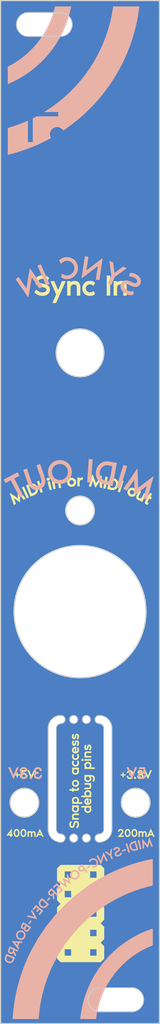
<source format=kicad_pcb>
(kicad_pcb (version 20221018) (generator pcbnew)
  (layers (0 "F.Cu" signal) (31 "B.Cu" signal) (34 "B.Paste" user) (35 "F.Paste" user) (36 "B.SilkS" user "B.Silkscreen") (37 "F.SilkS" user "F.Silkscreen") (38 "B.Mask" user) (39 "F.Mask" user) (44 "Edge.Cuts" user))
  (net 0 "")
  (gr_poly (pts (xy 1.626076 97.296402) (xy 1.202742 96.318504) (xy 0.982609 96.318504) (xy 1.626076 97.774773) (xy 2.269545 96.318504) (xy 2.04941 96.318504)) (stroke (width 0.039227)) (fill solid) (layer "B.SilkS"))
  (gr_poly (pts (xy 7.400833 57.75698) (xy 7.327779 57.762712) (xy 7.253871 57.771946) (xy 7.180453 57.784485) (xy 7.108863 57.80013) (xy 7.039104 57.818881) (xy 6.971174 57.840738) (xy 6.905074 57.865701) (xy 6.840803 57.893771) (xy 6.778362 57.924947) (xy 6.717751 57.959229) (xy 6.65897 57.996617) (xy 6.602018 58.037112) (xy 6.546896 58.080713) (xy 6.493604 58.12742) (xy 6.442141 58.177233) (xy 6.392508 58.230152) (xy 6.344705 58.286178) (xy 6.298732 58.34531) (xy 6.255425 58.406422) (xy 6.215621 58.468387) (xy 6.17932 58.531204) (xy 6.146521 58.594875) (xy 6.117226 58.659399) (xy 6.091433 58.724776) (xy 6.069142 58.791006) (xy 6.050354 58.858089) (xy 6.035069 58.926025) (xy 6.023287 58.994814) (xy 6.015008 59.064457) (xy 6.010231 59.134952) (xy 6.008956 59.206301) (xy 6.011185 59.278502) (xy 6.016916 59.351557) (xy 6.026149 59.425465) (xy 6.038687 59.498884) (xy 6.054332 59.570474) (xy 6.073083 59.640234) (xy 6.09494 59.708164) (xy 6.119903 59.774264) (xy 6.147973 59.838535) (xy 6.179149 59.900975) (xy 6.213431 59.961586) (xy 6.250819 60.020368) (xy 6.291314 60.077319) (xy 6.334915 60.132441) (xy 6.381622 60.185733) (xy 6.431436 60.237195) (xy 6.484356 60.286828) (xy 6.540381 60.334631) (xy 6.599514 60.380604) (xy 6.660625 60.42391) (xy 6.72259 60.463714) (xy 6.785408 60.500015) (xy 6.849079 60.532813) (xy 6.913603 60.562109) (xy 6.97898 60.587902) (xy 7.04521 60.610192) (xy 7.112294 60.62898) (xy 7.18023 60.644265) (xy 7.249019 60.656047) (xy 7.318662 60.664326) (xy 7.389157 60.669103) (xy 7.460505 60.670377) (xy 7.532706 60.668149) (xy 7.605761 60.662417) (xy 7.679668 60.653183) (xy 7.753087 60.640645) (xy 7.824676 60.625) (xy 7.894436 60.60625) (xy 7.962365 60.584393) (xy 8.028466 60.559429) (xy 8.092736 60.53136) (xy 8.155177 60.500184) (xy 8.215788 60.465901) (xy 8.27457 60.428513) (xy 8.331522 60.388018) (xy 8.386644 60.344417) (xy 8.439936 60.29771) (xy 8.491398 60.247896) (xy 8.541031 60.194977) (xy 8.588834 60.138951) (xy 8.634807 60.079819) (xy 8.678114 60.018707) (xy 8.717918 59.956742) (xy 8.754219 59.893925) (xy 8.787018 59.830254) (xy 8.816314 59.76573) (xy 8.842107 59.700353) (xy 8.864397 59.634123) (xy 8.883185 59.56704) (xy 8.89847 59.499104) (xy 8.910252 59.430315) (xy 8.918532 59.360672) (xy 8.923309 59.290177) (xy 8.924575 59.219262) (xy 8.518191 59.219262) (xy 8.517449 59.271258) (xy 8.514198 59.322555) (xy 8.508436 59.373154) (xy 8.500165 59.423053) (xy 8.489382 59.472254) (xy 8.47609 59.520756) (xy 8.460287 59.568559) (xy 8.441974 59.615663) (xy 8.421151 59.662068) (xy 8.397817 59.707775) (xy 8.371973 59.752783) (xy 8.343619 59.797092) (xy 8.312755 59.840702) (xy 8.279937 59.882862) (xy 8.245723 59.922822) (xy 8.210115 59.96058) (xy 8.173112 59.996137) (xy 8.134713 60.029494) (xy 8.094919 60.060649) (xy 8.053731 60.089603) (xy 8.011147 60.116357) (xy 7.967168 60.140909) (xy 7.921795 60.163261) (xy 7.875026 60.183412) (xy 7.826862 60.201362) (xy 7.777304 60.21711) (xy 7.72635 60.230659) (xy 7.674001 60.242006) (xy 7.620258 60.251152) (xy 7.566165 60.257942) (xy 7.512771 60.262222) (xy 7.460075 60.263991) (xy 7.408079 60.26325) (xy 7.356781 60.259999) (xy 7.306182 60.254238) (xy 7.256282 60.245966) (xy 7.207081 60.235184) (xy 7.158579 60.221891) (xy 7.110776 60.206088) (xy 7.063672 60.187775) (xy 7.017266 60.166951) (xy 6.97156 60.143617) (xy 6.926552 60.117772) (xy 6.882244 60.089417) (xy 6.838634 60.058552) (xy 6.796474 60.025734) (xy 6.756515 59.99152) (xy 6.718757 59.955912) (xy 6.6832 59.918909) (xy 6.649844 59.88051) (xy 6.618689 59.840717) (xy 6.589734 59.799528) (xy 6.56298 59.756945) (xy 6.538427 59.712966) (xy 6.516075 59.667592) (xy 6.495924 59.620823) (xy 6.477973 59.572659) (xy 6.462224 59.5231) (xy 6.448675 59.472145) (xy 6.437327 59.419796) (xy 6.42818 59.366051) (xy 6.42139 59.311958) (xy 6.417111 59.258565) (xy 6.415341 59.20587) (xy 6.416082 59.153874) (xy 6.419334 59.102577) (xy 6.425095 59.051979) (xy 6.433367 59.00208) (xy 6.444149 58.952879) (xy 6.457442 58.904377) (xy 6.473245 58.856574) (xy 6.491558 58.80947) (xy 6.512381 58.763064) (xy 6.535715 58.717358) (xy 6.561558 58.67235) (xy 6.589912 58.628041) (xy 6.620777 58.584431) (xy 6.653595 58.54227) (xy 6.687808 58.502311) (xy 6.723417 58.464552) (xy 6.76042 58.428995) (xy 6.798819 58.395638) (xy 6.838612 58.364483) (xy 6.879801 58.335528) (xy 6.922385 58.308774) (xy 6.966363 58.284222) (xy 7.011737 58.26187) (xy 7.058506 58.241719) (xy 7.10667 58.22377) (xy 7.156228 58.208021) (xy 7.207182 58.194473) (xy 7.25953 58.183126) (xy 7.313274 58.173981) (xy 7.367367 58.16719) (xy 7.420761 58.16291) (xy 7.473456 58.16114) (xy 7.525453 58.161881) (xy 7.576751 58.165132) (xy 7.627349 58.170893) (xy 7.677249 58.179165) (xy 7.72645 58.189948) (xy 7.774953 58.20324) (xy 7.822756 58.219044) (xy 7.86986 58.237357) (xy 7.916266 58.258181) (xy 7.961972 58.281516) (xy 8.00698 58.30736) (xy 8.051288 58.335715) (xy 8.094898 58.366581) (xy 8.137057 58.399399) (xy 8.177016 58.433611) (xy 8.214774 58.469219) (xy 8.250331 58.506222) (xy 8.283688 58.544621) (xy 8.314843 58.584414) (xy 8.343798 58.625603) (xy 8.370552 58.668187) (xy 8.395105 58.712166) (xy 8.417457 58.75754) (xy 8.437608 58.804309) (xy 8.455558 58.852473) (xy 8.471308 58.902033) (xy 8.484857 58.952987) (xy 8.496204 59.005337) (xy 8.505352 59.059082) (xy 8.512142 59.113174) (xy 8.516421 59.166568) (xy 8.518191 59.219262) (xy 8.924575 59.219262) (xy 8.924583 59.218828) (xy 8.922355 59.146627) (xy 8.916624 59.073572) (xy 8.90739 58.999664) (xy 8.894852 58.926245) (xy 8.879208 58.854656) (xy 8.860457 58.784897) (xy 8.8386 58.716967) (xy 8.813636 58.650867) (xy 8.785567 58.586596) (xy 8.754391 58.524155) (xy 8.720108 58.463544) (xy 8.68272 58.404763) (xy 8.642225 58.347812) (xy 8.598624 58.29269) (xy 8.551917 58.239398) (xy 8.502103 58.187936) (xy 8.449184 58.138304) (xy 8.393158 58.090501) (xy 8.334026 58.044529) (xy 8.272914 58.001222) (xy 8.210949 57.961418) (xy 8.148131 57.925116) (xy 8.08446 57.892318) (xy 8.019936 57.863022) (xy 7.954559 57.837228) (xy 7.888329 57.814938) (xy 7.821246 57.79615) (xy 7.753309 57.780865) (xy 7.68452 57.769082) (xy 7.614878 57.760803) (xy 7.544382 57.756026) (xy 7.473034 57.754752)) (stroke (width 0.090516)) (fill solid) (layer "B.SilkS"))
  (gr_poly (pts (xy 13.986827 34.543198) (xy 13.571822 35.513702) (xy 13.914351 35.660175) (xy 14.329356 34.689671) (xy 15.795985 33.628639) (xy 15.41064 33.46386) (xy 14.298461 34.288174) (xy 14.126147 32.914589) (xy 13.740802 32.749805)) (stroke (width 0.090516)) (fill solid) (layer "B.SilkS"))
  (gr_poly (pts (xy 2.247874 119.166885) (xy 2.327378 119.009697) (xy 2.159493 118.801399) (xy 2.390366 118.345093) (xy 2.657635 118.356979) (xy 2.667143 118.338188) (xy 2.21168 118.338188) (xy 2.048081 118.661522) (xy 1.773297 118.319435) (xy 2.21168 118.338188) (xy 2.667143 118.338188) (xy 2.737139 118.199844) (xy 1.452981 118.157425)) (stroke (width 0.039)) (fill solid) (layer "B.SilkS"))
  (gr_poly (pts (xy 4.978826 113.00325) (xy 4.957018 113.029099) (xy 4.936782 113.05506) (xy 4.918119 113.081132) (xy 4.90103 113.107316) (xy 4.885513 113.133611) (xy 4.871569 113.160018) (xy 4.859198 113.186537) (xy 4.8484 113.213167) (xy 4.839176 113.239909) (xy 4.831524 113.266763) (xy 4.825445 113.293729) (xy 4.820939 113.320807) (xy 4.818006 113.347996) (xy 4.816646 113.375298) (xy 4.816859 113.402711) (xy 4.818645 113.430237) (xy 4.821728 113.457744) (xy 4.826112 113.48479) (xy 4.831796 113.511376) (xy 4.838782 113.537501) (xy 4.847068 113.563165) (xy 4.856655 113.588368) (xy 4.867543 113.61311) (xy 4.879731 113.637391) (xy 4.893221 113.661211) (xy 4.908011 113.684571) (xy 4.924102 113.70747) (xy 4.941494 113.729907) (xy 4.960187 113.751884) (xy 4.98018 113.7734) (xy 5.001474 113.794454) (xy 5.024069 113.815048) (xy 5.047312 113.834601) (xy 5.07087 113.852812) (xy 5.094742 113.86968) (xy 5.118929 113.885205) (xy 5.143429 113.899387) (xy 5.168245 113.912227) (xy 5.193374 113.923724) (xy 5.218819 113.933878) (xy 5.244577 113.942689) (xy 5.27065 113.950158) (xy 5.297037 113.956284) (xy 5.323739 113.961068) (xy 5.350755 113.964508) (xy 5.378085 113.966606) (xy 5.40573 113.967361) (xy 5.433689 113.966774) (xy 5.461466 113.964657) (xy 5.488881 113.961042) (xy 5.515936 113.955927) (xy 5.542629 113.949315) (xy 5.56896 113.941203) (xy 5.594931 113.931593) (xy 5.62054 113.920485) (xy 5.645787 113.907878) (xy 5.670673 113.893772) (xy 5.695198 113.878168) (xy 5.719362 113.861066) (xy 5.743164 113.842464) (xy 5.766605 113.822365) (xy 5.789684 113.800766) (xy 5.812402 113.77767) (xy 5.834759 113.753075) (xy 6.045763 113.512215) (xy 5.829646 113.512215) (xy 5.684587 113.677803) (xy 5.670867 113.692771) (xy 5.656766 113.706788) (xy 5.642283 113.719857) (xy 5.627419 113.731975) (xy 5.612173 113.743144) (xy 5.596545 113.753363) (xy 5.580536 113.762632) (xy 5.564146 113.770952) (xy 5.547374 113.778322) (xy 5.53022 113.784743) (xy 5.512685 113.790213) (xy 5.494769 113.794734) (xy 5.476471 113.798306) (xy 5.457791 113.800928) (xy 5.43873 113.8026) (xy 5.419287 113.803322) (xy 5.399477 113.803186) (xy 5.379907 113.802148) (xy 5.360577 113.800206) (xy 5.341489 113.797361) (xy 5.32264 113.793613) (xy 5.304033 113.788961) (xy 5.285665 113.783407) (xy 5.267539 113.776949) (xy 5.249653 113.769588) (xy 5.232008 113.761324) (xy 5.214603 113.752156) (xy 5.197439 113.742086) (xy 5.180515 113.731112) (xy 5.163832 113.719235) (xy 5.14739 113.706455) (xy 5.131188 113.692772) (xy 5.115541 113.678512) (xy 5.100762 113.663903) (xy 5.08685 113.648947) (xy 5.073807 113.633642) (xy 5.06163 113.617989) (xy 5.050321 113.601988) (xy 5.03988 113.585639) (xy 5.030307 113.568942) (xy 5.021601 113.551897) (xy 5.013763 113.534504) (xy 5.006792 113.516763) (xy 5.000689 113.498673) (xy 4.995453 113.480236) (xy 4.991085 113.461451) (xy 4.987585 113.442318) (xy 4.984952 113.422836) (xy 4.982956 113.403332) (xy 4.981961 113.38409) (xy 4.981968 113.36511) (xy 4.982977 113.346392) (xy 4.984987 113.327937) (xy 4.987999 113.309743) (xy 4.992013 113.291811) (xy 4.997028 113.274141) (xy 5.003045 113.256734) (xy 5.010063 113.239588) (xy 5.018084 113.222704) (xy 5.027106 113.206082) (xy 5.037129 113.189721) (xy 5.048155 113.173623) (xy 5.060182 113.157787) (xy 5.07321 113.142212) (xy 5.218265 112.976631) (xy 5.829646 113.512215) (xy 6.045763 113.512215) (xy 6.059037 113.497063) (xy 5.203104 112.747238)) (stroke (width 0.039)) (fill solid) (layer "B.SilkS"))
  (gr_poly (pts (xy 3.845173 114.382935) (xy 4.272989 115.1203) (xy 3.442568 114.927628) (xy 3.337891 115.069244) (xy 4.580739 115.347778) (xy 3.949851 114.241318)) (stroke (width 0.039)) (fill solid) (layer "B.SilkS"))
  (gr_poly (pts (xy 4.57011 58.395023) (xy 5.128223 60.029564) (xy 5.140914 60.06888) (xy 5.151969 60.107707) (xy 5.161388 60.146043) (xy 5.169173 60.183889) (xy 5.175322 60.221245) (xy 5.179835 60.258111) (xy 5.182713 60.294486) (xy 5.183956 60.330372) (xy 5.183563 60.365767) (xy 5.181535 60.400673) (xy 5.177871 60.435088) (xy 5.172572 60.469013) (xy 5.165637 60.502448) (xy 5.157067 60.535392) (xy 5.146862 60.567847) (xy 5.135021 60.599812) (xy 5.120938 60.630622) (xy 5.105341 60.660272) (xy 5.088229 60.688761) (xy 5.069602 60.71609) (xy 5.049461 60.742259) (xy 5.027805 60.767267) (xy 5.004635 60.791115) (xy 4.979949 60.813802) (xy 4.95375 60.835329) (xy 4.926036 60.855696) (xy 4.896807 60.874903) (xy 4.866064 60.892949) (xy 4.833806 60.909834) (xy 4.800034 60.92556) (xy 4.764748 60.940125) (xy 4.727947 60.953529) (xy 4.691118 60.965265) (xy 4.654746 60.975168) (xy 4.618832 60.983237) (xy 4.583375 60.989472) (xy 4.548375 60.993874) (xy 4.513833 60.996442) (xy 4.479748 60.997177) (xy 4.44612 60.996078) (xy 4.412949 60.993145) (xy 4.380236 60.988379) (xy 4.34798 60.981779) (xy 4.316182 60.973346) (xy 4.28484 60.963079) (xy 4.253957 60.950978) (xy 4.22353 60.937044) (xy 4.193561 60.921276) (xy 4.164162 60.903391) (xy 4.135788 60.884108) (xy 4.108439 60.863426) (xy 4.082115 60.841346) (xy 4.056816 60.817868) (xy 4.032543 60.79299) (xy 4.009294 60.766715) (xy 3.987071 60.73904) (xy 3.965874 60.709968) (xy 3.945701 60.679496) (xy 3.926554 60.647627) (xy 3.908431 60.614358) (xy 3.891335 60.579692) (xy 3.875263 60.543626) (xy 3.860217 60.506163) (xy 3.846196 60.4673) (xy 3.288121 58.83276) (xy 2.903523 58.964081) (xy 3.417866 60.470421) (xy 3.442352 60.538806) (xy 3.468274 60.604743) (xy 3.495632 60.668233) (xy 3.524425 60.729276) (xy 3.554655 60.787871) (xy 3.58632 60.844019) (xy 3.619421 60.89772) (xy 3.653959 60.948973) (xy 3.689932 60.997778) (xy 3.727341 61.044136) (xy 3.766187 61.088047) (xy 3.806468 61.12951) (xy 3.848185 61.168526) (xy 3.891338 61.205095) (xy 3.935928 61.239216) (xy 3.981953 61.270889) (xy 4.028572 61.29939) (xy 4.076286 61.32465) (xy 4.125095 61.346671) (xy 4.175 61.365452) (xy 4.226001 61.380993) (xy 4.278097 61.393295) (xy 4.331288 61.402356) (xy 4.385575 61.408178) (xy 4.440957 61.410761) (xy 4.497435 61.410103) (xy 4.555009 61.406206) (xy 4.613678 61.399069) (xy 4.673442 61.388692) (xy 4.734303 61.375076) (xy 4.796258 61.358219) (xy 4.85931 61.338123) (xy 4.922924 61.314969) (xy 4.983565 61.289965) (xy 5.041233 61.26311) (xy 5.095928 61.234405) (xy 5.147649 61.203849) (xy 5.196397 61.171443) (xy 5.242171 61.137186) (xy 5.284973 61.101079) (xy 5.324801 61.063121) (xy 5.361655 61.023312) (xy 5.395537 60.981654) (xy 5.426445 60.938144) (xy 5.454379 60.892784) (xy 5.479341 60.845574) (xy 5.501329 60.796513) (xy 5.520343 60.745602) (xy 5.536575 60.693195) (xy 5.550216 60.639645) (xy 5.561265 60.584954) (xy 5.569722 60.529121) (xy 5.575587 60.472146) (xy 5.578861 60.414028) (xy 5.579542 60.354769) (xy 5.577632 60.294367) (xy 5.573131 60.232824) (xy 5.566037 60.170138) (xy 5.556352 60.106311) (xy 5.544075 60.041341) (xy 5.529207 59.975229) (xy 5.511747 59.907976) (xy 5.491695 59.83958) (xy 5.469051 59.770042) (xy 4.954708 58.263702)) (stroke (width 0.090516)) (fill solid) (layer "B.SilkS"))
  (gr_poly (pts (xy 8.317112 109.856941) (xy 8.56002 110.625061) (xy 7.827972 110.221756) (xy 8.077537 111.019417) (xy 7.373124 110.628517) (xy 7.236769 110.73996) (xy 8.341157 111.341942) (xy 8.085164 110.536415) (xy 8.823641 110.947586) (xy 8.453467 109.745483)) (stroke (width 0.039)) (fill solid) (layer "B.SilkS"))
  (gr_poly (pts (xy 16.355464 34.253847) (xy 16.299044 34.259109) (xy 16.243476 34.63694) (xy 16.292088 34.631201) (xy 16.340089 34.627681) (xy 16.387478 34.626382) (xy 16.434254 34.627303) (xy 16.480419 34.630443) (xy 16.525972 34.635804) (xy 16.570913 34.643385) (xy 16.615242 34.653185) (xy 16.658959 34.665206) (xy 16.702064 34.679447) (xy 16.744556 34.695908) (xy 16.786437 34.714588) (xy 16.827706 34.735489) (xy 16.868363 34.75861) (xy 16.908408 34.783951) (xy 16.94784 34.811512) (xy 16.974235 34.831323) (xy 16.999423 34.85119) (xy 17.023405 34.871113) (xy 17.046182 34.891092) (xy 17.067752 34.911127) (xy 17.088116 34.931217) (xy 17.107274 34.951364) (xy 17.125226 34.971566) (xy 17.141972 34.991824) (xy 17.157511 35.012138) (xy 17.171845 35.032507) (xy 17.184972 35.052933) (xy 17.196894 35.073414) (xy 17.207609 35.093951) (xy 17.217118 35.114544) (xy 17.225421 35.135193) (xy 17.232098 35.155496) (xy 17.237513 35.175625) (xy 17.241664 35.19558) (xy 17.244552 35.215361) (xy 17.246177 35.234968) (xy 17.246538 35.254401) (xy 17.245637 35.273661) (xy 17.243472 35.292746) (xy 17.240044 35.311658) (xy 17.235353 35.330395) (xy 17.229399 35.348959) (xy 17.222182 35.367348) (xy 17.213701 35.385564) (xy 17.203958 35.403606) (xy 17.192951 35.421473) (xy 17.180682 35.439167) (xy 17.169503 35.453526) (xy 17.157754 35.466866) (xy 17.145436 35.479188) (xy 17.139064 35.484967) (xy 17.132549 35.490492) (xy 17.125892 35.495761) (xy 17.119092 35.500777) (xy 17.112151 35.505537) (xy 17.105067 35.510043) (xy 17.097841 35.514295) (xy 17.090472 35.518292) (xy 17.082961 35.522034) (xy 17.075308 35.525521) (xy 17.067513 35.528754) (xy 17.059575 35.531733) (xy 17.051495 35.534456) (xy 17.043272 35.536925) (xy 17.034908 35.53914) (xy 17.026401 35.5411) (xy 17.00896 35.544256) (xy 16.99095 35.546394) (xy 16.972371 35.547513) (xy 16.953222 35.547613) (xy 16.933505 35.546696) (xy 16.91326 35.544395) (xy 16.891955 35.54113) (xy 16.86959 35.536901) (xy 16.846166 35.531707) (xy 16.821681 35.525548) (xy 16.796138 35.518425) (xy 16.769534 35.510338) (xy 16.741871 35.501286) (xy 16.713148 35.491269) (xy 16.683365 35.480288) (xy 16.62062 35.455432) (xy 16.553636 35.426718) (xy 16.482413 35.394146) (xy 16.482417 35.394146) (xy 16.373363 35.344677) (xy 16.320729 35.322514) (xy 16.269357 35.302065) (xy 16.219247 35.28333) (xy 16.170399 35.266309) (xy 16.122813 35.251002) (xy 16.07649 35.23741) (xy 16.031428 35.225531) (xy 15.987629 35.215367) (xy 15.945092 35.206917) (xy 15.903817 35.20018) (xy 15.863804 35.195158) (xy 15.825053 35.19185) (xy 15.787564 35.190256) (xy 15.751338 35.190376) (xy 15.716398 35.191947) (xy 15.682195 35.195486) (xy 15.64873 35.200994) (xy 15.616002 35.208471) (xy 15.584012 35.217916) (xy 15.552759 35.22933) (xy 15.522243 35.242712) (xy 15.492465 35.258063) (xy 15.463424 35.275382) (xy 15.43512 35.29467) (xy 15.407554 35.315927) (xy 15.380725 35.339153) (xy 15.354633 35.364346) (xy 15.329279 35.391509) (xy 15.304663 35.42064) (xy 15.280784 35.45174) (xy 15.25611 35.487181) (xy 15.233697 35.523075) (xy 15.213544 35.559424) (xy 15.195653 35.596226) (xy 15.180022 35.633483) (xy 15.166653 35.671193) (xy 15.155543 35.709357) (xy 15.146695 35.747976) (xy 15.140108 35.787048) (xy 15.135781 35.826574) (xy 15.133715 35.866555) (xy 15.133909 35.906989) (xy 15.136364 35.947877) (xy 15.14108 35.989219) (xy 15.148057 36.031015) (xy 15.157294 36.073265) (xy 15.169035 36.115074) (xy 15.182946 36.156332) (xy 15.199028 36.197037) (xy 15.217281 36.237192) (xy 15.237704 36.276794) (xy 15.260298 36.315845) (xy 15.285063 36.354344) (xy 15.311998 36.392292) (xy 15.341105 36.429688) (xy 15.372381 36.466532) (xy 15.405829 36.502825) (xy 15.441447 36.538566) (xy 15.479237 36.573756) (xy 15.519196 36.608393) (xy 15.561327 36.642479) (xy 15.605628 36.676014) (xy 15.649657 36.707226) (xy 15.694104 36.736639) (xy 15.738967 36.764252) (xy 15.784247 36.790066) (xy 15.829944 36.81408) (xy 15.876057 36.836294) (xy 15.922588 36.856709) (xy 15.969535 36.875324) (xy 16.015948 36.890769) (xy 16.061299 36.904382) (xy 16.105586 36.916164) (xy 16.148809 36.926113) (xy 16.19097 36.934231) (xy 16.232067 36.940517) (xy 16.272101 36.944971) (xy 16.311072 36.947594) (xy 16.381769 36.949188) (xy 16.443234 36.949428) (xy 16.470504 36.94904) (xy 16.495466 36.948314) (xy 16.51812 36.94725) (xy 16.538466 36.945847) (xy 16.557209 36.944169) (xy 16.575052 36.942284) (xy 16.591995 36.940191) (xy 16.608039 36.93789) (xy 16.623182 36.935381) (xy 16.637426 36.932664) (xy 16.65077 36.929738) (xy 16.663214 36.926605) (xy 16.710223 36.547318) (xy 16.647487 36.55902) (xy 16.585694 36.567693) (xy 16.524843 36.573335) (xy 16.464935 36.575948) (xy 16.40597 36.57553) (xy 16.347947 36.572082) (xy 16.290867 36.565603) (xy 16.234729 36.556095) (xy 16.179534 36.543556) (xy 16.125282 36.527987) (xy 16.071972 36.509388) (xy 16.019604 36.487758) (xy 15.968179 36.463098) (xy 15.917697 36.435408) (xy 15.868157 36.404688) (xy 15.81956 36.370937) (xy 15.790894 36.349405) (xy 15.763586 36.327815) (xy 15.737635 36.306168) (xy 15.713041 36.284463) (xy 15.689806 36.2627) (xy 15.667928 36.24088) (xy 15.647407 36.219003) (xy 15.628244 36.197068) (xy 15.610439 36.175075) (xy 15.593992 36.153025) (xy 15.578902 36.130917) (xy 15.56517 36.108752) (xy 15.552795 36.086529) (xy 15.541778 36.064249) (xy 15.532119 36.041911) (xy 15.523818 36.019516) (xy 15.516494 35.996916) (xy 15.510548 35.974538) (xy 15.505982 35.95238) (xy 15.502794 35.930444) (xy 15.500986 35.908729) (xy 15.500556 35.887234) (xy 15.501505 35.865961) (xy 15.503833 35.844909) (xy 15.50754 35.824078) (xy 15.512626 35.803469) (xy 15.519091 35.78308) (xy 15.526934 35.762913) (xy 15.536157 35.742967) (xy 15.546758 35.723242) (xy 15.558738 35.703738) (xy 15.572097 35.684456) (xy 15.58335 35.67008) (xy 15.595319 35.65669) (xy 15.608003 35.644284) (xy 15.621404 35.632864) (xy 15.63552 35.622428) (xy 15.650353 35.612977) (xy 15.665901 35.604512) (xy 15.682165 35.597031) (xy 15.699145 35.590535) (xy 15.71684 35.585024) (xy 15.735252 35.580499) (xy 15.754379 35.576958) (xy 15.774222 35.574402) (xy 15.794781 35.572831) (xy 15.816056 35.572246) (xy 15.838047 35.572645) (xy 15.860754 35.574029) (xy 15.884176 35.576398) (xy 15.908314 35.579752) (xy 15.933169 35.584091) (xy 15.958739 35.589415) (xy 15.985025 35.595724) (xy 16.012026 35.603018) (xy 16.039744 35.611298) (xy 16.097327 35.630811) (xy 16.157774 35.654264) (xy 16.221083 35.681657) (xy 16.287257 35.71299) (xy 16.34513 35.741135) (xy 16.401483 35.767301) (xy 16.456317 35.79149) (xy 16.509631 35.8137) (xy 16.561425 35.833932) (xy 16.611699 35.852186) (xy 16.660453 35.868463) (xy 16.707688 35.882761) (xy 16.753403 35.89508) (xy 16.797598 35.905422) (xy 16.840274 35.913786) (xy 16.88143 35.920172) (xy 16.921066 35.924579) (xy 16.959182 35.927009) (xy 16.995779 35.92746) (xy 17.030856 35.925934) (xy 17.064654 35.921947) (xy 17.097621 35.916374) (xy 17.129758 35.909216) (xy 17.161065 35.900473) (xy 17.191542 35.890144) (xy 17.221189 35.878229) (xy 17.250005 35.86473) (xy 17.277992 35.849644) (xy 17.305148 35.832973) (xy 17.331473 35.814717) (xy 17.356969 35.794875) (xy 17.381635 35.773448) (xy 17.40547 35.750435) (xy 17.428475 35.725836) (xy 17.45065 35.699652) (xy 17.471995 35.671883) (xy 17.495315 35.638419) (xy 17.516531 35.604541) (xy 17.535645 35.570251) (xy 17.552657 35.535547) (xy 17.567565 35.50043) (xy 17.580371 35.4649) (xy 17.591074 35.428956) (xy 17.599675 35.392599) (xy 17.606173 35.355829) (xy 17.610568 35.318646) (xy 17.61286 35.281049) (xy 17.61305 35.243039) (xy 17.611138 35.204616) (xy 17.607122 35.16578) (xy 17.601004 35.126531) (xy 17.592784 35.086868) (xy 17.582407 35.047224) (xy 17.569822 35.008028) (xy 17.555029 34.969282) (xy 17.538028 34.930984) (xy 17.518819 34.893135) (xy 17.497401 34.855736) (xy 17.473775 34.818785) (xy 17.447942 34.782283) (xy 17.419899 34.746231) (xy 17.389649 34.710627) (xy 17.357191 34.675472) (xy 17.322524 34.640766) (xy 17.28565 34.606509) (xy 17.246567 34.572701) (xy 17.205276 34.539342) (xy 17.161776 34.506432) (xy 17.110354 34.470254) (xy 17.058598 34.436839) (xy 17.00651 34.406187) (xy 16.954088 34.378297) (xy 16.901333 34.35317) (xy 16.848246 34.330806) (xy 16.794825 34.311204) (xy 16.74107 34.294365) (xy 16.686983 34.280289) (xy 16.632563 34.268975) (xy 16.577809 34.260424) (xy 16.522723 34.254635) (xy 16.467303 34.25161) (xy 16.41155 34.251347)) (stroke (width 0.090516)) (fill solid) (layer "B.SilkS"))
  (gr_poly (pts (xy 16.679986 105.652214) (xy 16.647632 105.662057) (xy 16.616537 105.672849) (xy 16.586703 105.684591) (xy 16.558128 105.697281) (xy 16.530813 105.710921) (xy 16.504758 105.72551) (xy 16.479962 105.741048) (xy 16.456427 105.757535) (xy 16.434151 105.774972) (xy 16.413135 105.793357) (xy 16.393379 105.812692) (xy 16.374882 105.832977) (xy 16.357645 105.85421) (xy 16.341668 105.876393) (xy 16.326951 105.899525) (xy 16.313494 105.923607) (xy 16.301134 105.948373) (xy 16.290116 105.973459) (xy 16.280441 105.998866) (xy 16.272108 106.024592) (xy 16.265118 106.050639) (xy 16.25947 106.077005) (xy 16.255165 106.103692) (xy 16.252202 106.130698) (xy 16.250581 106.158025) (xy 16.250303 106.185671) (xy 16.251368 106.213638) (xy 16.253774 106.241924) (xy 16.257523 106.27053) (xy 16.262615 106.299456) (xy 16.269049 106.328703) (xy 16.276826 106.358269) (xy 16.285712 106.387313) (xy 16.295593 106.415402) (xy 16.306466 106.442534) (xy 16.318334 106.46871) (xy 16.331194 106.49393) (xy 16.345049 106.518193) (xy 16.359896 106.5415) (xy 16.375738 106.563851) (xy 16.392572 106.585246) (xy 16.410401 106.605685) (xy 16.429223 106.625167) (xy 16.449038 106.643693) (xy 16.469847 106.661263) (xy 16.491649 106.677877) (xy 16.514445 106.693535) (xy 16.538234 106.708237) (xy 16.562717 106.721529) (xy 16.587709 106.733369) (xy 16.61321 106.743759) (xy 16.63922 106.752697) (xy 16.665739 106.760183) (xy 16.692767 106.766218) (xy 16.720304 106.770801) (xy 16.74835 106.773933) (xy 16.776906 106.775614) (xy 16.80597 106.775842) (xy 16.835543 106.774619) (xy 16.865625 106.771945) (xy 16.896217 106.767818) (xy 16.927317 106.76224) (xy 16.958927 106.755209) (xy 16.991045 106.746727) (xy 17.31844 106.653671) (xy 17.286653 106.541817) (xy 17.117637 106.541817) (xy 16.905888 106.60199) (xy 16.886236 106.6071) (xy 16.86678 106.611205) (xy 16.84752 106.614306) (xy 16.828456 106.616403) (xy 16.809588 106.617496) (xy 16.790916 106.617584) (xy 16.772439 106.616667) (xy 16.754159 106.614746) (xy 16.736074 106.611821) (xy 16.718185 106.60789) (xy 16.700492 106.602955) (xy 16.682994 106.597016) (xy 16.665693 106.590072) (xy 16.648588 106.582122) (xy 16.631678 106.573168) (xy 16.614964 106.56321) (xy 16.598432 106.552294) (xy 16.582589 106.540756) (xy 16.567435 106.528595) (xy 16.552972 106.515812) (xy 16.539197 106.502406) (xy 16.526113 106.488378) (xy 16.513718 106.473727) (xy 16.502012 106.458453) (xy 16.490996 106.442557) (xy 16.48067 106.426038) (xy 16.471033 106.408896) (xy 16.462086 106.391131) (xy 16.453829 106.372743) (xy 16.446261 106.353733) (xy 16.439382 106.334099) (xy 16.433194 106.313843) (xy 16.427808 106.29337) (xy 16.423341 106.273076) (xy 16.41979 106.252962) (xy 16.417157 106.233026) (xy 16.415442 106.21327) (xy 16.414644 106.193693) (xy 16.414763 106.174295) (xy 16.4158 106.155076) (xy 16.417754 106.136037) (xy 16.420625 106.117176) (xy 16.424414 106.098495) (xy 16.429121 106.079994) (xy 16.434744 106.061672) (xy 16.441285 106.043529) (xy 16.448744 106.025566) (xy 16.45712 106.007782) (xy 16.466042 105.990324) (xy 16.475663 105.973631) (xy 16.485983 105.957701) (xy 16.497001 105.942536) (xy 16.508718 105.928135) (xy 16.521133 105.914499) (xy 16.534246 105.901626) (xy 16.548058 105.889518) (xy 16.562569 105.878174) (xy 16.577778 105.867594) (xy 16.593686 105.857778) (xy 16.610292 105.848726) (xy 16.627597 105.840438) (xy 16.6456 105.832915) (xy 16.664302 105.826155) (xy 16.683703 105.82016) (xy 16.895451 105.759972) (xy 17.117637 106.541817) (xy 17.286653 106.541817) (xy 17.00738 105.559097)) (stroke (width 0.039)) (fill solid) (layer "B.SilkS"))
  (gr_poly (pts (xy 3.274621 36.25864) (xy 2.26093 34.789333) (xy 1.954293 35.000885) (xy 3.470421 37.19846) (xy 3.903553 34.65554) (xy 4.917243 36.124847) (xy 5.223884 35.913296) (xy 3.707757 33.715721)) (stroke (width 0.090516)) (fill solid) (layer "B.SilkS"))
  (gr_poly (pts (xy 15.764479 105.928276) (xy 16.110591 107.012276) (xy 16.265449 106.962845) (xy 15.919337 105.878845)) (stroke (width 0.039)) (fill solid) (layer "B.SilkS"))
  (gr_poly (pts (xy 13.860521 106.630074) (xy 13.787798 107.229767) (xy 13.301007 106.871979) (xy 13.133155 106.944611) (xy 13.775036 107.404968) (xy 13.95787 107.827713) (xy 14.107074 107.763199) (xy 13.92424 107.340446) (xy 14.028374 106.557449)) (stroke (width 0.039)) (fill solid) (layer "B.SilkS"))
  (gr_poly (pts (xy 12.598411 108.069283) (xy 12.255883 107.369713) (xy 12.109884 107.441147) (xy 12.622185 108.487473) (xy 12.973405 107.418053) (xy 13.315933 108.11763) (xy 13.461932 108.046181) (xy 12.949631 106.999863)) (stroke (width 0.039)) (fill solid) (layer "B.SilkS"))
  (gr_poly (pts (xy 15.301275 106.742226) (xy 15.345395 106.8703) (xy 15.780869 106.720291) (xy 15.736748 106.592209)) (stroke (width 0.039)) (fill solid) (layer "B.SilkS"))
  (gr_poly (pts (xy 14.001108 1.773192) (xy 13.770643 2.798402) (xy 13.484449 3.80101) (xy 13.144247 4.779307) (xy 12.751756 5.731585) (xy 12.308698 6.656134) (xy 11.816793 7.551247) (xy 11.277762 8.415214) (xy 10.693325 9.246328) (xy 10.065203 10.042879) (xy 9.395116 10.803159) (xy 8.684785 11.52546) (xy 7.93593 12.208072) (xy 7.150272 12.849288) (xy 6.329532 13.447399) (xy 5.47543 14.000695) (xy 7.253616 14.000695) (xy 7.253616 14.537613) (xy 4.53647 14.537613) (xy 4.416109 14.601318) (xy 4.295409 14.664404) (xy 4.174188 14.726623) (xy 4.052262 14.787727) (xy 4.052262 17.771008) (xy 3.438347 17.771008) (xy 3.438347 15.077115) (xy 3.130825 15.211865) (xy 2.820381 15.341182) (xy 2.50708 15.465004) (xy 2.190988 15.583271) (xy 1.872168 15.69592) (xy 1.550687 15.802888) (xy 1.22661 15.904116) (xy 0.9 15.999539) (xy 0.9 19.377628) (xy 1.61842 19.19315) (xy 2.327128 18.985014) (xy 3.025676 18.753671) (xy 3.713614 18.499569) (xy 4.390495 18.22316) (xy 5.055871 17.924892) (xy 5.709293 17.605215) (xy 6.350313 17.264578) (xy 6.334191 17.23843) (xy 6.318986 17.211808) (xy 6.304706 17.184738) (xy 6.291358 17.157243) (xy 6.278949 17.129348) (xy 6.267488 17.101077) (xy 6.256981 17.072456) (xy 6.247437 17.043508) (xy 6.238864 17.014258) (xy 6.231268 16.984731) (xy 6.224657 16.95495) (xy 6.21904 16.924941) (xy 6.214423 16.894728) (xy 6.210814 16.864335) (xy 6.208221 16.833787) (xy 6.206652 16.803108) (xy 6.207757 16.757763) (xy 6.21109 16.712724) (xy 6.216619 16.668067) (xy 6.224313 16.623867) (xy 6.234142 16.580199) (xy 6.246074 16.537138) (xy 6.260079 16.494759) (xy 6.276125 16.453137) (xy 6.294181 16.412347) (xy 6.314217 16.372463) (xy 6.336201 16.333562) (xy 6.360102 16.295717) (xy 6.385889 16.259004) (xy 6.413532 16.223498) (xy 6.442998 16.189274) (xy 6.474258 16.156406) (xy 6.507108 16.125128) (xy 6.541315 16.095642) (xy 6.576806 16.06798) (xy 6.613504 16.042172) (xy 6.651335 16.018249) (xy 6.690225 15.996244) (xy 6.730097 15.976186) (xy 6.770877 15.958106) (xy 6.81249 15.942037) (xy 6.854861 15.928008) (xy 6.897915 15.916051) (xy 6.941578 15.906198) (xy 6.985773 15.898478) (xy 7.030427 15.892924) (xy 7.075463 15.889566) (xy 7.120808 15.888435) (xy 7.150134 15.889565) (xy 7.179292 15.891623) (xy 7.208263 15.894599) (xy 7.237029 15.898482) (xy 7.265572 15.903261) (xy 7.293872 15.908926) (xy 7.321912 15.915466) (xy 7.349673 15.92287) (xy 7.404283 15.940226) (xy 7.457555 15.96091) (xy 7.50934 15.984835) (xy 7.55949 16.011915) (xy 7.607858 16.042065) (xy 7.654294 16.075197) (xy 7.698651 16.111226) (xy 7.740781 16.150067) (xy 7.760965 16.170515) (xy 7.780536 16.191633) (xy 7.799477 16.21341) (xy 7.817768 16.235837) (xy 7.835391 16.258902) (xy 7.852328 16.282595) (xy 7.86856 16.306904) (xy 7.884069 16.33182) (xy 8.840478 15.657352) (xy 9.75823 14.933826) (xy 10.635409 14.163158) (xy 11.470096 13.347266) (xy 12.260372 12.488068) (xy 13.004319 11.587481) (xy 13.700018 10.647423) (xy 14.345552 9.669811) (xy 14.939002 8.656563) (xy 15.47845 7.609596) (xy 15.961977 6.530828) (xy 16.387666 5.422177) (xy 16.753597 4.28556) (xy 17.057852 3.122894) (xy 17.298514 1.936097) (xy 17.473663 0.727087) (xy 14.174123 0.727087)) (fill solid) (layer "B.SilkS"))
  (gr_poly (pts (xy 18.456333 106.075226) (xy 17.845811 105.324188) (xy 17.895618 106.504021) (xy 18.058042 106.470016) (xy 18.026001 105.788162) (xy 18.524349 106.40007) (xy 18.735364 105.639648) (xy 18.979551 106.277077) (xy 19.141975 106.24308) (xy 18.714284 105.142342)) (stroke (width 0.039)) (fill solid) (layer "B.SilkS"))
  (gr_poly (pts (xy 1.010678 119.144234) (xy 1.000152 119.168519) (xy 0.990668 119.19236) (xy 0.982226 119.215756) (xy 0.974825 119.238708) (xy 0.968467 119.261215) (xy 0.96315 119.283278) (xy 0.958875 119.304896) (xy 0.955642 119.32607) (xy 0.953451 119.346799) (xy 0.952302 119.367084) (xy 0.952195 119.386925) (xy 0.95313 119.406321) (xy 0.955106 119.425273) (xy 0.958125 119.44378) (xy 0.962185 119.461843) (xy 0.967288 119.479462) (xy 0.973249 119.496768) (xy 0.980059 119.513514) (xy 0.987716 119.529698) (xy 0.996222 119.545322) (xy 1.005575 119.560385) (xy 1.015776 119.574887) (xy 1.026825 119.588828) (xy 1.038722 119.602208) (xy 1.051466 119.615027) (xy 1.065059 119.627285) (xy 1.079499 119.638982) (xy 1.094787 119.650118) (xy 1.110923 119.660692) (xy 1.127907 119.670706) (xy 1.145738 119.680158) (xy 1.164418 119.689049) (xy 1.179656 119.695619) (xy 1.194881 119.701573) (xy 1.210093 119.706912) (xy 1.225293 119.711635) (xy 1.240479 119.715743) (xy 1.255653 119.719235) (xy 1.270814 119.722111) (xy 1.285962 119.724372) (xy 1.301097 119.726017) (xy 1.316219 119.727047) (xy 1.331328 119.727461) (xy 1.346424 119.72726) (xy 1.361508 119.726443) (xy 1.376579 119.72501) (xy 1.391636 119.722962) (xy 1.406682 119.720299) (xy 1.421301 119.717131) (xy 1.435641 119.713359) (xy 1.449702 119.708982) (xy 1.463485 119.704) (xy 1.476988 119.698413) (xy 1.490213 119.692222) (xy 1.503159 119.685426) (xy 1.515825 119.678026) (xy 1.528213 119.670021) (xy 1.540323 119.661412) (xy 1.552153 119.652198) (xy 1.563704 119.64238) (xy 1.574977 119.631957) (xy 1.58597 119.620929) (xy 1.596685 119.609297) (xy 1.607121 119.597061) (xy 1.858759 120.031792) (xy 1.936705 119.858902) (xy 1.694781 119.439644) (xy 1.767855 119.277557) (xy 2.125998 119.439003) (xy 2.192809 119.290802) (xy 2.015208 119.210739) (xy 1.61965 119.210739) (xy 1.520134 119.431488) (xy 1.515052 119.44228) (xy 1.509723 119.452656) (xy 1.504146 119.462615) (xy 1.498321 119.472158) (xy 1.492248 119.481283) (xy 1.485928 119.489993) (xy 1.47936 119.498286) (xy 1.472545 119.506162) (xy 1.465481 119.513621) (xy 1.45817 119.520664) (xy 1.450612 119.527291) (xy 1.442805 119.533501) (xy 1.434751 119.539295) (xy 1.426449 119.544672) (xy 1.417899 119.549632) (xy 1.409102 119.554176) (xy 1.3999 119.558126) (xy 1.390519 119.561473) (xy 1.380961 119.564217) (xy 1.371224 119.566358) (xy 1.361309 119.567896) (xy 1.351216 119.568831) (xy 1.340945 119.569162) (xy 1.330495 119.568891) (xy 1.319867 119.568016) (xy 1.309061 119.566538) (xy 1.298077 119.564456) (xy 1.286915 119.561771) (xy 1.275574 119.558483) (xy 1.264055 119.554592) (xy 1.252358 119.550097) (xy 1.240483 119.544998) (xy 1.228617 119.539386) (xy 1.217332 119.533515) (xy 1.20663 119.527383) (xy 1.196509 119.520991) (xy 1.18697 119.51434) (xy 1.178012 119.507428) (xy 1.169636 119.500256) (xy 1.161842 119.492825) (xy 1.154629 119.485133) (xy 1.147998 119.477181) (xy 1.141949 119.46897) (xy 1.136481 119.460498) (xy 1.131595 119.451766) (xy 1.127291 119.442775) (xy 1.123568 119.433523) (xy 1.120427 119.424011) (xy 1.117733 119.414519) (xy 1.115528 119.404942) (xy 1.113811 119.395281) (xy 1.112582 119.385535) (xy 1.111841 119.375704) (xy 1.111588 119.365788) (xy 1.111823 119.355788) (xy 1.112546 119.345703) (xy 1.113757 119.335533) (xy 1.115456 119.325279) (xy 1.117643 119.31494) (xy 1.120317 119.304516) (xy 1.12348 119.294007) (xy 1.127131 119.283413) (xy 1.13127 119.272734) (xy 1.135897 119.261971) (xy 1.236809 119.038155) (xy 1.61965 119.210739) (xy 2.015208 119.210739) (xy 1.155432 118.823151)) (stroke (width 0.039)) (fill solid) (layer "B.SilkS"))
  (gr_poly (pts (xy 16.52354 97.290123) (xy 16.100206 96.312225) (xy 15.880073 96.312225) (xy 16.52354 97.768494) (xy 17.167008 96.312225) (xy 16.946874 96.312225)) (stroke (width 0.039227)) (fill solid) (layer "B.SilkS"))
  (gr_poly (pts (xy 18.249029 116.882477) (xy 17.369018 117.278943) (xy 16.524186 117.736065) (xy 15.717333 118.251039) (xy 14.951262 118.821062) (xy 14.228772 119.443332) (xy 13.552667 120.115046) (xy 12.925748 120.8334) (xy 12.350816 121.595591) (xy 11.830673 122.398818) (xy 11.368121 123.240275) (xy 10.965961 124.117162) (xy 10.626994 125.026674) (xy 10.354022 125.966009) (xy 10.149848 126.932364) (xy 10.017272 127.922935) (xy 12.027484 127.922935) (xy 12.078839 127.527033) (xy 12.143671 127.135594) (xy 12.221741 126.74886) (xy 12.312806 126.367073) (xy 12.416628 125.990473) (xy 12.532963 125.619303) (xy 12.661573 125.253803) (xy 12.802216 124.894215) (xy 13.118637 124.19374) (xy 13.480301 123.519807) (xy 13.88528 122.874349) (xy 14.331648 122.259295) (xy 14.817479 121.676575) (xy 15.340845 121.128122) (xy 15.899822 120.615865) (xy 16.492481 120.141736) (xy 17.116896 119.707663) (xy 17.771141 119.31558) (xy 18.45329 118.967415) (xy 19.161415 118.6651) (xy 19.161415 116.549469)) (fill solid) (layer "B.SilkS"))
  (gr_poly (pts (xy 0.452794 60.18243) (xy 0.640767 60.542747) (xy 1.301342 60.198124) (xy 2.429188 62.360008) (xy 2.789502 62.172035) (xy 1.661656 60.010151) (xy 2.322232 59.665531) (xy 2.134259 59.305218)) (stroke (width 0.090516)) (fill solid) (layer "B.SilkS"))
  (gr_poly (pts (xy 4.680021 96.302017) (xy 4.652926 96.30348) (xy 4.626641 96.305919) (xy 4.601166 96.309334) (xy 4.576502 96.313724) (xy 4.552648 96.31909) (xy 4.529605 96.325432) (xy 4.507371 96.332749) (xy 4.485948 96.341042) (xy 4.465336 96.350311) (xy 4.445533 96.360556) (xy 4.426541 96.371776) (xy 4.408359 96.383972) (xy 4.390988 96.397144) (xy 4.374426 96.411291) (xy 4.358675 96.426414) (xy 4.343553 96.442083) (xy 4.329406 96.457868) (xy 4.316235 96.473768) (xy 4.304039 96.489784) (xy 4.292819 96.505915) (xy 4.282575 96.522162) (xy 4.273307 96.538524) (xy 4.265014 96.555002) (xy 4.257696 96.571596) (xy 4.251354 96.588306) (xy 4.245988 96.605131) (xy 4.241598 96.622072) (xy 4.238183 96.639129) (xy 4.235744 96.656301) (xy 4.234281 96.67359) (xy 4.233793 96.690994) (xy 4.234454 96.715477) (xy 4.236439 96.739182) (xy 4.239746 96.76211) (xy 4.244376 96.784261) (xy 4.250329 96.805634) (xy 4.257605 96.826231) (xy 4.266204 96.84605) (xy 4.276126 96.865092) (xy 4.287371 96.883357) (xy 4.299939 96.900845) (xy 4.313829 96.917555) (xy 4.329043 96.933488) (xy 4.345579 96.948644) (xy 4.363439 96.963023) (xy 4.382621 96.976624) (xy 4.403126 96.989449) (xy 4.403139 96.989487) (xy 4.392911 96.993167) (xy 4.382865 96.997326) (xy 4.373001 97.001965) (xy 4.363319 97.007084) (xy 4.353818 97.012681) (xy 4.3445 97.018759) (xy 4.335364 97.025315) (xy 4.326409 97.032351) (xy 4.317637 97.039867) (xy 4.309046 97.047862) (xy 4.300637 97.056337) (xy 4.29241 97.065291) (xy 4.284365 97.074725) (xy 4.276502 97.084638) (xy 4.268821 97.095031) (xy 4.261322 97.105904) (xy 4.253889 97.117082) (xy 4.246936 97.128393) (xy 4.240462 97.139836) (xy 4.234468 97.151411) (xy 4.228953 97.163119) (xy 4.223918 97.174959) (xy 4.219362 97.186931) (xy 4.215286 97.199036) (xy 4.21169 97.211273) (xy 4.208573 97.223642) (xy 4.205935 97.236143) (xy 4.203777 97.248777) (xy 4.202099 97.261544) (xy 4.2009 97.274442) (xy 4.200181 97.287473) (xy 4.199941 97.300636) (xy 4.200437 97.323218) (xy 4.201926 97.345452) (xy 4.204406 97.367338) (xy 4.207879 97.388878) (xy 4.212344 97.410069) (xy 4.217801 97.430914) (xy 4.22425 97.451411) (xy 4.231691 97.47156) (xy 4.240125 97.491363) (xy 4.249551 97.510818) (xy 4.259969 97.529926) (xy 4.271379 97.548686) (xy 4.283781 97.567099) (xy 4.297175 97.585165) (xy 4.311562 97.602883) (xy 4.326941 97.620255) (xy 4.343064 97.636915) (xy 4.360212 97.6525) (xy 4.378386 97.667011) (xy 4.397585 97.680446) (xy 4.417809 97.692807) (xy 4.439059 97.704093) (xy 4.461333 97.714304) (xy 4.484633 97.72344) (xy 4.508959 97.731502) (xy 4.534309 97.738488) (xy 4.560685 97.7444) (xy 4.588086 97.749237) (xy 4.616512 97.752999) (xy 4.645964 97.755686) (xy 4.67644 97.757298) (xy 4.707942 97.757835) (xy 4.735889 97.757348) (xy 4.763108 97.755884) (xy 4.7896 97.753445) (xy 4.815364 97.75003) (xy 4.8404 97.74564) (xy 4.864709 97.740274) (xy 4.88829 97.733932) (xy 4.911143 97.726615) (xy 4.933269 97.718322) (xy 4.954667 97.709053) (xy 4.975338 97.698809) (xy 4.995281 97.687588) (xy 5.014496 97.675392) (xy 5.032984 97.662221) (xy 5.050744 97.648073) (xy 5.067776 97.63295) (xy 5.083982 97.617016) (xy 5.099262 97.600438) (xy 5.113616 97.583215) (xy 5.127043 97.565347) (xy 5.139545 97.546834) (xy 5.15112 97.527676) (xy 5.16177 97.507873) (xy 5.171493 97.487426) (xy 5.180291 97.466333) (xy 5.188162 97.444596) (xy 5.195107 97.422214) (xy 5.201127 97.399187) (xy 5.20622 97.375515) (xy 5.210387 97.351198) (xy 5.213628 97.326236) (xy 5.215943 97.300629) (xy 5.012742 97.266762) (xy 5.007285 97.30162) (xy 5.003837 97.318206) (xy 4.99991 97.33423) (xy 4.995503 97.349692) (xy 4.990617 97.364591) (xy 4.985251 97.378928) (xy 4.979405 97.392703) (xy 4.97308 97.405915) (xy 4.966275 97.418565) (xy 4.958991 97.430653) (xy 4.951227 97.442179) (xy 4.942984 97.453143) (xy 4.934261 97.463544) (xy 4.925059 97.473383) (xy 4.915377 97.48266) (xy 4.905215 97.491375) (xy 4.894574 97.499527) (xy 4.883453 97.507118) (xy 4.871852 97.514145) (xy 4.859773 97.520611) (xy 4.847213 97.526515) (xy 4.834174 97.531856) (xy 4.820655 97.536635) (xy 4.806657 97.540852) (xy 4.792179 97.544506) (xy 4.777222 97.547599) (xy 4.761785 97.550129) (xy 4.745868 97.552096) (xy 4.729472 97.553502) (xy 4.712597 97.554345) (xy 4.695241 97.554626) (xy 4.678531 97.554362) (xy 4.662268 97.553568) (xy 4.646451 97.552245) (xy 4.63108 97.550393) (xy 4.616156 97.548012) (xy 4.601678 97.545102) (xy 4.587647 97.541663) (xy 4.574062 97.537694) (xy 4.560924 97.533196) (xy 4.548232 97.528169) (xy 4.535987 97.522613) (xy 4.524188 97.516527) (xy 4.512835 97.509913) (xy 4.50193 97.502769) (xy 4.49147 97.495095) (xy 4.481457 97.486893) (xy 4.471973 97.478293) (xy 4.463101 97.469429) (xy 4.454841 97.460301) (xy 4.447193 97.450908) (xy 4.440156 97.441251) (xy 4.433731 97.431329) (xy 4.427919 97.421142) (xy 4.422718 97.410691) (xy 4.418129 97.399976) (xy 4.414151 97.388996) (xy 4.410786 97.377751) (xy 4.408033 97.366242) (xy 4.405891 97.354468) (xy 4.404361 97.342429) (xy 4.403444 97.330126) (xy 4.403138 97.317558) (xy 4.40351 97.302791) (xy 4.404626 97.288652) (xy 4.406486 97.275141) (xy 4.409091 97.262259) (xy 4.412439 97.250005) (xy 4.416532 97.23838) (xy 4.421369 97.227383) (xy 4.42695 97.217015) (xy 4.433275 97.207275) (xy 4.440345 97.198164) (xy 4.448158 97.189681) (xy 4.456716 97.181827) (xy 4.466018 97.174601) (xy 4.476063 97.168003) (xy 4.486854 97.162033) (xy 4.498388 97.156693) (xy 4.510385 97.151566) (xy 4.523093 97.146771) (xy 4.536512 97.142307) (xy 4.550642 97.138173) (xy 4.565483 97.13437) (xy 4.581036 97.130898) (xy 4.597299 97.127756) (xy 4.614274 97.124946) (xy 4.631959 97.122466) (xy 4.650356 97.120316) (xy 4.669464 97.118498) (xy 4.689283 97.11701) (xy 4.709813 97.115852) (xy 4.731055 97.115026) (xy 4.753007 97.11453) (xy 4.775671 97.114365) (xy 4.775671 96.911163) (xy 4.761979 96.911031) (xy 4.74842 96.910632) (xy 4.734992 96.909969) (xy 4.721697 96.909039) (xy 4.708534 96.907844) (xy 4.695503 96.906384) (xy 4.682604 96.904657) (xy 4.669837 96.902664) (xy 4.657038 96.899886) (xy 4.64404 96.896843) (xy 4.630844 96.893536) (xy 4.61745 96.889965) (xy 4.603857 96.886129) (xy 4.590065 96.882028) (xy 4.576076 96.877663) (xy 4.561887 96.873032) (xy 4.554834 96.870303) (xy 4.547963 96.867408) (xy 4.541274 96.864349) (xy 4.534767 96.861124) (xy 4.528442 96.857734) (xy 4.522299 96.854179) (xy 4.516337 96.850458) (xy 4.510557 96.846572) (xy 4.50496 96.842521) (xy 4.499544 96.838304) (xy 4.49431 96.833922) (xy 4.489258 96.829375) (xy 4.484387 96.824662) (xy 4.479699 96.819784) (xy 4.475192 96.814741) (xy 4.470868 96.809532) (xy 4.466766 96.804175) (xy 4.462929 96.798685) (xy 4.459357 96.793062) (xy 4.456049 96.787308) (xy 4.453006 96.781421) (xy 4.450228 96.775402) (xy 4.447714 96.76925) (xy 4.445465 96.762966) (xy 4.443481 96.75655) (xy 4.441761 96.750001) (xy 4.440305 96.743321) (xy 4.439115 96.736507) (xy 4.438189 96.729562) (xy 4.437527 96.722484) (xy 4.43713 96.715274) (xy 4.436998 96.707932) (xy 4.437262 96.698207) (xy 4.438056 96.688615) (xy 4.439379 96.679156) (xy 4.441231 96.669829) (xy 4.443612 96.660634) (xy 4.446522 96.651571) (xy 4.449962 96.642641) (xy 4.45393 96.633843) (xy 4.458428 96.625178) (xy 4.463455 96.616645) (xy 4.469011 96.608245) (xy 4.475096 96.599977) (xy 4.48171 96.591841) (xy 4.488854 96.583838) (xy 4.496526 96.575968) (xy 4.504728 96.56823) (xy 4.513409 96.56054) (xy 4.52252 96.553346) (xy 4.532062 96.546649) (xy 4.542033 96.540448) (xy 4.552434 96.534743) (xy 4.563265 96.529534) (xy 4.574527 96.524821) (xy 4.586218 96.520604) (xy 4.598339 96.516884) (xy 4.61089 96.513659) (xy 4.623872 96.510931) (xy 4.637283 96.508699) (xy 4.651124 96.506962) (xy 4.665395 96.505722) (xy 4.680097 96.504978) (xy 4.695228 96.50473) (xy 4.713418 96.50502) (xy 4.730947 96.505888) (xy 4.747814 96.507335) (xy 4.76402 96.509361) (xy 4.779564 96.511965) (xy 4.794447 96.515149) (xy 4.808668 96.518911) (xy 4.822228 96.523252) (xy 4.835127 96.528171) (xy 4.847364 96.533669) (xy 4.858939 96.539746) (xy 4.869853 96.546402) (xy 4.880106 96.553636) (xy 4.889697 96.56145) (xy 4.898627 96.569841) (xy 4.906895 96.578812) (xy 4.914378 96.588262) (xy 4.92148 96.598092) (xy 4.928201 96.608303) (xy 4.934543 96.618894) (xy 4.940504 96.629866) (xy 4.946085 96.641219) (xy 4.951285 96.652952) (xy 4.956105 96.665065) (xy 4.960545 96.677558) (xy 4.964605 96.690433) (xy 4.968284 96.703687) (xy 4.971583 96.717322) (xy 4.974502 96.731337) (xy 4.97704 96.745733) (xy 4.979198 96.760509) (xy 4.980976 96.775665) (xy 5.184177 96.741798) (xy 5.181614 96.717994) (xy 5.178158 96.694736) (xy 5.17381 96.672023) (xy 5.168568 96.649855) (xy 5.162433 96.628234) (xy 5.155405 96.607158) (xy 5.147484 96.586627) (xy 5.13867 96.566643) (xy 5.128963 96.547204) (xy 5.118363 96.528311) (xy 5.10687 96.509963) (xy 5.094484 96.492162) (xy 5.081205 96.474906) (xy 5.067033 96.458196) (xy 5.051968 96.442033) (xy 5.03601 96.426414) (xy 5.019102 96.411291) (xy 5.001713 96.397144) (xy 4.983846 96.383972) (xy 4.965498 96.371776) (xy 4.946672 96.360556) (xy 4.927365 96.350311) (xy 4.907579 96.341042) (xy 4.887314 96.332749) (xy 4.866569 96.325432) (xy 4.845344 96.31909) (xy 4.82364 96.313724) (xy 4.801456 96.309334) (xy 4.778793 96.305919) (xy 4.75565 96.30348) (xy 4.732028 96.302017) (xy 4.707926 96.301529)) (stroke (width 0.039227)) (fill solid) (layer "B.SilkS"))
  (gr_poly (pts (xy 3.509377 115.926346) (xy 3.621172 116.002892) (xy 3.881293 115.622787) (xy 3.769497 115.546242)) (stroke (width 0.039)) (fill solid) (layer "B.SilkS"))
  (gr_poly (pts (xy 9.31617 109.229199) (xy 9.287862 109.230639) (xy 9.259893 109.233481) (xy 9.232265 109.237724) (xy 9.204977 109.243368) (xy 9.178029 109.250414) (xy 9.151421 109.258861) (xy 9.125153 109.268709) (xy 9.099226 109.279959) (xy 9.073638 109.292611) (xy 9.048391 109.306664) (xy 9.023484 109.322118) (xy 8.998917 109.338974) (xy 8.975131 109.356914) (xy 8.952565 109.375622) (xy 8.931221 109.395098) (xy 8.911097 109.415341) (xy 8.892193 109.436351) (xy 8.87451 109.458129) (xy 8.858048 109.480675) (xy 8.842807 109.503988) (xy 8.828786 109.528069) (xy 8.815986 109.552918) (xy 8.804407 109.578534) (xy 8.794048 109.604918) (xy 8.78491 109.63207) (xy 8.776993 109.65999) (xy 8.770296 109.688677) (xy 8.764821 109.718132) (xy 8.760656 109.747802) (xy 8.757893 109.777132) (xy 8.756531 109.806122) (xy 8.75657 109.834772) (xy 8.75801 109.863081) (xy 8.760852 109.89105) (xy 8.765095 109.918678) (xy 8.770739 109.945967) (xy 8.777784 109.972915) (xy 8.786231 109.999523) (xy 8.796079 110.02579) (xy 8.807328 110.051717) (xy 8.819979 110.077304) (xy 8.834031 110.102551) (xy 8.849484 110.127457) (xy 8.866338 110.152023) (xy 8.884278 110.175809) (xy 8.902985 110.198374) (xy 8.92246 110.219718) (xy 8.942703 110.239842) (xy 8.963714 110.258745) (xy 8.985492 110.276428) (xy 9.008038 110.292889) (xy 9.031352 110.30813) (xy 9.055433 110.32215) (xy 9.080282 110.33495) (xy 9.105899 110.346528) (xy 9.132284 110.356886) (xy 9.159436 110.366023) (xy 9.187356 110.373939) (xy 9.216044 110.380634) (xy 9.245499 110.386108) (xy 9.275168 110.390274) (xy 9.304497 110.393039) (xy 9.333486 110.394402) (xy 9.362135 110.394364) (xy 9.390444 110.392924) (xy 9.418412 110.390083) (xy 9.44604 110.385841) (xy 9.473328 110.380197) (xy 9.500276 110.373151) (xy 9.526883 110.364704) (xy 9.553151 110.354856) (xy 9.579078 110.343606) (xy 9.604665 110.330955) (xy 9.629912 110.316902) (xy 9.654819 110.301448) (xy 9.679386 110.284592) (xy 9.703172 110.266651) (xy 9.725738 110.247943) (xy 9.747083 110.228468) (xy 9.767207 110.208225) (xy 9.78611 110.187214) (xy 9.803793 110.165436) (xy 9.820256 110.14289) (xy 9.835497 110.119576) (xy 9.849518 110.095495) (xy 9.862318 110.070646) (xy 9.873898 110.045029) (xy 9.884256 110.018644) (xy 9.893394 109.991492) (xy 9.901312 109.963571) (xy 9.908008 109.934882) (xy 9.913484 109.905426) (xy 9.917649 109.875757) (xy 9.920413 109.846428) (xy 9.921775 109.817439) (xy 9.921774 109.816753) (xy 9.760952 109.816753) (xy 9.760035 109.837493) (xy 9.758097 109.858444) (xy 9.755139 109.879608) (xy 9.755134 109.879608) (xy 9.751215 109.900617) (xy 9.746397 109.9211) (xy 9.740678 109.941057) (xy 9.73406 109.960489) (xy 9.726542 109.979394) (xy 9.718123 109.997774) (xy 9.708805 110.015628) (xy 9.698587 110.032955) (xy 9.687468 110.049757) (xy 9.67545 110.066032) (xy 9.662532 110.081781) (xy 9.648714 110.097004) (xy 9.633996 110.111701) (xy 9.618378 110.125872) (xy 9.60186 110.139516) (xy 9.584442 110.152634) (xy 9.566467 110.164985) (xy 9.548281 110.176316) (xy 9.529881 110.186626) (xy 9.511268 110.195916) (xy 9.492443 110.204185) (xy 9.473405 110.211434) (xy 9.454155 110.217662) (xy 9.434691 110.222869) (xy 9.415015 110.227055) (xy 9.395126 110.230221) (xy 9.375025 110.232366) (xy 9.35471 110.233489) (xy 9.334183 110.233592) (xy 9.313443 110.232674) (xy 9.292491 110.230735) (xy 9.271326 110.227776) (xy 9.250317 110.223858) (xy 9.229834 110.21904) (xy 9.209877 110.213323) (xy 9.190446 110.206705) (xy 9.171541 110.199188) (xy 9.153162 110.19077) (xy 9.135309 110.181453) (xy 9.117981 110.171235) (xy 9.101179 110.160117) (xy 9.084904 110.1481) (xy 9.069154 110.135182) (xy 9.053929 110.121364) (xy 9.039231 110.106646) (xy 9.025059 110.091028) (xy 9.011412 110.074509) (xy 8.998291 110.057091) (xy 8.985944 110.039116) (xy 8.974616 110.020928) (xy 8.964309 110.002528) (xy 8.955022 109.983916) (xy 8.946756 109.96509) (xy 8.939511 109.946052) (xy 8.933286 109.926802) (xy 8.928081 109.907338) (xy 8.923897 109.887662) (xy 8.920733 109.867773) (xy 8.918589 109.847672) (xy 8.917467 109.827357) (xy 8.917364 109.80683) (xy 8.918282 109.786091) (xy 8.920221 109.765138) (xy 8.92318 109.743973) (xy 8.927098 109.722964) (xy 8.931917 109.702481) (xy 8.937635 109.682524) (xy 8.944253 109.663093) (xy 8.951772 109.644188) (xy 8.96019 109.625809) (xy 8.969508 109.607956) (xy 8.979727 109.590629) (xy 8.990845 109.573827) (xy 9.002863 109.557552) (xy 9.015782 109.541803) (xy 9.0296 109.52658) (xy 9.044318 109.511883) (xy 9.059937 109.497711) (xy 9.076455 109.484066) (xy 9.093873 109.470947) (xy 9.111847 109.458597) (xy 9.130034 109.447267) (xy 9.148434 109.436958) (xy 9.167046 109.427669) (xy 9.185871 109.4194) (xy 9.204909 109.412152) (xy 9.22416 109.405925) (xy 9.243623 109.400718) (xy 9.263299 109.396531) (xy 9.283188 109.393365) (xy 9.303289 109.39122) (xy 9.323604 109.390096) (xy 9.344131 109.389992) (xy 9.364871 109.390909) (xy 9.385823 109.392847) (xy 9.406989 109.395805) (xy 9.427997 109.399724) (xy 9.44848 109.404543) (xy 9.468437 109.410261) (xy 9.487868 109.41688) (xy 9.506773 109.424398) (xy 9.525152 109.432816) (xy 9.543006 109.442134) (xy 9.560334 109.452353) (xy 9.577135 109.463471) (xy 9.593411 109.475489) (xy 9.609161 109.488407) (xy 9.624386 109.502225) (xy 9.639084 109.516943) (xy 9.653256 109.532561) (xy 9.666903 109.549079) (xy 9.680024 109.566498) (xy 9.692371 109.584471) (xy 9.703698 109.602658) (xy 9.714005 109.621057) (xy 9.723292 109.63967) (xy 9.731558 109.658495) (xy 9.738804 109.677533) (xy 9.745029 109.696783) (xy 9.750234 109.716247) (xy 9.754418 109.735923) (xy 9.757582 109.755811) (xy 9.759726 109.775913) (xy 9.760849 109.796227) (xy 9.760952 109.816753) (xy 9.921774 109.816753) (xy 9.921736 109.788791) (xy 9.920296 109.760482) (xy 9.917454 109.732514) (xy 9.913211 109.704886) (xy 9.907567 109.677598) (xy 9.900521 109.65065) (xy 9.892074 109.624043) (xy 9.882226 109.597775) (xy 9.870976 109.571848) (xy 9.858325 109.546261) (xy 9.844272 109.521015) (xy 9.828819 109.496108) (xy 9.811964 109.471542) (xy 9.794024 109.447757) (xy 9.775316 109.425192) (xy 9.755841 109.403847) (xy 9.735598 109.383723) (xy 9.714588 109.36482) (xy 9.692809 109.347138) (xy 9.670263 109.330676) (xy 9.64695 109.315434) (xy 9.622868 109.301414) (xy 9.598019 109.288614) (xy 9.572402 109.277035) (xy 9.546018 109.266676) (xy 9.518866 109.257539) (xy 9.490946 109.249621) (xy 9.462258 109.242925) (xy 9.432803 109.23745) (xy 9.432806 109.23745) (xy 9.403137 109.233285) (xy 9.373808 109.230522) (xy 9.344819 109.22916)) (stroke (width 0.039)) (fill solid) (layer "B.SilkS"))
  (gr_poly (pts (xy 10.245822 34.807301) (xy 12.29893 33.24564) (xy 12.035892 35.011211) (xy 12.404357 35.066109) (xy 12.79777 32.425426) (xy 10.744663 33.987083) (xy 11.007698 32.221512) (xy 10.639232 32.166618)) (stroke (width 0.090516)) (fill solid) (layer "B.SilkS"))
  (gr_poly (pts (xy 2.669903 116.074196) (xy 2.65785 116.09373) (xy 2.646654 116.113025) (xy 2.636315 116.132081) (xy 2.626833 116.150898) (xy 2.618208 116.169476) (xy 2.61044 116.187815) (xy 2.60353 116.205914) (xy 2.597476 116.223775) (xy 2.59228 116.241396) (xy 2.587941 116.258778) (xy 2.584459 116.275921) (xy 2.581834 116.292825) (xy 2.580066 116.309489) (xy 2.579155 116.325915) (xy 2.579102 116.342101) (xy 2.579905 116.358047) (xy 2.581467 116.373858) (xy 2.58392 116.389278) (xy 2.587264 116.404308) (xy 2.591498 116.418947) (xy 2.596623 116.433196) (xy 2.602639 116.447054) (xy 2.609545 116.460521) (xy 2.617342 116.473598) (xy 2.62603 116.486285) (xy 2.635609 116.498581) (xy 2.646079 116.510486) (xy 2.657439 116.522001) (xy 2.66969 116.533126) (xy 2.682832 116.543859) (xy 2.696865 116.554203) (xy 2.711789 116.564156) (xy 2.720558 116.569542) (xy 2.729357 116.574588) (xy 2.738185 116.579292) (xy 2.747042 116.583655) (xy 2.755928 116.587676) (xy 2.764844 116.591356) (xy 2.773788 116.594695) (xy 2.782762 116.597692) (xy 2.791765 116.600349) (xy 2.800796 116.602663) (xy 2.809857 116.604636) (xy 2.818947 116.606268) (xy 2.828067 116.607559) (xy 2.837215 116.608508) (xy 2.846392 116.609116) (xy 2.855599 116.609383) (xy 2.864551 116.609168) (xy 2.873325 116.608674) (xy 2.88192 116.607901) (xy 2.890337 116.606848) (xy 2.898574 116.605514) (xy 2.906633 116.603902) (xy 2.914513 116.602009) (xy 2.922214 116.599836) (xy 2.929737 116.597384) (xy 2.93708 116.594652) (xy 2.944245 116.59164) (xy 2.951231 116.588348) (xy 2.958038 116.584776) (xy 2.964667 116.580924) (xy 2.971116 116.576792) (xy 2.977387 116.57238) (xy 2.97739 116.572379) (xy 2.977393 116.572377) (xy 2.977396 116.572375) (xy 2.977398 116.572373) (xy 2.977401 116.572371) (xy 2.977404 116.572369) (xy 2.97741 116.572365) (xy 2.977415 116.572361) (xy 2.97742 116.572356) (xy 2.977423 116.572355) (xy 2.977426 116.572353) (xy 2.977428 116.572351) (xy 2.977431 116.57235) (xy 2.973684 116.58379) (xy 2.970503 116.595153) (xy 2.967889 116.606437) (xy 2.965842 116.617642) (xy 2.964361 116.628769) (xy 2.963447 116.639818) (xy 2.963099 116.650788) (xy 2.963318 116.66168) (xy 2.964104 116.672494) (xy 2.965457 116.683228) (xy 2.967376 116.693885) (xy 2.969862 116.704462) (xy 2.972914 116.714961) (xy 2.976533 116.725382) (xy 2.980719 116.735724) (xy 2.985472 116.745987) (xy 2.990491 116.755973) (xy 2.995819 116.765718) (xy 3.001458 116.775221) (xy 3.007408 116.784483) (xy 3.013667 116.793504) (xy 3.020237 116.802283) (xy 3.027117 116.81082) (xy 3.034307 116.819117) (xy 3.041808 116.827171) (xy 3.049619 116.834984) (xy 3.05774 116.842555) (xy 3.066171 116.849885) (xy 3.074913 116.856973) (xy 3.083965 116.863819) (xy 3.093327 116.870423) (xy 3.102999 116.876785) (xy 3.118932 116.886443) (xy 3.134927 116.895215) (xy 3.150982 116.903101) (xy 3.167098 116.910101) (xy 3.183276 116.916214) (xy 3.199514 116.921442) (xy 3.215814 116.925784) (xy 3.232174 116.92924) (xy 3.248596 116.93181) (xy 3.265078 116.933494) (xy 3.281622 116.934293) (xy 3.298227 116.934205) (xy 3.314892 116.933231) (xy 3.331619 116.931372) (xy 3.348407 116.928627) (xy 3.365256 116.924995) (xy 3.381676 116.920561) (xy 3.397762 116.915271) (xy 3.413513 116.909127) (xy 3.42893 116.902127) (xy 3.444012 116.894271) (xy 3.458759 116.885561) (xy 3.473171 116.875995) (xy 3.487249 116.865573) (xy 3.500992 116.854296) (xy 3.514401 116.842163) (xy 3.527475 116.829175) (xy 3.540214 116.815331) (xy 3.552619 116.800631) (xy 3.564689 116.785075) (xy 3.576425 116.768664) (xy 3.587826 116.751396) (xy 3.781126 116.447006) (xy 3.588624 116.447006) (xy 3.465165 116.64138) (xy 3.457851 116.652566) (xy 3.450434 116.663248) (xy 3.442914 116.673425) (xy 3.435292 116.683097) (xy 3.427566 116.692264) (xy 3.419738 116.700927) (xy 3.411806 116.709086) (xy 3.403772 116.71674) (xy 3.395635 116.723889) (xy 3.387394 116.730533) (xy 3.379051 116.736673) (xy 3.370606 116.742309) (xy 3.362057 116.747439) (xy 3.353405 116.752065) (xy 3.34465 116.756187) (xy 3.335793 116.759804) (xy 3.326861 116.76288) (xy 3.317883 116.765363) (xy 3.308858 116.767252) (xy 3.299787 116.768547) (xy 3.29067 116.769249) (xy 3.281507 116.769357) (xy 3.272297 116.768871) (xy 3.263041 116.767792) (xy 3.253739 116.766119) (xy 3.24439 116.763852) (xy 3.234996 116.760992) (xy 3.225554 116.757538) (xy 3.216067 116.75349) (xy 3.206533 116.748849) (xy 3.196953 116.743614) (xy 3.187327 116.737785) (xy 3.177957 116.731554) (xy 3.169144 116.725112) (xy 3.160887 116.71846) (xy 3.153187 116.711596) (xy 3.146045 116.704521) (xy 3.139459 116.697235) (xy 3.133429 116.689739) (xy 3.127957 116.682032) (xy 3.123042 116.674113) (xy 3.118683 116.665985) (xy 3.114881 116.657645) (xy 3.111636 116.649094) (xy 3.108948 116.640333) (xy 3.106817 116.631361) (xy 3.105243 116.622179) (xy 3.104226 116.612785) (xy 3.10374 116.603228) (xy 3.103754 116.593549) (xy 3.104267 116.583748) (xy 3.10528 116.573827) (xy 3.106793 116.563785) (xy 3.108805 116.553621) (xy 3.111317 116.543336) (xy 3.114328 116.53293) (xy 3.117839 116.522404) (xy 3.12185 116.511756) (xy 3.12636 116.500987) (xy 3.13137 116.490097) (xy 3.136879 116.479086) (xy 3.142887 116.467954) (xy 3.149395 116.456701) (xy 3.156403 116.445328) (xy 3.27986 116.250931) (xy 3.588624 116.447006) (xy 3.781126 116.447006) (xy 3.812953 116.396889) (xy 3.445831 116.16375) (xy 3.142636 116.16375) (xy 3.033705 116.335289) (xy 3.020045 116.355763) (xy 3.013182 116.365274) (xy 3.006297 116.374301) (xy 2.999391 116.382844) (xy 2.992463 116.390904) (xy 2.985513 116.398479) (xy 2.978541 116.40557) (xy 2.971548 116.412177) (xy 2.964533 116.418301) (xy 2.957496 116.42394) (xy 2.950438 116.429096) (xy 2.943357 116.433767) (xy 2.936255 116.437954) (xy 2.929131 116.441658) (xy 2.921986 116.444878) (xy 2.914819 116.447613) (xy 2.907629 116.449865) (xy 2.900419 116.451633) (xy 2.893186 116.452916) (xy 2.885932 116.453716) (xy 2.878656 116.454032) (xy 2.871358 116.453864) (xy 2.864038 116.453212) (xy 2.856697 116.452076) (xy 2.849334 116.450456) (xy 2.841949 116.448352) (xy 2.834542 116.445764) (xy 2.827113 116.442692) (xy 2.819663 116.439136) (xy 2.812191 116.435096) (xy 2.804697 116.430573) (xy 2.797417 116.425713) (xy 2.790583 116.420667) (xy 2.784196 116.415436) (xy 2.778257 116.410018) (xy 2.772765 116.404415) (xy 2.76772 116.398625) (xy 2.763122 116.392649) (xy 2.758972 116.386487) (xy 2.755269 116.380139) (xy 2.752012 116.373605) (xy 2.749204 116.366885) (xy 2.746842 116.359979) (xy 2.744927 116.352887) (xy 2.74346 116.345609) (xy 2.74244 116.338145) (xy 2.741867 116.330495) (xy 2.741741 116.322659) (xy 2.742062 116.314636) (xy 2.742831 116.306428) (xy 2.744047 116.298034) (xy 2.74571 116.289454) (xy 2.74782 116.280687) (xy 2.750378 116.271735) (xy 2.753382 116.262596) (xy 2.756834 116.253272) (xy 2.760733 116.243762) (xy 2.765079 116.234065) (xy 2.769873 116.224183) (xy 2.775113 116.214114) (xy 2.780801 116.20386) (xy 2.786936 116.193419) (xy 2.793519 116.182793) (xy 2.902489 116.011238) (xy 3.142636 116.16375) (xy 3.445831 116.16375) (xy 2.852366 115.786873)) (stroke (width 0.039)) (fill solid) (layer "B.SilkS"))
  (gr_poly (pts (xy 8.326432 32.265631) (xy 8.25793 32.268896) (xy 8.188514 32.275349) (xy 8.161096 32.278811) (xy 8.133777 32.282872) (xy 8.106558 32.287532) (xy 8.079439 32.292792) (xy 8.052419 32.29865) (xy 8.025499 32.305106) (xy 7.998678 32.312162) (xy 7.971957 32.319817) (xy 7.945335 32.328071) (xy 7.918813 32.336923) (xy 7.89239 32.346375) (xy 7.866067 32.356425) (xy 7.839843 32.367074) (xy 7.813718 32.378322) (xy 7.787693 32.390169) (xy 7.761768 32.402615) (xy 7.736149 32.415605) (xy 7.711045 32.429086) (xy 7.686455 32.443057) (xy 7.662379 32.457518) (xy 7.638817 32.472469) (xy 7.615769 32.48791) (xy 7.593236 32.503842) (xy 7.571217 32.520263) (xy 7.549712 32.537174) (xy 7.528721 32.554575) (xy 7.508245 32.572466) (xy 7.488282 32.590848) (xy 7.468834 32.609719) (xy 7.4499 32.62908) (xy 7.43148 32.648932) (xy 7.413574 32.669273) (xy 7.611587 32.998028) (xy 7.641976 32.960471) (xy 7.673668 32.924962) (xy 7.706665 32.891499) (xy 7.740965 32.860084) (xy 7.776569 32.830716) (xy 7.813476 32.803395) (xy 7.851688 32.778121) (xy 7.891203 32.754894) (xy 7.932023 32.733714) (xy 7.974146 32.714582) (xy 8.017573 32.697496) (xy 8.062303 32.682457) (xy 8.108338 32.669466) (xy 8.155676 32.658521) (xy 8.204318 32.649623) (xy 8.254264 32.642773) (xy 8.303573 32.638208) (xy 8.352231 32.635947) (xy 8.400239 32.635988) (xy 8.447597 32.638331) (xy 8.494305 32.642977) (xy 8.540362 32.649926) (xy 8.585769 32.659177) (xy 8.630526 32.670732) (xy 8.674632 32.684588) (xy 8.718088 32.700748) (xy 8.760894 32.71921) (xy 8.803049 32.739975) (xy 8.844554 32.763042) (xy 8.885409 32.788413) (xy 8.925613 32.816086) (xy 8.965168 32.846062) (xy 9.002828 32.877354) (xy 9.038428 32.909829) (xy 9.071966 32.943487) (xy 9.103444 32.978329) (xy 9.132861 33.014354) (xy 9.160217 33.051563) (xy 9.185512 33.089955) (xy 9.208746 33.12953) (xy 9.229919 33.170289) (xy 9.249031 33.212231) (xy 9.266082 33.255356) (xy 9.281072 33.299665) (xy 9.294001 33.345157) (xy 9.304869 33.391833) (xy 9.313677 33.439692) (xy 9.320423 33.488735) (xy 9.325003 33.538043) (xy 9.32731 33.586696) (xy 9.327345 33.634696) (xy 9.325107 33.682042) (xy 9.320596 33.728734) (xy 9.313813 33.774772) (xy 9.304758 33.820156) (xy 9.293429 33.864886) (xy 9.279828 33.908963) (xy 9.263955 33.952386) (xy 9.245809 33.995154) (xy 9.22539 34.037269) (xy 9.202699 34.078731) (xy 9.177735 34.119538) (xy 9.150499 34.159692) (xy 9.12099 34.199192) (xy 9.089231 34.236907) (xy 9.056319 34.272557) (xy 9.022254 34.306143) (xy 8.987035 34.337664) (xy 8.950663 34.367121) (xy 8.913138 34.394514) (xy 8.87446 34.419842) (xy 8.834628 34.443105) (xy 8.793643 34.464304) (xy 8.751505 34.483439) (xy 8.708214 34.500509) (xy 8.66377 34.515515) (xy 8.618172 34.528456) (xy 8.571421 34.539333) (xy 8.523517 34.548146) (xy 8.47446 34.554893) (xy 8.424263 34.55956) (xy 8.374866 34.561907) (xy 8.326271 34.561933) (xy 8.278476 34.55964) (xy 8.231483 34.555027) (xy 8.18529 34.548093) (xy 8.139899 34.53884) (xy 8.095308 34.527267) (xy 8.051518 34.513374) (xy 8.008529 34.497161) (xy 7.966341 34.478628) (xy 7.924954 34.457774) (xy 7.884367 34.434601) (xy 7.844582 34.409108) (xy 7.805597 34.381295) (xy 7.767414 34.351162) (xy 7.649311 34.716324) (xy 7.671388 34.732076) (xy 7.693889 34.747261) (xy 7.716812 34.761878) (xy 7.740158 34.775928) (xy 7.763927 34.789411) (xy 7.788119 34.802326) (xy 7.812734 34.814673) (xy 7.837772 34.826453) (xy 7.863233 34.837666) (xy 7.889117 34.848311) (xy 7.915424 34.858389) (xy 7.942154 34.867899) (xy 7.969306 34.876841) (xy 7.996882 34.885217) (xy 8.024881 34.893024) (xy 8.053302 34.900265) (xy 8.109355 34.91212) (xy 8.16513 34.921567) (xy 8.220628 34.928603) (xy 8.248272 34.931218) (xy 8.275847 34.93323) (xy 8.303353 34.93464) (xy 8.330789 34.935448) (xy 8.358156 34.935654) (xy 8.385454 34.935257) (xy 8.412682 34.934258) (xy 8.43984 34.932656) (xy 8.46693 34.930453) (xy 8.493949 34.927647) (xy 8.563015 34.918152) (xy 8.630466 34.905761) (xy 8.696301 34.890474) (xy 8.760521 34.87229) (xy 8.823126 34.851211) (xy 8.884115 34.827235) (xy 8.943489 34.800362) (xy 9.001248 34.770594) (xy 9.057392 34.73793) (xy 9.11192 34.702369) (xy 9.164834 34.663912) (xy 9.216131 34.622559) (xy 9.265814 34.578309) (xy 9.313881 34.531164) (xy 9.360333 34.481122) (xy 9.40517 34.428185) (xy 9.44711 34.373413) (xy 9.485837 34.317761) (xy 9.521349 34.261227) (xy 9.553646 34.203813) (xy 9.58273 34.145518) (xy 9.608599 34.086341) (xy 9.631254 34.026284) (xy 9.650695 33.965345) (xy 9.666921 33.903525) (xy 9.679934 33.840825) (xy 9.689732 33.777243) (xy 9.696316 33.71278) (xy 9.699685 33.647436) (xy 9.699841 33.581211) (xy 9.696782 33.514105) (xy 9.690509 33.446117) (xy 9.681164 33.378484) (xy 9.66889 33.312439) (xy 9.653685 33.247983) (xy 9.635551 33.185115) (xy 9.614486 33.123836) (xy 9.590492 33.064145) (xy 9.563568 33.006043) (xy 9.533714 32.94953) (xy 9.500931 32.894605) (xy 9.465217 32.841269) (xy 9.426574 32.789522) (xy 9.385001 32.739363) (xy 9.340498 32.690793) (xy 9.293065 32.643812) (xy 9.242703 32.598419) (xy 9.189411 32.554615) (xy 9.133715 32.513254) (xy 9.077104 32.475081) (xy 9.019579 32.440095) (xy 8.961139 32.408297) (xy 8.901784 32.379686) (xy 8.841515 32.354263) (xy 8.780331 32.332027) (xy 8.718232 32.312979) (xy 8.655219 32.297119) (xy 8.591291 32.284446) (xy 8.526448 32.274961) (xy 8.46069 32.268663) (xy 8.394018 32.265553)) (stroke (width 0.090516)) (fill solid) (layer "B.SilkS"))
  (gr_poly (pts (xy 10.951259 60.465515) (xy 11.356769 60.492374) (xy 11.544788 57.653797) (xy 11.139278 57.626938)) (stroke (width 0.090516)) (fill solid) (layer "B.SilkS"))
  (gr_poly (pts (xy 6.163594 111.752007) (xy 6.145025 111.770867) (xy 6.127589 111.789688) (xy 6.111285 111.808471) (xy 6.096114 111.827214) (xy 6.082074 111.845918) (xy 6.069167 111.864583) (xy 6.057391 111.883209) (xy 6.046748 111.901796) (xy 6.037238 111.920344) (xy 6.028859 111.938853) (xy 6.021612 111.957322) (xy 6.015498 111.975752) (xy 6.010516 111.994143) (xy 6.006666 112.012495) (xy 6.003948 112.030807) (xy 6.002363 112.04908) (xy 6.001688 112.067373) (xy 6.002007 112.085448) (xy 6.003319 112.103305) (xy 6.005624 112.120945) (xy 6.008922 112.138366) (xy 6.013213 112.155569) (xy 6.018497 112.172555) (xy 6.024774 112.189322) (xy 6.032045 112.205872) (xy 6.040309 112.222204) (xy 6.049565 112.238318) (xy 6.059815 112.254214) (xy 6.071058 112.269892) (xy 6.083294 112.285353) (xy 6.096524 112.300596) (xy 6.110746 112.31562) (xy 6.122596 112.327234) (xy 6.134655 112.33827) (xy 6.146924 112.348727) (xy 6.159403 112.358605) (xy 6.172092 112.367905) (xy 6.18499 112.376626) (xy 6.198098 112.384769) (xy 6.211415 112.392332) (xy 6.224942 112.399317) (xy 6.238679 112.405723) (xy 6.252625 112.41155) (xy 6.266781 112.416798) (xy 6.281147 112.421467) (xy 6.295722 112.425557) (xy 6.310507 112.429067) (xy 6.325501 112.431999) (xy 6.34028 112.434315) (xy 6.355017 112.435966) (xy 6.369712 112.436952) (xy 6.384364 112.437273) (xy 6.398973 112.43693) (xy 6.413541 112.435922) (xy 6.428066 112.434249) (xy 6.442548 112.431911) (xy 6.456989 112.428909) (xy 6.471387 112.425242) (xy 6.485742 112.420909) (xy 6.500055 112.415912) (xy 6.514326 112.41025) (xy 6.528554 112.403923) (xy 6.542741 112.396932) (xy 6.556884 112.389275) (xy 6.634999 112.885475) (xy 6.769993 112.752274) (xy 6.695351 112.27401) (xy 6.821908 112.149124) (xy 7.097842 112.428757) (xy 7.213551 112.314575) (xy 6.936114 112.033417) (xy 6.707726 112.033417) (xy 6.535367 112.203491) (xy 6.526739 112.211731) (xy 6.51803 112.219493) (xy 6.50924 112.226777) (xy 6.50037 112.233583) (xy 6.491418 112.239912) (xy 6.482384 112.245762) (xy 6.47327 112.251135) (xy 6.464075 112.256029) (xy 6.454798 112.260446) (xy 6.445441 112.264384) (xy 6.436002 112.267845) (xy 6.426482 112.270828) (xy 6.416881 112.273332) (xy 6.407199 112.275358) (xy 6.397435 112.276907) (xy 6.387591 112.277977) (xy 6.377585 112.278382) (xy 6.36763 112.278156) (xy 6.357725 112.277298) (xy 6.347871 112.275808) (xy 6.338068 112.273687) (xy 6.328316 112.270934) (xy 6.318615 112.26755) (xy 6.308964 112.263534) (xy 6.299364 112.258886) (xy 6.289815 112.253606) (xy 6.280317 112.247695) (xy 6.27087 112.241152) (xy 6.261473 112.233978) (xy 6.252127 112.226172) (xy 6.242832 112.217734) (xy 6.233588 112.208664) (xy 6.22454 112.199153) (xy 6.216129 112.189609) (xy 6.208354 112.180032) (xy 6.201215 112.170422) (xy 6.194712 112.160779) (xy 6.188846 112.151103) (xy 6.183616 112.141395) (xy 6.179022 112.131653) (xy 6.175065 112.121878) (xy 6.171743 112.112071) (xy 6.169059 112.10223) (xy 6.16701 112.092357) (xy 6.165598 112.082451) (xy 6.164822 112.072512) (xy 6.164682 112.06254) (xy 6.165179 112.052536) (xy 6.166091 112.042706) (xy 6.167488 112.032972) (xy 6.16937 112.023337) (xy 6.171737 112.013798) (xy 6.17459 112.004357) (xy 6.177928 111.995013) (xy 6.18175 111.985767) (xy 6.186058 111.976619) (xy 6.190852 111.967568) (xy 6.19613 111.958614) (xy 6.201893 111.949758) (xy 6.208142 111.941) (xy 6.214876 111.93234) (xy 6.222095 111.923777) (xy 6.229799 111.915312) (xy 6.237988 111.906944) (xy 6.412763 111.734505) (xy 6.707726 112.033417) (xy 6.936114 112.033417) (xy 6.414299 111.504601)) (stroke (width 0.039)) (fill solid) (layer "B.SilkS"))
  (gr_poly (pts (xy 9.989923 108.676453) (xy 9.967944 108.691199) (xy 9.947082 108.706134) (xy 9.927337 108.721258) (xy 9.908709 108.736571) (xy 9.891197 108.752074) (xy 9.874803 108.767765) (xy 9.859526 108.783646) (xy 9.845366 108.799716) (xy 9.832322 108.815975) (xy 9.820396 108.832423) (xy 9.809587 108.84906) (xy 9.799894 108.865886) (xy 9.791319 108.882902) (xy 9.78386 108.900106) (xy 9.777519 108.917499) (xy 9.772295 108.935081) (xy 9.767959 108.952866) (xy 9.764641 108.970636) (xy 9.762339 108.988393) (xy 9.761053 109.006136) (xy 9.760784 109.023865) (xy 9.761532 109.041581) (xy 9.763296 109.059282) (xy 9.766077 109.07697) (xy 9.769874 109.094644) (xy 9.774688 109.112304) (xy 9.780518 109.12995) (xy 9.787365 109.147582) (xy 9.795229 109.1652) (xy 9.804109 109.182805) (xy 9.814006 109.200395) (xy 9.824919 109.217972) (xy 9.83633 109.234782) (xy 9.848179 109.250786) (xy 9.860466 109.265985) (xy 9.873192 109.280377) (xy 9.886357 109.293963) (xy 9.899961 109.306744) (xy 9.914003 109.318718) (xy 9.928483 109.329887) (xy 9.943402 109.340251) (xy 9.95876 109.349808) (xy 9.974557 109.35856) (xy 9.990792 109.366506) (xy 10.007466 109.373647) (xy 10.024578 109.379982) (xy 10.042129 109.385512) (xy 10.060118 109.390236) (xy 10.078335 109.39405) (xy 10.096567 109.396844) (xy 10.114814 109.398618) (xy 10.133077 109.399371) (xy 10.151355 109.399104) (xy 10.169649 109.397817) (xy 10.187959 109.39551) (xy 10.206283 109.392182) (xy 10.224623 109.387835) (xy 10.242979 109.382467) (xy 10.26135 109.376078) (xy 10.279736 109.36867) (xy 10.298138 109.360241) (xy 10.316555 109.350793) (xy 10.334988 109.340324) (xy 10.353436 109.328835) (xy 10.555031 109.197762) (xy 10.769159 109.527145) (xy 10.905447 109.438507) (xy 10.660326 109.061462) (xy 10.466426 109.061462) (xy 10.263412 109.193443) (xy 10.253305 109.199777) (xy 10.243214 109.205627) (xy 10.233141 109.210992) (xy 10.223083 109.215873) (xy 10.213043 109.220269) (xy 10.203018 109.224182) (xy 10.193011 109.22761) (xy 10.18302 109.230554) (xy 10.173046 109.233013) (xy 10.163088 109.234989) (xy 10.153147 109.236481) (xy 10.143223 109.237488) (xy 10.133315 109.238012) (xy 10.123424 109.238052) (xy 10.113549 109.237607) (xy 10.103692 109.236679) (xy 10.093814 109.235036) (xy 10.084113 109.23279) (xy 10.074587 109.229938) (xy 10.065237 109.226483) (xy 10.056063 109.222423) (xy 10.047065 109.217759) (xy 10.038242 109.212491) (xy 10.029595 109.206618) (xy 10.021124 109.200142) (xy 10.012829 109.193061) (xy 10.004709 109.185377) (xy 9.996765 109.177088) (xy 9.988997 109.168195) (xy 9.981404 109.158699) (xy 9.973988 109.148598) (xy 9.966747 109.137894) (xy 9.959922 109.126919) (xy 9.953753 109.116007) (xy 9.94824 109.105157) (xy 9.943383 109.094371) (xy 9.939183 109.083647) (xy 9.935638 109.072987) (xy 9.93275 109.062389) (xy 9.930518 109.051855) (xy 9.928942 109.041384) (xy 9.928022 109.030976) (xy 9.927758 109.020631) (xy 9.92815 109.010349) (xy 9.929198 109.000131) (xy 9.930903 108.989976) (xy 9.933263 108.979884) (xy 9.93628 108.969856) (xy 9.939724 108.959795) (xy 9.943599 108.949958) (xy 9.947904 108.940346) (xy 9.95264 108.930958) (xy 9.957806 108.921795) (xy 9.963402 108.912857) (xy 9.969428 108.904143) (xy 9.975885 108.895654) (xy 9.982773 108.887389) (xy 9.990091 108.87935) (xy 9.997839 108.871535) (xy 10.006017 108.863944) (xy 10.014626 108.856579) (xy 10.023665 108.849438) (xy 10.033135 108.842522) (xy 10.043035 108.835831) (xy 10.237531 108.709373) (xy 10.466426 109.061462) (xy 10.660326 109.061462) (xy 10.285218 108.484474)) (stroke (width 0.039)) (fill solid) (layer "B.SilkS"))
  (gr_poly (pts (xy 15.516368 61.300694) (xy 15.891574 61.477707) (xy 16.85551 60.069515) (xy 16.927027 62.041115) (xy 18.494158 60.842606) (xy 18.020289 62.482002) (xy 18.395495 62.659019) (xy 19.201754 59.819004) (xy 17.281062 61.290703) (xy 17.195552 58.872513)) (stroke (width 0.090516)) (fill solid) (layer "B.SilkS"))
  (gr_poly (pts (xy 4.047469 114.120667) (xy 4.174126 114.222588) (xy 4.479831 113.842613) (xy 4.733142 114.046417) (xy 4.478386 114.363052) (xy 4.605042 114.464951) (xy 4.859797 114.148308) (xy 5.113109 114.352119) (xy 4.807402 114.732079) (xy 4.934057 114.833984) (xy 5.341666 114.327362) (xy 4.455078 113.614044)) (stroke (width 0.039)) (fill solid) (layer "B.SilkS"))
  (gr_poly (pts (xy 6.605256 111.324677) (xy 6.714714 111.444862) (xy 7.07527 111.116493) (xy 7.294186 111.356857) (xy 6.993721 111.630501) (xy 7.10318 111.750687) (xy 7.403644 111.477051) (xy 7.622559 111.717422) (xy 7.262002 112.045784) (xy 7.371459 112.165977) (xy 7.852204 111.728142) (xy 7.085998 110.886848)) (stroke (width 0.039)) (fill solid) (layer "B.SilkS"))
  (gr_poly (pts (xy 18.254132 108.002772) (xy 17.361901 108.232616) (xy 16.485511 108.498593) (xy 15.625753 108.799812) (xy 14.783416 109.13538) (xy 13.959288 109.504407) (xy 13.15416 109.906001) (xy 12.368821 110.339271) (xy 11.60406 110.803326) (xy 10.860667 111.297273) (xy 9.441141 112.371282) (xy 8.116558 113.554168) (xy 6.893234 114.838798) (xy 5.777484 116.218042) (xy 4.775623 117.684768) (xy 3.893966 119.231847) (xy 3.500188 120.03329) (xy 3.138829 120.852147) (xy 2.810679 121.687526) (xy 2.516527 122.538537) (xy 2.257162 123.404287) (xy 2.033375 124.283885) (xy 1.845953 125.176441) (xy 1.695688 126.081062) (xy 1.583367 126.996857) (xy 1.509781 127.922935) (xy 4.790718 127.922935) (xy 4.857663 127.16122) (xy 4.955251 126.40809) (xy 5.082881 125.66422) (xy 5.239955 124.930285) (xy 5.425874 124.20696) (xy 5.64004 123.494921) (xy 5.881853 122.794842) (xy 6.150716 122.107398) (xy 6.446029 121.433265) (xy 6.767193 120.773117) (xy 7.11361 120.127629) (xy 7.484682 119.497477) (xy 7.879808 118.883335) (xy 8.298392 118.285879) (xy 8.739833 117.705784) (xy 9.203533 117.143724) (xy 9.688894 116.600375) (xy 10.195316 116.076412) (xy 10.722202 115.57251) (xy 11.268951 115.089343) (xy 11.834966 114.627587) (xy 12.419648 114.187917) (xy 13.022398 113.771008) (xy 13.642617 113.377535) (xy 14.279707 113.008173) (xy 14.933068 112.663597) (xy 15.602103 112.344482) (xy 16.286211 112.051503) (xy 16.984796 111.785335) (xy 17.697257 111.546654) (xy 18.422996 111.336133) (xy 19.161415 111.154449) (xy 19.161415 107.809952)) (fill solid) (layer "B.SilkS"))
  (gr_poly (pts (xy 17.437939 96.515434) (xy 17.986157 96.515434) (xy 18.04119 96.879501) (xy 18.026969 96.868224) (xy 18.01235 96.857674) (xy 17.997335 96.847851) (xy 17.981923 96.838756) (xy 17.966114 96.830389) (xy 17.949909 96.822749) (xy 17.933306 96.815837) (xy 17.916306 96.809652) (xy 17.89891 96.804195) (xy 17.881117 96.799466) (xy 17.862927 96.795464) (xy 17.84434 96.79219) (xy 17.825356 96.789643) (xy 17.805975 96.787825) (xy 17.786197 96.786733) (xy 17.766023 96.786369) (xy 17.766023 96.786362) (xy 17.74293 96.786858) (xy 17.720217 96.788346) (xy 17.697885 96.790827) (xy 17.675933 96.794299) (xy 17.654361 96.798764) (xy 17.633169 96.804222) (xy 17.612358 96.810671) (xy 17.591927 96.818112) (xy 17.571877 96.826546) (xy 17.552207 96.835972) (xy 17.532917 96.84639) (xy 17.514007 96.8578) (xy 17.495478 96.870202) (xy 17.477329 96.883596) (xy 17.459561 96.897982) (xy 17.442173 96.913361) (xy 17.425256 96.929327) (xy 17.409431 96.946005) (xy 17.394697 96.963393) (xy 17.381054 96.981493) (xy 17.368503 97.000304) (xy 17.357043 97.019825) (xy 17.346675 97.040057) (xy 17.337398 97.061001) (xy 17.329212 97.082655) (xy 17.322118 97.105021) (xy 17.316115 97.128097) (xy 17.311204 97.151884) (xy 17.307384 97.176382) (xy 17.304655 97.201591) (xy 17.303018 97.227512) (xy 17.302473 97.254143) (xy 17.30306 97.28084) (xy 17.304821 97.306959) (xy 17.307756 97.332499) (xy 17.311865 97.35746) (xy 17.317149 97.381843) (xy 17.323606 97.405647) (xy 17.331238 97.428872) (xy 17.340044 97.451519) (xy 17.350023 97.473587) (xy 17.361177 97.495077) (xy 17.373505 97.515988) (xy 17.387007 97.53632) (xy 17.401683 97.556073) (xy 17.417533 97.575248) (xy 17.434558 97.593845) (xy 17.452756 97.611862) (xy 17.471765 97.628779) (xy 17.49122 97.644604) (xy 17.511122 97.659338) (xy 17.53147 97.672981) (xy 17.552264 97.685532) (xy 17.573506 97.696992) (xy 17.595193 97.70736) (xy 17.617327 97.716638) (xy 17.639908 97.724823) (xy 17.662935 97.731918) (xy 17.686408 97.737921) (xy 17.710328 97.742832) (xy 17.734695 97.746652) (xy 17.759508 97.749381) (xy 17.784767 97.751018) (xy 17.810473 97.751564) (xy 17.836155 97.751068) (xy 17.86134 97.74958) (xy 17.886029 97.747099) (xy 17.910222 97.743626) (xy 17.933918 97.739161) (xy 17.957119 97.733704) (xy 17.979824 97.727255) (xy 18.002032 97.719813) (xy 18.023745 97.71138) (xy 18.044961 97.701954) (xy 18.065681 97.691536) (xy 18.085905 97.680126) (xy 18.105633 97.667724) (xy 18.124865 97.65433) (xy 18.143601 97.639943) (xy 18.161841 97.624565) (xy 18.17932 97.60821) (xy 18.195773 97.591424) (xy 18.211202 97.574209) (xy 18.225605 97.556564) (xy 18.238983 97.538489) (xy 18.251336 97.519985) (xy 18.262664 97.50105) (xy 18.272966 97.481686) (xy 18.282243 97.461891) (xy 18.290494 97.441667) (xy 18.297721 97.421013) (xy 18.303922 97.399929) (xy 18.309098 97.378415) (xy 18.313249 97.356472) (xy 18.316374 97.334098) (xy 18.318474 97.311295) (xy 18.106807 97.290123) (xy 18.105203 97.302988) (xy 18.103037 97.315655) (xy 18.100309 97.328124) (xy 18.097018 97.340394) (xy 18.093165 97.352466) (xy 18.08875 97.364339) (xy 18.083772 97.376014) (xy 18.078233 97.38749) (xy 18.072131 97.398768) (xy 18.065466 97.409848) (xy 18.05824 97.420729) (xy 18.050451 97.431412) (xy 18.0421 97.441897) (xy 18.033187 97.452183) (xy 18.023712 97.462271) (xy 18.013674 97.47216) (xy 18.003207 97.481388) (xy 17.992441 97.490021) (xy 17.981378 97.498058) (xy 17.970018 97.5055) (xy 17.95836 97.512346) (xy 17.946404 97.518597) (xy 17.93415 97.524253) (xy 17.921599 97.529313) (xy 17.90875 97.533778) (xy 17.895604 97.537647) (xy 17.88216 97.540922) (xy 17.868418 97.5436) (xy 17.854378 97.545684) (xy 17.840041 97.547172) (xy 17.825406 97.548065) (xy 17.810474 97.548363) (xy 17.795004 97.54804) (xy 17.779815 97.547073) (xy 17.764908 97.54546) (xy 17.750281 97.543203) (xy 17.735936 97.540301) (xy 17.721872 97.536753) (xy 17.708088 97.532561) (xy 17.694586 97.527724) (xy 17.681365 97.522242) (xy 17.668426 97.516116) (xy 17.655767 97.509344) (xy 17.643389 97.501927) (xy 17.631293 97.493866) (xy 17.619478 97.48516) (xy 17.607943 97.475809) (xy 17.59669 97.465813) (xy 17.585669 97.455088) (xy 17.575358 97.444082) (xy 17.565759 97.432795) (xy 17.55687 97.421228) (xy 17.548693 97.409379) (xy 17.541227 97.39725) (xy 17.534472 97.384839) (xy 17.528428 97.372148) (xy 17.523095 97.359175) (xy 17.518473 97.345921) (xy 17.514562 97.332387) (xy 17.511362 97.318571) (xy 17.508873 97.304475) (xy 17.507096 97.290097) (xy 17.506029 97.275438) (xy 17.505673 97.260498) (xy 17.505971 97.245848) (xy 17.506864 97.231528) (xy 17.508352 97.217538) (xy 17.510436 97.20388) (xy 17.513115 97.190552) (xy 17.516389 97.177554) (xy 17.520259 97.164888) (xy 17.524723 97.152552) (xy 17.529784 97.140546) (xy 17.535439 97.128871) (xy 17.54169 97.117527) (xy 17.548536 97.106513) (xy 17.555977 97.095831) (xy 17.564014 97.085478) (xy 17.572646 97.075456) (xy 17.581873 97.065765) (xy 17.591572 97.056537) (xy 17.601618 97.047905) (xy 17.612011 97.039868) (xy 17.622752 97.032426) (xy 17.633839 97.025579) (xy 17.645274 97.019328) (xy 17.657056 97.013673) (xy 17.669186 97.008613) (xy 17.681663 97.004148) (xy 17.694487 97.000278) (xy 17.707658 96.997004) (xy 17.721177 96.994325) (xy 17.735043 96.992242) (xy 17.749256 96.990754) (xy 17.763816 96.989861) (xy 17.778724 96.989563) (xy 17.789563 96.989737) (xy 17.800386 96.990258) (xy 17.811193 96.991126) (xy 17.821983 96.992341) (xy 17.832756 96.993904) (xy 17.843513 96.995814) (xy 17.854254 96.998071) (xy 17.864978 97.000675) (xy 17.875685 97.003627) (xy 17.886376 97.006926) (xy 17.89705 97.010572) (xy 17.907708 97.014565) (xy 17.918349 97.018906) (xy 17.928974 97.023594) (xy 17.939582 97.028629) (xy 17.950174 97.034012) (xy 17.960352 97.039708) (xy 17.970249 97.045686) (xy 17.979865 97.051945) (xy 17.9892 97.058485) (xy 17.998254 97.065306) (xy 18.007026 97.072409) (xy 18.015518 97.079792) (xy 18.023728 97.087457) (xy 18.031657 97.095403) (xy 18.039305 97.10363) (xy 18.046672 97.112138) (xy 18.053758 97.120927) (xy 18.060563 97.129998) (xy 18.067087 97.13935) (xy 18.073329 97.148983) (xy 18.079291 97.158897) (xy 18.286724 97.158897) (xy 18.159724 96.312233) (xy 17.437939 96.312233)) (stroke (width 0.039227)) (fill solid) (layer "B.SilkS"))
  (gr_poly (pts (xy 2.885091 96.302017) (xy 2.857996 96.30348) (xy 2.831711 96.305919) (xy 2.806237 96.309334) (xy 2.781573 96.313724) (xy 2.757719 96.31909) (xy 2.734675 96.325432) (xy 2.712442 96.332749) (xy 2.691019 96.341042) (xy 2.670406 96.350311) (xy 2.650604 96.360556) (xy 2.631612 96.371776) (xy 2.61343 96.383972) (xy 2.596058 96.397144) (xy 2.579497 96.411291) (xy 2.563746 96.426414) (xy 2.548623 96.442083) (xy 2.534476 96.457868) (xy 2.521305 96.473768) (xy 2.509109 96.489784) (xy 2.497889 96.505915) (xy 2.487645 96.522162) (xy 2.478376 96.538524) (xy 2.470083 96.555002) (xy 2.462766 96.571596) (xy 2.456424 96.588306) (xy 2.451058 96.605131) (xy 2.446668 96.622072) (xy 2.443253 96.639129) (xy 2.440814 96.656301) (xy 2.43935 96.67359) (xy 2.438862 96.690994) (xy 2.439524 96.715477) (xy 2.441508 96.739182) (xy 2.444815 96.76211) (xy 2.449446 96.784261) (xy 2.455399 96.805634) (xy 2.462675 96.826231) (xy 2.471274 96.84605) (xy 2.481195 96.865092) (xy 2.49244 96.883357) (xy 2.505008 96.900845) (xy 2.518898 96.917555) (xy 2.534112 96.933488) (xy 2.550648 96.948644) (xy 2.568508 96.963023) (xy 2.58769 96.976624) (xy 2.608195 96.989449) (xy 2.608208 96.989487) (xy 2.59798 96.993167) (xy 2.587935 96.997326) (xy 2.578071 97.001965) (xy 2.568389 97.007084) (xy 2.558888 97.012681) (xy 2.54957 97.018759) (xy 2.540433 97.025315) (xy 2.531479 97.032351) (xy 2.522706 97.039867) (xy 2.514115 97.047862) (xy 2.505707 97.056337) (xy 2.49748 97.065291) (xy 2.489435 97.074725) (xy 2.481571 97.084638) (xy 2.47389 97.095031) (xy 2.466391 97.105904) (xy 2.458958 97.117082) (xy 2.452005 97.128393) (xy 2.445531 97.139836) (xy 2.439537 97.151411) (xy 2.434023 97.163119) (xy 2.428987 97.174959) (xy 2.424432 97.186931) (xy 2.420356 97.199036) (xy 2.416759 97.211273) (xy 2.413642 97.223642) (xy 2.411005 97.236143) (xy 2.408847 97.248777) (xy 2.407169 97.261544) (xy 2.40597 97.274442) (xy 2.40525 97.287473) (xy 2.405011 97.300636) (xy 2.405507 97.323218) (xy 2.406995 97.345452) (xy 2.409476 97.367338) (xy 2.412948 97.388878) (xy 2.417413 97.410069) (xy 2.42287 97.430914) (xy 2.429319 97.451411) (xy 2.436761 97.47156) (xy 2.445195 97.491363) (xy 2.45462 97.510818) (xy 2.465038 97.529926) (xy 2.476449 97.548686) (xy 2.488851 97.567099) (xy 2.502246 97.585165) (xy 2.516632 97.602883) (xy 2.532011 97.620255) (xy 2.548135 97.636915) (xy 2.565283 97.6525) (xy 2.583457 97.667011) (xy 2.602655 97.680446) (xy 2.62288 97.692807) (xy 2.644129 97.704093) (xy 2.666404 97.714304) (xy 2.689704 97.72344) (xy 2.714029 97.731502) (xy 2.739379 97.738488) (xy 2.765755 97.7444) (xy 2.793156 97.749237) (xy 2.821582 97.752999) (xy 2.851033 97.755686) (xy 2.88151 97.757298) (xy 2.913012 97.757835) (xy 2.940958 97.757348) (xy 2.968177 97.755884) (xy 2.994669 97.753445) (xy 3.020432 97.75003) (xy 3.045468 97.74564) (xy 3.069777 97.740274) (xy 3.093358 97.733932) (xy 3.116212 97.726615) (xy 3.138338 97.718322) (xy 3.159736 97.709053) (xy 3.180407 97.698809) (xy 3.20035 97.687588) (xy 3.219565 97.675392) (xy 3.238053 97.662221) (xy 3.255814 97.648073) (xy 3.272847 97.63295) (xy 3.289052 97.617016) (xy 3.304332 97.600438) (xy 3.318686 97.583215) (xy 3.332113 97.565347) (xy 3.344615 97.546834) (xy 3.35619 97.527676) (xy 3.36684 97.507873) (xy 3.376563 97.487426) (xy 3.38536 97.466333) (xy 3.393232 97.444596) (xy 3.400177 97.422214) (xy 3.406196 97.399187) (xy 3.41129 97.375515) (xy 3.415457 97.351198) (xy 3.418698 97.326236) (xy 3.421013 97.300629) (xy 3.217814 97.266762) (xy 3.212357 97.30162) (xy 3.20891 97.318206) (xy 3.204982 97.33423) (xy 3.200576 97.349692) (xy 3.195689 97.364591) (xy 3.190323 97.378928) (xy 3.184478 97.392703) (xy 3.178153 97.405915) (xy 3.171348 97.418565) (xy 3.164064 97.430653) (xy 3.1563 97.442179) (xy 3.148057 97.453143) (xy 3.139334 97.463544) (xy 3.130131 97.473383) (xy 3.120449 97.48266) (xy 3.110287 97.491375) (xy 3.099646 97.499527) (xy 3.088525 97.507118) (xy 3.076925 97.514145) (xy 3.064845 97.520611) (xy 3.052286 97.526515) (xy 3.039247 97.531856) (xy 3.025728 97.536635) (xy 3.01173 97.540852) (xy 2.997252 97.544506) (xy 2.982295 97.547599) (xy 2.966858 97.550129) (xy 2.950942 97.552096) (xy 2.934546 97.553502) (xy 2.91767 97.554345) (xy 2.900315 97.554626) (xy 2.883605 97.554362) (xy 2.867341 97.553568) (xy 2.851524 97.552245) (xy 2.836153 97.550393) (xy 2.821229 97.548012) (xy 2.806751 97.545102) (xy 2.79272 97.541663) (xy 2.779135 97.537694) (xy 2.765997 97.533196) (xy 2.753305 97.528169) (xy 2.74106 97.522613) (xy 2.729261 97.516527) (xy 2.717909 97.509913) (xy 2.707003 97.502769) (xy 2.696544 97.495095) (xy 2.686532 97.486893) (xy 2.677047 97.478293) (xy 2.668175 97.469429) (xy 2.659915 97.460301) (xy 2.652266 97.450908) (xy 2.64523 97.441251) (xy 2.638805 97.431329) (xy 2.632993 97.421142) (xy 2.627792 97.410691) (xy 2.623203 97.399976) (xy 2.619225 97.388996) (xy 2.61586 97.377751) (xy 2.613107 97.366242) (xy 2.610965 97.354468) (xy 2.609436 97.342429) (xy 2.608518 97.330126) (xy 2.608212 97.317558) (xy 2.608584 97.302791) (xy 2.6097 97.288652) (xy 2.611561 97.275141) (xy 2.614165 97.262259) (xy 2.617514 97.250005) (xy 2.621606 97.23838) (xy 2.626443 97.227383) (xy 2.632024 97.217015) (xy 2.638349 97.207275) (xy 2.645419 97.198164) (xy 2.653232 97.189681) (xy 2.66179 97.181827) (xy 2.671091 97.174601) (xy 2.681137 97.168003) (xy 2.691927 97.162033) (xy 2.703461 97.156693) (xy 2.715458 97.151566) (xy 2.728166 97.146771) (xy 2.741585 97.142307) (xy 2.755715 97.138173) (xy 2.770556 97.13437) (xy 2.786109 97.130898) (xy 2.802372 97.127756) (xy 2.819347 97.124946) (xy 2.837033 97.122466) (xy 2.85543 97.120316) (xy 2.874538 97.118498) (xy 2.894357 97.11701) (xy 2.914888 97.115852) (xy 2.936129 97.115026) (xy 2.958082 97.11453) (xy 2.980746 97.114365) (xy 2.980746 96.911163) (xy 2.967054 96.911031) (xy 2.953494 96.910632) (xy 2.940067 96.909969) (xy 2.926772 96.909039) (xy 2.913609 96.907844) (xy 2.900578 96.906384) (xy 2.88768 96.904657) (xy 2.874913 96.902664) (xy 2.862113 96.899886) (xy 2.849116 96.896843) (xy 2.835919 96.893536) (xy 2.822525 96.889965) (xy 2.808932 96.886129) (xy 2.79514 96.882028) (xy 2.781151 96.877663) (xy 2.766963 96.873032) (xy 2.75991 96.870303) (xy 2.753039 96.867408) (xy 2.74635 96.864349) (xy 2.739843 96.861124) (xy 2.733518 96.857734) (xy 2.727374 96.854179) (xy 2.721413 96.850458) (xy 2.715633 96.846572) (xy 2.710035 96.842521) (xy 2.704619 96.838304) (xy 2.699385 96.833922) (xy 2.694333 96.829375) (xy 2.689462 96.824662) (xy 2.684774 96.819784) (xy 2.680267 96.814741) (xy 2.675942 96.809532) (xy 2.67184 96.804175) (xy 2.668003 96.798685) (xy 2.664431 96.793062) (xy 2.661123 96.787308) (xy 2.65808 96.781421) (xy 2.655302 96.775402) (xy 2.652788 96.76925) (xy 2.650539 96.762966) (xy 2.648554 96.75655) (xy 2.646834 96.750001) (xy 2.645379 96.743321) (xy 2.644188 96.736507) (xy 2.643262 96.729562) (xy 2.6426 96.722484) (xy 2.642204 96.715274) (xy 2.642071 96.707932) (xy 2.642336 96.698207) (xy 2.64313 96.688615) (xy 2.644452 96.679156) (xy 2.646304 96.669829) (xy 2.648686 96.660634) (xy 2.651596 96.651571) (xy 2.655035 96.642641) (xy 2.659004 96.633843) (xy 2.663502 96.625178) (xy 2.668529 96.616645) (xy 2.674084 96.608245) (xy 2.68017 96.599977) (xy 2.686784 96.591841) (xy 2.693927 96.583838) (xy 2.7016 96.575968) (xy 2.709801 96.56823) (xy 2.718482 96.56054) (xy 2.727594 96.553346) (xy 2.737135 96.546649) (xy 2.747106 96.540448) (xy 2.757507 96.534743) (xy 2.768339 96.529534) (xy 2.7796 96.524821) (xy 2.791291 96.520604) (xy 2.803413 96.516884) (xy 2.815964 96.513659) (xy 2.828945 96.510931) (xy 2.842356 96.508699) (xy 2.856198 96.506962) (xy 2.870469 96.505722) (xy 2.88517 96.504978) (xy 2.900301 96.50473) (xy 2.918492 96.50502) (xy 2.93602 96.505888) (xy 2.952887 96.507335) (xy 2.969093 96.509361) (xy 2.984637 96.511965) (xy 2.99952 96.515149) (xy 3.013741 96.518911) (xy 3.027301 96.523252) (xy 3.040199 96.528171) (xy 3.052436 96.533669) (xy 3.064012 96.539746) (xy 3.074926 96.546402) (xy 3.085178 96.553636) (xy 3.09477 96.56145) (xy 3.103699 96.569841) (xy 3.111968 96.578812) (xy 3.11945 96.588262) (xy 3.126552 96.598092) (xy 3.133274 96.608303) (xy 3.139615 96.618894) (xy 3.145576 96.629866) (xy 3.151157 96.641219) (xy 3.156357 96.652952) (xy 3.161177 96.665065) (xy 3.165617 96.677558) (xy 3.169677 96.690433) (xy 3.173356 96.703687) (xy 3.176655 96.717322) (xy 3.179573 96.731337) (xy 3.182111 96.745733) (xy 3.184269 96.760509) (xy 3.186047 96.775665) (xy 3.389246 96.741798) (xy 3.386684 96.717994) (xy 3.383228 96.694736) (xy 3.37888 96.672023) (xy 3.373638 96.649855) (xy 3.367503 96.628234) (xy 3.360475 96.607158) (xy 3.352554 96.586627) (xy 3.34374 96.566643) (xy 3.334034 96.547204) (xy 3.323434 96.528311) (xy 3.311941 96.509963) (xy 3.299554 96.492162) (xy 3.286275 96.474906) (xy 3.272103 96.458196) (xy 3.257038 96.442033) (xy 3.24108 96.426414) (xy 3.224171 96.411291) (xy 3.206783 96.397144) (xy 3.188916 96.383972) (xy 3.170568 96.371776) (xy 3.151742 96.360556) (xy 3.132435 96.350311) (xy 3.11265 96.341042) (xy 3.092384 96.332749) (xy 3.071639 96.325432) (xy 3.050415 96.31909) (xy 3.02871 96.313724) (xy 3.006527 96.309334) (xy 2.983864 96.305919) (xy 2.960721 96.30348) (xy 2.937099 96.302017) (xy 2.912997 96.301529)) (stroke (width 0.039227)) (fill solid) (layer "B.SilkS"))
  (gr_poly (pts (xy 14.648128 61.099571) (xy 15.036441 61.21946) (xy 15.875682 58.501274) (xy 15.487369 58.381382)) (stroke (width 0.090516)) (fill solid) (layer "B.SilkS"))
  (gr_poly (pts (xy 17.279428 105.492294) (xy 17.555252 106.596275) (xy 17.712964 106.556885) (xy 17.437139 105.452896)) (stroke (width 0.039)) (fill solid) (layer "B.SilkS"))
  (gr_poly (pts (xy 0.606949 120.089783) (xy 0.595037 120.121437) (xy 0.584644 120.15267) (xy 0.57577 120.183482) (xy 0.568417 120.213873) (xy 0.562583 120.243843) (xy 0.558269 120.273393) (xy 0.555475 120.302521) (xy 0.5542 120.331229) (xy 0.554445 120.359516) (xy 0.55621 120.387383) (xy 0.559495 120.414829) (xy 0.5643 120.441855) (xy 0.570625 120.46846) (xy 0.578469 120.494645) (xy 0.587833 120.520409) (xy 0.598717 120.545753) (xy 0.610818 120.570648) (xy 0.623992 120.594672) (xy 0.638237 120.617828) (xy 0.653554 120.640114) (xy 0.669943 120.661532) (xy 0.687403 120.68208) (xy 0.705936 120.701759) (xy 0.72554 120.720569) (xy 0.746217 120.738509) (xy 0.767965 120.755581) (xy 0.790785 120.771783) (xy 0.814677 120.787117) (xy 0.839641 120.801581) (xy 0.865677 120.815176) (xy 0.892784 120.827903) (xy 0.920964 120.83976) (xy 0.949406 120.850422) (xy 0.977696 120.859714) (xy 1.005833 120.867634) (xy 1.033818 120.874182) (xy 1.061651 120.87936) (xy 1.08933 120.883166) (xy 1.116858 120.885601) (xy 1.144232 120.886664) (xy 1.171454 120.886357) (xy 1.198524 120.884678) (xy 1.225441 120.881628) (xy 1.252206 120.877207) (xy 1.278818 120.871414) (xy 1.305277 120.864251) (xy 1.331584 120.855716) (xy 1.357739 120.84581) (xy 1.3832 120.834503) (xy 1.407822 120.821908) (xy 1.431603 120.808025) (xy 1.454544 120.792854) (xy 1.476645 120.776395) (xy 1.497905 120.758647) (xy 1.518325 120.739612) (xy 1.537906 120.719289) (xy 1.556646 120.697677) (xy 1.574545 120.674778) (xy 1.591605 120.65059) (xy 1.607824 120.625115) (xy 1.623203 120.598351) (xy 1.637742 120.570299) (xy 1.651441 120.540959) (xy 1.664299 120.51033) (xy 1.753902 120.285049) (xy 1.578993 120.285049) (xy 1.497603 120.489601) (xy 1.489677 120.508297) (xy 1.481074 120.526225) (xy 1.471794 120.543386) (xy 1.461836 120.559778) (xy 1.451202 120.575403) (xy 1.43989 120.590259) (xy 1.427901 120.604348) (xy 1.415236 120.617669) (xy 1.401893 120.630222) (xy 1.387872 120.642008) (xy 1.373175 120.653026) (xy 1.357801 120.663276) (xy 1.341749 120.672759) (xy 1.325021 120.681474) (xy 1.307615 120.689422) (xy 1.289532 120.696602) (xy 1.2708 120.703054) (xy 1.251994 120.70858) (xy 1.233115 120.713181) (xy 1.214164 120.716855) (xy 1.195139 120.719603) (xy 1.176041 120.721426) (xy 1.15687 120.722322) (xy 1.137626 120.722293) (xy 1.118309 120.721337) (xy 1.098919 120.719456) (xy 1.079456 120.716649) (xy 1.05992 120.712915) (xy 1.040311 120.708256) (xy 1.020629 120.70267) (xy 1.000874 120.696158) (xy 0.981045 120.688721) (xy 0.961532 120.68051) (xy 0.94272 120.671681) (xy 0.924609 120.662235) (xy 0.907199 120.652171) (xy 0.890491 120.641489) (xy 0.874484 120.630189) (xy 0.859178 120.618271) (xy 0.844574 120.605736) (xy 0.830671 120.592582) (xy 0.817469 120.578811) (xy 0.804969 120.564421) (xy 0.79317 120.549413) (xy 0.782073 120.533787) (xy 0.771677 120.517543) (xy 0.761982 120.500681) (xy 0.752989 120.4832) (xy 0.744588 120.465486) (xy 0.737218 120.447684) (xy 0.73088 120.429794) (xy 0.725574 120.411816) (xy 0.7213 120.39375) (xy 0.718057 120.375596) (xy 0.715847 120.357353) (xy 0.714668 120.339023) (xy 0.714521 120.320604) (xy 0.715406 120.302097) (xy 0.717323 120.283503) (xy 0.720272 120.26482) (xy 0.724253 120.246049) (xy 0.729265 120.22719) (xy 0.73531 120.208244) (xy 0.742386 120.189209) (xy 0.823742 119.984665) (xy 1.578993 120.285049) (xy 1.753902 120.285049) (xy 1.790091 120.194061) (xy 0.732743 119.773499)) (stroke (width 0.039)) (fill solid) (layer "B.SilkS"))
  (gr_poly (pts (xy 11.627066 107.747678) (xy 11.598842 107.750281) (xy 11.570777 107.754324) (xy 11.542871 107.759805) (xy 11.515124 107.766725) (xy 11.487536 107.775085) (xy 11.460107 107.784883) (xy 11.432837 107.796121) (xy 11.405727 107.808798) (xy 11.378775 107.822914) (xy 11.368281 107.828849) (xy 11.357926 107.835011) (xy 11.347711 107.841398) (xy 11.337635 107.848012) (xy 11.327699 107.854852) (xy 11.317902 107.861918) (xy 11.308245 107.86921) (xy 11.298726 107.876728) (xy 11.289348 107.884472) (xy 11.280108 107.892442) (xy 11.271009 107.900638) (xy 11.262048 107.90906) (xy 11.253227 107.917708) (xy 11.244546 107.926582) (xy 11.236003 107.935682) (xy 11.227601 107.945007) (xy 11.219412 107.954499) (xy 11.211512 107.964103) (xy 11.203901 107.97382) (xy 11.196578 107.983648) (xy 11.189545 107.993589) (xy 11.1828 108.003642) (xy 11.176344 108.013807) (xy 11.170177 108.024085) (xy 11.164299 108.034475) (xy 11.158709 108.044977) (xy 11.153408 108.055591) (xy 11.148396 108.066317) (xy 11.143673 108.077156) (xy 11.139238 108.088106) (xy 11.135093 108.099169) (xy 11.131236 108.110344) (xy 11.265647 108.210228) (xy 11.271691 108.190034) (xy 11.278599 108.17045) (xy 11.286374 108.151476) (xy 11.295014 108.133112) (xy 11.304519 108.115358) (xy 11.31489 108.098214) (xy 11.326126 108.08168) (xy 11.338228 108.065757) (xy 11.351196 108.050443) (xy 11.365029 108.035739) (xy 11.379727 108.021646) (xy 11.395292 108.008162) (xy 11.411721 107.995288) (xy 11.429017 107.983025) (xy 11.447178 107.971371) (xy 11.466204 107.960327) (xy 11.485352 107.95031) (xy 11.50462 107.941331) (xy 11.524006 107.93339) (xy 11.543512 107.926487) (xy 11.563136 107.920622) (xy 11.58288 107.915796) (xy 11.602742 107.912007) (xy 11.622724 107.909256) (xy 11.642825 107.907543) (xy 11.663045 107.906869) (xy 11.683384 107.907233) (xy 11.703842 107.908636) (xy 11.724419 107.911076) (xy 11.745115 107.914555) (xy 11.76593 107.919073) (xy 11.786865 107.924629) (xy 11.807253 107.93102) (xy 11.827005 107.93823) (xy 11.846122 107.946259) (xy 11.864602 107.955108) (xy 11.882447 107.964775) (xy 11.899656 107.975262) (xy 11.916229 107.986569) (xy 11.932166 107.998694) (xy 11.947468 108.011639) (xy 11.962133 108.025403) (xy 11.976163 108.039987) (xy 11.989556 108.055389) (xy 12.002314 108.071611) (xy 12.014437 108.088652) (xy 12.025923 108.106512) (xy 12.036773 108.125191) (xy 12.046793 108.144336) (xy 12.055787 108.163594) (xy 12.063755 108.182965) (xy 12.070697 108.202448) (xy 12.076614 108.222044) (xy 12.081505 108.241753) (xy 12.085371 108.261574) (xy 12.08821 108.281508) (xy 12.090024 108.301555) (xy 12.090813 108.321714) (xy 12.090575 108.341986) (xy 12.089312 108.36237) (xy 12.087023 108.382866) (xy 12.083709 108.403475) (xy 12.079369 108.424197) (xy 12.074003 108.44503) (xy 12.067433 108.465517) (xy 12.060055 108.485362) (xy 12.051869 108.504564) (xy 12.042876 108.523124) (xy 12.033075 108.541041) (xy 12.022467 108.558317) (xy 12.01105 108.57495) (xy 11.998827 108.59094) (xy 11.985795 108.606289) (xy 11.971956 108.620996) (xy 11.95731 108.635061) (xy 11.941855 108.648483) (xy 11.925593 108.661264) (xy 11.908524 108.673403) (xy 11.890647 108.6849) (xy 11.871962 108.695755) (xy 11.871963 108.695595) (xy 11.852473 108.705794) (xy 11.832922 108.714924) (xy 11.81331 108.722986) (xy 11.793636 108.729979) (xy 11.773902 108.735904) (xy 11.754106 108.74076) (xy 11.734249 108.744548) (xy 11.714331 108.747268) (xy 11.694352 108.748919) (xy 11.674312 108.749502) (xy 11.654211 108.749017) (xy 11.634048 108.747463) (xy 11.613825 108.744842) (xy 11.59354 108.741152) (xy 11.573194 108.736394) (xy 11.552787 108.730568) (xy 11.565622 108.897537) (xy 11.577144 108.900236) (xy 11.588744 108.902636) (xy 11.600419 108.904737) (xy 11.612172 108.906539) (xy 11.624001 108.908043) (xy 11.635907 108.909248) (xy 11.64789 108.910154) (xy 11.659949 108.910761) (xy 11.672085 108.911069) (xy 11.684298 108.911079) (xy 11.696587 108.91079) (xy 11.708953 108.910202) (xy 11.721395 108.909315) (xy 11.733915 108.908129) (xy 11.746511 108.906645) (xy 11.759183 108.904861) (xy 11.783775 108.900349) (xy 11.807855 108.894914) (xy 11.819703 108.89185) (xy 11.831424 108.888555) (xy 11.843016 108.88503) (xy 11.854481 108.881274) (xy 11.865818 108.877288) (xy 11.877027 108.87307) (xy 11.888109 108.868622) (xy 11.899062 108.863943) (xy 11.909888 108.859033) (xy 11.920586 108.853892) (xy 11.931156 108.848521) (xy 11.941598 108.842918) (xy 11.967905 108.827639) (xy 11.993079 108.811459) (xy 12.017122 108.794377) (xy 12.040032 108.776395) (xy 12.061811 108.757511) (xy 12.082457 108.737726) (xy 12.101972 108.71704) (xy 12.120354 108.695452) (xy 12.137605 108.672963) (xy 12.153723 108.649572) (xy 12.16871 108.62528) (xy 12.182564 108.600086) (xy 12.195287 108.573991) (xy 12.206877 108.546994) (xy 12.217336 108.519096) (xy 12.226663 108.490295) (xy 12.234516 108.461236) (xy 12.240926 108.432353) (xy 12.245893 108.403646) (xy 12.249416 108.375117) (xy 12.251496 108.346765) (xy 12.252132 108.318589) (xy 12.251325 108.290591) (xy 12.249074 108.26277) (xy 12.245379 108.235126) (xy 12.240242 108.207659) (xy 12.23366 108.18037) (xy 12.225635 108.153258) (xy 12.216167 108.126323) (xy 12.205255 108.099566) (xy 12.1929 108.072987) (xy 12.179101 108.046585) (xy 12.164121 108.020831) (xy 12.148221 107.996205) (xy 12.131402 107.972705) (xy 12.113664 107.950332) (xy 12.095006 107.929085) (xy 12.075428 107.908966) (xy 12.054932 107.889973) (xy 12.033515 107.872108) (xy 12.01118 107.855369) (xy 11.987925 107.839756) (xy 11.96375 107.825271) (xy 11.938656 107.811912) (xy 11.912643 107.79968) (xy 11.88571 107.788575) (xy 11.857858 107.778597) (xy 11.829087 107.769745) (xy 11.799749 107.762276) (xy 11.770571 107.756246) (xy 11.741552 107.751655) (xy 11.712692 107.748502) (xy 11.683991 107.746789) (xy 11.655449 107.746514)) (stroke (width 0.039)) (fill solid) (layer "B.SilkS"))
  (gr_poly (pts (xy 5.833352 112.985748) (xy 5.931851 113.078705) (xy 6.248064 112.743813) (xy 6.149563 112.650871)) (stroke (width 0.039)) (fill solid) (layer "B.SilkS"))
  (gr_poly (pts (xy 10.824912 108.884392) (xy 10.894752 109.000473) (xy 11.289407 108.763023) (xy 11.219566 108.646942)) (stroke (width 0.039)) (fill solid) (layer "B.SilkS"))
  (gr_poly (pts (xy 3.802363 97.453215) (xy 3.794434 97.453736) (xy 3.786686 97.454604) (xy 3.77912 97.455819) (xy 3.771736 97.457382) (xy 3.764535 97.459292) (xy 3.757515 97.461549) (xy 3.750677 97.464153) (xy 3.744021 97.467105) (xy 3.737547 97.470404) (xy 3.731255 97.47405) (xy 3.725145 97.478044) (xy 3.719217 97.482384) (xy 3.713471 97.487072) (xy 3.707907 97.492107) (xy 3.702525 97.49749) (xy 3.697142 97.502872) (xy 3.692106 97.508437) (xy 3.687418 97.514183) (xy 3.683077 97.520111) (xy 3.679084 97.526221) (xy 3.675437 97.532512) (xy 3.672138 97.538986) (xy 3.669186 97.545642) (xy 3.666582 97.55248) (xy 3.664325 97.559499) (xy 3.662415 97.566701) (xy 3.660852 97.574084) (xy 3.659637 97.58165) (xy 3.658768 97.589397) (xy 3.658248 97.597327) (xy 3.658074 97.605438) (xy 3.658248 97.613302) (xy 3.658768 97.621016) (xy 3.659637 97.628582) (xy 3.660852 97.635998) (xy 3.662415 97.643266) (xy 3.664325 97.650385) (xy 3.666582 97.657355) (xy 3.669186 97.664176) (xy 3.672138 97.670848) (xy 3.675437 97.677372) (xy 3.679084 97.683746) (xy 3.683077 97.689972) (xy 3.687418 97.696049) (xy 3.692106 97.701977) (xy 3.697142 97.707756) (xy 3.702525 97.713387) (xy 3.707907 97.718769) (xy 3.713471 97.723804) (xy 3.719217 97.728492) (xy 3.725145 97.732833) (xy 3.731255 97.736826) (xy 3.737547 97.740473) (xy 3.744021 97.743771) (xy 3.750677 97.746723) (xy 3.757515 97.749328) (xy 3.764535 97.751585) (xy 3.771736 97.753495) (xy 3.77912 97.755057) (xy 3.786686 97.756273) (xy 3.794434 97.757141) (xy 3.802363 97.757662) (xy 3.810475 97.757835) (xy 3.818338 97.757662) (xy 3.826052 97.757141) (xy 3.833618 97.756273) (xy 3.841034 97.755057) (xy 3.848302 97.753495) (xy 3.855421 97.751585) (xy 3.862391 97.749328) (xy 3.869212 97.746723) (xy 3.875885 97.743771) (xy 3.882408 97.740473) (xy 3.888783 97.736826) (xy 3.895009 97.732833) (xy 3.901086 97.728492) (xy 3.907015 97.723804) (xy 3.912794 97.718769) (xy 3.918425 97.713387) (xy 3.923808 97.707756) (xy 3.928843 97.701977) (xy 3.933532 97.696049) (xy 3.937873 97.689972) (xy 3.941866 97.683746) (xy 3.945513 97.677372) (xy 3.948812 97.670848) (xy 3.951763 97.664176) (xy 3.954368 97.657355) (xy 3.956625 97.650385) (xy 3.958535 97.643266) (xy 3.960098 97.635998) (xy 3.961313 97.628582) (xy 3.962181 97.621016) (xy 3.962702 97.613302) (xy 3.962876 97.605438) (xy 3.962702 97.597327) (xy 3.962181 97.589397) (xy 3.961313 97.58165) (xy 3.960098 97.574084) (xy 3.958535 97.566701) (xy 3.956625 97.559499) (xy 3.954368 97.55248) (xy 3.951763 97.545642) (xy 3.948812 97.538986) (xy 3.945513 97.532512) (xy 3.941866 97.526221) (xy 3.937873 97.520111) (xy 3.933532 97.514183) (xy 3.928843 97.508437) (xy 3.923808 97.502872) (xy 3.918425 97.49749) (xy 3.912794 97.492107) (xy 3.907015 97.487072) (xy 3.901086 97.482384) (xy 3.895009 97.478044) (xy 3.888783 97.47405) (xy 3.882408 97.470404) (xy 3.875885 97.467105) (xy 3.869212 97.464153) (xy 3.862391 97.461549) (xy 3.855421 97.459292) (xy 3.848302 97.457382) (xy 3.841034 97.455819) (xy 3.833618 97.454604) (xy 3.826052 97.453736) (xy 3.818338 97.453215) (xy 3.810475 97.453041)) (stroke (width 0.039227)) (fill solid) (layer "B.SilkS"))
  (gr_poly (pts (xy 13.346982 57.91927) (xy 13.272425 57.92309) (xy 13.199639 57.930432) (xy 13.128625 57.941296) (xy 13.059383 57.955681) (xy 12.991913 57.973588) (xy 12.926214 57.995017) (xy 12.862288 58.019968) (xy 12.800133 58.04844) (xy 12.739751 58.080434) (xy 12.68114 58.11595) (xy 12.624301 58.154987) (xy 12.569154 58.196793) (xy 12.516661 58.240802) (xy 12.466822 58.287017) (xy 12.419636 58.335436) (xy 12.375105 58.386059) (xy 12.333227 58.438887) (xy 12.294003 58.49392) (xy 12.257432 58.551157) (xy 12.223516 58.610599) (xy 12.192253 58.672245) (xy 12.163644 58.736096) (xy 12.137689 58.802152) (xy 12.114387 58.870412) (xy 12.093739 58.940877) (xy 12.075745 59.013547) (xy 12.060405 59.088421) (xy 12.048131 59.163357) (xy 12.039143 59.23725) (xy 12.03344 59.310102) (xy 12.031024 59.381913) (xy 12.031894 59.452681) (xy 12.03605 59.522408) (xy 12.043493 59.591092) (xy 12.054222 59.658735) (xy 12.068236 59.725336) (xy 12.085538 59.790896) (xy 12.106125 59.855414) (xy 12.129999 59.91889) (xy 12.157159 59.981324) (xy 12.187605 60.042716) (xy 12.221338 60.103067) (xy 12.258357 60.162376) (xy 12.298488 60.219299) (xy 12.341369 60.273535) (xy 12.386998 60.325082) (xy 12.435377 60.373942) (xy 12.486505 60.420114) (xy 12.540382 60.463598) (xy 12.597008 60.504394) (xy 12.656383 60.542502) (xy 12.718507 60.577922) (xy 12.78338 60.610655) (xy 12.851002 60.640699) (xy 12.921373 60.668056) (xy 12.994494 60.692725) (xy 13.070363 60.714705) (xy 13.148982 60.733998) (xy 13.23035 60.750603) (xy 14.067134 60.904945) (xy 14.523022 58.433281) (xy 14.109759 58.433281) (xy 13.741183 60.431572) (xy 13.199977 60.331749) (xy 13.150275 60.321421) (xy 13.102125 60.30906) (xy 13.055528 60.294664) (xy 13.010483 60.278234) (xy 12.96699 60.259769) (xy 12.92505 60.239271) (xy 12.884662 60.216738) (xy 12.845827 60.192171) (xy 12.808544 60.16557) (xy 12.772814 60.136935) (xy 12.738635 60.106265) (xy 12.706009 60.073562) (xy 12.674936 60.038824) (xy 12.645415 60.002052) (xy 12.617446 59.963246) (xy 12.591029 59.922405) (xy 12.566081 59.879616) (xy 12.543368 59.836196) (xy 12.52289 59.792146) (xy 12.504647 59.747466) (xy 12.488638 59.702155) (xy 12.474865 59.656214) (xy 12.463326 59.609643) (xy 12.454022 59.562441) (xy 12.446954 59.514609) (xy 12.44212 59.466146) (xy 12.439522 59.417054) (xy 12.439158 59.367331) (xy 12.44103 59.316977) (xy 12.445137 59.265994) (xy 12.451478 59.21438) (xy 12.460055 59.162136) (xy 12.470678 59.110286) (xy 12.483159 59.059855) (xy 12.497496 59.010843) (xy 12.513691 58.963249) (xy 12.531742 58.917074) (xy 12.551651 58.872318) (xy 12.573417 58.828981) (xy 12.597039 58.787062) (xy 12.622519 58.746562) (xy 12.649855 58.70748) (xy 12.679049 58.669818) (xy 12.710099 58.633574) (xy 12.743007 58.598748) (xy 12.777771 58.565342) (xy 12.814392 58.533354) (xy 12.85287 58.502785) (xy 12.892212 58.473552) (xy 12.932273 58.446805) (xy 12.973052 58.422546) (xy 13.014549 58.400773) (xy 13.056765 58.381487) (xy 13.099699 58.364687) (xy 13.143352 58.350374) (xy 13.187723 58.338548) (xy 13.232813 58.329208) (xy 13.278621 58.322355) (xy 13.325147 58.317989) (xy 13.372391 58.316109) (xy 13.420354 58.316717) (xy 13.469036 58.31981) (xy 13.518435 58.325391) (xy 13.568553 58.333458) (xy 14.109759 58.433281) (xy 14.523022 58.433281) (xy 14.58314 58.107338) (xy 13.746348 57.952995) (xy 13.662931 57.939207) (xy 13.581286 57.92894) (xy 13.501413 57.922195) (xy 13.423312 57.918971)) (stroke (width 0.090516)) (fill solid) (layer "B.SilkS"))
  (gr_poly (pts (xy 14.652525 106.327614) (xy 14.632672 106.329381) (xy 14.612463 106.332065) (xy 14.591897 106.335664) (xy 14.570973 106.34018) (xy 14.549693 106.345611) (xy 14.528055 106.351958) (xy 14.50606 106.359222) (xy 14.483708 106.367401) (xy 14.458285 106.377715) (xy 14.433797 106.388804) (xy 14.410243 106.400668) (xy 14.387624 106.413306) (xy 14.36594 106.42672) (xy 14.345191 106.440909) (xy 14.325377 106.455874) (xy 14.306497 106.471613) (xy 14.288552 106.488127) (xy 14.271542 106.505417) (xy 14.255466 106.523482) (xy 14.240325 106.542322) (xy 14.226119 106.561937) (xy 14.212848 106.582328) (xy 14.200512 106.603494) (xy 14.18911 106.625435) (xy 14.314582 106.735107) (xy 14.323964 106.715918) (xy 14.334016 106.697478) (xy 14.344738 106.679787) (xy 14.356129 106.662845) (xy 14.36819 106.646652) (xy 14.380921 106.631208) (xy 14.394322 106.616513) (xy 14.408393 106.602568) (xy 14.423133 106.589371) (xy 14.438543 106.576923) (xy 14.454623 106.565225) (xy 14.471372 106.554275) (xy 14.488792 106.544075) (xy 14.506881 106.534623) (xy 14.52564 106.525921) (xy 14.545068 106.517967) (xy 14.558573 106.512968) (xy 14.571813 106.508423) (xy 14.584789 106.504334) (xy 14.5975 106.5007) (xy 14.609947 106.49752) (xy 14.622129 106.494796) (xy 14.634046 106.492527) (xy 14.645699 106.490713) (xy 14.657088 106.489354) (xy 14.668212 106.48845) (xy 14.679071 106.488002) (xy 14.689666 106.488008) (xy 14.699997 106.488469) (xy 14.710062 106.489386) (xy 14.719864 106.490758) (xy 14.729401 106.492584) (xy 14.738426 106.494931) (xy 14.74709 106.497701) (xy 14.755391 106.500894) (xy 14.76333 106.504509) (xy 14.770907 106.508547) (xy 14.778121 106.513008) (xy 14.784973 106.517892) (xy 14.791463 106.523199) (xy 14.79759 106.528929) (xy 14.803355 106.535081) (xy 14.808758 106.541657) (xy 14.813798 106.548655) (xy 14.818477 106.556077) (xy 14.822793 106.563921) (xy 14.826746 106.572189) (xy 14.830338 106.580879) (xy 14.832963 106.588376) (xy 14.835081 106.595841) (xy 14.83669 106.603273) (xy 14.837792 106.610674) (xy 14.838385 106.618042) (xy 14.83847 106.625377) (xy 14.838047 106.632681) (xy 14.837116 106.639952) (xy 14.835676 106.64719) (xy 14.833729 106.654397) (xy 14.831273 106.66157) (xy 14.828309 106.668712) (xy 14.824838 106.675821) (xy 14.820858 106.682897) (xy 14.81637 106.689941) (xy 14.811374 106.696953) (xy 14.805746 106.703841) (xy 14.799514 106.710889) (xy 14.792677 106.718097) (xy 14.785236 106.725465) (xy 14.777192 106.732993) (xy 14.768542 106.740682) (xy 14.759289 106.74853) (xy 14.749431 106.756539) (xy 14.738969 106.764709) (xy 14.727903 106.773038) (xy 14.716233 106.781528) (xy 14.703958 106.790179) (xy 14.691079 106.79899) (xy 14.677596 106.807961) (xy 14.663508 106.817093) (xy 14.648817 106.826385) (xy 14.648812 106.826225) (xy 14.62639 106.840413) (xy 14.604895 106.854542) (xy 14.584326 106.868613) (xy 14.564685 106.882626) (xy 14.545971 106.896581) (xy 14.528184 106.910478) (xy 14.511324 106.924317) (xy 14.495391 106.938098) (xy 14.480385 106.951821) (xy 14.466306 106.965486) (xy 14.453155 106.979092) (xy 14.44093 106.992641) (xy 14.429633 107.006132) (xy 14.419262 107.019565) (xy 14.409819 107.03294) (xy 14.401302 107.046257) (xy 14.393622 107.059445) (xy 14.386838 107.072828) (xy 14.38095 107.086405) (xy 14.375959 107.100177) (xy 14.371864 107.114144) (xy 14.368666 107.128306) (xy 14.366364 107.142663) (xy 14.364958 107.157214) (xy 14.364449 107.17196) (xy 14.364836 107.186901) (xy 14.36612 107.202037) (xy 14.3683 107.217368) (xy 14.371377 107.232894) (xy 14.37535 107.248614) (xy 14.380219 107.264529) (xy 14.385985 107.28064) (xy 14.393155 107.298067) (xy 14.401027 107.314772) (xy 14.409598 107.330755) (xy 14.418871 107.346015) (xy 14.428845 107.360554) (xy 14.439519 107.37437) (xy 14.450894 107.387464) (xy 14.46297 107.399836) (xy 14.475746 107.411485) (xy 14.489223 107.422412) (xy 14.503401 107.432617) (xy 14.51828 107.4421) (xy 14.53386 107.450861) (xy 14.55014 107.458899) (xy 14.567121 107.466215) (xy 14.584803 107.472809) (xy 14.602914 107.478387) (xy 14.621336 107.483038) (xy 14.640069 107.486762) (xy 14.659113 107.489558) (xy 14.678467 107.491426) (xy 14.698131 107.492367) (xy 14.718106 107.49238) (xy 14.738392 107.491466) (xy 14.758989 107.489624) (xy 14.779896 107.486855) (xy 14.801113 107.483159) (xy 14.822641 107.478535) (xy 14.84448 107.472984) (xy 14.866629 107.466506) (xy 14.889089 107.4591) (xy 14.911859 107.450768) (xy 14.933714 107.441991) (xy 14.955007 107.432638) (xy 14.975738 107.422709) (xy 14.995907 107.412204) (xy 15.015515 107.401124) (xy 15.034561 107.389468) (xy 15.053046 107.377238) (xy 15.070969 107.364433) (xy 15.087602 107.351054) (xy 15.103312 107.337631) (xy 15.110821 107.330904) (xy 15.118099 107.324167) (xy 15.125147 107.317418) (xy 15.131963 107.310659) (xy 15.138549 107.30389) (xy 15.144904 107.29711) (xy 15.151028 107.29032) (xy 15.156922 107.283519) (xy 15.162584 107.276707) (xy 15.168016 107.269885) (xy 15.173217 107.263053) (xy 15.178188 107.25621) (xy 15.195479 107.230674) (xy 15.20312 107.219053) (xy 15.210091 107.208197) (xy 15.216393 107.198105) (xy 15.222026 107.188777) (xy 15.226989 107.180215) (xy 15.231282 107.172417) (xy 15.235097 107.165142) (xy 15.238622 107.158149) (xy 15.241858 107.151438) (xy 15.244806 107.145008) (xy 15.247464 107.13886) (xy 15.249833 107.132995) (xy 15.251913 107.127411) (xy 15.253704 107.122108) (xy 15.125675 107.015236) (xy 15.115143 107.041014) (xy 15.103723 107.06573) (xy 15.091413 107.089385) (xy 15.078214 107.111978) (xy 15.064127 107.13351) (xy 15.049151 107.15398) (xy 15.033286 107.173388) (xy 15.016532 107.191734) (xy 14.998889 107.209019) (xy 14.980357 107.225242) (xy 14.960937 107.240403) (xy 14.940627 107.254502) (xy 14.919429 107.267539) (xy 14.897342 107.279514) (xy 14.874366 107.290427) (xy 14.850501 107.300278) (xy 14.835828 107.305702) (xy 14.821455 107.310615) (xy 14.807381 107.315018) (xy 14.793607 107.31891) (xy 14.780133 107.322291) (xy 14.766959 107.325162) (xy 14.754084 107.327523) (xy 14.74151 107.329372) (xy 14.729234 107.330711) (xy 14.717259 107.33154) (xy 14.705584 107.331857) (xy 14.694208 107.331664) (xy 14.683132 107.33096) (xy 14.672355 107.329745) (xy 14.661879 107.328019) (xy 14.651702 107.325783) (xy 14.641681 107.323131) (xy 14.632066 107.320026) (xy 14.622859 107.316468) (xy 14.614059 107.312456) (xy 14.605665 107.307991) (xy 14.597679 107.303072) (xy 14.590099 107.297699) (xy 14.582927 107.291873) (xy 14.576161 107.285593) (xy 14.569803 107.27886) (xy 14.563851 107.271673) (xy 14.558306 107.264033) (xy 14.553169 107.255939) (xy 14.548438 107.247391) (xy 14.544114 107.23839) (xy 14.540198 107.228935) (xy 14.537583 107.221409) (xy 14.5355 107.213854) (xy 14.533946 107.206268) (xy 14.532923 107.198653) (xy 14.532431 107.191008) (xy 14.532469 107.183333) (xy 14.533038 107.175628) (xy 14.534137 107.167894) (xy 14.535766 107.16013) (xy 14.537926 107.152335) (xy 14.540617 107.144511) (xy 14.543838 107.136658) (xy 14.547589 107.128774) (xy 14.551872 107.120861) (xy 14.556684 107.112917) (xy 14.562027 107.104944) (xy 14.567901 107.096941) (xy 14.574305 107.088909) (xy 14.581239 107.080846) (xy 14.588704 107.072754) (xy 14.5967 107.064632) (xy 14.605226 107.05648) (xy 14.623869 107.040086) (xy 14.644635 107.023574) (xy 14.667522 107.006942) (xy 14.692531 106.99019) (xy 14.719663 106.97332) (xy 14.743663 106.958741) (xy 14.766579 106.944252) (xy 14.788409 106.929853) (xy 14.809156 106.915545) (xy 14.828817 106.901326) (xy 14.847393 106.887197) (xy 14.864885 106.873159) (xy 14.881292 106.859211) (xy 14.896615 106.845353) (xy 14.910852 106.831585) (xy 14.924005 106.817907) (xy 14.936073 106.804319) (xy 14.947056 106.790822) (xy 14.956955 106.777414) (xy 14.965768 106.764097) (xy 14.973497 106.75087) (xy 14.980022 106.737527) (xy 14.985768 106.724114) (xy 14.990736 106.710632) (xy 14.994927 106.697079) (xy 14.99834 106.683457) (xy 15.000975 106.669765) (xy 15.002833 106.656004) (xy 15.003912 106.642172) (xy 15.004214 106.62827) (xy 15.003738 106.614299) (xy 15.002484 106.600257) (xy 15.000452 106.586146) (xy 14.997642 106.571964) (xy 14.994055 106.557713) (xy 14.98969 106.543391) (xy 14.984547 106.528999) (xy 14.977781 106.512538) (xy 14.970367 106.49675) (xy 14.962305 106.481635) (xy 14.953594 106.467194) (xy 14.944235 106.453427) (xy 14.934227 106.440333) (xy 14.923571 106.427913) (xy 14.912267 106.416166) (xy 14.900313 106.405093) (xy 14.887712 106.394694) (xy 14.874462 106.384968) (xy 14.860563 106.375916) (xy 14.846016 106.367537) (xy 14.830821 106.359832) (xy 14.814977 106.352801) (xy 14.798485 106.346443) (xy 14.78149 106.340884) (xy 14.764137 106.336241) (xy 14.746428 106.332514) (xy 14.728362 106.329702) (xy 14.709938 106.327806) (xy 14.691157 106.326826) (xy 14.672019 106.326762)) (stroke (width 0.039)) (fill solid) (layer "B.SilkS"))
  (gr_poly (pts (xy 2.533354 116.803639) (xy 2.505051 116.805178) (xy 2.476556 116.808147) (xy 2.44787 116.812545) (xy 2.418992 116.818373) (xy 2.389924 116.82563) (xy 2.361205 116.834169) (xy 2.333377 116.843841) (xy 2.306441 116.854645) (xy 2.280397 116.866583) (xy 2.255244 116.879653) (xy 2.230982 116.893856) (xy 2.207612 116.909192) (xy 2.185133 116.925661) (xy 2.163546 116.943263) (xy 2.142851 116.961997) (xy 2.123046 116.981864) (xy 2.104134 117.002864) (xy 2.086112 117.024997) (xy 2.068983 117.048262) (xy 2.052745 117.07266) (xy 2.037398 117.09819) (xy 2.023211 117.12439) (xy 2.010454 117.150781) (xy 1.999126 117.177363) (xy 1.989227 117.204136) (xy 1.980758 117.2311) (xy 1.973718 117.258256) (xy 1.968107 117.285603) (xy 1.963926 117.313141) (xy 1.961173 117.34087) (xy 1.959851 117.368791) (xy 1.959957 117.396904) (xy 1.961493 117.425207) (xy 1.964458 117.453702) (xy 1.968853 117.482389) (xy 1.974677 117.511267) (xy 1.98193 117.540337) (xy 1.990465 117.569056) (xy 2.000133 117.596884) (xy 2.010934 117.62382) (xy 2.022869 117.649864) (xy 2.035938 117.675017) (xy 2.050139 117.699278) (xy 2.065474 117.722648) (xy 2.081943 117.745126) (xy 2.099545 117.766712) (xy 2.11828 117.787408) (xy 2.138149 117.807211) (xy 2.159151 117.826124) (xy 2.181287 117.844145) (xy 2.204556 117.861275) (xy 2.228958 117.877513) (xy 2.254494 117.89286) (xy 2.280693 117.907047) (xy 2.307083 117.919804) (xy 2.333664 117.931132) (xy 2.360437 117.94103) (xy 2.387401 117.949499) (xy 2.414556 117.956538) (xy 2.441903 117.962147) (xy 2.469441 117.966327) (xy 2.497171 117.969077) (xy 2.525091 117.970398) (xy 2.553204 117.970289) (xy 2.581507 117.968751) (xy 2.610002 117.965783) (xy 2.638688 117.961386) (xy 2.667566 117.955559) (xy 2.696635 117.948303) (xy 2.725354 117.939763) (xy 2.753181 117.930091) (xy 2.780117 117.919285) (xy 2.806161 117.907347) (xy 2.831314 117.894277) (xy 2.855575 117.880073) (xy 2.878945 117.864737) (xy 2.901424 117.848269) (xy 2.923011 117.830667) (xy 2.943706 117.811932) (xy 2.96351 117.792065) (xy 2.982423 117.771065) (xy 3.000444 117.748932) (xy 3.017574 117.725666) (xy 3.033812 117.701267) (xy 3.049159 117.675735) (xy 3.063345 117.649536) (xy 3.076102 117.623145) (xy 3.08743 117.596563) (xy 3.097328 117.56979) (xy 3.105797 117.542826) (xy 3.112837 117.51567) (xy 3.118448 117.488323) (xy 3.122629 117.460785) (xy 3.125382 117.433055) (xy 3.126704 117.405134) (xy 3.126604 117.378546) (xy 2.965285 117.378546) (xy 2.965261 117.398762) (xy 2.9642 117.418874) (xy 2.962101 117.438881) (xy 2.958966 117.458784) (xy 2.954793 117.478582) (xy 2.949584 117.498276) (xy 2.943337 117.517865) (xy 2.936053 117.53735) (xy 2.927732 117.55673) (xy 2.918374 117.576006) (xy 2.907979 117.595177) (xy 2.896756 117.613873) (xy 2.884916 117.631729) (xy 2.872459 117.648746) (xy 2.859385 117.664923) (xy 2.845694 117.68026) (xy 2.831385 117.694757) (xy 2.816459 117.708415) (xy 2.800915 117.721233) (xy 2.784755 117.733212) (xy 2.767977 117.74435) (xy 2.750581 117.754649) (xy 2.732569 117.764109) (xy 2.713939 117.772728) (xy 2.694692 117.780508) (xy 2.674828 117.787448) (xy 2.654347 117.793549) (xy 2.633608 117.798705) (xy 2.612974 117.802825) (xy 2.592444 117.805909) (xy 2.57202 117.807957) (xy 2.551699 117.808968) (xy 2.531484 117.808943) (xy 2.511372 117.807882) (xy 2.491366 117.805784) (xy 2.471464 117.80265) (xy 2.451667 117.79848) (xy 2.431974 117.793274) (xy 2.412386 117.787032) (xy 2.392902 117.779753) (xy 2.373524 117.771439) (xy 2.354249 117.762088) (xy 2.33508 117.751701) (xy 2.316382 117.740475) (xy 2.298524 117.728633) (xy 2.281506 117.716173) (xy 2.265328 117.703097) (xy 2.249989 117.689404) (xy 2.235491 117.675094) (xy 2.221832 117.660167) (xy 2.209013 117.644624) (xy 2.197035 117.628463) (xy 2.185896 117.611686) (xy 2.175597 117.594292) (xy 2.166138 117.576282) (xy 2.157518 117.557654) (xy 2.149739 117.538409) (xy 2.1428 117.518548) (xy 2.1367 117.49807) (xy 2.131539 117.477332) (xy 2.127415 117.456699) (xy 2.124328 117.436171) (xy 2.122278 117.415747) (xy 2.121265 117.395427) (xy 2.121289 117.375212) (xy 2.122351 117.355101) (xy 2.124449 117.335094) (xy 2.127585 117.315192) (xy 2.131757 117.295395) (xy 2.136967 117.275702) (xy 2.143214 117.256113) (xy 2.150498 117.236629) (xy 2.158819 117.217249) (xy 2.168177 117.197973) (xy 2.178572 117.178802) (xy 2.189794 117.160105) (xy 2.201634 117.142248) (xy 2.21409 117.12523) (xy 2.227164 117.109052) (xy 2.240856 117.093714) (xy 2.255165 117.079216) (xy 2.270091 117.065558) (xy 2.285634 117.05274) (xy 2.301795 117.040762) (xy 2.318573 117.029623) (xy 2.335969 117.019325) (xy 2.353981 117.009866) (xy 2.372611 117.001247) (xy 2.391859 116.993469) (xy 2.411724 116.98653) (xy 2.432206 116.980431) (xy 2.452944 116.975275) (xy 2.473577 116.971156) (xy 2.494106 116.968072) (xy 2.514531 116.966024) (xy 2.534851 116.965013) (xy 2.555066 116.965037) (xy 2.575177 116.966098) (xy 2.595184 116.968195) (xy 2.615085 116.971328) (xy 2.634883 116.975497) (xy 2.654576 116.980703) (xy 2.674164 116.986945) (xy 2.693647 116.994224) (xy 2.713026 117.002539) (xy 2.732301 117.01189) (xy 2.751471 117.022278) (xy 2.770168 117.033503) (xy 2.788026 117.045344) (xy 2.805044 117.057803) (xy 2.821222 117.070878) (xy 2.83656 117.08457) (xy 2.851058 117.09888) (xy 2.864716 117.113806) (xy 2.877535 117.129349) (xy 2.889513 117.145509) (xy 2.900652 117.162286) (xy 2.910951 117.179679) (xy 2.92041 117.19769) (xy 2.929029 117.216318) (xy 2.936808 117.235562) (xy 2.943747 117.255423) (xy 2.949847 117.275902) (xy 2.949849 117.275902) (xy 2.95501 117.296639) (xy 2.959135 117.317273) (xy 2.962222 117.337801) (xy 2.964272 117.358226) (xy 2.965285 117.378546) (xy 3.126604 117.378546) (xy 3.126598 117.377022) (xy 3.125062 117.348718) (xy 3.122097 117.320223) (xy 3.117703 117.291537) (xy 3.111879 117.262659) (xy 3.104626 117.233589) (xy 3.096091 117.20487) (xy 3.086423 117.177042) (xy 3.075621 117.150106) (xy 3.063686 117.124062) (xy 3.050618 117.098909) (xy 3.036416 117.074648) (xy 3.021081 117.051279) (xy 3.004613 117.028801) (xy 2.987011 117.007215) (xy 2.968276 116.98652) (xy 2.948407 116.966717) (xy 2.927405 116.947805) (xy 2.905269 116.929785) (xy 2.882 116.912656) (xy 2.857598 116.896419) (xy 2.832062 116.881073) (xy 2.805864 116.866885) (xy 2.779474 116.854126) (xy 2.752893 116.842798) (xy 2.72612 116.832899) (xy 2.699156 116.82443) (xy 2.672001 116.817391) (xy 2.644654 116.811781) (xy 2.617116 116.807601) (xy 2.589387 116.804851) (xy 2.561466 116.80353)) (stroke (width 0.039)) (fill solid) (layer "B.SilkS"))
  (gr_poly (pts (xy 6.696604 1.344065) (xy 6.504227 1.946758) (xy 6.279617 2.534126) (xy 6.023815 3.105132) (xy 5.737862 3.658736) (xy 5.422797 4.193901) (xy 5.079662 4.709587) (xy 4.709498 5.204756) (xy 4.313345 5.678369) (xy 3.892244 6.129388) (xy 3.447235 6.556774) (xy 2.979359 6.959487) (xy 2.489657 7.336491) (xy 1.979169 7.686745) (xy 1.448937 8.009211) (xy 0.9 8.302852) (xy 0.9 10.491348) (xy 1.652153 10.153178) (xy 2.378808 9.77057) (xy 3.078216 9.345274) (xy 3.748631 8.879037) (xy 4.388307 8.373608) (xy 4.995497 7.830734) (xy 5.568455 7.252163) (xy 6.105433 6.639643) (xy 6.604686 5.994922) (xy 7.064466 5.319749) (xy 7.483027 4.615871) (xy 7.858621 3.885036) (xy 8.189504 3.128992) (xy 8.473927 2.349487) (xy 8.710145 1.54827) (xy 8.896409 0.727087) (xy 6.855708 0.727087)) (fill solid) (layer "B.SilkS"))
  (gr_poly (pts (xy 4.698978 33.327534) (xy 5.754898 35.711926) (xy 6.095523 35.561081) (xy 5.039608 33.176689)) (stroke (width 0.090516)) (fill solid) (layer "B.SilkS"))
  (gr_poly (pts (xy 11.394557 101.335579) (xy 11.274479 101.335579) (xy 11.290681 101.348712) (xy 11.305839 101.362381) (xy 11.319951 101.376586) (xy 11.333017 101.391327) (xy 11.345038 101.406605) (xy 11.356014 101.422418) (xy 11.365945 101.438768) (xy 11.37483 101.455654) (xy 11.38267 101.473076) (xy 11.389465 101.491034) (xy 11.395214 101.509528) (xy 11.399918 101.528558) (xy 11.403576 101.548125) (xy 11.40619 101.568227) (xy 11.407758 101.588865) (xy 11.40828 101.610039) (xy 11.407798 101.632098) (xy 11.406351 101.653674) (xy 11.403938 101.674769) (xy 11.400561 101.69538) (xy 11.396219 101.715509) (xy 11.390912 101.735156) (xy 11.38464 101.754321) (xy 11.377403 101.773003) (xy 11.369201 101.791202) (xy 11.360034 101.808919) (xy 11.349903 101.826154) (xy 11.338806 101.842906) (xy 11.326745 101.859176) (xy 11.313718 101.874963) (xy 11.299727 101.890268) (xy 11.284771 101.90509) (xy 11.269118 101.919216) (xy 11.253036 101.93243) (xy 11.236525 101.944733) (xy 11.219586 101.956125) (xy 11.202217 101.966606) (xy 11.18442 101.976175) (xy 11.166194 101.984833) (xy 11.147539 101.992579) (xy 11.128455 101.999415) (xy 11.108943 102.005339) (xy 11.089001 102.010351) (xy 11.068631 102.014453) (xy 11.047831 102.017642) (xy 11.026603 102.019921) (xy 11.004946 102.021288) (xy 10.982861 102.021744) (xy 10.960775 102.021288) (xy 10.939118 102.019921) (xy 10.91789 102.017642) (xy 10.89709 102.014453) (xy 10.87672 102.010351) (xy 10.856779 102.005339) (xy 10.837266 101.999415) (xy 10.818182 101.992579) (xy 10.799527 101.984833) (xy 10.781301 101.976175) (xy 10.763504 101.966606) (xy 10.746135 101.956125) (xy 10.729196 101.944733) (xy 10.712685 101.93243) (xy 10.696603 101.919216) (xy 10.68095 101.90509) (xy 10.665994 101.890268) (xy 10.652003 101.874963) (xy 10.638976 101.859176) (xy 10.626915 101.842906) (xy 10.615818 101.826154) (xy 10.605687 101.808919) (xy 10.59652 101.791202) (xy 10.588318 101.773003) (xy 10.581081 101.754321) (xy 10.574809 101.735156) (xy 10.569502 101.715509) (xy 10.56516 101.69538) (xy 10.561783 101.674769) (xy 10.559371 101.653674) (xy 10.557923 101.632098) (xy 10.557441 101.610039) (xy 10.557779 101.596321) (xy 10.722123 101.596321) (xy 10.722425 101.609709) (xy 10.723329 101.622855) (xy 10.724837 101.635761) (xy 10.726948 101.648425) (xy 10.729661 101.660847) (xy 10.732978 101.673029) (xy 10.736898 101.684969) (xy 10.741421 101.696669) (xy 10.746547 101.708127) (xy 10.752276 101.719343) (xy 10.758608 101.730319) (xy 10.765543 101.741053) (xy 10.773081 101.751546) (xy 10.781222 101.761798) (xy 10.789966 101.771809) (xy 10.799314 101.781578) (xy 10.808876 101.79072) (xy 10.818693 101.799273) (xy 10.828764 101.807235) (xy 10.839091 101.814608) (xy 10.849671 101.821392) (xy 10.860507 101.827585) (xy 10.871596 101.833189) (xy 10.882941 101.838202) (xy 10.89454 101.842626) (xy 10.906393 101.846461) (xy 10.918502 101.849705) (xy 10.930864 101.852359) (xy 10.943482 101.854424) (xy 10.956354 101.855899) (xy 10.96948 101.856784) (xy 10.982862 101.857079) (xy 10.99625 101.856784) (xy 11.009397 101.855899) (xy 11.022302 101.854424) (xy 11.034967 101.852359) (xy 11.04739 101.849705) (xy 11.059572 101.846461) (xy 11.071513 101.842626) (xy 11.083213 101.838202) (xy 11.094671 101.833189) (xy 11.105888 101.827585) (xy 11.116864 101.821392) (xy 11.127598 101.814608) (xy 11.138092 101.807235) (xy 11.148344 101.799273) (xy 11.158355 101.79072) (xy 11.168124 101.781578) (xy 11.177264 101.771807) (xy 11.185815 101.761796) (xy 11.193776 101.751543) (xy 11.201147 101.741049) (xy 11.207928 101.730314) (xy 11.21412 101.719338) (xy 11.219722 101.708121) (xy 11.224735 101.696663) (xy 11.229157 101.684964) (xy 11.23299 101.673024) (xy 11.236234 101.660843) (xy 11.238887 101.64842) (xy 11.240951 101.635757) (xy 11.242425 101.622853) (xy 11.24331 101.609707) (xy 11.243605 101.596321) (xy 11.24331 101.58294) (xy 11.242425 101.569813) (xy 11.240951 101.556941) (xy 11.238887 101.544324) (xy 11.236234 101.531961) (xy 11.23299 101.519852) (xy 11.229157 101.507998) (xy 11.224735 101.496399) (xy 11.219722 101.485054) (xy 11.21412 101.473964) (xy 11.207928 101.463129) (xy 11.201147 101.452548) (xy 11.193776 101.442222) (xy 11.185815 101.432151) (xy 11.177264 101.422335) (xy 11.168124 101.412773) (xy 11.158355 101.403424) (xy 11.148344 101.394679) (xy 11.138092 101.386537) (xy 11.127599 101.378997) (xy 11.116864 101.372061) (xy 11.105889 101.365728) (xy 11.094672 101.359998) (xy 11.083213 101.354872) (xy 11.071514 101.350348) (xy 11.059573 101.346428) (xy 11.047391 101.343111) (xy 11.034968 101.340396) (xy 11.022303 101.338285) (xy 11.009397 101.336778) (xy 10.99625 101.335873) (xy 10.982862 101.335571) (xy 10.96948 101.335873) (xy 10.956353 101.336778) (xy 10.943481 101.338285) (xy 10.930863 101.340396) (xy 10.9185 101.343111) (xy 10.906392 101.346428) (xy 10.894538 101.350348) (xy 10.882939 101.354872) (xy 10.871595 101.359998) (xy 10.860505 101.365728) (xy 10.84967 101.372061) (xy 10.839089 101.378997) (xy 10.828764 101.386537) (xy 10.818692 101.394679) (xy 10.808876 101.403424) (xy 10.799314 101.412773) (xy 10.789966 101.422337) (xy 10.781222 101.432156) (xy 10.773081 101.442229) (xy 10.765543 101.452557) (xy 10.758608 101.463139) (xy 10.752276 101.473975) (xy 10.746547 101.485066) (xy 10.741421 101.49641) (xy 10.736898 101.508009) (xy 10.732978 101.519863) (xy 10.729661 101.53197) (xy 10.726948 101.544332) (xy 10.724837 101.556948) (xy 10.723329 101.569818) (xy 10.722425 101.582943) (xy 10.722123 101.596321) (xy 10.557779 101.596321) (xy 10.557963 101.588865) (xy 10.559531 101.568227) (xy 10.562145 101.548125) (xy 10.565803 101.528558) (xy 10.570507 101.509528) (xy 10.576257 101.491034) (xy 10.583051 101.473076) (xy 10.590891 101.455654) (xy 10.599776 101.438768) (xy 10.609707 101.422418) (xy 10.620683 101.406605) (xy 10.632704 101.391327) (xy 10.645771 101.376586) (xy 10.659883 101.362381) (xy 10.67504 101.348712) (xy 10.691242 101.335579) (xy 10.186915 101.335579) (xy 10.186915 101.170898) (xy 11.394557 101.170898)) (stroke (width 0.042884)) (fill solid) (layer "F.SilkS"))
  (gr_poly (pts (xy 3.878383 97.405113) (xy 4.192205 96.680183) (xy 4.355392 96.680183) (xy 3.878383 97.759735) (xy 3.401374 96.680183) (xy 3.564561 96.680183)) (stroke (width 0.039227)) (fill solid) (layer "F.SilkS"))
  (gr_poly (pts (xy 4.000218 60.705281) (xy 4.035029 60.707815) (xy 4.069297 60.712243) (xy 4.103021 60.718566) (xy 4.136202 60.726784) (xy 4.168839 60.736897) (xy 4.200933 60.748904) (xy 4.232482 60.762806) (xy 4.263457 60.778224) (xy 4.293333 60.794972) (xy 4.32211 60.81305) (xy 4.349787 60.832457) (xy 4.376366 60.853193) (xy 4.401846 60.87526) (xy 4.426226 60.898655) (xy 4.449508 60.923381) (xy 4.471691 60.949436) (xy 4.492775 60.97682) (xy 4.51276 61.005534) (xy 4.531645 61.035578) (xy 4.549432 61.066951) (xy 4.56612 61.099654) (xy 4.581709 61.133686) (xy 4.596199 61.169048) (xy 4.609186 61.204725) (xy 4.620463 61.240195) (xy 4.630029 61.275458) (xy 4.637885 61.310514) (xy 4.644029 61.345363) (xy 4.648463 61.380006) (xy 4.651186 61.414442) (xy 4.652198 61.448671) (xy 4.6515 61.482694) (xy 4.64909 61.51651) (xy 4.644969 61.550119) (xy 4.639138 61.583521) (xy 4.631595 61.616717) (xy 4.622341 61.649707) (xy 4.611377 61.682489) (xy 4.598701 61.715065) (xy 4.58427 61.746758) (xy 4.568238 61.777385) (xy 4.550606 61.806947) (xy 4.531374 61.835444) (xy 4.510542 61.862875) (xy 4.488109 61.889242) (xy 4.464077 61.914543) (xy 4.438444 61.938779) (xy 4.411211 61.961949) (xy 4.382377 61.984055) (xy 4.351944 62.005095) (xy 4.31991 62.025069) (xy 4.286276 62.043979) (xy 4.251042 62.061823) (xy 4.214208 62.078601) (xy 4.175773 62.094315) (xy 3.778984 62.247837) (xy 3.31067 61.037453) (xy 3.528541 61.037453) (xy 3.895164 61.985001) (xy 4.151756 61.885708) (xy 4.175215 61.876019) (xy 4.197723 61.865475) (xy 4.21928 61.854076) (xy 4.239885 61.841821) (xy 4.259539 61.828711) (xy 4.278241 61.814746) (xy 4.295991 61.799926) (xy 4.31279 61.78425) (xy 4.328638 61.767719) (xy 4.343534 61.750332) (xy 4.357478 61.732091) (xy 4.370471 61.712993) (xy 4.382512 61.693041) (xy 4.393601 61.672233) (xy 4.403739 61.65057) (xy 4.412925 61.628052) (xy 4.421209 61.604713) (xy 4.428337 61.581273) (xy 4.434308 61.55773) (xy 4.439124 61.534084) (xy 4.442783 61.510337) (xy 4.445286 61.486487) (xy 4.446632 61.462535) (xy 4.446823 61.438481) (xy 4.445857 61.414325) (xy 4.443735 61.390067) (xy 4.440457 61.365706) (xy 4.436022 61.341243) (xy 4.430432 61.316678) (xy 4.423685 61.292011) (xy 4.415782 61.267242) (xy 4.406723 61.242371) (xy 4.396689 61.217883) (xy 4.385875 61.194265) (xy 4.374281 61.171516) (xy 4.361906 61.149636) (xy 4.34875 61.128626) (xy 4.334814 61.108486) (xy 4.320097 61.089214) (xy 4.304599 61.070813) (xy 4.288321 61.05328) (xy 4.271262 61.036617) (xy 4.253422 61.020824) (xy 4.234802 61.0059) (xy 4.2154 60.991846) (xy 4.195218 60.978661) (xy 4.174255 60.966345) (xy 4.152511 60.954899) (xy 4.130467 60.94419) (xy 4.108302 60.934769) (xy 4.086014 60.926637) (xy 4.063605 60.919793) (xy 4.041073 60.914237) (xy 4.01842 60.90997) (xy 3.995644 60.906991) (xy 3.972746 60.905301) (xy 3.949727 60.904899) (xy 3.926585 60.905785) (xy 3.903321 60.90796) (xy 3.879936 60.911423) (xy 3.856428 60.916175) (xy 3.832798 60.922215) (xy 3.809046 60.929543) (xy 3.785171 60.93816) (xy 3.528541 61.037453) (xy 3.31067 61.037453) (xy 3.265716 60.921268) (xy 3.66246 60.767746) (xy 3.702163 60.753226) (xy 3.741322 60.740601) (xy 3.779937 60.729871) (xy 3.818009 60.721035) (xy 3.855538 60.714095) (xy 3.892523 60.709049) (xy 3.928965 60.705898) (xy 3.964863 60.704642)) (stroke (width 0.090516)) (fill solid) (layer "F.SilkS"))
  (gr_poly (pts (xy 11.152699 93.472541) (xy 11.167749 93.473546) (xy 11.182397 93.475221) (xy 11.196643 93.477566) (xy 11.210487 93.480582) (xy 11.223928 93.484267) (xy 11.236968 93.488622) (xy 11.249606 93.493648) (xy 11.261841 93.499343) (xy 11.273675 93.505709) (xy 11.285106 93.512745) (xy 11.296136 93.52045) (xy 11.306763 93.528827) (xy 11.316989 93.537873) (xy 11.326812 93.547589) (xy 11.336233 93.557976) (xy 11.344958 93.568979) (xy 11.35312 93.580545) (xy 11.360719 93.592673) (xy 11.367755 93.605364) (xy 11.374228 93.618619) (xy 11.380139 93.632435) (xy 11.385486 93.646815) (xy 11.390271 93.661757) (xy 11.394492 93.677263) (xy 11.398151 93.693331) (xy 11.401247 93.709962) (xy 11.40378 93.727156) (xy 11.40575 93.744912) (xy 11.407157 93.763232) (xy 11.408002 93.782114) (xy 11.408283 93.801559) (xy 11.408129 93.816489) (xy 11.407667 93.831258) (xy 11.406896 93.845866) (xy 11.405818 93.860314) (xy 11.404431 93.8746) (xy 11.402736 93.888725) (xy 11.400732 93.90269) (xy 11.398421 93.916493) (xy 11.395801 93.930136) (xy 11.392873 93.943618) (xy 11.389637 93.956939) (xy 11.386093 93.9701) (xy 11.38224 93.983099) (xy 11.378079 93.995938) (xy 11.373611 94.008616) (xy 11.368834 94.021133) (xy 11.358998 94.044667) (xy 11.349216 94.066378) (xy 11.339487 94.086266) (xy 11.329811 94.104331) (xy 11.320189 94.120574) (xy 11.315398 94.128011) (xy 11.31062 94.134993) (xy 11.305856 94.141519) (xy 11.301105 94.14759) (xy 11.296367 94.153204) (xy 11.291643 94.158363) (xy 11.130395 94.093185) (xy 11.136338 94.087048) (xy 11.142161 94.080642) (xy 11.147863 94.073968) (xy 11.153445 94.067026) (xy 11.158906 94.059816) (xy 11.164246 94.052338) (xy 11.169466 94.044591) (xy 11.174565 94.036577) (xy 11.179543 94.028295) (xy 11.184401 94.019745) (xy 11.189138 94.010926) (xy 11.193755 94.00184) (xy 11.198251 93.992486) (xy 11.202626 93.982863) (xy 11.206881 93.972973) (xy 11.211015 93.962814) (xy 11.218279 93.941988) (xy 11.224632 93.921537) (xy 11.230073 93.901461) (xy 11.234602 93.881761) (xy 11.23822 93.862435) (xy 11.240927 93.843485) (xy 11.241938 93.83415) (xy 11.242721 93.82491) (xy 11.243277 93.815763) (xy 11.243605 93.806709) (xy 11.24371 93.797181) (xy 11.243601 93.787894) (xy 11.243278 93.778848) (xy 11.242741 93.770044) (xy 11.24199 93.761481) (xy 11.241024 93.753158) (xy 11.239844 93.745078) (xy 11.23845 93.737238) (xy 11.236842 93.72964) (xy 11.235019 93.722282) (xy 11.232982 93.715166) (xy 11.230731 93.708292) (xy 11.228266 93.701658) (xy 11.225586 93.695266) (xy 11.222692 93.689115) (xy 11.219584 93.683205) (xy 11.216321 93.677596) (xy 11.212964 93.67235) (xy 11.209513 93.667465) (xy 11.205969 93.662942) (xy 11.20233 93.65878) (xy 11.198598 93.654981) (xy 11.194772 93.651543) (xy 11.190852 93.648467) (xy 11.186838 93.645753) (xy 11.18273 93.643401) (xy 11.178529 93.64141) (xy 11.176393 93.640551) (xy 11.174234 93.639782) (xy 11.172051 93.639103) (xy 11.169845 93.638515) (xy 11.167615 93.638018) (xy 11.165362 93.63761) (xy 11.160785 93.637068) (xy 11.156115 93.636887) (xy 11.150834 93.637041) (xy 11.145714 93.637503) (xy 11.140755 93.638274) (xy 11.135957 93.639353) (xy 11.13132 93.64074) (xy 11.126844 93.642435) (xy 11.122529 93.644439) (xy 11.118375 93.64675) (xy 11.114382 93.64937) (xy 11.110549 93.652298) (xy 11.106878 93.655535) (xy 11.103367 93.659079) (xy 11.100018 93.662932) (xy 11.096829 93.667092) (xy 11.093801 93.671561) (xy 11.090935 93.676338) (xy 11.087966 93.681437) (xy 11.085064 93.686871) (xy 11.082229 93.69264) (xy 11.079462 93.698744) (xy 11.076761 93.705184) (xy 11.074128 93.711958) (xy 11.071562 93.719068) (xy 11.069062 93.726513) (xy 11.06663 93.734293) (xy 11.064265 93.742408) (xy 11.061967 93.750858) (xy 11.059737 93.759643) (xy 11.057573 93.768763) (xy 11.055477 93.778219) (xy 11.051485 93.798134) (xy 11.042505 93.844262) (xy 11.032722 93.886584) (xy 11.027528 93.906318) (xy 11.022134 93.9251) (xy 11.016539 93.942931) (xy 11.010742 93.95981) (xy 11.004745 93.975738) (xy 10.998547 93.990715) (xy 10.992147 94.00474) (xy 10.985547 94.017813) (xy 10.978746 94.029935) (xy 10.971743 94.041106) (xy 10.96454 94.051325) (xy 10.957135 94.060593) (xy 10.949456 94.069108) (xy 10.941428 94.077075) (xy 10.933052 94.084492) (xy 10.924328 94.09136) (xy 10.915255 94.097678) (xy 10.905834 94.103448) (xy 10.896064 94.108667) (xy 10.885946 94.113338) (xy 10.875479 94.117458) (xy 10.864664 94.12103) (xy 10.853501 94.124052) (xy 10.841989 94.126525) (xy 10.830129 94.128448) (xy 10.81792 94.129821) (xy 10.805363 94.130646) (xy 10.792458 94.13092) (xy 10.779532 94.130565) (xy 10.766914 94.1295) (xy 10.754605 94.127724) (xy 10.742603 94.125238) (xy 10.73091 94.122042) (xy 10.719526 94.118136) (xy 10.708449 94.113519) (xy 10.697681 94.108191) (xy 10.687221 94.102154) (xy 10.67707 94.095406) (xy 10.667226 94.087948) (xy 10.657691 94.079779) (xy 10.648464 94.0709) (xy 10.639546 94.061311) (xy 10.630935 94.051011) (xy 10.622633 94.040001) (xy 10.61474 94.028195) (xy 10.607356 94.015933) (xy 10.600482 94.003215) (xy 10.594117 93.990042) (xy 10.588261 93.976413) (xy 10.582914 93.962328) (xy 10.578076 93.947788) (xy 10.573748 93.932792) (xy 10.569929 93.91734) (xy 10.566619 93.901433) (xy 10.563818 93.885069) (xy 10.561527 93.86825) (xy 10.559745 93.850976) (xy 10.558472 93.833245) (xy 10.557708 93.815059) (xy 10.557453 93.796417) (xy 10.557761 93.77736) (xy 10.558686 93.758356) (xy 10.560227 93.739406) (xy 10.562385 93.72051) (xy 10.565159 93.701667) (xy 10.56855 93.682879) (xy 10.572557 93.664143) (xy 10.577181 93.645462) (xy 10.582421 93.626834) (xy 10.588277 93.60826) (xy 10.59475 93.58974) (xy 10.60184 93.571273) (xy 10.609546 93.552859) (xy 10.617869 93.534499) (xy 10.626808 93.516193) (xy 10.636363 93.49794) (xy 10.790749 93.55455) (xy 10.78776 93.558772) (xy 10.784797 93.563288) (xy 10.781862 93.568099) (xy 10.778954 93.573205) (xy 10.776072 93.578606) (xy 10.773217 93.584302) (xy 10.77039 93.590292) (xy 10.767589 93.596578) (xy 10.764815 93.603158) (xy 10.762068 93.610032) (xy 10.759347 93.617202) (xy 10.756654 93.624666) (xy 10.753987 93.632425) (xy 10.751348 93.640479) (xy 10.746149 93.657471) (xy 10.740896 93.674652) (xy 10.736285 93.691887) (xy 10.732318 93.709176) (xy 10.728994 93.726518) (xy 10.726313 93.743913) (xy 10.724275 93.761361) (xy 10.722881 93.778863) (xy 10.722129 93.796417) (xy 10.721998 93.813677) (xy 10.722456 93.830294) (xy 10.723503 93.846269) (xy 10.725139 93.861601) (xy 10.727363 93.87629) (xy 10.728696 93.883393) (xy 10.730176 93.890335) (xy 10.731804 93.897117) (xy 10.733578 93.903738) (xy 10.7355 93.910197) (xy 10.737569 93.916496) (xy 10.7398 93.92252) (xy 10.742205 93.928156) (xy 10.744785 93.933403) (xy 10.747538 93.938261) (xy 10.750466 93.942731) (xy 10.753569 93.946812) (xy 10.756845 93.950505) (xy 10.758549 93.952205) (xy 10.760296 93.953809) (xy 10.762087 93.955315) (xy 10.763922 93.956724) (xy 10.7658 93.958036) (xy 10.767721 93.959251) (xy 10.769686 93.960368) (xy 10.771695 93.961389) (xy 10.773747 93.962312) (xy 10.775843 93.963138) (xy 10.777983 93.963867) (xy 10.780166 93.964498) (xy 10.782392 93.965033) (xy 10.784662 93.96547) (xy 10.786976 93.96581) (xy 10.789334 93.966053) (xy 10.794179 93.966248) (xy 10.796732 93.966201) (xy 10.799246 93.96606) (xy 10.801719 93.965825) (xy 10.804151 93.965497) (xy 10.806544 93.965074) (xy 10.808896 93.964558) (xy 10.811207 93.963948) (xy 10.813479 93.963244) (xy 10.81571 93.962447) (xy 10.817901 93.961556) (xy 10.820051 93.96057) (xy 10.822161 93.959492) (xy 10.824231 93.958319) (xy 10.826261 93.957053) (xy 10.82825 93.955693) (xy 10.830199 93.954239) (xy 10.831901 93.952477) (xy 10.833576 93.950621) (xy 10.835224 93.948672) (xy 10.836845 93.946628) (xy 10.83844 93.944491) (xy 10.840008 93.94226) (xy 10.841549 93.939936) (xy 10.843064 93.937517) (xy 10.844552 93.935005) (xy 10.846013 93.932398) (xy 10.847448 93.929698) (xy 10.848855 93.926904) (xy 10.850236 93.924016) (xy 10.851591 93.921034) (xy 10.852918 93.917957) (xy 10.854219 93.914787) (xy 10.85841 93.901276) (xy 10.86238 93.888196) (xy 10.86613 93.875547) (xy 10.869659 93.863327) (xy 10.872322 93.850352) (xy 10.875212 93.835449) (xy 10.878327 93.818618) (xy 10.881669 93.799858) (xy 10.884644 93.783561) (xy 10.886769 93.772408) (xy 10.886799 93.7724) (xy 10.894612 93.736049) (xy 10.90347 93.702043) (xy 10.913373 93.670382) (xy 10.924322 93.641066) (xy 10.936316 93.614096) (xy 10.949356 93.58947) (xy 10.963441 93.56719) (xy 10.978571 93.547256) (xy 10.994747 93.529666) (xy 11.003227 93.521751) (xy 11.011968 93.514422) (xy 11.02097 93.507679) (xy 11.030234 93.501522) (xy 11.03976 93.495952) (xy 11.049546 93.490969) (xy 11.059594 93.486571) (xy 11.069903 93.48276) (xy 11.080474 93.479535) (xy 11.091306 93.476897) (xy 11.102399 93.474845) (xy 11.113754 93.473379) (xy 11.137247 93.472206)) (stroke (width 0.042884)) (fill solid) (layer "F.SilkS"))
  (gr_poly (pts (xy 9.596264 92.107085) (xy 9.611314 92.108091) (xy 9.625962 92.109766) (xy 9.640208 92.112111) (xy 9.654052 92.115126) (xy 9.667494 92.118811) (xy 9.680533 92.123167) (xy 9.693171 92.128192) (xy 9.705407 92.133887) (xy 9.71724 92.140253) (xy 9.728672 92.147289) (xy 9.739701 92.154995) (xy 9.750329 92.163371) (xy 9.760554 92.172417) (xy 9.770377 92.182134) (xy 9.779799 92.19252) (xy 9.788523 92.203523) (xy 9.796685 92.215089) (xy 9.804283 92.227218) (xy 9.811319 92.239909) (xy 9.817792 92.253163) (xy 9.823702 92.26698) (xy 9.82905 92.281359) (xy 9.833834 92.296302) (xy 9.838056 92.311807) (xy 9.841714 92.327875) (xy 9.84481 92.344506) (xy 9.847343 92.3617) (xy 9.849313 92.379457) (xy 9.85072 92.397776) (xy 9.851564 92.416659) (xy 9.851846 92.436104) (xy 9.851692 92.451034) (xy 9.851229 92.465803) (xy 9.850459 92.480411) (xy 9.84938 92.494858) (xy 9.847993 92.509144) (xy 9.846298 92.52327) (xy 9.844294 92.537234) (xy 9.841982 92.551038) (xy 9.839362 92.564681) (xy 9.836434 92.578163) (xy 9.833197 92.591484) (xy 9.829653 92.604644) (xy 9.8258 92.617644) (xy 9.821639 92.630483) (xy 9.817169 92.643161) (xy 9.812391 92.655678) (xy 9.802554 92.679211) (xy 9.792771 92.700922) (xy 9.783041 92.72081) (xy 9.773365 92.738875) (xy 9.763743 92.755118) (xy 9.758952 92.762556) (xy 9.754174 92.769538) (xy 9.74941 92.776064) (xy 9.744659 92.782134) (xy 9.739922 92.787749) (xy 9.735198 92.792908) (xy 9.573951 92.72773) (xy 9.579894 92.721592) (xy 9.585717 92.715186) (xy 9.59142 92.708512) (xy 9.597001 92.70157) (xy 9.602462 92.69436) (xy 9.607803 92.686882) (xy 9.613023 92.679136) (xy 9.618122 92.671122) (xy 9.623101 92.662839) (xy 9.627959 92.654289) (xy 9.632696 92.645471) (xy 9.637313 92.636384) (xy 9.641809 92.62703) (xy 9.646185 92.617408) (xy 9.65044 92.607517) (xy 9.654574 92.597359) (xy 9.661838 92.576532) (xy 9.668191 92.556081) (xy 9.673632 92.536005) (xy 9.678161 92.516305) (xy 9.68178 92.49698) (xy 9.684487 92.478029) (xy 9.685499 92.468695) (xy 9.686283 92.459454) (xy 9.686839 92.450307) (xy 9.687167 92.441254) (xy 9.687275 92.431725) (xy 9.687168 92.422439) (xy 9.686847 92.413393) (xy 9.686311 92.404588) (xy 9.685561 92.396025) (xy 9.684596 92.387703) (xy 9.683417 92.379622) (xy 9.682023 92.371782) (xy 9.680415 92.364184) (xy 9.678592 92.356827) (xy 9.676555 92.349711) (xy 9.674303 92.342836) (xy 9.671837 92.336202) (xy 9.669156 92.32981) (xy 9.666261 92.323659) (xy 9.663151 92.317749) (xy 9.659888 92.312141) (xy 9.65653 92.306894) (xy 9.65308 92.302009) (xy 9.649535 92.297486) (xy 9.645896 92.293325) (xy 9.642164 92.289525) (xy 9.638338 92.286087) (xy 9.634418 92.283011) (xy 9.630404 92.280297) (xy 9.626296 92.277945) (xy 9.622095 92.275955) (xy 9.619959 92.275095) (xy 9.6178 92.274326) (xy 9.615617 92.273648) (xy 9.613411 92.27306) (xy 9.611181 92.272562) (xy 9.608928 92.272155) (xy 9.604351 92.271612) (xy 9.599681 92.271431) (xy 9.594401 92.271585) (xy 9.589281 92.272048) (xy 9.584323 92.272818) (xy 9.579525 92.273897) (xy 9.574888 92.275284) (xy 9.570412 92.27698) (xy 9.566097 92.278983) (xy 9.561942 92.281295) (xy 9.557949 92.283915) (xy 9.554116 92.286843) (xy 9.550444 92.290079) (xy 9.546933 92.293624) (xy 9.543583 92.297476) (xy 9.540393 92.301637) (xy 9.537364 92.306106) (xy 9.534496 92.310883) (xy 9.531528 92.315981) (xy 9.528626 92.321415) (xy 9.525792 92.327184) (xy 9.523024 92.333288) (xy 9.520324 92.339728) (xy 9.51769 92.346503) (xy 9.515124 92.353612) (xy 9.512624 92.361057) (xy 9.510192 92.368837) (xy 9.507827 92.376952) (xy 9.505528 92.385403) (xy 9.503297 92.394188) (xy 9.501133 92.403308) (xy 9.499035 92.412763) (xy 9.495042 92.432678) (xy 9.486063 92.478806) (xy 9.47628 92.521128) (xy 9.471087 92.540862) (xy 9.465692 92.559644) (xy 9.460097 92.577475) (xy 9.454301 92.594355) (xy 9.448304 92.610283) (xy 9.442106 92.625259) (xy 9.435706 92.639284) (xy 9.429106 92.652358) (xy 9.422305 92.66448) (xy 9.415302 92.67565) (xy 9.408099 92.685869) (xy 9.400695 92.695137) (xy 9.393016 92.703653) (xy 9.384988 92.711619) (xy 9.376612 92.719037) (xy 9.367888 92.725904) (xy 9.358815 92.732223) (xy 9.349394 92.737992) (xy 9.339624 92.743212) (xy 9.329506 92.747882) (xy 9.319039 92.752003) (xy 9.308224 92.755574) (xy 9.297061 92.758596) (xy 9.285549 92.761069) (xy 9.273688 92.762992) (xy 9.261479 92.764366) (xy 9.248922 92.76519) (xy 9.236016 92.765465) (xy 9.223091 92.76511) (xy 9.210473 92.764044) (xy 9.198164 92.762269) (xy 9.186163 92.759783) (xy 9.17447 92.756586) (xy 9.163085 92.75268) (xy 9.152009 92.748063) (xy 9.141241 92.742736) (xy 9.130781 92.736698) (xy 9.120629 92.72995) (xy 9.110786 92.722492) (xy 9.10125 92.714324) (xy 9.092023 92.705445) (xy 9.083105 92.695855) (xy 9.074494 92.685555) (xy 9.066192 92.674545) (xy 9.058298 92.662739) (xy 9.050914 92.650477) (xy 9.044039 92.637759) (xy 9.037674 92.624586) (xy 9.031817 92.610957) (xy 9.02647 92.596872) (xy 9.021632 92.582332) (xy 9.017303 92.567336) (xy 9.013484 92.551884) (xy 9.010174 92.535977) (xy 9.007373 92.519614) (xy 9.005081 92.502795) (xy 9.003299 92.48552) (xy 9.002026 92.46779) (xy 9.001262 92.449604) (xy 9.001007 92.430962) (xy 9.001315 92.411904) (xy 9.00224 92.3929) (xy 9.003781 92.37395) (xy 9.005939 92.355054) (xy 9.008713 92.336212) (xy 9.012103 92.317423) (xy 9.01611 92.298688) (xy 9.020734 92.280006) (xy 9.025974 92.261379) (xy 9.03183 92.242804) (xy 9.038303 92.224284) (xy 9.045393 92.205817) (xy 9.053099 92.187404) (xy 9.061421 92.169044) (xy 9.07036 92.150737) (xy 9.079915 92.132484) (xy 9.234301 92.189095) (xy 9.231312 92.193316) (xy 9.22835 92.197832) (xy 9.225415 92.202644) (xy 9.222507 92.20775) (xy 9.219626 92.213151) (xy 9.216771 92.218846) (xy 9.213943 92.224837) (xy 9.211143 92.231122) (xy 9.208369 92.237702) (xy 9.205621 92.244577) (xy 9.202901 92.251746) (xy 9.200207 92.259211) (xy 9.197541 92.26697) (xy 9.194901 92.275023) (xy 9.189701 92.292015) (xy 9.184448 92.309197) (xy 9.179838 92.326432) (xy 9.175871 92.34372) (xy 9.172547 92.361062) (xy 9.169867 92.378457) (xy 9.167829 92.395906) (xy 9.166435 92.413407) (xy 9.165685 92.430962) (xy 9.16555 92.448221) (xy 9.166004 92.464839) (xy 9.167049 92.480813) (xy 9.168684 92.496145) (xy 9.170909 92.510834) (xy 9.172243 92.517937) (xy 9.173724 92.52488) (xy 9.175353 92.531661) (xy 9.177129 92.538282) (xy 9.179053 92.544742) (xy 9.181124 92.551041) (xy 9.183355 92.557065) (xy 9.185761 92.5627) (xy 9.18834 92.567947) (xy 9.191094 92.572806) (xy 9.194022 92.577276) (xy 9.197125 92.581357) (xy 9.200402 92.585049) (xy 9.202105 92.58675) (xy 9.203852 92.588353) (xy 9.205643 92.589859) (xy 9.207478 92.591268) (xy 9.209355 92.59258) (xy 9.211277 92.593795) (xy 9.213242 92.594913) (xy 9.21525 92.595933) (xy 9.217303 92.596856) (xy 9.219398 92.597682) (xy 9.221538 92.598411) (xy 9.22372 92.599043) (xy 9.225947 92.599577) (xy 9.228217 92.600014) (xy 9.23053 92.600355) (xy 9.232887 92.600598) (xy 9.237732 92.600792) (xy 9.240285 92.600745) (xy 9.242798 92.600604) (xy 9.24527 92.60037) (xy 9.247703 92.600041) (xy 9.250095 92.599619) (xy 9.252447 92.599103) (xy 9.254759 92.598493) (xy 9.25703 92.597789) (xy 9.259262 92.596991) (xy 9.261453 92.5961) (xy 9.263604 92.595115) (xy 9.265714 92.594036) (xy 9.267785 92.592863) (xy 9.269815 92.591597) (xy 9.271805 92.590237) (xy 9.273755 92.588783) (xy 9.275457 92.587021) (xy 9.277132 92.585165) (xy 9.278781 92.583216) (xy 9.280402 92.581173) (xy 9.281997 92.579036) (xy 9.283565 92.576805) (xy 9.285106 92.57448) (xy 9.286621 92.572062) (xy 9.288109 92.569549) (xy 9.289569 92.566943) (xy 9.291003 92.564243) (xy 9.292411 92.561448) (xy 9.293791 92.55856) (xy 9.295145 92.555578) (xy 9.296471 92.552502) (xy 9.297771 92.549332) (xy 9.301954 92.53582) (xy 9.305921 92.52274) (xy 9.309673 92.510091) (xy 9.31321 92.497871) (xy 9.315892 92.484897) (xy 9.318787 92.469994) (xy 9.321896 92.453162) (xy 9.325218 92.434402) (xy 9.328221 92.418105) (xy 9.330368 92.406952) (xy 9.330364 92.406944) (xy 9.338177 92.370593) (xy 9.347036 92.336587) (xy 9.356939 92.304926) (xy 9.367889 92.275611) (xy 9.379883 92.24864) (xy 9.392923 92.224015) (xy 9.407008 92.201735) (xy 9.422138 92.1818) (xy 9.438314 92.16421) (xy 9.446793 92.156295) (xy 9.455535 92.148966) (xy 9.464537 92.142223) (xy 9.473801 92.136067) (xy 9.483326 92.130497) (xy 9.493113 92.125513) (xy 9.50316 92.121116) (xy 9.51347 92.117304) (xy 9.52404 92.11408) (xy 9.534872 92.111441) (xy 9.545965 92.109389) (xy 9.55732 92.107923) (xy 9.580812 92.10675)) (stroke (width 0.042884)) (fill solid) (layer "F.SilkS"))
  (gr_poly (pts (xy 17.625242 61.685242) (xy 17.368414 62.19104) (xy 17.361392 62.205307) (xy 17.354942 62.219326) (xy 17.349062 62.233097) (xy 17.343753 62.24662) (xy 17.339016 62.259895) (xy 17.334849 62.272922) (xy 17.331253 62.285701) (xy 17.328228 62.298232) (xy 17.325774 62.310515) (xy 17.323891 62.322551) (xy 17.322579 62.334338) (xy 17.321838 62.345878) (xy 17.321668 62.357169) (xy 17.322069 62.368213) (xy 17.32304 62.379009) (xy 17.324583 62.389557) (xy 17.327134 62.399764) (xy 17.330418 62.409768) (xy 17.334436 62.41957) (xy 17.339187 62.429169) (xy 17.344672 62.438566) (xy 17.35089 62.44776) (xy 17.357841 62.456752) (xy 17.365526 62.465541) (xy 17.373945 62.474127) (xy 17.383096 62.482512) (xy 17.392982 62.490693) (xy 17.403601 62.498672) (xy 17.414954 62.506449) (xy 17.42704 62.514023) (xy 17.43986 62.521395) (xy 17.453413 62.528564) (xy 17.464824 62.534033) (xy 17.476408 62.538941) (xy 17.488166 62.543288) (xy 17.500098 62.547074) (xy 17.512203 62.5503) (xy 17.524481 62.552964) (xy 17.536934 62.555068) (xy 17.54956 62.55661) (xy 17.562359 62.557592) (xy 17.575332 62.558012) (xy 17.588478 62.557872) (xy 17.601798 62.557171) (xy 17.615292 62.555908) (xy 17.628958 62.554085) (xy 17.642799 62.551701) (xy 17.656813 62.548756) (xy 17.670802 62.544982) (xy 17.68433 62.540584) (xy 17.697396 62.535562) (xy 17.709999 62.529916) (xy 17.722141 62.523646) (xy 17.73382 62.516751) (xy 17.745037 62.509233) (xy 17.755793 62.501091) (xy 17.766086 62.492324) (xy 17.775917 62.482933) (xy 17.785286 62.472919) (xy 17.794193 62.46228) (xy 17.802638 62.451017) (xy 17.810621 62.439129) (xy 17.818142 62.426618) (xy 17.825201 62.413483) (xy 18.078192 61.915234) (xy 18.259375 62.007233) (xy 17.799391 62.913139) (xy 17.618208 62.821144) (xy 17.671865 62.715454) (xy 17.650947 62.72323) (xy 17.629947 62.729778) (xy 17.608866 62.735098) (xy 17.587704 62.739189) (xy 17.566461 62.742053) (xy 17.545137 62.743688) (xy 17.523732 62.744095) (xy 17.502246 62.743275) (xy 17.480679 62.741226) (xy 17.45903 62.737949) (xy 17.437301 62.733444) (xy 17.41549 62.727711) (xy 17.393599 62.720749) (xy 17.371626 62.71256) (xy 17.349572 62.703143) (xy 17.327436 62.692497) (xy 17.327439 62.692497) (xy 17.32744 62.692497) (xy 17.327441 62.692497) (xy 17.327442 62.692497) (xy 17.327443 62.692497) (xy 17.327444 62.692497) (xy 17.327445 62.692497) (xy 17.327446 62.692496) (xy 17.327447 62.692496) (xy 17.327448 62.692495) (xy 17.327449 62.692495) (xy 17.327452 62.692493) (xy 17.307403 62.681813) (xy 17.288304 62.670613) (xy 17.270155 62.658893) (xy 17.252955 62.646655) (xy 17.236705 62.633897) (xy 17.221405 62.62062) (xy 17.207055 62.606824) (xy 17.193654 62.592509) (xy 17.181203 62.577674) (xy 17.169702 62.56232) (xy 17.159151 62.546447) (xy 17.149549 62.530055) (xy 17.140898 62.513144) (xy 17.133196 62.495713) (xy 17.126444 62.477763) (xy 17.120642 62.459293) (xy 17.116099 62.440499) (xy 17.112653 62.421335) (xy 17.110303 62.4018) (xy 17.109051 62.381895) (xy 17.108895 62.361619) (xy 17.109835 62.340973) (xy 17.111873 62.319957) (xy 17.115007 62.29857) (xy 17.119239 62.276812) (xy 17.124567 62.254685) (xy 17.130992 62.232186) (xy 17.138514 62.209318) (xy 17.147133 62.186079) (xy 17.156849 62.16247) (xy 17.167661 62.13849) (xy 17.179571 62.11414) (xy 17.444059 61.593243)) (stroke (width 0.090516)) (fill solid) (layer "F.SilkS"))
  (gr_poly (pts (xy 15.138944 104.066048) (xy 15.155491 104.067057) (xy 15.171664 104.068739) (xy 15.187462 104.071093) (xy 15.202885 104.07412) (xy 15.217933 104.07782) (xy 15.232606 104.082192) (xy 15.246904 104.087237) (xy 15.260828 104.092955) (xy 15.274377 104.099345) (xy 15.287551 104.106408) (xy 15.30035 104.114143) (xy 15.312774 104.122551) (xy 15.324824 104.131631) (xy 15.336499 104.141384) (xy 15.347798 104.15181) (xy 15.358734 104.16259) (xy 15.368965 104.173755) (xy 15.37849 104.185305) (xy 15.387309 104.197241) (xy 15.395423 104.209563) (xy 15.402831 104.222269) (xy 15.409534 104.235361) (xy 15.415531 104.248838) (xy 15.420822 104.262701) (xy 15.425409 104.276949) (xy 15.429289 104.291582) (xy 15.432464 104.306601) (xy 15.434933 104.322005) (xy 15.436697 104.337794) (xy 15.437756 104.353969) (xy 15.438108 104.370529) (xy 15.43791 104.381434) (xy 15.437315 104.392272) (xy 15.436322 104.403044) (xy 15.434933 104.413749) (xy 15.433147 104.424388) (xy 15.430965 104.434961) (xy 15.428385 104.445468) (xy 15.425408 104.455908) (xy 15.422035 104.466282) (xy 15.418265 104.476589) (xy 15.414097 104.48683) (xy 15.409533 104.497005) (xy 15.404572 104.507113) (xy 15.399214 104.517156) (xy 15.39346 104.527131) (xy 15.387308 104.537041) (xy 15.373991 104.557059) (xy 15.358733 104.578312) (xy 15.341535 104.600801) (xy 15.322397 104.624525) (xy 15.301318 104.649484) (xy 15.2783 104.675679) (xy 15.253341 104.703108) (xy 15.226442 104.731773) (xy 15.078276 104.889824) (xy 15.483265 104.889824) (xy 15.483265 105.025284) (xy 14.783354 105.025284) (xy 15.130486 104.644287) (xy 15.158093 104.613862) (xy 15.181642 104.587486) (xy 15.201133 104.565162) (xy 15.216566 104.54689) (xy 15.223621 104.538501) (xy 15.230677 104.529584) (xy 15.237732 104.520139) (xy 15.244789 104.510165) (xy 15.251845 104.499664) (xy 15.258902 104.488634) (xy 15.265959 104.477075) (xy 15.273016 104.464989) (xy 15.276604 104.458863) (xy 15.279961 104.452836) (xy 15.283086 104.446909) (xy 15.285979 104.441082) (xy 15.288641 104.435353) (xy 15.291072 104.429724) (xy 15.293271 104.424195) (xy 15.295238 104.418764) (xy 15.296974 104.413433) (xy 15.298479 104.408201) (xy 15.299752 104.403068) (xy 15.300794 104.398034) (xy 15.301604 104.3931) (xy 15.302183 104.388264) (xy 15.30253 104.383528) (xy 15.302646 104.378891) (xy 15.302447 104.368968) (xy 15.301852 104.359298) (xy 15.30086 104.349881) (xy 15.299471 104.340716) (xy 15.297685 104.331805) (xy 15.295502 104.323147) (xy 15.292922 104.314741) (xy 15.289946 104.306588) (xy 15.286572 104.298688) (xy 15.282802 104.291042) (xy 15.278635 104.283648) (xy 15.274071 104.276507) (xy 15.26911 104.269619) (xy 15.263752 104.262984) (xy 15.257997 104.256602) (xy 15.251845 104.250473) (xy 15.24555 104.244491) (xy 15.239013 104.238894) (xy 15.232233 104.233684) (xy 15.22521 104.228859) (xy 15.217945 104.224421) (xy 15.210438 104.220369) (xy 15.202688 104.216702) (xy 15.194695 104.213422) (xy 15.18646 104.210527) (xy 15.177982 104.208019) (xy 15.169262 104.205896) (xy 15.160299 104.20416) (xy 15.151094 104.202809) (xy 15.141647 104.201844) (xy 15.131956 104.201266) (xy 15.122024 104.201073) (xy 15.112438 104.201277) (xy 15.103084 104.201888) (xy 15.093962 104.202908) (xy 15.085071 104.204336) (xy 15.076411 104.206171) (xy 15.067983 104.208414) (xy 15.059786 104.211065) (xy 15.051821 104.214124) (xy 15.044088 104.21759) (xy 15.036586 104.221465) (xy 15.029315 104.225747) (xy 15.022276 104.230436) (xy 15.015468 104.235534) (xy 15.008892 104.241039) (xy 15.002547 104.246952) (xy 14.996434 104.253273) (xy 14.990602 104.259728) (xy 14.985101 104.266392) (xy 14.97993 104.273265) (xy 14.97509 104.280348) (xy 14.970581 104.287641) (xy 14.966403 104.295143) (xy 14.962556 104.302854) (xy 14.959039 104.310775) (xy 14.955853 104.318905) (xy 14.952998 104.327245) (xy 14.950474 104.335794) (xy 14.94828 104.344553) (xy 14.946418 104.353521) (xy 14.944886 104.362699) (xy 14.943684 104.372086) (xy 14.942814 104.381683) (xy 14.804524 104.359238) (xy 14.805884 104.344205) (xy 14.807839 104.329448) (xy 14.810388 104.314967) (xy 14.813533 104.300762) (xy 14.817271 104.286833) (xy 14.821605 104.27318) (xy 14.826534 104.259802) (xy 14.832057 104.2467) (xy 14.838175 104.233874) (xy 14.844888 104.221324) (xy 14.852195 104.209049) (xy 14.860098 104.19705) (xy 14.868595 104.185326) (xy 14.877686 104.173879) (xy 14.887373 104.162706) (xy 14.897655 104.15181) (xy 14.908618 104.141384) (xy 14.91999 104.131631) (xy 14.93177 104.122551) (xy 14.943957 104.114143) (xy 14.956553 104.106408) (xy 14.969556 104.099345) (xy 14.982967 104.092955) (xy 14.996786 104.087237) (xy 15.011013 104.082192) (xy 15.025648 104.07782) (xy 15.04069 104.07412) (xy 15.056141 104.071093) (xy 15.071999 104.068739) (xy 15.088266 104.067057) (xy 15.10494 104.066048) (xy 15.122022 104.065712)) (stroke (width 0.039227)) (fill solid) (layer "F.SilkS"))
  (gr_poly (pts (xy 2.032852 104.066278) (xy 2.051417 104.067932) (xy 2.069541 104.070688) (xy 2.087224 104.074546) (xy 2.104466 104.079507) (xy 2.121267 104.085571) (xy 2.137627 104.092736) (xy 2.153546 104.101005) (xy 2.169024 104.110375) (xy 2.184061 104.120848) (xy 2.198657 104.132424) (xy 2.212813 104.145102) (xy 2.226527 104.158883) (xy 2.2398 104.173766) (xy 2.252632 104.189752) (xy 2.265024 104.206841) (xy 2.276985 104.224556) (xy 2.288175 104.242779) (xy 2.298593 104.261509) (xy 2.308239 104.280746) (xy 2.317114 104.300491) (xy 2.325217 104.320742) (xy 2.332548 104.341501) (xy 2.339107 104.362766) (xy 2.344895 104.384539) (xy 2.349911 104.406819) (xy 2.354155 104.429606) (xy 2.357628 104.4529) (xy 2.360329 104.476701) (xy 2.362258 104.501009) (xy 2.363416 104.525825) (xy 2.363802 104.551147) (xy 2.363416 104.576476) (xy 2.362258 104.601308) (xy 2.360329 104.625644) (xy 2.357628 104.649484) (xy 2.354155 104.672827) (xy 2.349911 104.695675) (xy 2.344895 104.718027) (xy 2.339107 104.739882) (xy 2.332548 104.761242) (xy 2.325217 104.782105) (xy 2.317114 104.802472) (xy 2.308239 104.822343) (xy 2.298593 104.841718) (xy 2.288175 104.860597) (xy 2.276985 104.87898) (xy 2.265024 104.896866) (xy 2.252632 104.913782) (xy 2.2398 104.929608) (xy 2.226527 104.944342) (xy 2.212812 104.957984) (xy 2.198657 104.970536) (xy 2.184061 104.981996) (xy 2.169024 104.992364) (xy 2.153546 105.001641) (xy 2.137627 105.009827) (xy 2.121267 105.016921) (xy 2.104466 105.022924) (xy 2.087224 105.027836) (xy 2.069541 105.031656) (xy 2.051417 105.034385) (xy 2.032852 105.036022) (xy 2.013846 105.036568) (xy 1.994669 105.036022) (xy 1.975945 105.034385) (xy 1.957672 105.031656) (xy 1.939851 105.027836) (xy 1.922482 105.022924) (xy 1.905566 105.016921) (xy 1.889101 105.009827) (xy 1.873088 105.001641) (xy 1.857527 104.992364) (xy 1.842418 104.981996) (xy 1.827762 104.970536) (xy 1.813557 104.957984) (xy 1.799804 104.944342) (xy 1.786503 104.929608) (xy 1.773654 104.913782) (xy 1.761258 104.896866) (xy 1.749467 104.878978) (xy 1.738437 104.860595) (xy 1.728168 104.841716) (xy 1.718659 104.82234) (xy 1.709912 104.802469) (xy 1.701924 104.782102) (xy 1.694698 104.761239) (xy 1.688232 104.73988) (xy 1.682527 104.718024) (xy 1.677583 104.695673) (xy 1.673399 104.672826) (xy 1.669976 104.649482) (xy 1.667314 104.625643) (xy 1.665412 104.601307) (xy 1.664271 104.576475) (xy 1.66389 104.551147) (xy 1.799357 104.551147) (xy 1.7996 104.569151) (xy 1.800328 104.586824) (xy 1.80154 104.604166) (xy 1.803238 104.621177) (xy 1.805421 104.637857) (xy 1.808089 104.654207) (xy 1.811242 104.670225) (xy 1.81488 104.685913) (xy 1.819003 104.70127) (xy 1.823611 104.716296) (xy 1.828704 104.730992) (xy 1.834282 104.745357) (xy 1.840346 104.75939) (xy 1.846894 104.773093) (xy 1.853928 104.786466) (xy 1.861446 104.799507) (xy 1.869483 104.81181) (xy 1.877718 104.82332) (xy 1.886152 104.834035) (xy 1.894784 104.843957) (xy 1.903614 104.853086) (xy 1.912643 104.86142) (xy 1.921871 104.868961) (xy 1.931296 104.875708) (xy 1.940921 104.881661) (xy 1.950743 104.88682) (xy 1.960764 104.891186) (xy 1.965849 104.893071) (xy 1.970984 104.894758) (xy 1.976168 104.896246) (xy 1.981402 104.897536) (xy 1.986685 104.898627) (xy 1.992018 104.89952) (xy 2.002833 104.900711) (xy 2.013846 104.901108) (xy 2.024854 104.900711) (xy 2.035652 104.89952) (xy 2.046241 104.897536) (xy 2.056621 104.894758) (xy 2.06679 104.891186) (xy 2.076751 104.88682) (xy 2.086502 104.881661) (xy 2.096043 104.875708) (xy 2.105375 104.868961) (xy 2.114498 104.86142) (xy 2.123411 104.853086) (xy 2.132115 104.843957) (xy 2.140609 104.834035) (xy 2.148894 104.82332) (xy 2.156969 104.81181) (xy 2.164835 104.799507) (xy 2.172524 104.786466) (xy 2.179718 104.773093) (xy 2.186415 104.75939) (xy 2.192616 104.745357) (xy 2.198321 104.730992) (xy 2.20353 104.716296) (xy 2.208243 104.70127) (xy 2.21246 104.685913) (xy 2.216181 104.670225) (xy 2.219405 104.654207) (xy 2.222134 104.637857) (xy 2.224366 104.621177) (xy 2.226102 104.604166) (xy 2.227343 104.586824) (xy 2.228087 104.569151) (xy 2.228335 104.551147) (xy 2.228087 104.533151) (xy 2.227343 104.515496) (xy 2.226102 104.498183) (xy 2.224366 104.481211) (xy 2.222134 104.464581) (xy 2.219405 104.448293) (xy 2.216181 104.432347) (xy 2.21246 104.416742) (xy 2.208243 104.401479) (xy 2.20353 104.386558) (xy 2.198321 104.371979) (xy 2.192616 104.357741) (xy 2.186415 104.343845) (xy 2.179718 104.33029) (xy 2.172524 104.317078) (xy 2.164835 104.304207) (xy 2.156969 104.291733) (xy 2.148894 104.280064) (xy 2.140609 104.2692) (xy 2.132115 104.25914) (xy 2.123411 104.249885) (xy 2.114498 104.241435) (xy 2.105375 104.233789) (xy 2.096043 104.226949) (xy 2.086502 104.220913) (xy 2.076751 104.215682) (xy 2.06679 104.211255) (xy 2.061732 104.209344) (xy 2.05662 104.207633) (xy 2.051457 104.206124) (xy 2.046241 104.204816) (xy 2.040973 104.20371) (xy 2.035652 104.202804) (xy 2.024854 104.201597) (xy 2.013846 104.201195) (xy 2.002833 104.201597) (xy 1.992018 104.202804) (xy 1.981402 104.204816) (xy 1.970984 104.207633) (xy 1.960764 104.211255) (xy 1.950743 104.215682) (xy 1.94092 104.220913) (xy 1.931296 104.226949) (xy 1.921871 104.233789) (xy 1.912643 104.241435) (xy 1.903614 104.249885) (xy 1.894784 104.25914) (xy 1.886152 104.2692) (xy 1.877718 104.280064) (xy 1.869483 104.291733) (xy 1.861446 104.304207) (xy 1.853928 104.317078) (xy 1.846894 104.33029) (xy 1.840346 104.343845) (xy 1.834282 104.357741) (xy 1.828704 104.371979) (xy 1.823611 104.386558) (xy 1.819003 104.401479) (xy 1.81488 104.416742) (xy 1.811242 104.432347) (xy 1.808089 104.448293) (xy 1.805421 104.464581) (xy 1.803238 104.481211) (xy 1.80154 104.498183) (xy 1.800328 104.515496) (xy 1.7996 104.533151) (xy 1.799357 104.551147) (xy 1.66389 104.551147) (xy 1.664271 104.525825) (xy 1.665412 104.501009) (xy 1.667314 104.476701) (xy 1.669976 104.4529) (xy 1.673399 104.429606) (xy 1.677583 104.406819) (xy 1.682527 104.384539) (xy 1.688232 104.362766) (xy 1.694698 104.341501) (xy 1.701924 104.320742) (xy 1.709912 104.300491) (xy 1.718659 104.280746) (xy 1.728168 104.261509) (xy 1.738437 104.242779) (xy 1.749467 104.224556) (xy 1.761258 104.206841) (xy 1.77382 104.189752) (xy 1.786812 104.173766) (xy 1.800234 104.158883) (xy 1.814086 104.145102) (xy 1.828368 104.132424) (xy 1.84308 104.120848) (xy 1.858222 104.110375) (xy 1.873794 104.101005) (xy 1.889795 104.092736) (xy 1.906227 104.085571) (xy 1.923089 104.079507) (xy 1.94038 104.074546) (xy 1.958102 104.070688) (xy 1.976253 104.067932) (xy 1.994835 104.066278) (xy 2.013846 104.065727)) (stroke (width 0.039227)) (fill solid) (layer "F.SilkS"))
  (gr_poly (pts (xy 18.147249 104.336976) (xy 18.160782 104.337919) (xy 18.173928 104.339489) (xy 18.186689 104.341688) (xy 18.199063 104.344514) (xy 18.211052 104.347969) (xy 18.222656 104.352052) (xy 18.233873 104.356763) (xy 18.244704 104.362102) (xy 18.25515 104.368069) (xy 18.26521 104.374664) (xy 18.274884 104.381888) (xy 18.284172 104.389739) (xy 18.293074 104.398218) (xy 18.301591 104.407326) (xy 18.309721 104.417061) (xy 18.31741 104.427381) (xy 18.324604 104.438241) (xy 18.331301 104.449643) (xy 18.337502 104.461585) (xy 18.343207 104.474069) (xy 18.348416 104.487093) (xy 18.353129 104.500657) (xy 18.357346 104.514763) (xy 18.361066 104.529409) (xy 18.364291 104.544596) (xy 18.367019 104.560324) (xy 18.369252 104.576592) (xy 18.370988 104.593401) (xy 18.372228 104.610751) (xy 18.372972 104.628641) (xy 18.37322 104.647072) (xy 18.37322 105.025238) (xy 18.237753 105.025238) (xy 18.237753 104.647064) (xy 18.237246 104.625875) (xy 18.235724 104.606053) (xy 18.233189 104.587598) (xy 18.229639 104.57051) (xy 18.225075 104.55479) (xy 18.222413 104.547442) (xy 18.219497 104.540436) (xy 18.216327 104.533771) (xy 18.212904 104.527449) (xy 18.209228 104.521468) (xy 18.205297 104.515829) (xy 18.201114 104.510532) (xy 18.196676 104.505576) (xy 18.191986 104.500963) (xy 18.187041 104.496691) (xy 18.181843 104.49276) (xy 18.176392 104.489172) (xy 18.170687 104.485925) (xy 18.164728 104.48302) (xy 18.158516 104.480457) (xy 18.15205 104.478236) (xy 18.145331 104.476356) (xy 18.138358 104.474818) (xy 18.131132 104.473622) (xy 18.123652 104.472768) (xy 18.115918 104.472255) (xy 18.107931 104.472084) (xy 18.099878 104.472277) (xy 18.091946 104.472856) (xy 18.084135 104.473821) (xy 18.076446 104.475171) (xy 18.068878 104.476908) (xy 18.061431 104.47903) (xy 18.054105 104.481539) (xy 18.046901 104.484433) (xy 18.039818 104.487714) (xy 18.032856 104.49138) (xy 18.026016 104.495432) (xy 18.019296 104.499871) (xy 18.012698 104.504695) (xy 18.006221 104.509905) (xy 17.999866 104.515502) (xy 17.993631 104.521484) (xy 17.987651 104.527786) (xy 17.982056 104.534342) (xy 17.976846 104.54115) (xy 17.972023 104.548212) (xy 17.967586 104.555527) (xy 17.963534 104.563096) (xy 17.959868 104.570918) (xy 17.956589 104.578993) (xy 17.953694 104.587321) (xy 17.951186 104.595903) (xy 17.949064 104.604739) (xy 17.947328 104.613827) (xy 17.945977 104.62317) (xy 17.945012 104.632766) (xy 17.944434 104.642615) (xy 17.944241 104.652718) (xy 17.944241 105.025246) (xy 17.808775 105.025246) (xy 17.808775 104.647079) (xy 17.808268 104.62589) (xy 17.806746 104.606068) (xy 17.804211 104.587614) (xy 17.800661 104.570526) (xy 17.796097 104.554805) (xy 17.793435 104.547457) (xy 17.790519 104.540451) (xy 17.787349 104.533787) (xy 17.783926 104.527464) (xy 17.780249 104.521483) (xy 17.776319 104.515844) (xy 17.772136 104.510547) (xy 17.767698 104.505592) (xy 17.763007 104.500978) (xy 17.758063 104.496706) (xy 17.752865 104.492776) (xy 17.747413 104.489187) (xy 17.741708 104.485941) (xy 17.735749 104.483036) (xy 17.729537 104.480472) (xy 17.723071 104.478251) (xy 17.716352 104.476371) (xy 17.709379 104.474833) (xy 17.702152 104.473637) (xy 17.694672 104.472783) (xy 17.686939 104.47227) (xy 17.678951 104.472099) (xy 17.670898 104.472292) (xy 17.662966 104.472871) (xy 17.655155 104.473836) (xy 17.647466 104.475186) (xy 17.639898 104.476923) (xy 17.632451 104.479046) (xy 17.625125 104.481554) (xy 17.617921 104.484448) (xy 17.610838 104.487729) (xy 17.603876 104.491395) (xy 17.597036 104.495448) (xy 17.590316 104.499886) (xy 17.583718 104.50471) (xy 17.577241 104.509921) (xy 17.570886 104.515517) (xy 17.564651 104.5215) (xy 17.558671 104.527802) (xy 17.553076 104.534357) (xy 17.547867 104.541166) (xy 17.543043 104.548228) (xy 17.538606 104.555543) (xy 17.534554 104.563111) (xy 17.530889 104.570933) (xy 17.527609 104.579008) (xy 17.524715 104.587337) (xy 17.522206 104.595919) (xy 17.520084 104.604754) (xy 17.518348 104.613843) (xy 17.516997 104.623185) (xy 17.516032 104.632781) (xy 17.515454 104.64263) (xy 17.515261 104.652733) (xy 17.515261 105.025261) (xy 17.379799 105.025261) (xy 17.379799 104.347931) (xy 17.515266 104.347931) (xy 17.515266 104.426933) (xy 17.521506 104.420082) (xy 17.527525 104.413628) (xy 17.533324 104.407571) (xy 17.538901 104.40191) (xy 17.544258 104.396646) (xy 17.549395 104.391778) (xy 17.554311 104.387307) (xy 17.559006 104.383232) (xy 17.561375 104.38113) (xy 17.563899 104.37905) (xy 17.566578 104.376992) (xy 17.569411 104.374956) (xy 17.572398 104.372942) (xy 17.575539 104.37095) (xy 17.578835 104.36898) (xy 17.582286 104.367032) (xy 17.58589 104.365106) (xy 17.58965 104.363201) (xy 17.593563 104.361319) (xy 17.597631 104.359458) (xy 17.601853 104.357619) (xy 17.60623 104.355802) (xy 17.610761 104.354007) (xy 17.615446 104.352234) (xy 17.620424 104.350356) (xy 17.625478 104.3486) (xy 17.63061 104.346964) (xy 17.635819 104.34545) (xy 17.641105 104.344057) (xy 17.646468 104.342786) (xy 17.651909 104.341635) (xy 17.657426 104.340606) (xy 17.663021 104.339697) (xy 17.668693 104.33891) (xy 17.674442 104.338244) (xy 17.680268 104.3377) (xy 17.686172 104.337276) (xy 17.692153 104.336973) (xy 17.698211 104.336791) (xy 17.704346 104.336731) (xy 17.720651 104.33715) (xy 17.736405 104.338407) (xy 17.751607 104.340502) (xy 17.766259 104.343434) (xy 17.780359 104.347205) (xy 17.793908 104.351813) (xy 17.806905 104.357259) (xy 17.819352 104.363544) (xy 17.831247 104.370665) (xy 17.842591 104.378625) (xy 17.853384 104.387423) (xy 17.863626 104.397058) (xy 17.873316 104.407531) (xy 17.882455 104.418842) (xy 17.891043 104.430991) (xy 17.89908 104.443977) (xy 17.905783 104.436873) (xy 17.912485 104.430033) (xy 17.919188 104.423457) (xy 17.92589 104.417147) (xy 17.932593 104.411101) (xy 17.939296 104.40532) (xy 17.945998 104.399804) (xy 17.952701 104.394552) (xy 17.959404 104.389566) (xy 17.966107 104.384844) (xy 17.97281 104.380387) (xy 17.979513 104.376195) (xy 17.986216 104.372268) (xy 17.992919 104.368605) (xy 17.999622 104.365208) (xy 18.006325 104.362076) (xy 18.01327 104.359001) (xy 18.020347 104.356124) (xy 18.027557 104.353445) (xy 18.034899 104.350965) (xy 18.042374 104.348683) (xy 18.04998 104.3466) (xy 18.057719 104.344715) (xy 18.065591 104.343028) (xy 18.073595 104.34154) (xy 18.081731 104.34025) (xy 18.089999 104.339158) (xy 18.0984 104.338265) (xy 18.106933 104.337571) (xy 18.115598 104.337075) (xy 18.124396 104.336777) (xy 18.133326 104.336678) (xy 18.133331 104.336662)) (stroke (width 0.039227)) (fill solid) (layer "F.SilkS"))
  (gr_poly (pts (xy 17.610351 96.674228) (xy 17.630437 96.675313) (xy 17.649922 96.677121) (xy 17.668806 96.679653) (xy 17.68709 96.682908) (xy 17.704773 96.686886) (xy 17.721855 96.691587) (xy 17.738337 96.697012) (xy 17.754218 96.70316) (xy 17.769499 96.710031) (xy 17.784179 96.717626) (xy 17.798258 96.725944) (xy 17.811736 96.734985) (xy 17.824614 96.74475) (xy 17.836891 96.755238) (xy 17.848568 96.766449) (xy 17.859779 96.778065) (xy 17.870266 96.789766) (xy 17.880031 96.801553) (xy 17.889072 96.813426) (xy 17.89739 96.825384) (xy 17.904984 96.837428) (xy 17.911855 96.849558) (xy 17.918003 96.861773) (xy 17.923428 96.874075) (xy 17.928129 96.886462) (xy 17.932108 96.898935) (xy 17.935362 96.911493) (xy 17.937894 96.924138) (xy 17.939702 96.936868) (xy 17.940787 96.949684) (xy 17.941149 96.962585) (xy 17.940658 96.980735) (xy 17.939187 96.998309) (xy 17.936736 97.015306) (xy 17.933303 97.031726) (xy 17.92889 97.047571) (xy 17.923496 97.062839) (xy 17.917122 97.077531) (xy 17.909766 97.091647) (xy 17.901431 97.105187) (xy 17.892114 97.11815) (xy 17.881817 97.130537) (xy 17.870539 97.142348) (xy 17.85828 97.153583) (xy 17.845041 97.164242) (xy 17.830821 97.174324) (xy 17.81562 97.18383) (xy 17.815617 97.183868) (xy 17.823199 97.186597) (xy 17.830647 97.18968) (xy 17.83796 97.193119) (xy 17.845137 97.196913) (xy 17.85218 97.201063) (xy 17.859088 97.205568) (xy 17.865861 97.210429) (xy 17.872499 97.215645) (xy 17.879003 97.221216) (xy 17.885371 97.227143) (xy 17.891604 97.233426) (xy 17.897703 97.240064) (xy 17.903667 97.247058) (xy 17.909495 97.254407) (xy 17.915189 97.262112) (xy 17.920748 97.270172) (xy 17.926257 97.278459) (xy 17.931412 97.286845) (xy 17.93621 97.295328) (xy 17.940654 97.303909) (xy 17.944742 97.312589) (xy 17.948474 97.321366) (xy 17.951851 97.330241) (xy 17.954872 97.339214) (xy 17.957538 97.348286) (xy 17.959849 97.357455) (xy 17.961804 97.366722) (xy 17.963404 97.376087) (xy 17.964648 97.38555) (xy 17.965537 97.395112) (xy 17.96607 97.404771) (xy 17.966248 97.414528) (xy 17.96588 97.431266) (xy 17.964776 97.447748) (xy 17.962938 97.463971) (xy 17.960363 97.479938) (xy 17.957053 97.495647) (xy 17.953008 97.511099) (xy 17.948227 97.526294) (xy 17.94271 97.541231) (xy 17.936458 97.555911) (xy 17.92947 97.570334) (xy 17.921747 97.584499) (xy 17.913288 97.598407) (xy 17.904093 97.612058) (xy 17.894164 97.625451) (xy 17.883498 97.638588) (xy 17.872097 97.651466) (xy 17.860145 97.663817) (xy 17.847432 97.67537) (xy 17.83396 97.686127) (xy 17.819727 97.696087) (xy 17.804735 97.70525) (xy 17.788982 97.713616) (xy 17.77247 97.721186) (xy 17.755197 97.727959) (xy 17.737165 97.733935) (xy 17.718372 97.739114) (xy 17.69882 97.743496) (xy 17.678508 97.747082) (xy 17.657435 97.749871) (xy 17.635603 97.751863) (xy 17.613011 97.753058) (xy 17.589659 97.753456) (xy 17.568942 97.753094) (xy 17.548764 97.75201) (xy 17.529126 97.750201) (xy 17.510027 97.74767) (xy 17.491467 97.744415) (xy 17.473447 97.740437) (xy 17.455966 97.735735) (xy 17.439025 97.73031) (xy 17.422623 97.724162) (xy 17.40676 97.717291) (xy 17.391436 97.709696) (xy 17.376652 97.701378) (xy 17.362408 97.692337) (xy 17.348703 97.682572) (xy 17.335537 97.672085) (xy 17.32291 97.660873) (xy 17.310897 97.649062) (xy 17.29957 97.636772) (xy 17.28893 97.624004) (xy 17.278976 97.610758) (xy 17.269709 97.597034) (xy 17.261128 97.582833) (xy 17.253234 97.568153) (xy 17.246026 97.552995) (xy 17.239504 97.537359) (xy 17.233669 97.521245) (xy 17.22852 97.504653) (xy 17.224057 97.487582) (xy 17.220281 97.470034) (xy 17.217192 97.452008) (xy 17.214789 97.433503) (xy 17.213072 97.41452) (xy 17.363707 97.389412) (xy 17.367752 97.415253) (xy 17.370309 97.427549) (xy 17.37322 97.439427) (xy 17.376487 97.450889) (xy 17.38011 97.461934) (xy 17.384088 97.472563) (xy 17.388422 97.482774) (xy 17.393111 97.492569) (xy 17.398156 97.501947) (xy 17.403556 97.510908) (xy 17.409311 97.519453) (xy 17.415422 97.52758) (xy 17.421889 97.535291) (xy 17.428711 97.542585) (xy 17.435888 97.549462) (xy 17.443421 97.555923) (xy 17.45131 97.561966) (xy 17.459554 97.567593) (xy 17.468153 97.572803) (xy 17.477108 97.577597) (xy 17.486418 97.581973) (xy 17.496084 97.585933) (xy 17.506106 97.589476) (xy 17.516482 97.592602) (xy 17.527215 97.595311) (xy 17.538302 97.597604) (xy 17.549746 97.599479) (xy 17.561544 97.600938) (xy 17.573699 97.60198) (xy 17.586208 97.602605) (xy 17.599073 97.602814) (xy 17.611461 97.602618) (xy 17.623518 97.602029) (xy 17.635243 97.601048) (xy 17.646638 97.599675) (xy 17.657701 97.59791) (xy 17.668434 97.595752) (xy 17.678835 97.593203) (xy 17.688905 97.590261) (xy 17.698645 97.586926) (xy 17.708053 97.5832) (xy 17.717131 97.579081) (xy 17.725877 97.57457) (xy 17.734293 97.569667) (xy 17.742377 97.564372) (xy 17.750131 97.558684) (xy 17.757553 97.552605) (xy 17.764584 97.546231) (xy 17.771161 97.539661) (xy 17.777284 97.532894) (xy 17.782954 97.525932) (xy 17.78817 97.518773) (xy 17.792933 97.511417) (xy 17.797242 97.503866) (xy 17.801098 97.496119) (xy 17.8045 97.488175) (xy 17.807448 97.480035) (xy 17.809943 97.471699) (xy 17.811984 97.463167) (xy 17.813572 97.454439) (xy 17.814706 97.445515) (xy 17.815386 97.436394) (xy 17.815613 97.427078) (xy 17.815337 97.416132) (xy 17.81451 97.405651) (xy 17.81313 97.395635) (xy 17.8112 97.386086) (xy 17.808717 97.377002) (xy 17.805683 97.368384) (xy 17.802098 97.360231) (xy 17.79796 97.352545) (xy 17.793271 97.345324) (xy 17.788031 97.338569) (xy 17.782239 97.33228) (xy 17.775895 97.326457) (xy 17.768999 97.321099) (xy 17.761552 97.316208) (xy 17.753553 97.311783) (xy 17.745003 97.307823) (xy 17.736109 97.304023) (xy 17.726689 97.300469) (xy 17.716741 97.297159) (xy 17.706266 97.294095) (xy 17.695264 97.291275) (xy 17.683735 97.288701) (xy 17.671678 97.286372) (xy 17.659095 97.284288) (xy 17.645984 97.28245) (xy 17.632346 97.280856) (xy 17.618181 97.279508) (xy 17.603489 97.278405) (xy 17.58827 97.277547) (xy 17.572524 97.276934) (xy 17.55625 97.276566) (xy 17.53945 97.276443) (xy 17.53945 97.125809) (xy 17.549601 97.12571) (xy 17.559654 97.125415) (xy 17.569609 97.124923) (xy 17.579465 97.124234) (xy 17.589224 97.123348) (xy 17.598884 97.122265) (xy 17.608446 97.120985) (xy 17.61791 97.119507) (xy 17.627399 97.117459) (xy 17.637034 97.115211) (xy 17.646816 97.112764) (xy 17.656746 97.110117) (xy 17.666822 97.107271) (xy 17.677045 97.104225) (xy 17.687415 97.100979) (xy 17.697931 97.097534) (xy 17.70316 97.095512) (xy 17.708254 97.093366) (xy 17.713213 97.091099) (xy 17.718037 97.088708) (xy 17.722726 97.086195) (xy 17.72728 97.083559) (xy 17.731699 97.080801) (xy 17.735984 97.07792) (xy 17.740133 97.074916) (xy 17.744148 97.07179) (xy 17.748028 97.068542) (xy 17.751772 97.065171) (xy 17.755382 97.061677) (xy 17.758857 97.058061) (xy 17.762197 97.054322) (xy 17.765402 97.050461) (xy 17.768443 97.046489) (xy 17.771287 97.04242) (xy 17.773936 97.038252) (xy 17.776388 97.033986) (xy 17.778644 97.029622) (xy 17.780704 97.025159) (xy 17.782567 97.020599) (xy 17.784235 97.015941) (xy 17.785706 97.011184) (xy 17.786981 97.00633) (xy 17.78806 97.001377) (xy 17.788943 96.996326) (xy 17.789629 96.991178) (xy 17.79012 96.985931) (xy 17.790414 96.980586) (xy 17.790512 96.975143) (xy 17.790316 96.967935) (xy 17.789728 96.960825) (xy 17.788747 96.953813) (xy 17.787374 96.9469) (xy 17.785609 96.940084) (xy 17.783451 96.933366) (xy 17.780901 96.926746) (xy 17.777959 96.920224) (xy 17.774625 96.913801) (xy 17.770898 96.907475) (xy 17.76678 96.901247) (xy 17.762268 96.895118) (xy 17.757365 96.889087) (xy 17.752069 96.883154) (xy 17.746381 96.877319) (xy 17.740301 96.871582) (xy 17.733866 96.865882) (xy 17.727112 96.86055) (xy 17.720039 96.855585) (xy 17.712647 96.850989) (xy 17.704936 96.846759) (xy 17.696907 96.842898) (xy 17.688559 96.839404) (xy 17.679892 96.836278) (xy 17.670906 96.83352) (xy 17.661602 96.831129) (xy 17.651979 96.829106) (xy 17.642037 96.827451) (xy 17.631776 96.826164) (xy 17.621196 96.825244) (xy 17.610298 96.824693) (xy 17.599081 96.824509) (xy 17.585597 96.824723) (xy 17.572602 96.825367) (xy 17.560099 96.826439) (xy 17.548085 96.827941) (xy 17.536562 96.829871) (xy 17.525529 96.832231) (xy 17.514987 96.835019) (xy 17.504935 96.838237) (xy 17.495373 96.841883) (xy 17.486301 96.845959) (xy 17.47772 96.850464) (xy 17.469629 96.855398) (xy 17.462029 96.860761) (xy 17.454919 96.866553) (xy 17.448299 96.872775) (xy 17.442169 96.879425) (xy 17.436623 96.886431) (xy 17.431358 96.893719) (xy 17.426375 96.901288) (xy 17.421675 96.90914) (xy 17.417256 96.917273) (xy 17.413118 96.925689) (xy 17.409263 96.934386) (xy 17.40569 96.943365) (xy 17.402398 96.952626) (xy 17.399388 96.96217) (xy 17.396661 96.971995) (xy 17.394215 96.982102) (xy 17.39205 96.992492) (xy 17.390168 97.003163) (xy 17.388568 97.014117) (xy 17.387249 97.025352) (xy 17.236614 97.000244) (xy 17.238514 96.982598) (xy 17.241076 96.965356) (xy 17.2443 96.948519) (xy 17.248186 96.932086) (xy 17.252734 96.916058) (xy 17.257943 96.900434) (xy 17.263815 96.885215) (xy 17.270349 96.8704) (xy 17.277545 96.85599) (xy 17.285403 96.841985) (xy 17.293923 96.828384) (xy 17.303105 96.815188) (xy 17.312949 96.802396) (xy 17.323455 96.790009) (xy 17.334623 96.778027) (xy 17.346453 96.766449) (xy 17.358987 96.755238) (xy 17.371877 96.74475) (xy 17.385122 96.734985) (xy 17.398723 96.725944) (xy 17.412679 96.717626) (xy 17.426991 96.710031) (xy 17.441658 96.70316) (xy 17.456681 96.697012) (xy 17.472059 96.691587) (xy 17.487794 96.686886) (xy 17.503883 96.682908) (xy 17.520328 96.679653) (xy 17.537129 96.677121) (xy 17.554285 96.675313) (xy 17.571797 96.674228) (xy 17.589664 96.673866)) (stroke (width 0.039227)) (fill solid) (layer "F.SilkS"))
  (gr_poly (pts (xy 10.308623 60.159584) (xy 10.297453 60.156478) (xy 10.28622 60.15387) (xy 10.274925 60.151757) (xy 10.263568 60.150141) (xy 10.252149 60.149022) (xy 10.240667 60.148399) (xy 10.229123 60.148273) (xy 10.217517 60.148644) (xy 10.205849 60.149511) (xy 10.194118 60.150875) (xy 10.182325 60.152735) (xy 10.17047 60.155092) (xy 10.158553 60.157946) (xy 10.146574 60.161296) (xy 10.134532 60.165143) (xy 10.122428 60.169487) (xy 10.108927 60.175058) (xy 10.095859 60.180978) (xy 10.083223 60.187245) (xy 10.07102 60.193861) (xy 10.05925 60.200825) (xy 10.047912 60.208137) (xy 10.037007 60.215797) (xy 10.026535 60.223805) (xy 10.016495 60.232161) (xy 10.006888 60.240865) (xy 9.997714 60.249918) (xy 9.988972 60.259318) (xy 9.980663 60.269067) (xy 9.972787 60.279163) (xy 9.965343 60.289608) (xy 9.958332 60.300401) (xy 9.951754 60.311542) (xy 9.945608 60.323031) (xy 9.939895 60.334868) (xy 9.934614 60.347053) (xy 9.929767 60.359586) (xy 9.925352 60.372467) (xy 9.921369 60.385697) (xy 9.917819 60.399274) (xy 9.914702 60.413199) (xy 9.912018 60.427473) (xy 9.909766 60.442095) (xy 9.907947 60.457064) (xy 9.906561 60.472382) (xy 9.905607 60.488048) (xy 9.905086 60.504062) (xy 9.904998 60.520424) (xy 9.9085 60.973377) (xy 9.705306 60.974949) (xy 9.697509 59.958977) (xy 9.900702 59.957405) (xy 9.902343 60.175419) (xy 9.90906 60.161799) (xy 9.916193 60.148556) (xy 9.923743 60.13569) (xy 9.931708 60.123201) (xy 9.94009 60.111089) (xy 9.948889 60.099355) (xy 9.958103 60.087997) (xy 9.967734 60.077017) (xy 9.977782 60.066414) (xy 9.988245 60.056188) (xy 9.999125 60.046339) (xy 10.010421 60.036867) (xy 10.022133 60.027772) (xy 10.034262 60.019054) (xy 10.046807 60.010714) (xy 10.059768 60.00275) (xy 10.073078 59.994958) (xy 10.086673 59.987659) (xy 10.100553 59.980855) (xy 10.114718 59.974544) (xy 10.129168 59.968727) (xy 10.143903 59.963405) (xy 10.158922 59.958576) (xy 10.174227 59.954241) (xy 10.189816 59.9504) (xy 10.205691 59.947052) (xy 10.22185 59.944199) (xy 10.238294 59.94184) (xy 10.255024 59.939974) (xy 10.272038 59.938602) (xy 10.289338 59.937724) (xy 10.306922 59.93734)) (stroke (width 0.090516)) (fill solid) (layer "F.SilkS"))
  (gr_poly (pts (xy 9.314662 35.249054) (xy 9.353499 35.249818) (xy 9.391262 35.252109) (xy 9.427949 35.255927) (xy 9.463562 35.261273) (xy 9.498099 35.268147) (xy 9.531562 35.276548) (xy 9.56395 35.286476) (xy 9.595263 35.297932) (xy 9.625501 35.310915) (xy 9.654665 35.325426) (xy 9.682753 35.341465) (xy 9.709767 35.35903) (xy 9.735705 35.378124) (xy 9.760569 35.398745) (xy 9.784358 35.420893) (xy 9.807072 35.444569) (xy 9.828994 35.469715) (xy 9.849501 35.496276) (xy 9.868595 35.524251) (xy 9.886274 35.553641) (xy 9.902538 35.584445) (xy 9.917389 35.616663) (xy 9.930825 35.650295) (xy 9.942846 35.685342) (xy 9.953454 35.721803) (xy 9.962647 35.759678) (xy 9.970426 35.798968) (xy 9.97679 35.839672) (xy 9.98174 35.88179) (xy 9.985276 35.925323) (xy 9.987398 35.97027) (xy 9.988105 36.016632) (xy 9.988105 37.015934) (xy 9.640521 37.015934) (xy 9.640521 36.045597) (xy 9.640167 36.018414) (xy 9.639107 35.992079) (xy 9.637339 35.966593) (xy 9.634864 35.941956) (xy 9.631682 35.918167) (xy 9.627792 35.895227) (xy 9.623196 35.873135) (xy 9.617892 35.851892) (xy 9.611881 35.831498) (xy 9.605163 35.811952) (xy 9.597738 35.793254) (xy 9.589606 35.775406) (xy 9.580766 35.758406) (xy 9.57122 35.742254) (xy 9.560966 35.726952) (xy 9.550005 35.712498) (xy 9.54445 35.70537) (xy 9.538648 35.698468) (xy 9.532598 35.691792) (xy 9.526301 35.685343) (xy 9.519756 35.67912) (xy 9.512964 35.673123) (xy 9.505924 35.667353) (xy 9.498637 35.661809) (xy 9.491102 35.656491) (xy 9.48332 35.6514) (xy 9.47529 35.646534) (xy 9.467012 35.641896) (xy 9.449715 35.633297) (xy 9.431428 35.625603) (xy 9.412151 35.618814) (xy 9.391884 35.612931) (xy 9.370627 35.607952) (xy 9.348379 35.603879) (xy 9.325142 35.600711) (xy 9.300915 35.598448) (xy 9.275697 35.59709) (xy 9.24949 35.596638) (xy 9.227851 35.597147) (xy 9.206381 35.598674) (xy 9.185082 35.60122) (xy 9.163952 35.604784) (xy 9.142992 35.609367) (xy 9.122201 35.614968) (xy 9.10158 35.621587) (xy 9.081129 35.629224) (xy 9.060848 35.63788) (xy 9.040736 35.647554) (xy 9.020794 35.658246) (xy 9.001022 35.669957) (xy 8.98142 35.682686) (xy 8.961987 35.696433) (xy 8.942724 35.711198) (xy 8.923631 35.726982) (xy 8.905216 35.743134) (xy 8.88799 35.759908) (xy 8.871951 35.777304) (xy 8.857101 35.795323) (xy 8.843439 35.813963) (xy 8.830964 35.833226) (xy 8.819678 35.853112) (xy 8.80958 35.873619) (xy 8.800669 35.894749) (xy 8.792947 35.916501) (xy 8.786413 35.938875) (xy 8.781067 35.961872) (xy 8.776909 35.985491) (xy 8.773939 36.009732) (xy 8.772157 36.034596) (xy 8.771563 36.060081) (xy 8.771563 37.015934) (xy 8.423979 37.015934) (xy 8.423979 35.278019) (xy 8.771563 35.278019) (xy 8.771563 35.480774) (xy 8.797445 35.452713) (xy 8.824401 35.426463) (xy 8.852433 35.402024) (xy 8.88154 35.379394) (xy 8.911722 35.358575) (xy 8.942978 35.339567) (xy 8.975309 35.322368) (xy 9.008716 35.306981) (xy 9.043197 35.293403) (xy 9.078753 35.281636) (xy 9.115384 35.271679) (xy 9.15309 35.263533) (xy 9.19187 35.257197) (xy 9.231726 35.252671) (xy 9.272657 35.249955) (xy 9.314662 35.24905)) (stroke (width 0.090516)) (fill solid) (layer "F.SilkS"))
  (gr_poly (pts (xy 16.930377 97.527633) (xy 16.936254 97.528019) (xy 16.941997 97.528663) (xy 16.947605 97.529564) (xy 16.953078 97.530722) (xy 16.958417 97.532138) (xy 16.96362 97.533812) (xy 16.968689 97.535743) (xy 16.973623 97.537931) (xy 16.978422 97.540377) (xy 16.983086 97.54308) (xy 16.987615 97.54604) (xy 16.99201 97.549258) (xy 16.99627 97.552733) (xy 17.000395 97.556466) (xy 17.004385 97.560455) (xy 17.008375 97.564445) (xy 17.012108 97.56857) (xy 17.015583 97.57283) (xy 17.018801 97.577225) (xy 17.021761 97.581755) (xy 17.024464 97.58642) (xy 17.026909 97.59122) (xy 17.029097 97.596154) (xy 17.031028 97.601224) (xy 17.032701 97.606428) (xy 17.034117 97.611768) (xy 17.035275 97.617242) (xy 17.036176 97.622851) (xy 17.03682 97.628595) (xy 17.037206 97.634474) (xy 17.037334 97.640488) (xy 17.037206 97.646316) (xy 17.03682 97.652034) (xy 17.036176 97.657642) (xy 17.035275 97.66314) (xy 17.034117 97.668527) (xy 17.032701 97.673804) (xy 17.031028 97.67897) (xy 17.029097 97.684027) (xy 17.026909 97.688973) (xy 17.024464 97.693808) (xy 17.021761 97.698533) (xy 17.018801 97.703148) (xy 17.015583 97.707653) (xy 17.012108 97.712047) (xy 17.008375 97.716331) (xy 17.004385 97.720505) (xy 17.000395 97.724495) (xy 16.99627 97.728227) (xy 16.992011 97.731702) (xy 16.987616 97.73492) (xy 16.983087 97.73788) (xy 16.978423 97.740583) (xy 16.973624 97.743029) (xy 16.96869 97.745217) (xy 16.963621 97.747148) (xy 16.958417 97.748822) (xy 16.953079 97.750238) (xy 16.947606 97.751396) (xy 16.941997 97.752297) (xy 16.936254 97.752941) (xy 16.930377 97.753327) (xy 16.924364 97.753456) (xy 16.918536 97.753327) (xy 16.912817 97.752941) (xy 16.907209 97.752297) (xy 16.901712 97.751396) (xy 16.896324 97.750238) (xy 16.891047 97.748822) (xy 16.88588 97.747148) (xy 16.880824 97.745217) (xy 16.875878 97.743029) (xy 16.871042 97.740583) (xy 16.866316 97.73788) (xy 16.861701 97.73492) (xy 16.857196 97.731702) (xy 16.852801 97.728227) (xy 16.848517 97.724495) (xy 16.844343 97.720505) (xy 16.840353 97.716331) (xy 16.83662 97.712047) (xy 16.833145 97.707653) (xy 16.829928 97.703148) (xy 16.826967 97.698533) (xy 16.824264 97.693808) (xy 16.821819 97.688973) (xy 16.819631 97.684027) (xy 16.8177 97.67897) (xy 16.816027 97.673804) (xy 16.814611 97.668527) (xy 16.813453 97.66314) (xy 16.812552 97.657642) (xy 16.811909 97.652034) (xy 16.811522 97.646316) (xy 16.811394 97.640488) (xy 16.811522 97.634475) (xy 16.811909 97.628598) (xy 16.812552 97.622855) (xy 16.813453 97.617246) (xy 16.814611 97.611773) (xy 16.816027 97.606434) (xy 16.8177 97.601229) (xy 16.819631 97.59616) (xy 16.821819 97.591225) (xy 16.824264 97.586425) (xy 16.826967 97.58176) (xy 16.829928 97.577229) (xy 16.833145 97.572834) (xy 16.83662 97.568573) (xy 16.840353 97.564447) (xy 16.844343 97.560455) (xy 16.848517 97.556466) (xy 16.852801 97.552733) (xy 16.857196 97.549258) (xy 16.861701 97.54604) (xy 16.866316 97.54308) (xy 16.871041 97.540377) (xy 16.875877 97.537931) (xy 16.880823 97.535743) (xy 16.88588 97.533812) (xy 16.891046 97.532138) (xy 16.896323 97.530722) (xy 16.901711 97.529564) (xy 16.907209 97.528663) (xy 16.912817 97.528019) (xy 16.918535 97.527633) (xy 16.924364 97.527504)) (stroke (width 0.039227)) (fill solid) (layer "F.SilkS"))
  (gr_poly (pts (xy 13.435737 59.865402) (xy 13.175635 61.263821) (xy 12.97586 61.226665) (xy 13.235961 59.828247)) (stroke (width 0.090516)) (fill solid) (layer "F.SilkS"))
  (gr_poly (pts (xy 6.402046 61.398056) (xy 6.204528 61.445789) (xy 5.96585 60.458221) (xy 6.163368 60.410488)) (stroke (width 0.090516)) (fill solid) (layer "F.SilkS"))
  (gr_poly (pts (xy 19.366644 105.025284) (xy 19.219885 105.025284) (xy 19.128164 104.822083) (xy 18.702009 104.822083) (xy 18.610289 105.025284) (xy 18.463533 105.025284) (xy 18.621051 104.686623) (xy 18.764095 104.686623) (xy 19.066072 104.686623) (xy 18.915083 104.3536) (xy 18.764095 104.686623) (xy 18.621051 104.686623) (xy 18.915089 104.054443)) (stroke (width 0.039227)) (fill solid) (layer "F.SilkS"))
  (gr_poly (pts (xy 11.004947 95.640913) (xy 11.026604 95.64228) (xy 11.047832 95.644558) (xy 11.068632 95.647747) (xy 11.089002 95.651848) (xy 11.108943 95.65686) (xy 11.128456 95.662783) (xy 11.14754 95.669618) (xy 11.166195 95.677364) (xy 11.184421 95.686021) (xy 11.202218 95.695589) (xy 11.219587 95.706069) (xy 11.236526 95.717461) (xy 11.253037 95.729763) (xy 11.269119 95.742977) (xy 11.284772 95.757103) (xy 11.299728 95.771925) (xy 11.313719 95.78723) (xy 11.326746 95.803018) (xy 11.338807 95.819287) (xy 11.349904 95.836039) (xy 11.360035 95.853274) (xy 11.369202 95.870991) (xy 11.377404 95.889191) (xy 11.384641 95.907873) (xy 11.390913 95.927037) (xy 11.39622 95.946684) (xy 11.400562 95.966813) (xy 11.403939 95.987425) (xy 11.406351 96.008519) (xy 11.407799 96.030096) (xy 11.408281 96.052155) (xy 11.407759 96.073329) (xy 11.406191 96.093967) (xy 11.403577 96.114069) (xy 11.399919 96.133635) (xy 11.395215 96.152665) (xy 11.389465 96.171159) (xy 11.382671 96.189118) (xy 11.374831 96.20654) (xy 11.365946 96.223426) (xy 11.356015 96.239777) (xy 11.345039 96.255591) (xy 11.333018 96.270869) (xy 11.319951 96.285612) (xy 11.30584 96.299818) (xy 11.290682 96.313488) (xy 11.27448 96.326622) (xy 11.8337 96.326622) (xy 11.8337 96.491302) (xy 10.571166 96.491302) (xy 10.571166 96.326622) (xy 10.691244 96.326622) (xy 10.675042 96.313489) (xy 10.659884 96.29982) (xy 10.645773 96.285615) (xy 10.632706 96.270874) (xy 10.620685 96.255596) (xy 10.609709 96.239782) (xy 10.599778 96.223432) (xy 10.590893 96.206546) (xy 10.583053 96.189123) (xy 10.576258 96.171165) (xy 10.570509 96.15267) (xy 10.565805 96.133639) (xy 10.562147 96.114072) (xy 10.559533 96.093969) (xy 10.557965 96.07333) (xy 10.557781 96.065872) (xy 10.722123 96.065872) (xy 10.722425 96.07926) (xy 10.723329 96.092407) (xy 10.724837 96.105312) (xy 10.726948 96.117977) (xy 10.729661 96.1304) (xy 10.732978 96.142583) (xy 10.736898 96.154524) (xy 10.741421 96.166224) (xy 10.746547 96.177682) (xy 10.752276 96.1889) (xy 10.758608 96.199876) (xy 10.765543 96.210611) (xy 10.773081 96.221104) (xy 10.781222 96.231356) (xy 10.789966 96.241367) (xy 10.799314 96.251137) (xy 10.808876 96.260276) (xy 10.818693 96.268826) (xy 10.828764 96.276786) (xy 10.839091 96.284157) (xy 10.849671 96.290938) (xy 10.860507 96.29713) (xy 10.871596 96.302732) (xy 10.882941 96.307744) (xy 10.89454 96.312167) (xy 10.906393 96.316) (xy 10.918502 96.319243) (xy 10.930864 96.321897) (xy 10.943482 96.323961) (xy 10.956354 96.325435) (xy 10.96948 96.32632) (xy 10.982862 96.326614) (xy 10.99625 96.32632) (xy 11.009397 96.325435) (xy 11.022302 96.323961) (xy 11.034967 96.321897) (xy 11.04739 96.319243) (xy 11.059572 96.316) (xy 11.071513 96.312167) (xy 11.083213 96.307744) (xy 11.094671 96.302732) (xy 11.105888 96.29713) (xy 11.116864 96.290938) (xy 11.127598 96.284157) (xy 11.138092 96.276786) (xy 11.148344 96.268826) (xy 11.158355 96.260276) (xy 11.168124 96.251137) (xy 11.177264 96.241367) (xy 11.185815 96.231357) (xy 11.193776 96.221105) (xy 11.201147 96.210612) (xy 11.207928 96.199877) (xy 11.21412 96.188902) (xy 11.219722 96.177685) (xy 11.224735 96.166226) (xy 11.229157 96.154527) (xy 11.23299 96.142586) (xy 11.236234 96.130404) (xy 11.238887 96.11798) (xy 11.240951 96.105315) (xy 11.242425 96.092409) (xy 11.24331 96.079261) (xy 11.243605 96.065872) (xy 11.24331 96.052491) (xy 11.242425 96.039364) (xy 11.240951 96.026492) (xy 11.238887 96.013875) (xy 11.236234 96.001512) (xy 11.23299 95.989403) (xy 11.229157 95.977549) (xy 11.224735 95.96595) (xy 11.219722 95.954605) (xy 11.21412 95.943515) (xy 11.207928 95.93268) (xy 11.201147 95.922099) (xy 11.193776 95.911773) (xy 11.185815 95.901702) (xy 11.177264 95.891886) (xy 11.168124 95.882324) (xy 11.158355 95.872977) (xy 11.148344 95.864233) (xy 11.138092 95.856092) (xy 11.127599 95.848554) (xy 11.116864 95.841619) (xy 11.105889 95.835288) (xy 11.094672 95.829559) (xy 11.083213 95.824433) (xy 11.071514 95.819911) (xy 11.059573 95.815991) (xy 11.047391 95.812675) (xy 11.034968 95.809961) (xy 11.022303 95.807851) (xy 11.009397 95.806344) (xy 10.99625 95.805439) (xy 10.982862 95.805138) (xy 10.96948 95.805439) (xy 10.956353 95.806344) (xy 10.943481 95.807851) (xy 10.930863 95.809961) (xy 10.9185 95.812675) (xy 10.906392 95.815991) (xy 10.894538 95.819911) (xy 10.882939 95.824433) (xy 10.871595 95.829559) (xy 10.860505 95.835288) (xy 10.84967 95.841619) (xy 10.839089 95.848554) (xy 10.828764 95.856092) (xy 10.818692 95.864233) (xy 10.808876 95.872977) (xy 10.799314 95.882324) (xy 10.789966 95.891886) (xy 10.781222 95.901702) (xy 10.773081 95.911773) (xy 10.765543 95.922099) (xy 10.758608 95.93268) (xy 10.752276 95.943515) (xy 10.746547 95.954605) (xy 10.741421 95.96595) (xy 10.736898 95.977549) (xy 10.732978 95.989403) (xy 10.729661 96.001512) (xy 10.726948 96.013875) (xy 10.724837 96.026492) (xy 10.723329 96.039364) (xy 10.722425 96.052491) (xy 10.722123 96.065872) (xy 10.557781 96.065872) (xy 10.557443 96.052155) (xy 10.557442 96.052155) (xy 10.557924 96.030096) (xy 10.559372 96.008519) (xy 10.561784 95.987425) (xy 10.565161 95.966813) (xy 10.569503 95.946684) (xy 10.57481 95.927037) (xy 10.581082 95.907873) (xy 10.588319 95.889191) (xy 10.596521 95.870991) (xy 10.605688 95.853274) (xy 10.615819 95.836039) (xy 10.626916 95.819287) (xy 10.638977 95.803018) (xy 10.652004 95.78723) (xy 10.665995 95.771925) (xy 10.680951 95.757103) (xy 10.696604 95.742977) (xy 10.712686 95.729763) (xy 10.729197 95.717461) (xy 10.746136 95.706069) (xy 10.763505 95.695589) (xy 10.781302 95.686021) (xy 10.799528 95.677364) (xy 10.818183 95.669618) (xy 10.837267 95.662783) (xy 10.85678 95.65686) (xy 10.876721 95.651848) (xy 10.897091 95.647747) (xy 10.917891 95.644558) (xy 10.939119 95.64228) (xy 10.960776 95.640913) (xy 10.982862 95.640457)) (stroke (width 0.042884)) (fill solid) (layer "F.SilkS"))
  (gr_poly (pts (xy 10.986293 100.210281) (xy 10.995674 100.210359) (xy 11.004948 100.210593) (xy 11.014115 100.210983) (xy 11.023175 100.21153) (xy 11.032128 100.212232) (xy 11.040973 100.213091) (xy 11.049712 100.214107) (xy 11.058343 100.215279) (xy 11.058343 100.837967) (xy 11.069741 100.835398) (xy 11.080777 100.832413) (xy 11.091451 100.829014) (xy 11.101763 100.8252) (xy 11.111714 100.820971) (xy 11.121303 100.816327) (xy 11.13053 100.811268) (xy 11.139395 100.805794) (xy 11.147898 100.799905) (xy 11.156039 100.793602) (xy 11.163819 100.786883) (xy 11.171237 100.77975) (xy 11.178293 100.772202) (xy 11.184987 100.76424) (xy 11.191319 100.755862) (xy 11.197289 100.74707) (xy 11.202899 100.737731) (xy 11.208146 100.728165) (xy 11.213031 100.718372) (xy 11.217554 100.708352) (xy 11.221716 100.698104) (xy 11.225516 100.68763) (xy 11.228954 100.676928) (xy 11.232029 100.665998) (xy 11.234743 100.654842) (xy 11.237096 100.643458) (xy 11.239086 100.631847) (xy 11.240714 100.620009) (xy 11.241981 100.607943) (xy 11.242886 100.59565) (xy 11.243428 100.583129) (xy 11.243609 100.570381) (xy 11.243288 100.553724) (xy 11.242323 100.5372) (xy 11.240715 100.520811) (xy 11.238463 100.504555) (xy 11.235568 100.488433) (xy 11.23203 100.472445) (xy 11.227849 100.456591) (xy 11.223024 100.44087) (xy 11.217556 100.425284) (xy 11.211445 100.409831) (xy 11.204691 100.394513) (xy 11.197293 100.379328) (xy 11.189252 100.364278) (xy 11.180568 100.349362) (xy 11.17124 100.334579) (xy 11.161269 100.319931) (xy 11.308793 100.26503) (xy 11.320841 100.280107) (xy 11.332111 100.295747) (xy 11.342604 100.31195) (xy 11.35232 100.328715) (xy 11.361259 100.346043) (xy 11.36942 100.363934) (xy 11.376804 100.382388) (xy 11.383411 100.401404) (xy 11.38924 100.420984) (xy 11.394293 100.441126) (xy 11.398567 100.461831) (xy 11.402065 100.483099) (xy 11.404786 100.50493) (xy 11.406729 100.527323) (xy 11.407895 100.55028) (xy 11.408283 100.573799) (xy 11.407814 100.599377) (xy 11.406407 100.624218) (xy 11.404062 100.648321) (xy 11.400778 100.671688) (xy 11.396557 100.694317) (xy 11.391397 100.716208) (xy 11.3853 100.737363) (xy 11.378264 100.75778) (xy 11.37029 100.77746) (xy 11.361378 100.796403) (xy 11.351528 100.814608) (xy 11.340739 100.832077) (xy 11.329013 100.848808) (xy 11.316349 100.864801) (xy 11.302746 100.880058) (xy 11.288205 100.894577) (xy 11.27274 100.908079) (xy 11.256792 100.92071) (xy 11.240362 100.93247) (xy 11.223449 100.943359) (xy 11.206054 100.953377) (xy 11.188176 100.962523) (xy 11.169816 100.970799) (xy 11.150974 100.978204) (xy 11.131648 100.984737) (xy 11.111841 100.9904) (xy 11.091551 100.995191) (xy 11.070779 100.999111) (xy 11.049524 101.00216) (xy 11.027786 101.004338) (xy 11.005567 101.005645) (xy 10.982864 101.006081) (xy 10.96037 101.005645) (xy 10.938344 101.004338) (xy 10.916788 101.00216) (xy 10.895701 100.999111) (xy 10.875082 100.995191) (xy 10.854933 100.9904) (xy 10.835253 100.984737) (xy 10.816042 100.978204) (xy 10.7973 100.970799) (xy 10.779027 100.962523) (xy 10.761223 100.953377) (xy 10.743888 100.943359) (xy 10.727022 100.93247) (xy 10.710625 100.92071) (xy 10.694697 100.908079) (xy 10.679238 100.894577) (xy 10.66449 100.880144) (xy 10.650693 100.865147) (xy 10.637848 100.849589) (xy 10.625954 100.833467) (xy 10.615012 100.816782) (xy 10.605021 100.799535) (xy 10.595982 100.781725) (xy 10.587894 100.763351) (xy 10.580758 100.744415) (xy 10.574573 100.724916) (xy 10.569339 100.704855) (xy 10.565058 100.68423) (xy 10.561727 100.663042) (xy 10.559349 100.641291) (xy 10.557921 100.618977) (xy 10.55759 100.603065) (xy 10.722124 100.603065) (xy 10.722352 100.615984) (xy 10.723035 100.628581) (xy 10.724174 100.640856) (xy 10.725769 100.65281) (xy 10.727819 100.664442) (xy 10.730325 100.675753) (xy 10.733287 100.686743) (xy 10.736704 100.697411) (xy 10.740577 100.707757) (xy 10.744905 100.717782) (xy 10.749689 100.727485) (xy 10.754929 100.736867) (xy 10.760624 100.745927) (xy 10.766775 100.754666) (xy 10.773382 100.763083) (xy 10.780444 100.771179) (xy 10.787774 100.778882) (xy 10.795185 100.786116) (xy 10.802676 100.79288) (xy 10.810248 100.799174) (xy 10.8179 100.804999) (xy 10.825633 100.810354) (xy 10.833446 100.81524) (xy 10.841339 100.819656) (xy 10.849313 100.823603) (xy 10.857367 100.82708) (xy 10.865502 100.830087) (xy 10.873717 100.832625) (xy 10.882013 100.834694) (xy 10.890389 100.836293) (xy 10.898846 100.837422) (xy 10.907383 100.838081) (xy 10.907383 100.378395) (xy 10.898645 100.378981) (xy 10.890015 100.379988) (xy 10.881492 100.381418) (xy 10.873076 100.383269) (xy 10.864767 100.385542) (xy 10.856565 100.388237) (xy 10.848471 100.391354) (xy 10.840484 100.394893) (xy 10.832603 100.398853) (xy 10.824831 100.403236) (xy 10.817165 100.408041) (xy 10.809606 100.413267) (xy 10.802155 100.418915) (xy 10.794811 100.424986) (xy 10.787574 100.431478) (xy 10.780444 100.438393) (xy 10.773382 100.445669) (xy 10.766775 100.453348) (xy 10.760624 100.461428) (xy 10.754929 100.469911) (xy 10.749689 100.478796) (xy 10.744905 100.488083) (xy 10.740577 100.497772) (xy 10.736704 100.507863) (xy 10.733287 100.518356) (xy 10.730325 100.529252) (xy 10.727819 100.540549) (xy 10.725769 100.552248) (xy 10.724174 100.564349) (xy 10.723035 100.576853) (xy 10.722352 100.589758) (xy 10.722124 100.603065) (xy 10.55759 100.603065) (xy 10.557446 100.5961) (xy 10.557901 100.57532) (xy 10.559268 100.55501) (xy 10.561546 100.535169) (xy 10.564736 100.515797) (xy 10.568837 100.496894) (xy 10.573849 100.47846) (xy 10.579772 100.460495) (xy 10.586607 100.443) (xy 10.594353 100.425973) (xy 10.603011 100.409416) (xy 10.612579 100.393328) (xy 10.623059 100.377709) (xy 10.634451 100.362559) (xy 10.646753 100.347878) (xy 10.659967 100.333666) (xy 10.674092 100.319923) (xy 10.688981 100.306629) (xy 10.704487 100.294193) (xy 10.720609 100.282615) (xy 10.737348 100.271894) (xy 10.754703 100.262031) (xy 10.772674 100.253025) (xy 10.791262 100.244878) (xy 10.810467 100.237588) (xy 10.830287 100.231156) (xy 10.850725 100.225581) (xy 10.871779 100.220864) (xy 10.893449 100.217005) (xy 10.915736 100.214003) (xy 10.93864 100.211859) (xy 10.962159 100.210573) (xy 10.986296 100.210144)) (stroke (width 0.042884)) (fill solid) (layer "F.SilkS"))
  (gr_poly (pts (xy 9.768923 94.671986) (xy 9.77961 94.685307) (xy 9.789561 94.699217) (xy 9.798774 94.713717) (xy 9.807251 94.728807) (xy 9.81499 94.744487) (xy 9.821993 94.760756) (xy 9.828258 94.777616) (xy 9.833786 94.795065) (xy 9.838577 94.813104) (xy 9.842631 94.831733) (xy 9.845948 94.850951) (xy 9.848528 94.87076) (xy 9.850371 94.891158) (xy 9.851476 94.912146) (xy 9.851845 94.933723) (xy 9.851369 94.958495) (xy 9.849942 94.982638) (xy 9.847563 95.00615) (xy 9.844233 95.029033) (xy 9.839951 95.051286) (xy 9.834718 95.072909) (xy 9.828533 95.093902) (xy 9.821396 95.114265) (xy 9.813308 95.133999) (xy 9.804269 95.153103) (xy 9.794278 95.171577) (xy 9.783336 95.189422) (xy 9.771442 95.206636) (xy 9.758596 95.223221) (xy 9.7448 95.239176) (xy 9.730051 95.254501) (xy 9.730052 95.254501) (xy 9.714593 95.268835) (xy 9.698665 95.282243) (xy 9.682269 95.294727) (xy 9.665403 95.306286) (xy 9.648068 95.31692) (xy 9.630264 95.32663) (xy 9.611991 95.335414) (xy 9.593249 95.343274) (xy 9.574037 95.350209) (xy 9.554357 95.35622) (xy 9.534208 95.361305) (xy 9.51359 95.365466) (xy 9.492502 95.368703) (xy 9.470946 95.371014) (xy 9.44892 95.372401) (xy 9.426426 95.372864) (xy 9.403931 95.372395) (xy 9.381906 95.370988) (xy 9.36035 95.368642) (xy 9.339262 95.365359) (xy 9.318644 95.361138) (xy 9.298495 95.355978) (xy 9.278814 95.349881) (xy 9.259603 95.342845) (xy 9.240861 95.334871) (xy 9.222588 95.325959) (xy 9.204784 95.316109) (xy 9.187449 95.30532) (xy 9.170583 95.293594) (xy 9.154186 95.280929) (xy 9.138259 95.267326) (xy 9.1228 95.252785) (xy 9.108051 95.237466) (xy 9.094254 95.221531) (xy 9.081409 95.20498) (xy 9.069515 95.187812) (xy 9.058573 95.170028) (xy 9.048582 95.151628) (xy 9.039542 95.132611) (xy 9.031455 95.112978) (xy 9.024318 95.092728) (xy 9.018133 95.071863) (xy 9.0129 95.05038) (xy 9.008618 95.028282) (xy 9.005288 95.005567) (xy 9.002909 94.982235) (xy 9.001482 94.958288) (xy 9.001006 94.933723) (xy 9.001375 94.912751) (xy 9.00248 94.892287) (xy 9.004323 94.872332) (xy 9.006903 94.852887) (xy 9.01022 94.83395) (xy 9.014274 94.815523) (xy 9.019065 94.797605) (xy 9.024593 94.780196) (xy 9.030858 94.763296) (xy 9.037861 94.746906) (xy 9.0456 94.731025) (xy 9.054076 94.715652) (xy 9.06329 94.700789) (xy 9.073241 94.686436) (xy 9.083928 94.672591) (xy 9.095353 94.659256) (xy 9.248024 94.729584) (xy 9.238053 94.740426) (xy 9.228726 94.751509) (xy 9.220042 94.762834) (xy 9.212001 94.774399) (xy 9.204603 94.786206) (xy 9.197849 94.798253) (xy 9.191737 94.810542) (xy 9.18627 94.823072) (xy 9.181445 94.835844) (xy 9.177264 94.848856) (xy 9.173726 94.86211) (xy 9.170831 94.875605) (xy 9.168579 94.889342) (xy 9.166971 94.90332) (xy 9.166006 94.917539) (xy 9.165685 94.931999) (xy 9.165986 94.946031) (xy 9.166891 94.959821) (xy 9.168399 94.97337) (xy 9.170509 94.986678) (xy 9.173223 94.999744) (xy 9.17654 95.01257) (xy 9.18046 95.025154) (xy 9.184983 95.037497) (xy 9.190109 95.049598) (xy 9.195838 95.061459) (xy 9.202171 95.073078) (xy 9.209106 95.084456) (xy 9.216644 95.095593) (xy 9.224786 95.106488) (xy 9.23353 95.117143) (xy 9.242878 95.127556) (xy 9.252433 95.137319) (xy 9.26223 95.146452) (xy 9.272268 95.154955) (xy 9.282547 95.162828) (xy 9.293067 95.170071) (xy 9.303828 95.176685) (xy 9.314831 95.182668) (xy 9.326075 95.188022) (xy 9.33756 95.192745) (xy 9.349287 95.196839) (xy 9.361254 95.200303) (xy 9.373463 95.203137) (xy 9.385913 95.205342) (xy 9.398604 95.206916) (xy 9.411537 95.207861) (xy 9.42471 95.208176) (xy 9.438099 95.207861) (xy 9.451246 95.206916) (xy 9.464151 95.205342) (xy 9.476816 95.203137) (xy 9.489239 95.200303) (xy 9.501421 95.196839) (xy 9.513362 95.192745) (xy 9.525061 95.188022) (xy 9.53652 95.182668) (xy 9.547737 95.176685) (xy 9.558713 95.170071) (xy 9.569448 95.162828) (xy 9.579941 95.154955) (xy 9.590193 95.146452) (xy 9.600204 95.137319) (xy 9.609974 95.127556) (xy 9.619322 95.117344) (xy 9.628066 95.106864) (xy 9.636208 95.096116) (xy 9.643746 95.0851) (xy 9.650681 95.073816) (xy 9.657014 95.062263) (xy 9.662743 95.050443) (xy 9.667869 95.038355) (xy 9.672392 95.025999) (xy 9.676312 95.013374) (xy 9.679629 95.000482) (xy 9.682343 94.987321) (xy 9.684453 94.973893) (xy 9.685961 94.960196) (xy 9.686866 94.946232) (xy 9.687167 94.931999) (xy 9.686839 94.917338) (xy 9.685854 94.902944) (xy 9.684212 94.888819) (xy 9.681914 94.874962) (xy 9.678959 94.861373) (xy 9.675347 94.848052) (xy 9.671079 94.834999) (xy 9.666154 94.822214) (xy 9.660572 94.809697) (xy 9.654333 94.797449) (xy 9.647438 94.785468) (xy 9.639886 94.773755) (xy 9.631678 94.762311) (xy 9.622813 94.751134) (xy 9.613291 94.740225) (xy 9.603112 94.729584) (xy 9.757498 94.659256)) (stroke (width 0.042884)) (fill solid) (layer "F.SilkS"))
  (gr_poly (pts (xy 2.890807 104.066278) (xy 2.909371 104.067932) (xy 2.927495 104.070688) (xy 2.945178 104.074546) (xy 2.96242 104.079507) (xy 2.979221 104.085571) (xy 2.995581 104.092736) (xy 3.011501 104.101005) (xy 3.026979 104.110375) (xy 3.042016 104.120848) (xy 3.056612 104.132424) (xy 3.070767 104.145102) (xy 3.084481 104.158883) (xy 3.097755 104.173766) (xy 3.110587 104.189752) (xy 3.122978 104.206841) (xy 3.13494 104.224556) (xy 3.146129 104.242779) (xy 3.156547 104.261509) (xy 3.166194 104.280746) (xy 3.175068 104.300491) (xy 3.183171 104.320742) (xy 3.190502 104.341501) (xy 3.197062 104.362766) (xy 3.202849 104.384539) (xy 3.207866 104.406819) (xy 3.21211 104.429606) (xy 3.215583 104.4529) (xy 3.218284 104.476701) (xy 3.220213 104.501009) (xy 3.22137 104.525825) (xy 3.221756 104.551147) (xy 3.22137 104.576476) (xy 3.220213 104.601308) (xy 3.218284 104.625644) (xy 3.215583 104.649484) (xy 3.21211 104.672827) (xy 3.207866 104.695675) (xy 3.202849 104.718027) (xy 3.197062 104.739882) (xy 3.190502 104.761242) (xy 3.183171 104.782105) (xy 3.175068 104.802472) (xy 3.166194 104.822343) (xy 3.156547 104.841718) (xy 3.146129 104.860597) (xy 3.13494 104.87898) (xy 3.122978 104.896866) (xy 3.110587 104.913782) (xy 3.097755 104.929608) (xy 3.084481 104.944342) (xy 3.070767 104.957984) (xy 3.056612 104.970536) (xy 3.042016 104.981996) (xy 3.026978 104.992364) (xy 3.0115 105.001641) (xy 2.995581 105.009827) (xy 2.979221 105.016921) (xy 2.96242 105.022924) (xy 2.945178 105.027836) (xy 2.927495 105.031656) (xy 2.909371 105.034385) (xy 2.890806 105.036022) (xy 2.871801 105.036568) (xy 2.852624 105.036022) (xy 2.833899 105.034385) (xy 2.815626 105.031656) (xy 2.797806 105.027836) (xy 2.780437 105.022924) (xy 2.76352 105.016921) (xy 2.747055 105.009827) (xy 2.731042 105.001641) (xy 2.715482 104.992364) (xy 2.700373 104.981996) (xy 2.685716 104.970536) (xy 2.671511 104.957984) (xy 2.657758 104.944342) (xy 2.644458 104.929608) (xy 2.631609 104.913782) (xy 2.619212 104.896866) (xy 2.607421 104.878978) (xy 2.596392 104.860595) (xy 2.586122 104.841716) (xy 2.576614 104.82234) (xy 2.567866 104.802469) (xy 2.559879 104.782102) (xy 2.552652 104.761239) (xy 2.546187 104.73988) (xy 2.540482 104.718024) (xy 2.535537 104.695673) (xy 2.531353 104.672826) (xy 2.52793 104.649482) (xy 2.525268 104.625643) (xy 2.523366 104.601307) (xy 2.522225 104.576475) (xy 2.521845 104.551147) (xy 2.657312 104.551147) (xy 2.657554 104.569151) (xy 2.658282 104.586824) (xy 2.659495 104.604166) (xy 2.661192 104.621177) (xy 2.663375 104.637857) (xy 2.666043 104.654207) (xy 2.669196 104.670225) (xy 2.672834 104.685913) (xy 2.676957 104.70127) (xy 2.681565 104.716296) (xy 2.686658 104.730992) (xy 2.692237 104.745357) (xy 2.6983 104.75939) (xy 2.704849 104.773093) (xy 2.711882 104.786466) (xy 2.719401 104.799507) (xy 2.727437 104.81181) (xy 2.735673 104.82332) (xy 2.744106 104.834035) (xy 2.752738 104.843957) (xy 2.761569 104.853086) (xy 2.770598 104.86142) (xy 2.779825 104.868961) (xy 2.789251 104.875708) (xy 2.798875 104.881661) (xy 2.808697 104.88682) (xy 2.818719 104.891186) (xy 2.823804 104.893071) (xy 2.828938 104.894758) (xy 2.834122 104.896246) (xy 2.839356 104.897536) (xy 2.844639 104.898627) (xy 2.849972 104.89952) (xy 2.860787 104.900711) (xy 2.871801 104.901108) (xy 2.882808 104.900711) (xy 2.893607 104.89952) (xy 2.904196 104.897536) (xy 2.914575 104.894758) (xy 2.924745 104.891186) (xy 2.934705 104.88682) (xy 2.944456 104.881661) (xy 2.953998 104.875708) (xy 2.96333 104.868961) (xy 2.972453 104.86142) (xy 2.981366 104.853086) (xy 2.990069 104.843957) (xy 2.998564 104.834035) (xy 3.006848 104.82332) (xy 3.014924 104.81181) (xy 3.022789 104.799507) (xy 3.030479 104.786466) (xy 3.037672 104.773093) (xy 3.04437 104.75939) (xy 3.050571 104.745357) (xy 3.056276 104.730992) (xy 3.061485 104.716296) (xy 3.066198 104.70127) (xy 3.070414 104.685913) (xy 3.074135 104.670225) (xy 3.07736 104.654207) (xy 3.080088 104.637857) (xy 3.082321 104.621177) (xy 3.084057 104.604166) (xy 3.085297 104.586824) (xy 3.086041 104.569151) (xy 3.086289 104.551147) (xy 3.086041 104.533151) (xy 3.085297 104.515496) (xy 3.084057 104.498183) (xy 3.082321 104.481211) (xy 3.080088 104.464581) (xy 3.07736 104.448293) (xy 3.074135 104.432347) (xy 3.070414 104.416742) (xy 3.066198 104.401479) (xy 3.061485 104.386558) (xy 3.056276 104.371979) (xy 3.050571 104.357741) (xy 3.04437 104.343845) (xy 3.037672 104.33029) (xy 3.030479 104.317078) (xy 3.022789 104.304207) (xy 3.014924 104.291733) (xy 3.006848 104.280064) (xy 2.998564 104.2692) (xy 2.990069 104.25914) (xy 2.981366 104.249885) (xy 2.972453 104.241435) (xy 2.96333 104.233789) (xy 2.953998 104.226949) (xy 2.944456 104.220913) (xy 2.934705 104.215682) (xy 2.924745 104.211255) (xy 2.919686 104.209344) (xy 2.914575 104.207633) (xy 2.909411 104.206124) (xy 2.904196 104.204816) (xy 2.898927 104.20371) (xy 2.893607 104.202804) (xy 2.882808 104.201597) (xy 2.871801 104.201195) (xy 2.860787 104.201597) (xy 2.849972 104.202804) (xy 2.839356 104.204816) (xy 2.828938 104.207633) (xy 2.818719 104.211255) (xy 2.808697 104.215682) (xy 2.798875 104.220913) (xy 2.789251 104.226949) (xy 2.779825 104.233789) (xy 2.770598 104.241435) (xy 2.761569 104.249885) (xy 2.752738 104.25914) (xy 2.744106 104.2692) (xy 2.735673 104.280064) (xy 2.727437 104.291733) (xy 2.719401 104.304207) (xy 2.711882 104.317078) (xy 2.704849 104.33029) (xy 2.6983 104.343845) (xy 2.692237 104.357741) (xy 2.686658 104.371979) (xy 2.681565 104.386558) (xy 2.676957 104.401479) (xy 2.672834 104.416742) (xy 2.669196 104.432347) (xy 2.666043 104.448293) (xy 2.663375 104.464581) (xy 2.661192 104.481211) (xy 2.659495 104.498183) (xy 2.658282 104.515496) (xy 2.657554 104.533151) (xy 2.657312 104.551147) (xy 2.521845 104.551147) (xy 2.522225 104.525825) (xy 2.523366 104.501009) (xy 2.525268 104.476701) (xy 2.52793 104.4529) (xy 2.531353 104.429606) (xy 2.535537 104.406819) (xy 2.540482 104.384539) (xy 2.546187 104.362766) (xy 2.552652 104.341501) (xy 2.559879 104.320742) (xy 2.567866 104.300491) (xy 2.576614 104.280746) (xy 2.586122 104.261509) (xy 2.596392 104.242779) (xy 2.607421 104.224556) (xy 2.619212 104.206841) (xy 2.631774 104.189752) (xy 2.644766 104.173766) (xy 2.658188 104.158883) (xy 2.67204 104.145102) (xy 2.686322 104.132424) (xy 2.701034 104.120848) (xy 2.716176 104.110375) (xy 2.731748 104.101005) (xy 2.74775 104.092736) (xy 2.764182 104.085571) (xy 2.781043 104.079507) (xy 2.798335 104.074546) (xy 2.816056 104.070688) (xy 2.834208 104.067932) (xy 2.852789 104.066278) (xy 2.871801 104.065727)) (stroke (width 0.039227)) (fill solid) (layer "F.SilkS"))
  (gr_poly (pts (xy 7.11114 60.20949) (xy 7.131273 60.21072) (xy 7.150952 60.212943) (xy 7.170177 60.216159) (xy 7.188949 60.220369) (xy 7.207267 60.225572) (xy 7.225132 60.231768) (xy 7.242544 60.238958) (xy 7.259502 60.247141) (xy 7.276006 60.256317) (xy 7.292057 60.266486) (xy 7.307655 60.277649) (xy 7.322956 60.289743) (xy 7.337596 60.302801) (xy 7.351575 60.316824) (xy 7.364894 60.331812) (xy 7.377552 60.347765) (xy 7.38955 60.364683) (xy 7.400886 60.382565) (xy 7.411562 60.401412) (xy 7.421578 60.421223) (xy 7.430933 60.442) (xy 7.439627 60.463741) (xy 7.447661 60.486447) (xy 7.455034 60.510117) (xy 7.461746 60.534753) (xy 7.467798 60.560353) (xy 7.47319 60.586918) (xy 7.580627 61.161152) (xy 7.380889 61.198524) (xy 7.276565 60.64093) (xy 7.273439 60.625348) (xy 7.269998 60.610329) (xy 7.266242 60.595874) (xy 7.26217 60.581982) (xy 7.257783 60.568655) (xy 7.253082 60.555891) (xy 7.248065 60.54369) (xy 7.242733 60.532053) (xy 7.237085 60.52098) (xy 7.231123 60.510471) (xy 7.224846 60.500525) (xy 7.218254 60.491143) (xy 7.211347 60.482325) (xy 7.204125 60.47407) (xy 7.196587 60.466379) (xy 7.188735 60.459251) (xy 7.180701 60.45241) (xy 7.172194 60.446195) (xy 7.163216 60.440607) (xy 7.153767 60.435646) (xy 7.143846 60.431311) (xy 7.133453 60.427603) (xy 7.122589 60.424521) (xy 7.111253 60.422066) (xy 7.099446 60.420237) (xy 7.087167 60.419035) (xy 7.074417 60.41846) (xy 7.061195 60.418511) (xy 7.047502 60.419188) (xy 7.033337 60.420492) (xy 7.018701 60.422423) (xy 7.003593 60.42498) (xy 6.991212 60.4276) (xy 6.979039 60.430786) (xy 6.967073 60.434539) (xy 6.955313 60.438859) (xy 6.943761 60.443746) (xy 6.932416 60.4492) (xy 6.921278 60.45522) (xy 6.910347 60.461808) (xy 6.899622 60.468962) (xy 6.889106 60.476683) (xy 6.878796 60.484972) (xy 6.868693 60.493827) (xy 6.858797 60.503249) (xy 6.849108 60.513237) (xy 6.839627 60.523793) (xy 6.830352 60.534916) (xy 6.821507 60.546177) (xy 6.813412 60.557667) (xy 6.806067 60.569388) (xy 6.79947 60.581339) (xy 6.793624 60.593519) (xy 6.788527 60.60593) (xy 6.78418 60.61857) (xy 6.780582 60.63144) (xy 6.777734 60.64454) (xy 6.775635 60.65787) (xy 6.774286 60.67143) (xy 6.773687 60.685219) (xy 6.773837 60.699239) (xy 6.774737 60.713488) (xy 6.776386 60.727967) (xy 6.778785 60.742676) (xy 6.881553 61.291946) (xy 6.681816 61.329319) (xy 6.494964 60.330647) (xy 6.694702 60.293274) (xy 6.716499 60.409786) (xy 6.728355 60.390879) (xy 6.741023 60.372897) (xy 6.754504 60.35584) (xy 6.768797 60.339707) (xy 6.783902 60.324499) (xy 6.79982 60.310215) (xy 6.81655 60.296857) (xy 6.834092 60.284422) (xy 6.852446 60.272913) (xy 6.871613 60.262328) (xy 6.891592 60.252668) (xy 6.912383 60.243933) (xy 6.933986 60.236122) (xy 6.956402 60.229236) (xy 6.979629 60.223275) (xy 7.003669 60.218239) (xy 7.003677 60.218239) (xy 7.026077 60.214503) (xy 7.048023 60.21176) (xy 7.069515 60.21001) (xy 7.090555 60.209253)) (stroke (width 0.090516)) (fill solid) (layer "F.SilkS"))
  (gr_poly (pts (xy 11.394556 94.487724) (xy 10.934829 94.487724) (xy 10.92195 94.487892) (xy 10.909473 94.488394) (xy 10.897398 94.489231) (xy 10.885725 94.490404) (xy 10.874454 94.491911) (xy 10.863586 94.493753) (xy 10.853119 94.49593) (xy 10.843054 94.498443) (xy 10.833392 94.50129) (xy 10.824131 94.504472) (xy 10.815273 94.507989) (xy 10.806817 94.511842) (xy 10.798762 94.516029) (xy 10.79111 94.520551) (xy 10.78386 94.525409) (xy 10.777012 94.530602) (xy 10.773635 94.533233) (xy 10.770365 94.535982) (xy 10.767202 94.538848) (xy 10.764147 94.541831) (xy 10.761199 94.544932) (xy 10.758358 94.54815) (xy 10.755624 94.551485) (xy 10.752998 94.554937) (xy 10.750478 94.558507) (xy 10.748066 94.562194) (xy 10.745761 94.565998) (xy 10.743563 94.56992) (xy 10.739489 94.578115) (xy 10.735844 94.58678) (xy 10.732628 94.595913) (xy 10.729841 94.605516) (xy 10.727482 94.615587) (xy 10.725553 94.626128) (xy 10.724052 94.637138) (xy 10.72298 94.648616) (xy 10.722337 94.660564) (xy 10.722122 94.672981) (xy 10.722363 94.683234) (xy 10.723087 94.693405) (xy 10.724293 94.703497) (xy 10.725982 94.713508) (xy 10.728152 94.723438) (xy 10.730806 94.733288) (xy 10.733942 94.743058) (xy 10.73756 94.752748) (xy 10.74166 94.762357) (xy 10.746243 94.771885) (xy 10.751309 94.781333) (xy 10.756857 94.790701) (xy 10.762887 94.799989) (xy 10.7694 94.809196) (xy 10.776395 94.818323) (xy 10.783873 94.82737) (xy 10.791525 94.836095) (xy 10.799472 94.844257) (xy 10.807714 94.851856) (xy 10.816251 94.858892) (xy 10.825083 94.865366) (xy 10.834209 94.871276) (xy 10.843631 94.876624) (xy 10.853347 94.881409) (xy 10.863358 94.88563) (xy 10.873663 94.889289) (xy 10.884264 94.892385) (xy 10.895159 94.894918) (xy 10.906349 94.896889) (xy 10.917834 94.898296) (xy 10.929614 94.89914) (xy 10.941689 94.899422) (xy 11.394554 94.899422) (xy 11.394554 95.064102) (xy 10.571162 95.064102) (xy 10.571162 94.899422) (xy 10.667222 94.899422) (xy 10.653928 94.887159) (xy 10.641491 94.874388) (xy 10.629912 94.861107) (xy 10.619191 94.847317) (xy 10.609328 94.833017) (xy 10.600322 94.818209) (xy 10.592174 94.802891) (xy 10.584883 94.787064) (xy 10.578451 94.770727) (xy 10.572876 94.753881) (xy 10.568158 94.736526) (xy 10.564299 94.718662) (xy 10.561297 94.700289) (xy 10.559152 94.681406) (xy 10.557866 94.662014) (xy 10.557437 94.642113) (xy 10.557442 94.642105) (xy 10.557804 94.623705) (xy 10.558889 94.605813) (xy 10.560698 94.588432) (xy 10.563231 94.571559) (xy 10.566488 94.555196) (xy 10.570468 94.539342) (xy 10.575172 94.523998) (xy 10.580599 94.509163) (xy 10.586751 94.494837) (xy 10.593626 94.48102) (xy 10.601224 94.467713) (xy 10.609546 94.454915) (xy 10.618592 94.442626) (xy 10.628362 94.430846) (xy 10.638855 94.419575) (xy 10.650072 94.408813) (xy 10.661986 94.398427) (xy 10.67457 94.38871) (xy 10.687824 94.379664) (xy 10.701748 94.371288) (xy 10.716342 94.363582) (xy 10.731607 94.356546) (xy 10.747541 94.350181) (xy 10.764146 94.344485) (xy 10.781421 94.33946) (xy 10.799365 94.335105) (xy 10.81798 94.331419) (xy 10.837265 94.328404) (xy 10.85722 94.326059) (xy 10.877846 94.324384) (xy 10.899141 94.323379) (xy 10.921106 94.323044) (xy 11.394556 94.323044)) (stroke (width 0.042884)) (fill solid) (layer "F.SilkS"))
  (gr_poly (pts (xy 16.868226 104.066278) (xy 16.886791 104.067932) (xy 16.904915 104.070688) (xy 16.922598 104.074546) (xy 16.93984 104.079507) (xy 16.956641 104.085571) (xy 16.973001 104.092736) (xy 16.98892 104.101005) (xy 17.004398 104.110375) (xy 17.019435 104.120848) (xy 17.034031 104.132424) (xy 17.048186 104.145102) (xy 17.0619 104.158883) (xy 17.075174 104.173766) (xy 17.088006 104.189752) (xy 17.100397 104.206841) (xy 17.112359 104.224556) (xy 17.123549 104.242779) (xy 17.133967 104.261509) (xy 17.143613 104.280746) (xy 17.152488 104.300491) (xy 17.160591 104.320742) (xy 17.167922 104.341501) (xy 17.174482 104.362766) (xy 17.18027 104.384539) (xy 17.185286 104.406819) (xy 17.18953 104.429606) (xy 17.193003 104.4529) (xy 17.195704 104.476701) (xy 17.197633 104.501009) (xy 17.198791 104.525825) (xy 17.199177 104.551147) (xy 17.198791 104.576476) (xy 17.197633 104.601308) (xy 17.195704 104.625644) (xy 17.193003 104.649484) (xy 17.18953 104.672827) (xy 17.185286 104.695675) (xy 17.18027 104.718027) (xy 17.174482 104.739882) (xy 17.167922 104.761242) (xy 17.160591 104.782105) (xy 17.152488 104.802472) (xy 17.143613 104.822343) (xy 17.133967 104.841718) (xy 17.123549 104.860597) (xy 17.112359 104.87898) (xy 17.100397 104.896866) (xy 17.088005 104.913782) (xy 17.075173 104.929608) (xy 17.061899 104.944342) (xy 17.048185 104.957984) (xy 17.03403 104.970536) (xy 17.019433 104.981996) (xy 17.004396 104.992364) (xy 16.988918 105.001641) (xy 16.972999 105.009827) (xy 16.956639 105.016921) (xy 16.939838 105.022924) (xy 16.922596 105.027836) (xy 16.904914 105.031656) (xy 16.88679 105.034385) (xy 16.868226 105.036022) (xy 16.84922 105.036568) (xy 16.830044 105.036022) (xy 16.811319 105.034385) (xy 16.793046 105.031656) (xy 16.775225 105.027836) (xy 16.757857 105.022924) (xy 16.74094 105.016921) (xy 16.724475 105.009827) (xy 16.708462 105.001641) (xy 16.692901 104.992364) (xy 16.677793 104.981996) (xy 16.663136 104.970536) (xy 16.648931 104.957984) (xy 16.635178 104.944342) (xy 16.621878 104.929608) (xy 16.609029 104.913782) (xy 16.596632 104.896866) (xy 16.584841 104.878978) (xy 16.573811 104.860595) (xy 16.563542 104.841716) (xy 16.554033 104.82234) (xy 16.545285 104.802469) (xy 16.537297 104.782102) (xy 16.530071 104.761239) (xy 16.523605 104.73988) (xy 16.517899 104.718024) (xy 16.512955 104.695673) (xy 16.508771 104.672826) (xy 16.505348 104.649482) (xy 16.502685 104.625643) (xy 16.500783 104.601307) (xy 16.499642 104.576475) (xy 16.499262 104.551147) (xy 16.634731 104.551147) (xy 16.634974 104.569151) (xy 16.635701 104.586824) (xy 16.636914 104.604166) (xy 16.638612 104.621177) (xy 16.640795 104.637857) (xy 16.643463 104.654207) (xy 16.646616 104.670225) (xy 16.650254 104.685913) (xy 16.654377 104.70127) (xy 16.658985 104.716296) (xy 16.664078 104.730992) (xy 16.669657 104.745357) (xy 16.67572 104.75939) (xy 16.682269 104.773093) (xy 16.689303 104.786466) (xy 16.696821 104.799507) (xy 16.704858 104.81181) (xy 16.713093 104.82332) (xy 16.721527 104.834035) (xy 16.730159 104.843957) (xy 16.738989 104.853086) (xy 16.748018 104.86142) (xy 16.757245 104.868961) (xy 16.766671 104.875708) (xy 16.776295 104.881661) (xy 16.786117 104.88682) (xy 16.796138 104.891186) (xy 16.801223 104.893071) (xy 16.806358 104.894758) (xy 16.811542 104.896246) (xy 16.816776 104.897536) (xy 16.822059 104.898627) (xy 16.827392 104.89952) (xy 16.838207 104.900711) (xy 16.84922 104.901108) (xy 16.860228 104.900711) (xy 16.871026 104.89952) (xy 16.881615 104.897536) (xy 16.891995 104.894758) (xy 16.902165 104.891186) (xy 16.912125 104.88682) (xy 16.921876 104.881661) (xy 16.931418 104.875708) (xy 16.94075 104.868961) (xy 16.949872 104.86142) (xy 16.958786 104.853086) (xy 16.967489 104.843957) (xy 16.975984 104.834035) (xy 16.984268 104.82332) (xy 16.992344 104.81181) (xy 17.00021 104.799507) (xy 17.007899 104.786466) (xy 17.015093 104.773093) (xy 17.02179 104.75939) (xy 17.027991 104.745357) (xy 17.033696 104.730992) (xy 17.038905 104.716296) (xy 17.043618 104.70127) (xy 17.047835 104.685913) (xy 17.051555 104.670225) (xy 17.05478 104.654207) (xy 17.057508 104.637857) (xy 17.059741 104.621177) (xy 17.061477 104.604166) (xy 17.062717 104.586824) (xy 17.063461 104.569151) (xy 17.063709 104.551147) (xy 17.063461 104.533151) (xy 17.062717 104.515496) (xy 17.061477 104.498183) (xy 17.059741 104.481211) (xy 17.057508 104.464581) (xy 17.05478 104.448293) (xy 17.051555 104.432347) (xy 17.047835 104.416742) (xy 17.043618 104.401479) (xy 17.038905 104.386558) (xy 17.033696 104.371979) (xy 17.027991 104.357741) (xy 17.02179 104.343845) (xy 17.015093 104.33029) (xy 17.007899 104.317078) (xy 17.00021 104.304207) (xy 16.992344 104.291733) (xy 16.984268 104.280064) (xy 16.975984 104.2692) (xy 16.967489 104.25914) (xy 16.958786 104.249885) (xy 16.949872 104.241435) (xy 16.94075 104.233789) (xy 16.931418 104.226949) (xy 16.921876 104.220913) (xy 16.912125 104.215682) (xy 16.902165 104.211255) (xy 16.897106 104.209344) (xy 16.891995 104.207633) (xy 16.886831 104.206124) (xy 16.881615 104.204816) (xy 16.876347 104.20371) (xy 16.871026 104.202804) (xy 16.860228 104.201597) (xy 16.84922 104.201195) (xy 16.838207 104.201597) (xy 16.827392 104.202804) (xy 16.816776 104.204816) (xy 16.806358 104.207633) (xy 16.796138 104.211255) (xy 16.786117 104.215682) (xy 16.776295 104.220913) (xy 16.766671 104.226949) (xy 16.757245 104.233789) (xy 16.748018 104.241435) (xy 16.738989 104.249885) (xy 16.730159 104.25914) (xy 16.721527 104.2692) (xy 16.713093 104.280064) (xy 16.704858 104.291733) (xy 16.696821 104.304207) (xy 16.689303 104.317078) (xy 16.682269 104.33029) (xy 16.67572 104.343845) (xy 16.669657 104.357741) (xy 16.664078 104.371979) (xy 16.658985 104.386558) (xy 16.654377 104.401479) (xy 16.650254 104.416742) (xy 16.646616 104.432347) (xy 16.643463 104.448293) (xy 16.640795 104.464581) (xy 16.638612 104.481211) (xy 16.636914 104.498183) (xy 16.635701 104.515496) (xy 16.634974 104.533151) (xy 16.634731 104.551147) (xy 16.499262 104.551147) (xy 16.499642 104.525825) (xy 16.500783 104.501009) (xy 16.502685 104.476701) (xy 16.505348 104.4529) (xy 16.508771 104.429606) (xy 16.512955 104.406819) (xy 16.517899 104.384539) (xy 16.523605 104.362766) (xy 16.530071 104.341501) (xy 16.537297 104.320742) (xy 16.545285 104.300491) (xy 16.554033 104.280746) (xy 16.563542 104.261509) (xy 16.573811 104.242779) (xy 16.584841 104.224556) (xy 16.596632 104.206841) (xy 16.609194 104.189752) (xy 16.622187 104.173766) (xy 16.635609 104.158883) (xy 16.649461 104.145102) (xy 16.663743 104.132424) (xy 16.678455 104.120848) (xy 16.693597 104.110375) (xy 16.709169 104.101005) (xy 16.725171 104.092736) (xy 16.741602 104.085571) (xy 16.758464 104.079507) (xy 16.775755 104.074546) (xy 16.793477 104.070688) (xy 16.811628 104.067932) (xy 16.830209 104.066278) (xy 16.84922 104.065727)) (stroke (width 0.039227)) (fill solid) (layer "F.SilkS"))
  (gr_poly (pts (xy 3.502823 62.3778) (xy 3.317932 62.46209) (xy 2.727913 61.167831) (xy 2.912803 61.083542)) (stroke (width 0.090516)) (fill solid) (layer "F.SilkS"))
  (gr_poly (pts (xy 13.045618 109.003685) (xy 13.045618 110.561722) (xy 12.602235 111.005112) (xy 13.045618 111.448494) (xy 13.045618 113.006546) (xy 12.602235 113.449928) (xy 13.045618 113.893311) (xy 13.045618 115.451363) (xy 12.602235 115.894745) (xy 13.045618 116.338135) (xy 13.045618 117.896172) (xy 12.602235 118.339043) (xy 13.045618 118.782425) (xy 13.045618 120.340477) (xy 12.602235 120.783859) (xy 7.547763 120.783859) (xy 7.10438 120.340477) (xy 7.10438 119.160164) (xy 8.076413 119.160164) (xy 8.076413 119.963211) (xy 8.879465 119.963211) (xy 8.879465 119.160164) (xy 11.27105 119.160164) (xy 11.27105 119.963211) (xy 12.074102 119.963211) (xy 12.074102 119.160164) (xy 11.27105 119.160164) (xy 8.879465 119.160164) (xy 8.076413 119.160164) (xy 7.10438 119.160164) (xy 7.10438 118.782425) (xy 7.547763 118.339043) (xy 7.10438 117.896172) (xy 7.10438 116.715355) (xy 8.076413 116.715355) (xy 8.076413 117.518402) (xy 8.879465 117.518402) (xy 8.879465 116.715355) (xy 11.27105 116.715355) (xy 11.27105 117.518402) (xy 12.074102 117.518402) (xy 12.074102 116.715355) (xy 11.27105 116.715355) (xy 8.879465 116.715355) (xy 8.076413 116.715355) (xy 7.10438 116.715355) (xy 7.10438 116.338135) (xy 7.547763 115.894745) (xy 7.10438 115.451363) (xy 7.10438 114.270538) (xy 8.076413 114.270538) (xy 8.076413 115.073601) (xy 8.879465 115.073601) (xy 8.879465 114.270538) (xy 11.27105 114.270538) (xy 11.27105 115.073601) (xy 12.074102 115.073601) (xy 12.074102 114.270538) (xy 11.27105 114.270538) (xy 8.879465 114.270538) (xy 8.076413 114.270538) (xy 7.10438 114.270538) (xy 7.10438 113.893311) (xy 7.547763 113.449928) (xy 7.10438 113.006546) (xy 7.10438 111.825729) (xy 8.076413 111.825729) (xy 8.076413 112.628777) (xy 8.879465 112.628777) (xy 8.879465 111.825729) (xy 11.27105 111.825729) (xy 11.27105 112.628777) (xy 12.074102 112.628777) (xy 12.074102 111.825729) (xy 11.27105 111.825729) (xy 8.879465 111.825729) (xy 8.076413 111.825729) (xy 7.10438 111.825729) (xy 7.10438 111.448494) (xy 7.547763 111.005112) (xy 7.10438 110.561722) (xy 7.10438 109.38092) (xy 8.076413 109.38092) (xy 8.076413 110.184494) (xy 8.879465 110.184494) (xy 8.879465 109.38092) (xy 11.27105 109.38092) (xy 11.27105 110.184494) (xy 12.074102 110.184494) (xy 12.074102 109.38092) (xy 11.27105 109.38092) (xy 8.879465 109.38092) (xy 8.076413 109.38092) (xy 7.10438 109.38092) (xy 7.10438 109.003685) (xy 7.547763 108.560303) (xy 12.602235 108.560303)) (fill solid) (layer "F.SilkS"))
  (gr_poly (pts (xy 9.429857 93.753532) (xy 9.439238 93.753612) (xy 9.448512 93.753851) (xy 9.457679 93.75425) (xy 9.466738 93.754807) (xy 9.475691 93.755524) (xy 9.484536 93.7564) (xy 9.493274 93.757435) (xy 9.501904 93.758629) (xy 9.501904 94.381317) (xy 9.513303 94.378751) (xy 9.524339 94.375769) (xy 9.535013 94.372371) (xy 9.545326 94.368558) (xy 9.555277 94.36433) (xy 9.564865 94.359686) (xy 9.574092 94.354627) (xy 9.582958 94.349153) (xy 9.591461 94.343262) (xy 9.599602 94.336957) (xy 9.607382 94.330236) (xy 9.614799 94.323099) (xy 9.621855 94.315547) (xy 9.628549 94.30758) (xy 9.634882 94.299196) (xy 9.640852 94.290398) (xy 9.646461 94.281064) (xy 9.651707 94.271502) (xy 9.656592 94.261713) (xy 9.661115 94.251695) (xy 9.665276 94.24145) (xy 9.669076 94.230976) (xy 9.672513 94.220275) (xy 9.675589 94.209346) (xy 9.678303 94.198189) (xy 9.680655 94.186804) (xy 9.682645 94.175191) (xy 9.684273 94.16335) (xy 9.68554 94.151281) (xy 9.686444 94.138985) (xy 9.686987 94.126461) (xy 9.687168 94.113708) (xy 9.686846 94.09705) (xy 9.685882 94.080526) (xy 9.684273 94.064135) (xy 9.682022 94.047879) (xy 9.679127 94.031757) (xy 9.675589 94.015769) (xy 9.671408 93.999915) (xy 9.666583 93.984195) (xy 9.661115 93.968609) (xy 9.655004 93.953157) (xy 9.64825 93.937839) (xy 9.640852 93.922655) (xy 9.632811 93.907605) (xy 9.624127 93.892689) (xy 9.6148 93.877907) (xy 9.604829 93.863258) (xy 9.752354 93.808365) (xy 9.764402 93.823442) (xy 9.775672 93.839082) (xy 9.786166 93.855285) (xy 9.795882 93.87205) (xy 9.804821 93.889378) (xy 9.812982 93.907269) (xy 9.820367 93.925723) (xy 9.826974 93.944739) (xy 9.832803 93.964319) (xy 9.837856 93.984461) (xy 9.842131 94.005166) (xy 9.845628 94.026434) (xy 9.848349 94.048265) (xy 9.850292 94.070658) (xy 9.851458 94.093615) (xy 9.851847 94.117134) (xy 9.851378 94.142711) (xy 9.84997 94.16755) (xy 9.847625 94.191653) (xy 9.844342 94.215018) (xy 9.84012 94.237647) (xy 9.834961 94.259538) (xy 9.828863 94.280692) (xy 9.821827 94.301109) (xy 9.813853 94.320789) (xy 9.804941 94.339732) (xy 9.795091 94.357938) (xy 9.784303 94.375407) (xy 9.772577 94.392139) (xy 9.759912 94.408134) (xy 9.746309 94.423391) (xy 9.731769 94.437912) (xy 9.716303 94.451414) (xy 9.700355 94.464045) (xy 9.683925 94.475805) (xy 9.667012 94.486694) (xy 9.649617 94.496712) (xy 9.631739 94.505858) (xy 9.613379 94.514134) (xy 9.594537 94.521539) (xy 9.575212 94.528072) (xy 9.555404 94.533735) (xy 9.535114 94.538526) (xy 9.514342 94.542446) (xy 9.493087 94.545495) (xy 9.47135 94.547673) (xy 9.44913 94.54898) (xy 9.426428 94.549416) (xy 9.403933 94.54898) (xy 9.381908 94.547673) (xy 9.360351 94.545495) (xy 9.339264 94.542446) (xy 9.318646 94.538526) (xy 9.298497 94.533735) (xy 9.278816 94.528072) (xy 9.259605 94.521539) (xy 9.240863 94.514134) (xy 9.22259 94.505858) (xy 9.204786 94.496712) (xy 9.187451 94.486694) (xy 9.170585 94.475805) (xy 9.154188 94.464045) (xy 9.138261 94.451414) (xy 9.122802 94.437912) (xy 9.108053 94.423479) (xy 9.094256 94.408482) (xy 9.081411 94.392923) (xy 9.069517 94.376802) (xy 9.058575 94.360117) (xy 9.048584 94.34287) (xy 9.039544 94.32506) (xy 9.031456 94.306686) (xy 9.02432 94.28775) (xy 9.018135 94.268251) (xy 9.012902 94.248189) (xy 9.00862 94.227565) (xy 9.00529 94.206377) (xy 9.002911 94.184626) (xy 9.001484 94.162312) (xy 9.001152 94.14637) (xy 9.165686 94.14637) (xy 9.165913 94.159288) (xy 9.166597 94.171885) (xy 9.167736 94.184161) (xy 9.169331 94.196114) (xy 9.171381 94.207747) (xy 9.173888 94.219057) (xy 9.176849 94.230047) (xy 9.180267 94.240714) (xy 9.18414 94.25106) (xy 9.188469 94.261084) (xy 9.193253 94.270787) (xy 9.198493 94.280168) (xy 9.204189 94.289228) (xy 9.21034 94.297965) (xy 9.216947 94.306382) (xy 9.22401 94.314476) (xy 9.23134 94.322175) (xy 9.238751 94.329405) (xy 9.246243 94.336166) (xy 9.253815 94.342458) (xy 9.261467 94.348281) (xy 9.2692 94.353635) (xy 9.277013 94.35852) (xy 9.284906 94.362936) (xy 9.29288 94.366883) (xy 9.300935 94.370361) (xy 9.309069 94.37337) (xy 9.317285 94.375909) (xy 9.32558 94.37798) (xy 9.333956 94.379582) (xy 9.342412 94.380715) (xy 9.350949 94.381378) (xy 9.350949 93.921646) (xy 9.342212 93.922279) (xy 9.333581 93.923328) (xy 9.325058 93.924793) (xy 9.316641 93.926674) (xy 9.308333 93.928971) (xy 9.300131 93.931684) (xy 9.292036 93.934813) (xy 9.284049 93.938358) (xy 9.276169 93.942319) (xy 9.268396 93.946696) (xy 9.26073 93.951489) (xy 9.253172 93.956697) (xy 9.24572 93.962322) (xy 9.238376 93.968362) (xy 9.231139 93.974818) (xy 9.22401 93.981689) (xy 9.216947 93.988967) (xy 9.21034 93.996647) (xy 9.204189 94.004729) (xy 9.198493 94.013212) (xy 9.193253 94.022098) (xy 9.188469 94.031385) (xy 9.18414 94.041075) (xy 9.180267 94.051167) (xy 9.176849 94.06166) (xy 9.173888 94.072556) (xy 9.171381 94.083853) (xy 9.169331 94.095552) (xy 9.167736 94.107654) (xy 9.166597 94.120157) (xy 9.165913 94.133063) (xy 9.165686 94.14637) (xy 9.001152 94.14637) (xy 9.001008 94.139435) (xy 9.001464 94.118656) (xy 9.002831 94.098347) (xy 9.005109 94.078506) (xy 9.008298 94.059135) (xy 9.012399 94.040232) (xy 9.017411 94.021798) (xy 9.023335 94.003833) (xy 9.03017 93.986338) (xy 9.037916 93.969311) (xy 9.046573 93.952753) (xy 9.056142 93.936665) (xy 9.066622 93.921045) (xy 9.078013 93.905895) (xy 9.090316 93.891213) (xy 9.10353 93.877001) (xy 9.117655 93.863258) (xy 9.132544 93.849964) (xy 9.148049 93.837528) (xy 9.164172 93.825949) (xy 9.18091 93.815228) (xy 9.198265 93.805364) (xy 9.216237 93.796358) (xy 9.234824 93.78821) (xy 9.254029 93.780919) (xy 9.27385 93.774486) (xy 9.294287 93.768911) (xy 9.315341 93.764193) (xy 9.337011 93.760333) (xy 9.359298 93.757331) (xy 9.382201 93.755187) (xy 9.405721 93.7539) (xy 9.429857 93.753471)) (stroke (width 0.042884)) (fill solid) (layer "F.SilkS"))
  (gr_poly (pts (xy 10.316792 95.256359) (xy 10.323044 95.256781) (xy 10.329175 95.257484) (xy 10.335186 95.258469) (xy 10.341076 95.259736) (xy 10.346845 95.261284) (xy 10.352494 95.263113) (xy 10.358022 95.265224) (xy 10.36343 95.267615) (xy 10.368718 95.270289) (xy 10.373884 95.273243) (xy 10.378931 95.276479) (xy 10.383856 95.279997) (xy 10.388661 95.283795) (xy 10.393346 95.287875) (xy 10.39791 95.292236) (xy 10.402272 95.296799) (xy 10.406352 95.301482) (xy 10.410151 95.306286) (xy 10.413669 95.31121) (xy 10.416905 95.316256) (xy 10.41986 95.321422) (xy 10.422533 95.326709) (xy 10.424925 95.332117) (xy 10.427036 95.337646) (xy 10.428865 95.343295) (xy 10.430413 95.349065) (xy 10.431679 95.354955) (xy 10.432664 95.360966) (xy 10.433368 95.367098) (xy 10.43379 95.37335) (xy 10.43393 95.379723) (xy 10.43379 95.386095) (xy 10.433368 95.392347) (xy 10.432664 95.398479) (xy 10.431679 95.404489) (xy 10.430413 95.410379) (xy 10.428865 95.416148) (xy 10.427036 95.421797) (xy 10.424925 95.427325) (xy 10.422533 95.432733) (xy 10.41986 95.43802) (xy 10.416905 95.443186) (xy 10.413669 95.448232) (xy 10.410151 95.453157) (xy 10.406352 95.457961) (xy 10.402272 95.462645) (xy 10.39791 95.467209) (xy 10.393347 95.47157) (xy 10.388664 95.47565) (xy 10.383859 95.479449) (xy 10.378934 95.482966) (xy 10.373889 95.486202) (xy 10.368722 95.489156) (xy 10.363435 95.49183) (xy 10.358027 95.494222) (xy 10.352499 95.496332) (xy 10.34685 95.498161) (xy 10.34108 95.499709) (xy 10.335189 95.500976) (xy 10.329178 95.501961) (xy 10.323046 95.502664) (xy 10.316793 95.503087) (xy 10.31042 95.503227) (xy 10.304048 95.503087) (xy 10.297796 95.502664) (xy 10.291665 95.501961) (xy 10.285655 95.500976) (xy 10.279765 95.499709) (xy 10.273996 95.498161) (xy 10.268348 95.496332) (xy 10.26282 95.494222) (xy 10.257413 95.49183) (xy 10.252126 95.489156) (xy 10.24696 95.486202) (xy 10.241915 95.482966) (xy 10.23699 95.479449) (xy 10.232186 95.47565) (xy 10.227503 95.47157) (xy 10.22294 95.467209) (xy 10.218579 95.462647) (xy 10.214498 95.457963) (xy 10.210699 95.45316) (xy 10.207182 95.448235) (xy 10.203945 95.443189) (xy 10.200991 95.438023) (xy 10.198317 95.432736) (xy 10.195925 95.427328) (xy 10.193815 95.4218) (xy 10.191986 95.41615) (xy 10.190438 95.410381) (xy 10.189171 95.40449) (xy 10.188187 95.398479) (xy 10.187483 95.392348) (xy 10.187061 95.386095) (xy 10.18692 95.379723) (xy 10.187061 95.37335) (xy 10.187483 95.367098) (xy 10.188187 95.360967) (xy 10.189171 95.354956) (xy 10.190438 95.349066) (xy 10.191986 95.343297) (xy 10.193815 95.337648) (xy 10.195925 95.33212) (xy 10.198317 95.326712) (xy 10.200991 95.321426) (xy 10.203945 95.316259) (xy 10.207182 95.311214) (xy 10.210699 95.306288) (xy 10.214498 95.301484) (xy 10.218579 95.2968) (xy 10.22294 95.292236) (xy 10.227503 95.287875) (xy 10.232187 95.283795) (xy 10.236991 95.279997) (xy 10.241915 95.276479) (xy 10.246961 95.273243) (xy 10.252127 95.270289) (xy 10.257413 95.267615) (xy 10.26282 95.265224) (xy 10.268348 95.263113) (xy 10.273997 95.261284) (xy 10.279766 95.259736) (xy 10.285655 95.258469) (xy 10.291665 95.257484) (xy 10.297796 95.256781) (xy 10.304048 95.256359) (xy 10.31042 95.256218)) (stroke (width 0.042884)) (fill solid) (layer "F.SilkS"))
  (gr_poly (pts (xy 13.753582 37.015934) (xy 13.405998 37.015934) (xy 13.405998 34.582851) (xy 13.753582 34.582851)) (stroke (width 0.090516)) (fill solid) (layer "F.SilkS"))
  (gr_poly (pts (xy 5.259048 61.71106) (xy 5.065567 61.773155) (xy 4.630897 60.418793) (xy 4.824378 60.356697)) (stroke (width 0.090516)) (fill solid) (layer "F.SilkS"))
  (gr_poly (pts (xy 18.543682 97.411392) (xy 18.857504 96.686462) (xy 19.020693 96.686462) (xy 18.543682 97.766014) (xy 18.066673 96.686462) (xy 18.22986 96.686462)) (stroke (width 0.039227)) (fill solid) (layer "F.SilkS"))
  (gr_poly (pts (xy 9.448311 97.898415) (xy 9.469794 97.899883) (xy 9.490874 97.902329) (xy 9.511553 97.905753) (xy 9.531829 97.910155) (xy 9.551704 97.915536) (xy 9.571176 97.921894) (xy 9.590247 97.929232) (xy 9.608915 97.937547) (xy 9.627181 97.946841) (xy 9.645046 97.957113) (xy 9.662508 97.968363) (xy 9.679568 97.980592) (xy 9.696226 97.993799) (xy 9.712482 98.007984) (xy 9.728336 98.023148) (xy 9.743292 98.038795) (xy 9.757284 98.054857) (xy 9.77031 98.071335) (xy 9.782372 98.088228) (xy 9.793468 98.105536) (xy 9.8036 98.123259) (xy 9.812766 98.141398) (xy 9.820968 98.159952) (xy 9.828205 98.178922) (xy 9.834477 98.198307) (xy 9.839784 98.218107) (xy 9.844126 98.238323) (xy 9.847504 98.258954) (xy 9.849916 98.280001) (xy 9.851363 98.301463) (xy 9.851846 98.323341) (xy 9.851363 98.345226) (xy 9.849916 98.366709) (xy 9.847504 98.387789) (xy 9.844127 98.408468) (xy 9.839784 98.428745) (xy 9.834477 98.448619) (xy 9.828206 98.468092) (xy 9.820969 98.487163) (xy 9.812767 98.505831) (xy 9.8036 98.524097) (xy 9.793469 98.541962) (xy 9.782372 98.559424) (xy 9.770311 98.576484) (xy 9.757285 98.593142) (xy 9.743293 98.609398) (xy 9.728337 98.625252) (xy 9.712483 98.640209) (xy 9.696227 98.654201) (xy 9.679569 98.667228) (xy 9.662509 98.679289) (xy 9.645047 98.690386) (xy 9.627182 98.700518) (xy 9.608916 98.709685) (xy 9.590248 98.717887) (xy 9.571177 98.725124) (xy 9.551705 98.731396) (xy 9.53183 98.736703) (xy 9.511554 98.741045) (xy 9.490875 98.744422) (xy 9.469794 98.746834) (xy 9.448312 98.748282) (xy 9.426427 98.748764) (xy 9.404549 98.748282) (xy 9.383086 98.746834) (xy 9.362039 98.744422) (xy 9.341407 98.741045) (xy 9.321191 98.736703) (xy 9.30139 98.731396) (xy 9.282005 98.725124) (xy 9.263035 98.717887) (xy 9.244481 98.709685) (xy 9.226342 98.700518) (xy 9.208618 98.690386) (xy 9.19131 98.679289) (xy 9.174417 98.667228) (xy 9.15794 98.654201) (xy 9.141878 98.640209) (xy 9.126232 98.625252) (xy 9.111068 98.609398) (xy 9.096883 98.593142) (xy 9.083676 98.576484) (xy 9.071447 98.559424) (xy 9.060196 98.541962) (xy 9.049924 98.524097) (xy 9.04063 98.505831) (xy 9.032314 98.487163) (xy 9.024977 98.468092) (xy 9.018618 98.448619) (xy 9.013237 98.428745) (xy 9.008835 98.408468) (xy 9.00541 98.387789) (xy 9.002965 98.366709) (xy 9.001497 98.345226) (xy 9.001008 98.323341) (xy 9.165686 98.323341) (xy 9.165987 98.336521) (xy 9.166892 98.349474) (xy 9.168399 98.362198) (xy 9.17051 98.374695) (xy 9.173224 98.386964) (xy 9.176541 98.399006) (xy 9.180461 98.410819) (xy 9.184984 98.422405) (xy 9.19011 98.433763) (xy 9.195839 98.444894) (xy 9.202172 98.455796) (xy 9.209107 98.46647) (xy 9.216645 98.476917) (xy 9.224787 98.487136) (xy 9.233531 98.497127) (xy 9.242879 98.506889) (xy 9.252642 98.516237) (xy 9.262633 98.524981) (xy 9.272852 98.533122) (xy 9.283298 98.54066) (xy 9.293973 98.547594) (xy 9.304875 98.553926) (xy 9.316005 98.559655) (xy 9.327363 98.56478) (xy 9.338948 98.569303) (xy 9.350762 98.573222) (xy 9.362803 98.576539) (xy 9.375072 98.579252) (xy 9.387569 98.581363) (xy 9.400294 98.58287) (xy 9.413247 98.583774) (xy 9.426427 98.584076) (xy 9.439607 98.583774) (xy 9.45256 98.58287) (xy 9.465285 98.581363) (xy 9.477782 98.579252) (xy 9.490051 98.576539) (xy 9.502092 98.573222) (xy 9.513905 98.569303) (xy 9.525491 98.56478) (xy 9.536849 98.559655) (xy 9.547979 98.553926) (xy 9.558881 98.547594) (xy 9.569556 98.54066) (xy 9.580002 98.533122) (xy 9.590221 98.524981) (xy 9.600212 98.516237) (xy 9.609975 98.506889) (xy 9.619322 98.497127) (xy 9.628067 98.487136) (xy 9.636209 98.476918) (xy 9.643747 98.466472) (xy 9.650682 98.455797) (xy 9.657015 98.444896) (xy 9.662744 98.433766) (xy 9.66787 98.422408) (xy 9.672393 98.410823) (xy 9.676313 98.399009) (xy 9.67963 98.386968) (xy 9.682344 98.374698) (xy 9.684454 98.362201) (xy 9.685962 98.349476) (xy 9.686867 98.336523) (xy 9.687168 98.323341) (xy 9.686867 98.310161) (xy 9.685962 98.297209) (xy 9.684454 98.284485) (xy 9.682344 98.271988) (xy 9.67963 98.259718) (xy 9.676313 98.247677) (xy 9.672393 98.235863) (xy 9.66787 98.224277) (xy 9.662744 98.212919) (xy 9.657014 98.201789) (xy 9.650682 98.190887) (xy 9.643747 98.180212) (xy 9.636208 98.169766) (xy 9.628066 98.159547) (xy 9.619322 98.149556) (xy 9.609974 98.139793) (xy 9.600211 98.130446) (xy 9.59022 98.121702) (xy 9.580001 98.113561) (xy 9.569555 98.106023) (xy 9.55888 98.099088) (xy 9.547978 98.092757) (xy 9.536848 98.087028) (xy 9.52549 98.081903) (xy 9.513904 98.07738) (xy 9.502091 98.073461) (xy 9.49005 98.070144) (xy 9.477781 98.067431) (xy 9.465284 98.06532) (xy 9.452559 98.063813) (xy 9.439606 98.062908) (xy 9.426426 98.062607) (xy 9.413246 98.062908) (xy 9.400293 98.063813) (xy 9.387568 98.06532) (xy 9.375071 98.067431) (xy 9.362802 98.070144) (xy 9.350761 98.073461) (xy 9.338947 98.07738) (xy 9.327362 98.081903) (xy 9.316004 98.087028) (xy 9.304874 98.092757) (xy 9.293972 98.099088) (xy 9.283297 98.106023) (xy 9.272851 98.113561) (xy 9.262632 98.121702) (xy 9.252641 98.130446) (xy 9.242878 98.139793) (xy 9.233531 98.149556) (xy 9.224786 98.159547) (xy 9.216645 98.169765) (xy 9.209106 98.180211) (xy 9.202171 98.190885) (xy 9.195839 98.201787) (xy 9.19011 98.212917) (xy 9.184984 98.224275) (xy 9.180461 98.23586) (xy 9.176541 98.247674) (xy 9.173224 98.259715) (xy 9.17051 98.271984) (xy 9.168399 98.284482) (xy 9.166892 98.297207) (xy 9.165987 98.31016) (xy 9.165686 98.323341) (xy 9.001008 98.323341) (xy 9.001497 98.301463) (xy 9.002965 98.280001) (xy 9.00541 98.258954) (xy 9.008834 98.238322) (xy 9.013237 98.218106) (xy 9.018617 98.198305) (xy 9.024976 98.178919) (xy 9.032314 98.159949) (xy 9.040629 98.141395) (xy 9.049923 98.123256) (xy 9.060195 98.105532) (xy 9.071446 98.088224) (xy 9.083675 98.071332) (xy 9.096882 98.054855) (xy 9.111067 98.038793) (xy 9.126231 98.023148) (xy 9.141878 98.007984) (xy 9.157939 97.993799) (xy 9.174416 97.980592) (xy 9.191309 97.968363) (xy 9.208617 97.957113) (xy 9.226341 97.946841) (xy 9.24448 97.937547) (xy 9.263034 97.929232) (xy 9.282004 97.921894) (xy 9.301389 97.915536) (xy 9.32119 97.910155) (xy 9.341406 97.905753) (xy 9.362038 97.902329) (xy 9.383085 97.899883) (xy 9.404548 97.898415) (xy 9.426426 97.897926)) (stroke (width 0.042884)) (fill solid) (layer "F.SilkS"))
  (gr_poly (pts (xy 3.200529 96.830803) (xy 2.794129 96.830803) (xy 2.753332 97.100693) (xy 2.763875 97.092332) (xy 2.774712 97.084511) (xy 2.785842 97.07723) (xy 2.797268 97.070487) (xy 2.808987 97.064285) (xy 2.821 97.058621) (xy 2.833308 97.053497) (xy 2.84591 97.048913) (xy 2.858806 97.044868) (xy 2.871996 97.041362) (xy 2.885481 97.038396) (xy 2.89926 97.035969) (xy 2.913333 97.034081) (xy 2.9277 97.032733) (xy 2.942361 97.031924) (xy 2.957317 97.031654) (xy 2.957317 97.031662) (xy 2.974436 97.03203) (xy 2.991273 97.033133) (xy 3.007829 97.034972) (xy 3.024102 97.037546) (xy 3.040094 97.040855) (xy 3.055803 97.044901) (xy 3.071231 97.049681) (xy 3.086376 97.055198) (xy 3.10124 97.06145) (xy 3.115822 97.068437) (xy 3.130121 97.07616) (xy 3.144139 97.084618) (xy 3.157875 97.093813) (xy 3.171329 97.103742) (xy 3.184501 97.114408) (xy 3.197391 97.125809) (xy 3.209931 97.137645) (xy 3.221663 97.150008) (xy 3.232585 97.162899) (xy 3.242699 97.176316) (xy 3.252003 97.19026) (xy 3.260498 97.204732) (xy 3.268185 97.21973) (xy 3.275062 97.235255) (xy 3.28113 97.251308) (xy 3.286389 97.267887) (xy 3.290839 97.284994) (xy 3.294479 97.302627) (xy 3.297311 97.320788) (xy 3.299334 97.339476) (xy 3.300547 97.358691) (xy 3.300952 97.378433) (xy 3.300517 97.398224) (xy 3.299211 97.417587) (xy 3.297035 97.43652) (xy 3.293989 97.455024) (xy 3.290072 97.4731) (xy 3.285285 97.490746) (xy 3.279628 97.507963) (xy 3.2731 97.524752) (xy 3.265702 97.541111) (xy 3.257434 97.557042) (xy 3.248295 97.572543) (xy 3.238286 97.587615) (xy 3.227406 97.602259) (xy 3.215656 97.616474) (xy 3.203036 97.630259) (xy 3.189545 97.643616) (xy 3.175454 97.656156) (xy 3.161031 97.667887) (xy 3.146278 97.678809) (xy 3.131194 97.688923) (xy 3.115779 97.698227) (xy 3.100032 97.706722) (xy 3.083955 97.714409) (xy 3.067547 97.721286) (xy 3.050808 97.727354) (xy 3.033737 97.732613) (xy 3.016336 97.737063) (xy 2.998604 97.740704) (xy 2.980541 97.743536) (xy 2.962147 97.745559) (xy 2.943422 97.746773) (xy 2.924366 97.747177) (xy 2.905328 97.746809) (xy 2.886658 97.745706) (xy 2.868356 97.743867) (xy 2.850421 97.741293) (xy 2.832854 97.737984) (xy 2.815656 97.733938) (xy 2.798824 97.729158) (xy 2.782361 97.723641) (xy 2.766265 97.71739) (xy 2.750537 97.710402) (xy 2.735177 97.702679) (xy 2.720185 97.694221) (xy 2.70556 97.685027) (xy 2.691304 97.675097) (xy 2.677415 97.664431) (xy 2.663893 97.65303) (xy 2.650936 97.640906) (xy 2.638738 97.628463) (xy 2.627301 97.615702) (xy 2.616624 97.602622) (xy 2.606707 97.589223) (xy 2.597549 97.575506) (xy 2.589152 97.561469) (xy 2.581515 97.547114) (xy 2.574638 97.532441) (xy 2.568521 97.517448) (xy 2.563164 97.502137) (xy 2.558567 97.486507) (xy 2.55473 97.470558) (xy 2.551653 97.454291) (xy 2.549336 97.437704) (xy 2.547779 97.420799) (xy 2.70469 97.405106) (xy 2.70588 97.414644) (xy 2.707486 97.424034) (xy 2.709509 97.433277) (xy 2.711949 97.442374) (xy 2.714805 97.451322) (xy 2.718079 97.460124) (xy 2.721768 97.468778) (xy 2.725875 97.477285) (xy 2.730399 97.485645) (xy 2.735339 97.493858) (xy 2.740696 97.501924) (xy 2.746469 97.509843) (xy 2.75266 97.517614) (xy 2.759267 97.525239) (xy 2.76629 97.532716) (xy 2.773731 97.540047) (xy 2.781491 97.546887) (xy 2.789471 97.553286) (xy 2.797672 97.559244) (xy 2.806094 97.56476) (xy 2.814736 97.569835) (xy 2.823599 97.574469) (xy 2.832683 97.578662) (xy 2.841987 97.582413) (xy 2.851512 97.585723) (xy 2.861258 97.588591) (xy 2.871224 97.591018) (xy 2.881411 97.593004) (xy 2.891819 97.594549) (xy 2.902447 97.595652) (xy 2.913296 97.596314) (xy 2.924366 97.596535) (xy 2.935833 97.596296) (xy 2.947093 97.595578) (xy 2.958144 97.594383) (xy 2.968987 97.59271) (xy 2.979621 97.590558) (xy 2.990047 97.587928) (xy 3.000265 97.58482) (xy 3.010274 97.581234) (xy 3.020075 97.57717) (xy 3.029667 97.572627) (xy 3.039051 97.567607) (xy 3.048227 97.562108) (xy 3.057194 97.556131) (xy 3.065953 97.549676) (xy 3.074504 97.542743) (xy 3.082846 97.535332) (xy 3.091016 97.527383) (xy 3.098659 97.519225) (xy 3.105776 97.510859) (xy 3.112365 97.502284) (xy 3.118427 97.493501) (xy 3.123961 97.484509) (xy 3.128969 97.475309) (xy 3.13345 97.4659) (xy 3.137403 97.456283) (xy 3.140829 97.446458) (xy 3.143729 97.436423) (xy 3.146101 97.426181) (xy 3.147946 97.41573) (xy 3.149263 97.40507) (xy 3.150054 97.394202) (xy 3.150318 97.383125) (xy 3.150097 97.372264) (xy 3.149435 97.361649) (xy 3.148332 97.351278) (xy 3.146787 97.341153) (xy 3.144801 97.331272) (xy 3.142374 97.321637) (xy 3.139506 97.312247) (xy 3.136196 97.303102) (xy 3.132445 97.294203) (xy 3.128252 97.285548) (xy 3.123618 97.277139) (xy 3.118543 97.268975) (xy 3.113027 97.261056) (xy 3.107069 97.253382) (xy 3.10067 97.245953) (xy 3.09383 97.23877) (xy 3.08664 97.231929) (xy 3.079193 97.22553) (xy 3.071488 97.219572) (xy 3.063526 97.214056) (xy 3.055307 97.208981) (xy 3.04683 97.204347) (xy 3.038096 97.200155) (xy 3.029104 97.196404) (xy 3.019855 97.193094) (xy 3.010348 97.190225) (xy 3.000584 97.187798) (xy 2.990563 97.185812) (xy 2.980284 97.184267) (xy 2.969747 97.183164) (xy 2.958954 97.182502) (xy 2.947902 97.182281) (xy 2.939867 97.18241) (xy 2.931843 97.182796) (xy 2.923832 97.18344) (xy 2.915834 97.184341) (xy 2.907847 97.1855) (xy 2.899873 97.186916) (xy 2.891911 97.188589) (xy 2.883961 97.19052) (xy 2.876024 97.192709) (xy 2.868098 97.195154) (xy 2.860185 97.197857) (xy 2.852285 97.200818) (xy 2.844396 97.204035) (xy 2.83652 97.207511) (xy 2.828656 97.211243) (xy 2.820805 97.215233) (xy 2.813259 97.219456) (xy 2.805923 97.223887) (xy 2.798794 97.228526) (xy 2.791874 97.233375) (xy 2.785163 97.238431) (xy 2.778659 97.243696) (xy 2.772365 97.24917) (xy 2.766278 97.254852) (xy 2.7604 97.260743) (xy 2.75473 97.266842) (xy 2.749269 97.27315) (xy 2.744016 97.279666) (xy 2.738972 97.286391) (xy 2.734136 97.293324) (xy 2.729508 97.300465) (xy 2.725089 97.307816) (xy 2.571316 97.307816) (xy 2.665463 96.680168) (xy 3.200529 96.680168)) (stroke (width 0.039227)) (fill solid) (layer "F.SilkS"))
  (gr_poly (pts (xy 9.768923 95.495374) (xy 9.77961 95.508694) (xy 9.789561 95.522604) (xy 9.798774 95.537104) (xy 9.807251 95.552194) (xy 9.81499 95.567874) (xy 9.821993 95.584143) (xy 9.828258 95.601003) (xy 9.833786 95.618452) (xy 9.838577 95.636491) (xy 9.842631 95.65512) (xy 9.845948 95.674338) (xy 9.848528 95.694147) (xy 9.850371 95.714545) (xy 9.851476 95.735533) (xy 9.851845 95.757111) (xy 9.851369 95.781883) (xy 9.849942 95.806025) (xy 9.847563 95.829537) (xy 9.844233 95.85242) (xy 9.839951 95.874673) (xy 9.834718 95.896296) (xy 9.828533 95.917289) (xy 9.821396 95.937653) (xy 9.813308 95.957386) (xy 9.804269 95.97649) (xy 9.794278 95.994964) (xy 9.783336 96.012809) (xy 9.771442 96.030023) (xy 9.758596 96.046608) (xy 9.7448 96.062563) (xy 9.730051 96.077888) (xy 9.730052 96.077888) (xy 9.714593 96.092222) (xy 9.698665 96.10563) (xy 9.682269 96.118114) (xy 9.665403 96.129673) (xy 9.648068 96.140307) (xy 9.630264 96.150017) (xy 9.611991 96.158801) (xy 9.593249 96.166661) (xy 9.574037 96.173596) (xy 9.554357 96.179607) (xy 9.534208 96.184693) (xy 9.51359 96.188854) (xy 9.492502 96.19209) (xy 9.470946 96.194402) (xy 9.44892 96.195789) (xy 9.426426 96.196251) (xy 9.403931 96.195782) (xy 9.381906 96.194375) (xy 9.36035 96.19203) (xy 9.339262 96.188746) (xy 9.318644 96.184525) (xy 9.298495 96.179365) (xy 9.278814 96.173268) (xy 9.259603 96.166232) (xy 9.240861 96.158258) (xy 9.222588 96.149346) (xy 9.204784 96.139496) (xy 9.187449 96.128708) (xy 9.170583 96.116981) (xy 9.154186 96.104316) (xy 9.138259 96.090713) (xy 9.1228 96.076172) (xy 9.108051 96.060853) (xy 9.094254 96.044918) (xy 9.081409 96.028367) (xy 9.069515 96.011199) (xy 9.058573 95.993415) (xy 9.048582 95.975015) (xy 9.039542 95.955998) (xy 9.031455 95.936365) (xy 9.024318 95.916116) (xy 9.018133 95.89525) (xy 9.0129 95.873767) (xy 9.008618 95.851669) (xy 9.005288 95.828954) (xy 9.002909 95.805622) (xy 9.001482 95.781675) (xy 9.001006 95.757111) (xy 9.001375 95.736138) (xy 9.00248 95.715674) (xy 9.004323 95.695719) (xy 9.006903 95.676274) (xy 9.01022 95.657338) (xy 9.014274 95.63891) (xy 9.019065 95.620992) (xy 9.024593 95.603583) (xy 9.030858 95.586684) (xy 9.037861 95.570293) (xy 9.0456 95.554412) (xy 9.054076 95.539039) (xy 9.06329 95.524177) (xy 9.073241 95.509823) (xy 9.083928 95.495978) (xy 9.095353 95.482643) (xy 9.248024 95.552971) (xy 9.238053 95.563813) (xy 9.228726 95.574896) (xy 9.220042 95.586221) (xy 9.212001 95.597786) (xy 9.204603 95.609593) (xy 9.197849 95.621641) (xy 9.191737 95.633929) (xy 9.18627 95.64646) (xy 9.181445 95.659231) (xy 9.177264 95.672244) (xy 9.173726 95.685497) (xy 9.170831 95.698992) (xy 9.168579 95.712729) (xy 9.166971 95.726707) (xy 9.166006 95.740926) (xy 9.165685 95.755386) (xy 9.165986 95.769418) (xy 9.166891 95.783208) (xy 9.168399 95.796757) (xy 9.170509 95.810065) (xy 9.173223 95.823131) (xy 9.17654 95.835957) (xy 9.18046 95.848541) (xy 9.184983 95.860884) (xy 9.190109 95.872985) (xy 9.195838 95.884846) (xy 9.202171 95.896465) (xy 9.209106 95.907843) (xy 9.216644 95.91898) (xy 9.224786 95.929875) (xy 9.23353 95.94053) (xy 9.242878 95.950943) (xy 9.252433 95.960706) (xy 9.26223 95.969839) (xy 9.272268 95.978342) (xy 9.282547 95.986215) (xy 9.293067 95.993458) (xy 9.303828 96.000072) (xy 9.314831 96.006055) (xy 9.326075 96.011409) (xy 9.33756 96.016132) (xy 9.349287 96.020226) (xy 9.361254 96.02369) (xy 9.373463 96.026524) (xy 9.385913 96.028729) (xy 9.398604 96.030303) (xy 9.411537 96.031248) (xy 9.42471 96.031563) (xy 9.438099 96.031248) (xy 9.451246 96.030303) (xy 9.464151 96.028729) (xy 9.476816 96.026524) (xy 9.489239 96.02369) (xy 9.501421 96.020226) (xy 9.513362 96.016132) (xy 9.525061 96.011409) (xy 9.53652 96.006055) (xy 9.547737 96.000072) (xy 9.558713 95.993458) (xy 9.569448 95.986215) (xy 9.579941 95.978342) (xy 9.590193 95.969839) (xy 9.600204 95.960706) (xy 9.609974 95.950943) (xy 9.619322 95.940731) (xy 9.628066 95.930251) (xy 9.636208 95.919503) (xy 9.643746 95.908487) (xy 9.650681 95.897203) (xy 9.657014 95.885651) (xy 9.662743 95.87383) (xy 9.667869 95.861742) (xy 9.672392 95.849386) (xy 9.676312 95.836761) (xy 9.679629 95.823869) (xy 9.682343 95.810709) (xy 9.684453 95.79728) (xy 9.685961 95.783584) (xy 9.686866 95.769619) (xy 9.687167 95.755386) (xy 9.686839 95.740725) (xy 9.685854 95.726331) (xy 9.684212 95.712206) (xy 9.681914 95.698349) (xy 9.678959 95.68476) (xy 9.675347 95.671439) (xy 9.671079 95.658386) (xy 9.666154 95.645601) (xy 9.660572 95.633085) (xy 9.654333 95.620836) (xy 9.647438 95.608855) (xy 9.639886 95.597142) (xy 9.631678 95.585698) (xy 9.622813 95.574521) (xy 9.613291 95.563612) (xy 9.603112 95.552971) (xy 9.757498 95.482643)) (stroke (width 0.042884)) (fill solid) (layer "F.SilkS"))
  (gr_poly (pts (xy 15.468233 97.213684) (xy 15.706738 97.213684) (xy 15.706738 97.31411) (xy 15.468233 97.31411) (xy 15.468233 97.552612) (xy 15.36781 97.552612) (xy 15.36781 97.31411) (xy 15.129305 97.31411) (xy 15.129305 97.213684) (xy 15.36781 97.213684) (xy 15.36781 96.975182) (xy 15.468233 96.975182)) (stroke (width 0.039227)) (fill solid) (layer "F.SilkS"))
  (gr_poly (pts (xy 11.373918 97.287701) (xy 11.403777 97.289088) (xy 11.432671 97.2914) (xy 11.4606 97.294636) (xy 11.487564 97.298797) (xy 11.513563 97.303883) (xy 11.538597 97.309894) (xy 11.562666 97.316829) (xy 11.58577 97.324689) (xy 11.60791 97.333473) (xy 11.629084 97.343183) (xy 11.649294 97.353817) (xy 11.668538 97.365376) (xy 11.686818 97.37786) (xy 11.704133 97.391268) (xy 11.720483 97.405602) (xy 11.735854 97.420524) (xy 11.750234 97.436131) (xy 11.763622 97.452421) (xy 11.776019 97.469394) (xy 11.787424 97.48705) (xy 11.797837 97.50539) (xy 11.807258 97.524414) (xy 11.815688 97.544121) (xy 11.823125 97.564511) (xy 11.829572 97.585585) (xy 11.835026 97.607342) (xy 11.839489 97.629783) (xy 11.84296 97.652907) (xy 11.845439 97.676714) (xy 11.846927 97.701205) (xy 11.847423 97.726379) (xy 11.846887 97.752003) (xy 11.845278 97.777412) (xy 11.842598 97.802606) (xy 11.838846 97.827587) (xy 11.834021 97.852352) (xy 11.828124 97.876904) (xy 11.821156 97.901241) (xy 11.813115 97.925364) (xy 11.804002 97.949272) (xy 11.793816 97.972966) (xy 11.782559 97.996445) (xy 11.77023 98.01971) (xy 11.756828 98.042761) (xy 11.742354 98.065597) (xy 11.726809 98.088219) (xy 11.710191 98.110626) (xy 11.562666 98.02829) (xy 11.579712 98.005347) (xy 11.594829 97.984549) (xy 11.608017 97.965893) (xy 11.619276 97.949379) (xy 11.62185 97.945397) (xy 11.624423 97.941175) (xy 11.626997 97.936711) (xy 11.62957 97.932007) (xy 11.632144 97.927061) (xy 11.634717 97.921875) (xy 11.639863 97.910778) (xy 11.645009 97.898717) (xy 11.650155 97.885693) (xy 11.655301 97.871704) (xy 11.660446 97.85675) (xy 11.663147 97.848803) (xy 11.665673 97.84083) (xy 11.668025 97.832829) (xy 11.670202 97.824801) (xy 11.672206 97.816747) (xy 11.674035 97.808666) (xy 11.67569 97.800558) (xy 11.677171 97.792423) (xy 11.678478 97.784262) (xy 11.67961 97.776073) (xy 11.680568 97.767858) (xy 11.681352 97.759616) (xy 11.681962 97.751347) (xy 11.682398 97.743051) (xy 11.682659 97.734729) (xy 11.682746 97.726379) (xy 11.682424 97.710519) (xy 11.681459 97.6951) (xy 11.679851 97.680124) (xy 11.6776 97.66559) (xy 11.674705 97.651498) (xy 11.671167 97.637849) (xy 11.666985 97.624641) (xy 11.662161 97.611876) (xy 11.656693 97.599554) (xy 11.650582 97.587673) (xy 11.643827 97.576235) (xy 11.63643 97.56524) (xy 11.628389 97.554686) (xy 11.619704 97.544575) (xy 11.610377 97.534907) (xy 11.600406 97.525681) (xy 11.589845 97.516749) (xy 11.578749 97.508394) (xy 11.567116 97.500614) (xy 11.554947 97.493411) (xy 11.542243 97.486784) (xy 11.529002 97.480734) (xy 11.515225 97.475259) (xy 11.500912 97.470361) (xy 11.486063 97.466039) (xy 11.470678 97.462293) (xy 11.454757 97.459123) (xy 11.4383 97.45653) (xy 11.421307 97.454513) (xy 11.403778 97.453072) (xy 11.385713 97.452208) (xy 11.367112 97.45192) (xy 11.274482 97.45192) (xy 11.290684 97.465052) (xy 11.305841 97.478721) (xy 11.319953 97.492926) (xy 11.33302 97.507668) (xy 11.345041 97.522946) (xy 11.356017 97.538759) (xy 11.365948 97.555109) (xy 11.374833 97.571996) (xy 11.382673 97.589418) (xy 11.389467 97.607377) (xy 11.395217 97.625871) (xy 11.399921 97.644902) (xy 11.403579 97.664469) (xy 11.406193 97.684572) (xy 11.407761 97.705212) (xy 11.408283 97.726387) (xy 11.407801 97.748446) (xy 11.406353 97.770023) (xy 11.403941 97.791117) (xy 11.400564 97.811728) (xy 11.396222 97.831858) (xy 11.390915 97.851505) (xy 11.384643 97.870669) (xy 11.377406 97.889351) (xy 11.369204 97.90755) (xy 11.360037 97.925267) (xy 11.349906 97.942502) (xy 11.338809 97.959254) (xy 11.326748 97.975524) (xy 11.313721 97.991311) (xy 11.29973 98.006616) (xy 11.284774 98.021439) (xy 11.269121 98.035564) (xy 11.253039 98.048778) (xy 11.236528 98.061081) (xy 11.219589 98.072472) (xy 11.20222 98.082952) (xy 11.184423 98.092521) (xy 11.166197 98.101178) (xy 11.147542 98.108924) (xy 11.128458 98.115758) (xy 11.108945 98.121682) (xy 11.089004 98.126694) (xy 11.068634 98.130794) (xy 11.047834 98.133984) (xy 11.026606 98.136262) (xy 11.004949 98.137629) (xy 10.982863 98.138084) (xy 10.960778 98.137629) (xy 10.939121 98.136262) (xy 10.917893 98.133984) (xy 10.897093 98.130794) (xy 10.876723 98.126694) (xy 10.856781 98.121682) (xy 10.837269 98.115758) (xy 10.818185 98.108924) (xy 10.79953 98.101178) (xy 10.781304 98.092521) (xy 10.763507 98.082952) (xy 10.746138 98.072472) (xy 10.729199 98.061081) (xy 10.712688 98.048778) (xy 10.696606 98.035564) (xy 10.680953 98.021439) (xy 10.665997 98.006616) (xy 10.652006 97.991311) (xy 10.638979 97.975524) (xy 10.626918 97.959254) (xy 10.615821 97.942502) (xy 10.60569 97.925267) (xy 10.596523 97.90755) (xy 10.588321 97.889351) (xy 10.581084 97.870669) (xy 10.574812 97.851505) (xy 10.569505 97.831858) (xy 10.565163 97.811728) (xy 10.561786 97.791117) (xy 10.559373 97.770023) (xy 10.557926 97.748446) (xy 10.557444 97.726387) (xy 10.557782 97.712662) (xy 10.722123 97.712662) (xy 10.722425 97.72605) (xy 10.723329 97.739196) (xy 10.724837 97.752102) (xy 10.726948 97.764766) (xy 10.729661 97.77719) (xy 10.732978 97.789372) (xy 10.736898 97.801313) (xy 10.741421 97.813013) (xy 10.746547 97.824472) (xy 10.752276 97.835689) (xy 10.758608 97.846665) (xy 10.765543 97.8574) (xy 10.773081 97.867894) (xy 10.781222 97.878146) (xy 10.789966 97.888157) (xy 10.799314 97.897926) (xy 10.808876 97.907066) (xy 10.818693 97.915616) (xy 10.828764 97.923576) (xy 10.839091 97.930947) (xy 10.849671 97.937728) (xy 10.860507 97.943919) (xy 10.871596 97.949521) (xy 10.882941 97.954534) (xy 10.89454 97.958956) (xy 10.906393 97.962789) (xy 10.918502 97.966033) (xy 10.930864 97.968686) (xy 10.943482 97.97075) (xy 10.956354 97.972224) (xy 10.96948 97.973109) (xy 10.982862 97.973404) (xy 10.99625 97.973109) (xy 11.009397 97.972224) (xy 11.022302 97.97075) (xy 11.034967 97.968686) (xy 11.04739 97.966033) (xy 11.059572 97.962789) (xy 11.071513 97.958956) (xy 11.083213 97.954534) (xy 11.094671 97.949521) (xy 11.105888 97.943919) (xy 11.116864 97.937728) (xy 11.127598 97.930947) (xy 11.138092 97.923576) (xy 11.148344 97.915616) (xy 11.158355 97.907066) (xy 11.168124 97.897926) (xy 11.177264 97.888157) (xy 11.185815 97.878146) (xy 11.193776 97.867894) (xy 11.201147 97.857401) (xy 11.207928 97.846667) (xy 11.21412 97.835691) (xy 11.219722 97.824474) (xy 11.224735 97.813016) (xy 11.229157 97.801316) (xy 11.23299 97.789375) (xy 11.236234 97.777193) (xy 11.238887 97.76477) (xy 11.240951 97.752105) (xy 11.242425 97.739198) (xy 11.24331 97.726051) (xy 11.243605 97.712662) (xy 11.24331 97.699281) (xy 11.242425 97.686154) (xy 11.240951 97.673282) (xy 11.238887 97.660664) (xy 11.236234 97.648301) (xy 11.23299 97.636193) (xy 11.229157 97.624339) (xy 11.224735 97.61274) (xy 11.219722 97.601395) (xy 11.21412 97.590305) (xy 11.207928 97.57947) (xy 11.201147 97.568889) (xy 11.193776 97.558563) (xy 11.185815 97.548492) (xy 11.177264 97.538675) (xy 11.168124 97.529114) (xy 11.158355 97.519767) (xy 11.148344 97.511022) (xy 11.138092 97.502881) (xy 11.127599 97.495344) (xy 11.116864 97.488409) (xy 11.105889 97.482077) (xy 11.094672 97.476348) (xy 11.083213 97.471223) (xy 11.071514 97.4667) (xy 11.059573 97.462781) (xy 11.047391 97.459464) (xy 11.034968 97.456751) (xy 11.022303 97.454641) (xy 11.009397 97.453133) (xy 10.99625 97.452229) (xy 10.982862 97.451927) (xy 10.96948 97.452229) (xy 10.956353 97.453133) (xy 10.943481 97.454641) (xy 10.930863 97.456751) (xy 10.9185 97.459464) (xy 10.906392 97.462781) (xy 10.894538 97.4667) (xy 10.882939 97.471223) (xy 10.871595 97.476348) (xy 10.860505 97.482077) (xy 10.84967 97.488409) (xy 10.839089 97.495344) (xy 10.828764 97.502881) (xy 10.818692 97.511022) (xy 10.808876 97.519767) (xy 10.799314 97.529114) (xy 10.789966 97.538675) (xy 10.781222 97.548492) (xy 10.773081 97.558563) (xy 10.765543 97.568889) (xy 10.758608 97.57947) (xy 10.752276 97.590305) (xy 10.746547 97.601395) (xy 10.741421 97.61274) (xy 10.736898 97.624339) (xy 10.732978 97.636193) (xy 10.729661 97.648301) (xy 10.726948 97.660664) (xy 10.724837 97.673282) (xy 10.723329 97.686154) (xy 10.722425 97.699281) (xy 10.722123 97.712662) (xy 10.557782 97.712662) (xy 10.557966 97.705213) (xy 10.559534 97.684575) (xy 10.562148 97.664473) (xy 10.565806 97.644907) (xy 10.57051 97.625876) (xy 10.576259 97.607382) (xy 10.583054 97.589424) (xy 10.590894 97.572001) (xy 10.599779 97.555115) (xy 10.60971 97.538765) (xy 10.620686 97.52295) (xy 10.632707 97.507672) (xy 10.645773 97.49293) (xy 10.659885 97.478724) (xy 10.675043 97.465054) (xy 10.691245 97.45192) (xy 10.571165 97.45192) (xy 10.571165 97.287239) (xy 11.343095 97.287239)) (stroke (width 0.042884)) (fill solid) (layer "F.SilkS"))
  (gr_poly (pts (xy 14.230842 60.037296) (xy 14.271684 60.048206) (xy 14.310994 60.060354) (xy 14.348771 60.073742) (xy 14.385015 60.088368) (xy 14.419726 60.104234) (xy 14.452904 60.12134) (xy 14.484549 60.139684) (xy 14.514661 60.159267) (xy 14.54324 60.18009) (xy 14.570286 60.202152) (xy 14.595799 60.225453) (xy 14.619779 60.249993) (xy 14.642226 60.275773) (xy 14.66314 60.302791) (xy 14.682522 60.331049) (xy 14.70037 60.360546) (xy 14.716877 60.390956) (xy 14.731722 60.421823) (xy 14.744903 60.453147) (xy 14.75642 60.484929) (xy 14.766275 60.517168) (xy 14.774466 60.549864) (xy 14.780994 60.583018) (xy 14.785858 60.616629) (xy 14.78906 60.650698) (xy 14.790598 60.685224) (xy 14.790473 60.720208) (xy 14.788684 60.755649) (xy 14.785233 60.791548) (xy 14.780118 60.827904) (xy 14.77334 60.864718) (xy 14.764899 60.901989) (xy 14.755048 60.938656) (xy 14.743915 60.974171) (xy 14.731499 61.008534) (xy 14.717801 61.041745) (xy 14.702821 61.073804) (xy 14.686558 61.104712) (xy 14.669012 61.134468) (xy 14.650185 61.163072) (xy 14.630075 61.190524) (xy 14.608682 61.216825) (xy 14.586007 61.241974) (xy 14.56205 61.265971) (xy 14.536811 61.288816) (xy 14.510289 61.310509) (xy 14.482485 61.331051) (xy 14.453399 61.350441) (xy 14.423385 61.368102) (xy 14.392673 61.383972) (xy 14.361263 61.398052) (xy 14.329154 61.41034) (xy 14.296348 61.420837) (xy 14.262842 61.429544) (xy 14.228639 61.43646) (xy 14.193737 61.441584) (xy 14.158137 61.444918) (xy 14.121838 61.44646) (xy 14.084841 61.446212) (xy 14.047146 61.444173) (xy 14.008752 61.440343) (xy 13.96966 61.434721) (xy 13.929869 61.427309) (xy 13.88938 61.418106) (xy 13.476371 61.315971) (xy 13.513088 61.167492) (xy 13.722411 61.167492) (xy 13.989532 61.233551) (xy 14.014301 61.239088) (xy 14.038783 61.243379) (xy 14.062977 61.246423) (xy 14.086884 61.248221) (xy 14.110502 61.248772) (xy 14.133832 61.248077) (xy 14.156875 61.246135) (xy 14.179629 61.242946) (xy 14.202096 61.238511) (xy 14.224275 61.232829) (xy 14.246166 61.225901) (xy 14.267769 61.217727) (xy 14.289084 61.208305) (xy 14.310111 61.197637) (xy 14.330851 61.185723) (xy 14.351302 61.172562) (xy 14.371486 61.15821) (xy 14.390781 61.143111) (xy 14.409189 61.127264) (xy 14.426707 61.110669) (xy 14.443338 61.093327) (xy 14.45908 61.075236) (xy 14.473933 61.056398) (xy 14.487899 61.036812) (xy 14.500976 61.016479) (xy 14.513165 60.995397) (xy 14.524465 60.973568) (xy 14.534877 60.950991) (xy 14.5444 60.927667) (xy 14.553036 60.903594) (xy 14.560783 60.878774) (xy 14.567641 60.853207) (xy 14.573488 60.827397) (xy 14.578196 60.801851) (xy 14.581766 60.776568) (xy 14.584197 60.751549) (xy 14.585489 60.726794) (xy 14.585644 60.702303) (xy 14.584659 60.678075) (xy 14.582537 60.65411) (xy 14.579276 60.63041) (xy 14.574876 60.606973) (xy 14.569338 60.583799) (xy 14.562662 60.560889) (xy 14.554847 60.538243) (xy 14.545894 60.51586) (xy 14.535803 60.493741) (xy 14.524573 60.471886) (xy 14.512675 60.450461) (xy 14.499937 60.43002) (xy 14.486359 60.410565) (xy 14.471942 60.392094) (xy 14.456685 60.374608) (xy 14.440588 60.358107) (xy 14.423651 60.34259) (xy 14.405875 60.328059) (xy 14.387259 60.314512) (xy 14.367804 60.30195) (xy 14.347508 60.290373) (xy 14.326373 60.27978) (xy 14.304398 60.270172) (xy 14.281584 60.261549) (xy 14.25793 60.253911) (xy 14.233436 60.247257) (xy 13.966315 60.181202) (xy 13.722411 61.167492) (xy 13.513088 61.167492) (xy 13.817832 59.935162)) (stroke (width 0.090516)) (fill solid) (layer "F.SilkS"))
  (gr_poly (pts (xy 5.389219 105.025284) (xy 5.242463 105.025284) (xy 5.150741 104.822083) (xy 4.724586 104.822083) (xy 4.632864 105.025284) (xy 4.486108 105.025284) (xy 4.643626 104.686623) (xy 4.786675 104.686623) (xy 5.088652 104.686623) (xy 4.937664 104.3536) (xy 4.786675 104.686623) (xy 4.643626 104.686623) (xy 4.937664 104.054443)) (stroke (width 0.039227)) (fill solid) (layer "F.SilkS"))
  (gr_poly (pts (xy 11.997214 60.698669) (xy 12.670112 59.693207) (xy 12.74475 61.167442) (xy 12.538657 61.143925) (xy 12.499579 60.291565) (xy 11.950171 61.110859) (xy 11.599479 60.188854) (xy 11.369376 61.010498) (xy 11.163283 60.98698) (xy 11.56813 59.567459)) (stroke (width 0.090516)) (fill solid) (layer "F.SilkS"))
  (gr_poly (pts (xy 5.329043 34.555014) (xy 5.386422 34.558408) (xy 5.442528 34.564066) (xy 5.497362 34.571986) (xy 5.550922 34.582169) (xy 5.603209 34.594615) (xy 5.654224 34.609324) (xy 5.703966 34.626296) (xy 5.752434 34.64553) (xy 5.79963 34.667028) (xy 5.845553 34.690789) (xy 5.890203 34.716812) (xy 5.93358 34.745099) (xy 5.975685 34.775648) (xy 6.016516 34.808461) (xy 6.056075 34.843536) (xy 5.889524 35.158539) (xy 5.856104 35.127409) (xy 5.82192 35.098288) (xy 5.786972 35.071176) (xy 5.75126 35.046071) (xy 5.714785 35.022975) (xy 5.677546 35.001888) (xy 5.639543 34.982808) (xy 5.600777 34.965737) (xy 5.561246 34.950675) (xy 5.520953 34.93762) (xy 5.479895 34.926575) (xy 5.438073 34.917537) (xy 5.395488 34.910508) (xy 5.352139 34.905487) (xy 5.308027 34.902474) (xy 5.26315 34.90147) (xy 5.23236 34.901824) (xy 5.202448 34.902885) (xy 5.173412 34.904653) (xy 5.145253 34.907128) (xy 5.11797 34.91031) (xy 5.091565 34.9142) (xy 5.066036 34.918796) (xy 5.041385 34.9241) (xy 5.01761 34.930111) (xy 4.994712 34.93683) (xy 4.972691 34.944255) (xy 4.951547 34.952388) (xy 4.93128 34.961227) (xy 4.91189 34.970774) (xy 4.893376 34.981028) (xy 4.87574 34.991989) (xy 4.859517 35.003587) (xy 4.844342 35.01575) (xy 4.830213 35.028479) (xy 4.81713 35.041774) (xy 4.810981 35.048633) (xy 4.805094 35.055634) (xy 4.799469 35.062777) (xy 4.794105 35.070061) (xy 4.789003 35.077486) (xy 4.784162 35.085053) (xy 4.779583 35.092761) (xy 4.775266 35.10061) (xy 4.771211 35.108601) (xy 4.767417 35.116734) (xy 4.763884 35.125008) (xy 4.760614 35.133423) (xy 4.757605 35.14198) (xy 4.754858 35.150678) (xy 4.750148 35.168498) (xy 4.746485 35.186885) (xy 4.743868 35.205837) (xy 4.742298 35.225354) (xy 4.741775 35.245438) (xy 4.74227 35.26241) (xy 4.743755 35.278929) (xy 4.74623 35.294996) (xy 4.749695 35.31061) (xy 4.75415 35.325771) (xy 4.759595 35.34048) (xy 4.766031 35.354736) (xy 4.773456 35.36854) (xy 4.781871 35.381891) (xy 4.791276 35.394789) (xy 4.801672 35.407235) (xy 4.813057 35.419229) (xy 4.825432 35.43077) (xy 4.838798 35.441858) (xy 4.853153 35.452494) (xy 4.868498 35.462677) (xy 4.885003 35.47211) (xy 4.902838 35.481402) (xy 4.922002 35.490552) (xy 4.942496 35.499561) (xy 4.964319 35.508428) (xy 4.987471 35.517154) (xy 5.011953 35.525739) (xy 5.037764 35.534183) (xy 5.064905 35.542485) (xy 5.093375 35.550645) (xy 5.123175 35.558665) (xy 5.154304 35.566543) (xy 5.220551 35.581875) (xy 5.292116 35.596642) (xy 5.292115 35.596638) (xy 5.40147 35.619548) (xy 5.503245 35.644835) (xy 5.551289 35.65837) (xy 5.597439 35.672499) (xy 5.641693 35.687222) (xy 5.684052 35.702538) (xy 5.724515 35.71845) (xy 5.763084 35.734955) (xy 5.799757 35.752054) (xy 5.834535 35.769747) (xy 5.867418 35.788035) (xy 5.898406 35.806917) (xy 5.927499 35.826392) (xy 5.954696 35.846462) (xy 5.980126 35.866913) (xy 6.003915 35.888439) (xy 6.026063 35.91104) (xy 6.04657 35.934715) (xy 6.065437 35.959466) (xy 6.082664 35.985292) (xy 6.09825 36.012192) (xy 6.112195 36.040167) (xy 6.124499 36.069218) (xy 6.135163 36.099343) (xy 6.144187 36.130543) (xy 6.151569 36.162818) (xy 6.157312 36.196167) (xy 6.161413 36.230592) (xy 6.163874 36.266091) (xy 6.164694 36.302666) (xy 6.163718 36.342946) (xy 6.160791 36.38232) (xy 6.155911 36.42079) (xy 6.14908 36.458354) (xy 6.140297 36.495013) (xy 6.129563 36.530767) (xy 6.116876 36.565616) (xy 6.102238 36.59956) (xy 6.085648 36.632598) (xy 6.067106 36.664732) (xy 6.046613 36.69596) (xy 6.024167 36.726283) (xy 5.99977 36.755701) (xy 5.973422 36.784214) (xy 5.945121 36.811821) (xy 5.914869 36.838524) (xy 5.882976 36.863515) (xy 5.849754 36.886894) (xy 5.815202 36.90866) (xy 5.77932 36.928814) (xy 5.74211 36.947356) (xy 5.703569 36.964285) (xy 5.6637 36.979603) (xy 5.622501 36.993308) (xy 5.579972 37.0054) (xy 5.536114 37.01588) (xy 5.490926 37.024748) (xy 5.444409 37.032004) (xy 5.396563 37.037647) (xy 5.347387 37.041678) (xy 5.296881 37.044097) (xy 5.245047 37.044903) (xy 5.194697 37.044111) (xy 5.145026 37.041735) (xy 5.096034 37.037775) (xy 5.047721 37.032231) (xy 5.000086 37.025103) (xy 4.953131 37.01639) (xy 4.906854 37.006094) (xy 4.861257 36.994213) (xy 4.817809 36.98024) (xy 4.776171 36.965475) (xy 4.736344 36.949917) (xy 4.698327 36.933568) (xy 4.66212 36.916426) (xy 4.627724 36.898493) (xy 4.595138 36.879767) (xy 4.564363 36.860249) (xy 4.510279 36.822457) (xy 4.486122 36.805088) (xy 4.463889 36.788738) (xy 4.443579 36.773407) (xy 4.425193 36.759094) (xy 4.408731 36.7458) (xy 4.394191 36.733524) (xy 4.38101 36.721927) (xy 4.36862 36.710668) (xy 4.357023 36.699749) (xy 4.346218 36.68917) (xy 4.336204 36.67893) (xy 4.326983 36.669029) (xy 4.318554 36.659468) (xy 4.310916 36.650246) (xy 4.484708 36.338867) (xy 4.525469 36.382273) (xy 4.567191 36.422878) (xy 4.609875 36.460683) (xy 4.653521 36.495687) (xy 4.698129 36.527891) (xy 4.743698 36.557295) (xy 4.790229 36.583898) (xy 4.837722 36.607701) (xy 4.886177 36.628703) (xy 4.935593 36.646906) (xy 4.985971 36.662307) (xy 5.037311 36.674909) (xy 5.089613 36.68471) (xy 5.142876 36.691711) (xy 5.197101 36.695911) (xy 5.252288 36.697311) (xy 5.285737 36.696915) (xy 5.318195 36.695727) (xy 5.349664 36.693747) (xy 5.380143 36.690975) (xy 5.409631 36.687411) (xy 5.43813 36.683055) (xy 5.465638 36.677906) (xy 5.492157 36.671966) (xy 5.517685 36.665234) (xy 5.542224 36.65771) (xy 5.565772 36.649393) (xy 5.588331 36.640285) (xy 5.609899 36.630385) (xy 5.630477 36.619692) (xy 5.650066 36.608208) (xy 5.668664 36.595932) (xy 5.68664 36.582963) (xy 5.703456 36.5694) (xy 5.719113 36.555242) (xy 5.73361 36.540491) (xy 5.746947 36.525146) (xy 5.759124 36.509207) (xy 5.764778 36.501014) (xy 5.770141 36.492673) (xy 5.775215 36.484184) (xy 5.779999 36.475546) (xy 5.784493 36.466759) (xy 5.788697 36.457825) (xy 5.792611 36.448741) (xy 5.796236 36.439509) (xy 5.79957 36.430129) (xy 5.802614 36.4206) (xy 5.807833 36.401096) (xy 5.811892 36.380999) (xy 5.814792 36.360307) (xy 5.816531 36.339022) (xy 5.817111 36.317142) (xy 5.81657 36.300118) (xy 5.814947 36.28344) (xy 5.812242 36.267108) (xy 5.808455 36.251123) (xy 5.803587 36.235484) (xy 5.797636 36.220192) (xy 5.790603 36.205246) (xy 5.782488 36.190647) (xy 5.773292 36.176394) (xy 5.763013 36.162488) (xy 5.751653 36.148928) (xy 5.73921 36.135715) (xy 5.725686 36.122848) (xy 5.711079 36.110328) (xy 5.695391 36.098154) (xy 5.678621 36.086327) (xy 5.660768 36.074846) (xy 5.641834 36.063712) (xy 5.621818 36.052924) (xy 5.60072 36.042482) (xy 5.57854 36.032388) (xy 5.555278 36.022639) (xy 5.530934 36.013238) (xy 5.505508 36.004182) (xy 5.479 35.995474) (xy 5.45141 35.987111) (xy 5.392985 35.971426) (xy 5.330231 35.957127) (xy 5.26315 35.944214) (xy 5.147232 35.922093) (xy 5.092626 35.910057) (xy 5.040253 35.89737) (xy 4.990116 35.884033) (xy 4.942213 35.870045) (xy 4.896544 35.855407) (xy 4.85311 35.840118) (xy 4.811911 35.824179) (xy 4.772947 35.807589) (xy 4.736217 35.790349) (xy 4.701722 35.772458) (xy 4.669461 35.753917) (xy 4.639435 35.734725) (xy 4.611644 35.714882) (xy 4.586087 35.694389) (xy 4.562849 35.672751) (xy 4.541111 35.650376) (xy 4.520872 35.627266) (xy 4.502133 35.603421) (xy 4.484892 35.57884) (xy 4.469151 35.553524) (xy 4.454908 35.527472) (xy 4.442165 35.500685) (xy 4.430922 35.473162) (xy 4.421177 35.444904) (xy 4.412931 35.41591) (xy 4.406185 35.386181) (xy 4.400938 35.355716) (xy 4.39719 35.324517) (xy 4.394941 35.292581) (xy 4.394192 35.259911) (xy 4.395097 35.221866) (xy 4.397812 35.184669) (xy 4.402338 35.148321) (xy 4.408674 35.112822) (xy 4.416821 35.078171) (xy 4.426778 35.044369) (xy 4.438545 35.011415) (xy 4.452122 34.97931) (xy 4.46751 34.948053) (xy 4.484708 34.917646) (xy 4.503717 34.888086) (xy 4.524536 34.859375) (xy 4.547165 34.831513) (xy 4.571604 34.804499) (xy 4.597854 34.778334) (xy 4.625914 34.753017) (xy 4.655587 34.728904) (xy 4.686673 34.706346) (xy 4.719174 34.685343) (xy 4.75309 34.665896) (xy 4.78842 34.648005) (xy 4.825164 34.63167) (xy 4.863322 34.616891) (xy 4.902895 34.603667) (xy 4.943882 34.591999) (xy 4.986283 34.581886) (xy 5.030099 34.57333) (xy 5.075329 34.566329) (xy 5.121973 34.560884) (xy 5.170031 34.556994) (xy 5.219504 34.55466) (xy 5.270391 34.553883)) (stroke (width 0.090516)) (fill solid) (layer "F.SilkS"))
  (gr_poly (pts (xy 9.001008 102.443713) (xy 9.001008 102.443718) (xy 9.001007 102.443665)) (stroke (width 0.042884)) (fill solid) (layer "F.SilkS"))
  (gr_poly (pts (xy 11.394557 95.462059) (xy 10.571165 95.462059) (xy 10.571165 95.297379) (xy 11.394557 95.297379)) (stroke (width 0.042884)) (fill solid) (layer "F.SilkS"))
  (gr_poly (pts (xy 4.169829 104.336976) (xy 4.183361 104.337919) (xy 4.196507 104.339489) (xy 4.209268 104.341688) (xy 4.221643 104.344514) (xy 4.233632 104.347969) (xy 4.245235 104.352052) (xy 4.256452 104.356763) (xy 4.267284 104.362102) (xy 4.277729 104.368069) (xy 4.287789 104.374664) (xy 4.297463 104.381888) (xy 4.30675 104.389739) (xy 4.315653 104.398218) (xy 4.324169 104.407326) (xy 4.332299 104.417061) (xy 4.339989 104.427381) (xy 4.347182 104.438241) (xy 4.353879 104.449643) (xy 4.36008 104.461585) (xy 4.365785 104.474069) (xy 4.370994 104.487093) (xy 4.375707 104.500657) (xy 4.379924 104.514763) (xy 4.383645 104.529409) (xy 4.386869 104.544596) (xy 4.389598 104.560324) (xy 4.39183 104.576592) (xy 4.393567 104.593401) (xy 4.394807 104.610751) (xy 4.395551 104.628641) (xy 4.395799 104.647072) (xy 4.395799 105.025238) (xy 4.260333 105.025238) (xy 4.260333 104.647064) (xy 4.259825 104.625875) (xy 4.258304 104.606053) (xy 4.255769 104.587598) (xy 4.252219 104.57051) (xy 4.247655 104.55479) (xy 4.244992 104.547442) (xy 4.242076 104.540436) (xy 4.238907 104.533771) (xy 4.235484 104.527449) (xy 4.231807 104.521468) (xy 4.227877 104.515829) (xy 4.223693 104.510532) (xy 4.219256 104.505576) (xy 4.214565 104.500963) (xy 4.209621 104.496691) (xy 4.204423 104.49276) (xy 4.198971 104.489172) (xy 4.193266 104.485925) (xy 4.187308 104.48302) (xy 4.181095 104.480457) (xy 4.17463 104.478236) (xy 4.16791 104.476356) (xy 4.160937 104.474818) (xy 4.153711 104.473622) (xy 4.146231 104.472768) (xy 4.138497 104.472255) (xy 4.13051 104.472084) (xy 4.122457 104.472277) (xy 4.114525 104.472856) (xy 4.106714 104.473821) (xy 4.099025 104.475171) (xy 4.091457 104.476908) (xy 4.08401 104.47903) (xy 4.076684 104.481539) (xy 4.06948 104.484433) (xy 4.062397 104.487714) (xy 4.055435 104.49138) (xy 4.048595 104.495432) (xy 4.041875 104.499871) (xy 4.035277 104.504695) (xy 4.0288 104.509905) (xy 4.022445 104.515502) (xy 4.016211 104.521484) (xy 4.01023 104.527786) (xy 4.004635 104.534342) (xy 3.999426 104.54115) (xy 3.994603 104.548212) (xy 3.990166 104.555527) (xy 3.986114 104.563096) (xy 3.982449 104.570918) (xy 3.979169 104.578993) (xy 3.976275 104.587321) (xy 3.973767 104.595903) (xy 3.971645 104.604739) (xy 3.969909 104.613827) (xy 3.968558 104.62317) (xy 3.967594 104.632766) (xy 3.967015 104.642615) (xy 3.966822 104.652718) (xy 3.966822 105.025246) (xy 3.831355 105.025246) (xy 3.831355 104.647079) (xy 3.830848 104.62589) (xy 3.829327 104.606068) (xy 3.826791 104.587614) (xy 3.823241 104.570526) (xy 3.818677 104.554805) (xy 3.816015 104.547457) (xy 3.813099 104.540451) (xy 3.80993 104.533787) (xy 3.806507 104.527464) (xy 3.80283 104.521483) (xy 3.7989 104.515844) (xy 3.794716 104.510547) (xy 3.790279 104.505592) (xy 3.785588 104.500978) (xy 3.780644 104.496706) (xy 3.775446 104.492776) (xy 3.769994 104.489187) (xy 3.764289 104.485941) (xy 3.75833 104.483036) (xy 3.752118 104.480472) (xy 3.745653 104.478251) (xy 3.738933 104.476371) (xy 3.73196 104.474833) (xy 3.724734 104.473637) (xy 3.717254 104.472783) (xy 3.70952 104.47227) (xy 3.701533 104.472099) (xy 3.69348 104.472292) (xy 3.685548 104.472871) (xy 3.677737 104.473836) (xy 3.670048 104.475186) (xy 3.66248 104.476923) (xy 3.655033 104.479046) (xy 3.647707 104.481554) (xy 3.640503 104.484448) (xy 3.63342 104.487729) (xy 3.626458 104.491395) (xy 3.619617 104.495448) (xy 3.612898 104.499886) (xy 3.6063 104.50471) (xy 3.599823 104.509921) (xy 3.593468 104.515517) (xy 3.587233 104.5215) (xy 3.581253 104.527802) (xy 3.575658 104.534357) (xy 3.570449 104.541166) (xy 3.565626 104.548228) (xy 3.561188 104.555543) (xy 3.557137 104.563111) (xy 3.553471 104.570933) (xy 3.550192 104.579008) (xy 3.547298 104.587337) (xy 3.54479 104.595919) (xy 3.542668 104.604754) (xy 3.540931 104.613843) (xy 3.539581 104.623185) (xy 3.538616 104.632781) (xy 3.538037 104.64263) (xy 3.537844 104.652733) (xy 3.537844 105.025261) (xy 3.402378 105.025261) (xy 3.402378 104.347931) (xy 3.537844 104.347931) (xy 3.537844 104.426933) (xy 3.544084 104.420082) (xy 3.550103 104.413628) (xy 3.555902 104.407571) (xy 3.56148 104.40191) (xy 3.566838 104.396646) (xy 3.571975 104.391778) (xy 3.576892 104.387307) (xy 3.581589 104.383232) (xy 3.583959 104.38113) (xy 3.586483 104.37905) (xy 3.589162 104.376992) (xy 3.591995 104.374956) (xy 3.594983 104.372942) (xy 3.598125 104.37095) (xy 3.601421 104.36898) (xy 3.604871 104.367032) (xy 3.608476 104.365106) (xy 3.612236 104.363201) (xy 3.616149 104.361319) (xy 3.620217 104.359458) (xy 3.62444 104.357619) (xy 3.628816 104.355802) (xy 3.633347 104.354007) (xy 3.638032 104.352234) (xy 3.64301 104.350356) (xy 3.648065 104.3486) (xy 3.653196 104.346964) (xy 3.658405 104.34545) (xy 3.663691 104.344057) (xy 3.669055 104.342786) (xy 3.674495 104.341635) (xy 3.680013 104.340606) (xy 3.685608 104.339697) (xy 3.69128 104.33891) (xy 3.697029 104.338244) (xy 3.702855 104.3377) (xy 3.708759 104.337276) (xy 3.71474 104.336973) (xy 3.720797 104.336791) (xy 3.726933 104.336731) (xy 3.743237 104.33715) (xy 3.758991 104.338407) (xy 3.774194 104.340502) (xy 3.788845 104.343434) (xy 3.802945 104.347205) (xy 3.816494 104.351813) (xy 3.829492 104.357259) (xy 3.841938 104.363544) (xy 3.853833 104.370665) (xy 3.865177 104.378625) (xy 3.87597 104.387423) (xy 3.886212 104.397058) (xy 3.895902 104.407531) (xy 3.905041 104.418842) (xy 3.913629 104.430991) (xy 3.921666 104.443977) (xy 3.928368 104.436873) (xy 3.935071 104.430033) (xy 3.941774 104.423457) (xy 3.948477 104.417147) (xy 3.955179 104.411101) (xy 3.961882 104.40532) (xy 3.968585 104.399804) (xy 3.975288 104.394552) (xy 3.98199 104.389566) (xy 3.988693 104.384844) (xy 3.995396 104.380387) (xy 4.002099 104.376195) (xy 4.008801 104.372268) (xy 4.015504 104.368605) (xy 4.022207 104.365208) (xy 4.02891 104.362076) (xy 4.035855 104.359001) (xy 4.042933 104.356124) (xy 4.050142 104.353445) (xy 4.057485 104.350965) (xy 4.064959 104.348683) (xy 4.072566 104.3466) (xy 4.080305 104.344715) (xy 4.088176 104.343028) (xy 4.09618 104.34154) (xy 4.104316 104.34025) (xy 4.112584 104.339158) (xy 4.120984 104.338265) (xy 4.129517 104.337571) (xy 4.138182 104.337075) (xy 4.14698 104.336777) (xy 4.15591 104.336678) (xy 4.15591 104.336662)) (stroke (width 0.039227)) (fill solid) (layer "F.SilkS"))
  (gr_poly (pts (xy 19.016447 61.974548) (xy 18.811094 62.325249) (xy 18.986448 62.427925) (xy 18.883772 62.603275) (xy 18.708426 62.500599) (xy 18.494513 62.865913) (xy 18.485653 62.881355) (xy 18.477523 62.89617) (xy 18.470125 62.910359) (xy 18.463457 62.923921) (xy 18.457521 62.936858) (xy 18.452315 62.949169) (xy 18.447839 62.960853) (xy 18.444095 62.971912) (xy 18.441081 62.982344) (xy 18.438798 62.992151) (xy 18.437245 63.001331) (xy 18.436423 63.009885) (xy 18.436332 63.017813) (xy 18.436972 63.025116) (xy 18.438342 63.031792) (xy 18.440443 63.037842) (xy 18.442365 63.04223) (xy 18.444451 63.046493) (xy 18.446701 63.050632) (xy 18.449115 63.054646) (xy 18.451693 63.058536) (xy 18.454434 63.062302) (xy 18.45734 63.065944) (xy 18.460409 63.06946) (xy 18.463642 63.072853) (xy 18.467039 63.076121) (xy 18.470599 63.079265) (xy 18.474324 63.082284) (xy 18.478212 63.085179) (xy 18.482265 63.087949) (xy 18.486481 63.090595) (xy 18.490861 63.093117) (xy 18.495405 63.095514) (xy 18.500113 63.097787) (xy 18.504984 63.099935) (xy 18.51002 63.101959) (xy 18.515219 63.103859) (xy 18.520582 63.105634) (xy 18.526109 63.107285) (xy 18.5318 63.108811) (xy 18.537655 63.110213) (xy 18.543674 63.11149) (xy 18.549856 63.112643) (xy 18.556203 63.113672) (xy 18.569387 63.115356) (xy 18.583227 63.116543) (xy 18.479483 63.29372) (xy 18.470955 63.292886) (xy 18.46236 63.291743) (xy 18.453696 63.290292) (xy 18.444963 63.288532) (xy 18.436162 63.286464) (xy 18.427292 63.284087) (xy 18.418353 63.281402) (xy 18.409347 63.278408) (xy 18.400271 63.275106) (xy 18.391127 63.271495) (xy 18.381914 63.267576) (xy 18.372633 63.263349) (xy 18.363283 63.258813) (xy 18.353865 63.253969) (xy 18.344378 63.248816) (xy 18.334822 63.243355) (xy 18.321396 63.235098) (xy 18.308747 63.226506) (xy 18.296874 63.217578) (xy 18.285778 63.208314) (xy 18.275458 63.198714) (xy 18.265914 63.188778) (xy 18.257147 63.178506) (xy 18.249156 63.167899) (xy 18.241941 63.156955) (xy 18.235503 63.145676) (xy 18.229841 63.134061) (xy 18.224955 63.12211) (xy 18.220846 63.109823) (xy 18.217513 63.0972) (xy 18.214957 63.084241) (xy 18.213177 63.070947) (xy 18.212173 63.057316) (xy 18.211946 63.04335) (xy 18.212495 63.029048) (xy 18.21382 63.014409) (xy 18.215922 62.999435) (xy 18.2188 62.984126) (xy 18.222454 62.96848) (xy 18.226885 62.952498) (xy 18.232093 62.936181) (xy 18.238076 62.919527) (xy 18.244836 62.902538) (xy 18.252372 62.885213) (xy 18.260685 62.867552) (xy 18.269774 62.849555) (xy 18.27964 62.831222) (xy 18.290281 62.812553) (xy 18.290274 62.812553) (xy 18.533064 62.397923) (xy 18.416166 62.329472) (xy 18.518843 62.154121) (xy 18.63574 62.222572) (xy 18.841093 61.871872)) (stroke (width 0.090516)) (fill solid) (layer "F.SilkS"))
  (gr_poly (pts (xy 9.448513 100.025457) (xy 9.47017 100.026824) (xy 9.491398 100.029103) (xy 9.512197 100.032293) (xy 9.532567 100.036394) (xy 9.552509 100.041407) (xy 9.572022 100.047331) (xy 9.591105 100.054166) (xy 9.60976 100.061912) (xy 9.627986 100.07057) (xy 9.645784 100.08014) (xy 9.663152 100.09062) (xy 9.680092 100.102012) (xy 9.696602 100.114315) (xy 9.712684 100.127529) (xy 9.728337 100.141655) (xy 9.743293 100.156477) (xy 9.757285 100.171782) (xy 9.770311 100.18757) (xy 9.782372 100.203839) (xy 9.793469 100.220591) (xy 9.8036 100.237826) (xy 9.812767 100.255543) (xy 9.820969 100.273743) (xy 9.828206 100.292425) (xy 9.834477 100.311589) (xy 9.839784 100.331236) (xy 9.844127 100.351365) (xy 9.847504 100.371977) (xy 9.849916 100.393071) (xy 9.851363 100.414648) (xy 9.851846 100.436707) (xy 9.851323 100.457881) (xy 9.849755 100.478519) (xy 9.847142 100.498621) (xy 9.843483 100.518187) (xy 9.838779 100.537217) (xy 9.83303 100.555711) (xy 9.826235 100.573669) (xy 9.818395 100.591091) (xy 9.80951 100.607977) (xy 9.79958 100.624327) (xy 9.788604 100.640141) (xy 9.776582 100.655418) (xy 9.763516 100.67016) (xy 9.749404 100.684365) (xy 9.734247 100.698034) (xy 9.718044 100.711166) (xy 10.277265 100.711166) (xy 10.277265 100.875847) (xy 9.014731 100.875847) (xy 9.014731 100.711166) (xy 9.134809 100.711166) (xy 9.118607 100.698034) (xy 9.10345 100.684365) (xy 9.089338 100.67016) (xy 9.076271 100.655418) (xy 9.06425 100.640141) (xy 9.053274 100.624327) (xy 9.043344 100.607977) (xy 9.034458 100.591091) (xy 9.026618 100.573669) (xy 9.019824 100.555711) (xy 9.014075 100.537217) (xy 9.009371 100.518187) (xy 9.005712 100.498621) (xy 9.003099 100.478519) (xy 9.001531 100.457881) (xy 9.001347 100.450424) (xy 9.165686 100.450424) (xy 9.165987 100.463812) (xy 9.166892 100.476959) (xy 9.168399 100.489864) (xy 9.17051 100.502529) (xy 9.173224 100.514953) (xy 9.176541 100.527135) (xy 9.180461 100.539076) (xy 9.184984 100.550776) (xy 9.19011 100.562236) (xy 9.195839 100.573453) (xy 9.202172 100.58443) (xy 9.209107 100.595166) (xy 9.216645 100.60566) (xy 9.224787 100.615914) (xy 9.233531 100.625926) (xy 9.242879 100.635696) (xy 9.252441 100.644839) (xy 9.262258 100.653391) (xy 9.272329 100.661354) (xy 9.282655 100.668727) (xy 9.293235 100.67551) (xy 9.304071 100.681703) (xy 9.31516 100.687307) (xy 9.326505 100.692321) (xy 9.338104 100.696745) (xy 9.349957 100.700579) (xy 9.362066 100.703823) (xy 9.374429 100.706478) (xy 9.387046 100.708542) (xy 9.399918 100.710017) (xy 9.413045 100.710902) (xy 9.426427 100.711197) (xy 9.439815 100.710902) (xy 9.452962 100.710017) (xy 9.465868 100.708542) (xy 9.478532 100.706478) (xy 9.490956 100.703823) (xy 9.503138 100.700579) (xy 9.515079 100.696745) (xy 9.526778 100.692321) (xy 9.538236 100.687307) (xy 9.549454 100.681703) (xy 9.560429 100.67551) (xy 9.571164 100.668727) (xy 9.581658 100.661354) (xy 9.59191 100.653391) (xy 9.601921 100.644839) (xy 9.611691 100.635696) (xy 9.62083 100.625926) (xy 9.629381 100.615914) (xy 9.637341 100.60566) (xy 9.644712 100.595166) (xy 9.651493 100.58443) (xy 9.657685 100.573453) (xy 9.663287 100.562236) (xy 9.668299 100.550776) (xy 9.672721 100.539076) (xy 9.676554 100.527135) (xy 9.679797 100.514953) (xy 9.682451 100.502529) (xy 9.684515 100.489864) (xy 9.685989 100.476959) (xy 9.686873 100.463812) (xy 9.687168 100.450424) (xy 9.686873 100.437043) (xy 9.685989 100.423917) (xy 9.684515 100.411045) (xy 9.682451 100.398428) (xy 9.679797 100.386065) (xy 9.676554 100.373958) (xy 9.672721 100.362104) (xy 9.668299 100.350506) (xy 9.663287 100.339162) (xy 9.657685 100.328073) (xy 9.651493 100.317238) (xy 9.644712 100.306658) (xy 9.637341 100.296332) (xy 9.629381 100.286262) (xy 9.62083 100.276445) (xy 9.611691 100.266884) (xy 9.601921 100.257535) (xy 9.59191 100.24879) (xy 9.581658 100.240647) (xy 9.571164 100.233108) (xy 9.560429 100.226172) (xy 9.549454 100.219839) (xy 9.538236 100.214109) (xy 9.526778 100.208982) (xy 9.515079 100.204459) (xy 9.503138 100.200539) (xy 9.490956 100.197221) (xy 9.478532 100.194507) (xy 9.465868 100.192396) (xy 9.452962 100.190888) (xy 9.439815 100.189984) (xy 9.426427 100.189682) (xy 9.413045 100.189984) (xy 9.399918 100.190888) (xy 9.387046 100.192396) (xy 9.374429 100.194507) (xy 9.362066 100.197221) (xy 9.349957 100.200539) (xy 9.338104 100.204459) (xy 9.326505 100.208982) (xy 9.31516 100.214109) (xy 9.304071 100.219839) (xy 9.293235 100.226172) (xy 9.282655 100.233108) (xy 9.272329 100.240647) (xy 9.262258 100.24879) (xy 9.252441 100.257535) (xy 9.242879 100.266884) (xy 9.233531 100.276448) (xy 9.224787 100.286267) (xy 9.216645 100.296339) (xy 9.209107 100.306666) (xy 9.202172 100.317248) (xy 9.195839 100.328083) (xy 9.19011 100.339173) (xy 9.184984 100.350517) (xy 9.180461 100.362116) (xy 9.176541 100.373968) (xy 9.173224 100.386075) (xy 9.17051 100.398437) (xy 9.168399 100.411052) (xy 9.166892 100.423922) (xy 9.165987 100.437046) (xy 9.165686 100.450424) (xy 9.001347 100.450424) (xy 9.001008 100.436707) (xy 9.00149 100.414648) (xy 9.002938 100.393071) (xy 9.00535 100.371977) (xy 9.008727 100.351365) (xy 9.013069 100.331236) (xy 9.018376 100.311589) (xy 9.024648 100.292425) (xy 9.031885 100.273743) (xy 9.040087 100.255543) (xy 9.049253 100.237826) (xy 9.059385 100.220591) (xy 9.070481 100.203839) (xy 9.082543 100.18757) (xy 9.095569 100.171782) (xy 9.10956 100.156477) (xy 9.124516 100.141655) (xy 9.14017 100.127529) (xy 9.156251 100.114315) (xy 9.172762 100.102012) (xy 9.189702 100.09062) (xy 9.20707 100.08014) (xy 9.224867 100.07057) (xy 9.243093 100.061912) (xy 9.261748 100.054166) (xy 9.280832 100.047331) (xy 9.300345 100.041407) (xy 9.320286 100.036394) (xy 9.340657 100.032293) (xy 9.361456 100.029103) (xy 9.382684 100.026824) (xy 9.404341 100.025457) (xy 9.426427 100.025002)) (stroke (width 0.042884)) (fill solid) (layer "F.SilkS"))
  (gr_poly (pts (xy 9.838122 96.525604) (xy 9.718044 96.525604) (xy 9.734247 96.538737) (xy 9.749404 96.552406) (xy 9.763516 96.566611) (xy 9.776582 96.581353) (xy 9.788604 96.59663) (xy 9.79958 96.612444) (xy 9.80951 96.628794) (xy 9.818395 96.64568) (xy 9.826235 96.663103) (xy 9.83303 96.681061) (xy 9.838779 96.699556) (xy 9.843483 96.718587) (xy 9.847142 96.738154) (xy 9.849755 96.758257) (xy 9.851323 96.778896) (xy 9.851846 96.800072) (xy 9.851363 96.822131) (xy 9.849916 96.843707) (xy 9.847504 96.864801) (xy 9.844127 96.885413) (xy 9.839784 96.905542) (xy 9.834477 96.925189) (xy 9.828206 96.944354) (xy 9.820969 96.963036) (xy 9.812767 96.981235) (xy 9.8036 96.998952) (xy 9.793469 97.016187) (xy 9.782372 97.032939) (xy 9.770311 97.049209) (xy 9.757285 97.064996) (xy 9.743293 97.080301) (xy 9.728337 97.095123) (xy 9.712684 97.109249) (xy 9.696602 97.122463) (xy 9.680092 97.134766) (xy 9.663152 97.146157) (xy 9.645784 97.156637) (xy 9.627986 97.166205) (xy 9.60976 97.174863) (xy 9.591105 97.182609) (xy 9.572022 97.189443) (xy 9.552509 97.195366) (xy 9.532567 97.200378) (xy 9.512197 97.204479) (xy 9.491398 97.207668) (xy 9.47017 97.209947) (xy 9.448513 97.211313) (xy 9.426427 97.211769) (xy 9.404341 97.211313) (xy 9.382684 97.209947) (xy 9.361456 97.207668) (xy 9.340657 97.204479) (xy 9.320286 97.200378) (xy 9.300345 97.195366) (xy 9.280832 97.189443) (xy 9.261748 97.182609) (xy 9.243093 97.174863) (xy 9.224867 97.166205) (xy 9.20707 97.156637) (xy 9.189702 97.146157) (xy 9.172762 97.134766) (xy 9.156251 97.122463) (xy 9.14017 97.109249) (xy 9.124516 97.095123) (xy 9.10956 97.080301) (xy 9.095569 97.064996) (xy 9.082543 97.049209) (xy 9.070481 97.032939) (xy 9.059385 97.016187) (xy 9.049253 96.998952) (xy 9.040087 96.981235) (xy 9.031885 96.963036) (xy 9.024648 96.944354) (xy 9.018376 96.925189) (xy 9.013069 96.905542) (xy 9.008727 96.885413) (xy 9.00535 96.864801) (xy 9.002938 96.843707) (xy 9.00149 96.822131) (xy 9.001008 96.800072) (xy 9.001347 96.786346) (xy 9.165685 96.786346) (xy 9.165986 96.799734) (xy 9.166891 96.812881) (xy 9.168399 96.825787) (xy 9.170509 96.838451) (xy 9.173223 96.850875) (xy 9.17654 96.863057) (xy 9.18046 96.874998) (xy 9.184983 96.886698) (xy 9.190109 96.898156) (xy 9.195838 96.909374) (xy 9.202171 96.92035) (xy 9.209106 96.931085) (xy 9.216644 96.941578) (xy 9.224786 96.951831) (xy 9.23353 96.961842) (xy 9.242878 96.971611) (xy 9.25244 96.98075) (xy 9.262257 96.9893) (xy 9.272328 96.997261) (xy 9.282654 97.004631) (xy 9.293234 97.011413) (xy 9.30407 97.017604) (xy 9.315159 97.023206) (xy 9.326504 97.028218) (xy 9.338103 97.032641) (xy 9.349956 97.036474) (xy 9.362065 97.039717) (xy 9.374428 97.042371) (xy 9.387045 97.044435) (xy 9.399918 97.045909) (xy 9.413044 97.046794) (xy 9.426426 97.047089) (xy 9.439814 97.046794) (xy 9.452961 97.045909) (xy 9.465867 97.044435) (xy 9.478531 97.042371) (xy 9.490955 97.039717) (xy 9.503137 97.036474) (xy 9.515078 97.032641) (xy 9.526777 97.028218) (xy 9.538235 97.023206) (xy 9.549453 97.017604) (xy 9.560429 97.011413) (xy 9.571163 97.004631) (xy 9.581657 96.997261) (xy 9.591909 96.9893) (xy 9.60192 96.98075) (xy 9.61169 96.971611) (xy 9.620829 96.961842) (xy 9.62938 96.951831) (xy 9.63734 96.941579) (xy 9.644711 96.931086) (xy 9.651492 96.920352) (xy 9.657684 96.909376) (xy 9.663286 96.898159) (xy 9.668298 96.886701) (xy 9.67272 96.875001) (xy 9.676553 96.86306) (xy 9.679796 96.850878) (xy 9.68245 96.838454) (xy 9.684514 96.825789) (xy 9.685988 96.812883) (xy 9.686872 96.799735) (xy 9.687167 96.786346) (xy 9.686872 96.772965) (xy 9.685988 96.759839) (xy 9.684514 96.746967) (xy 9.68245 96.734349) (xy 9.679796 96.721986) (xy 9.676553 96.709877) (xy 9.67272 96.698024) (xy 9.668298 96.686424) (xy 9.663286 96.67508) (xy 9.657684 96.66399) (xy 9.651492 96.653154) (xy 9.644711 96.642574) (xy 9.63734 96.632248) (xy 9.62938 96.622176) (xy 9.620829 96.61236) (xy 9.61169 96.602798) (xy 9.60192 96.593451) (xy 9.591909 96.584707) (xy 9.581657 96.576566) (xy 9.571163 96.569028) (xy 9.560429 96.562093) (xy 9.549453 96.555762) (xy 9.538235 96.550033) (xy 9.526777 96.544908) (xy 9.515078 96.540385) (xy 9.503137 96.536466) (xy 9.490955 96.533149) (xy 9.478531 96.530436) (xy 9.465867 96.528325) (xy 9.452961 96.526818) (xy 9.439814 96.525913) (xy 9.426426 96.525612) (xy 9.413044 96.525913) (xy 9.399918 96.526818) (xy 9.387045 96.528325) (xy 9.374428 96.530436) (xy 9.362065 96.533149) (xy 9.349956 96.536466) (xy 9.338103 96.540385) (xy 9.326504 96.544908) (xy 9.315159 96.550033) (xy 9.30407 96.555762) (xy 9.293234 96.562093) (xy 9.282654 96.569028) (xy 9.272328 96.576566) (xy 9.262257 96.584707) (xy 9.25244 96.593451) (xy 9.242878 96.602798) (xy 9.23353 96.61236) (xy 9.224786 96.622176) (xy 9.216644 96.632248) (xy 9.209106 96.642574) (xy 9.202171 96.653154) (xy 9.195838 96.66399) (xy 9.190109 96.67508) (xy 9.184983 96.686424) (xy 9.18046 96.698024) (xy 9.17654 96.709877) (xy 9.173223 96.721986) (xy 9.170509 96.734349) (xy 9.168399 96.746967) (xy 9.166891 96.759839) (xy 9.165986 96.772965) (xy 9.165685 96.786346) (xy 9.001347 96.786346) (xy 9.001531 96.778898) (xy 9.003099 96.75826) (xy 9.005712 96.738158) (xy 9.009371 96.718591) (xy 9.014075 96.699561) (xy 9.019824 96.681067) (xy 9.026618 96.663108) (xy 9.034458 96.645686) (xy 9.043344 96.6288) (xy 9.053274 96.612449) (xy 9.06425 96.596635) (xy 9.076271 96.581357) (xy 9.089338 96.566615) (xy 9.10345 96.552408) (xy 9.118607 96.538738) (xy 9.134809 96.525604) (xy 9.01473 96.525604) (xy 9.01473 96.360924) (xy 9.838122 96.360924)) (stroke (width 0.042884)) (fill solid) (layer "F.SilkS"))
  (gr_poly (pts (xy 8.985692 59.98041) (xy 9.011383 59.98285) (xy 9.036646 59.98653) (xy 9.061482 59.99145) (xy 9.08589 59.99761) (xy 9.109872 60.005009) (xy 9.133426 60.013649) (xy 9.156553 60.023528) (xy 9.179253 60.034648) (xy 9.201526 60.047007) (xy 9.223372 60.060607) (xy 9.24479 60.075446) (xy 9.265781 60.091525) (xy 9.286345 60.108845) (xy 9.306356 60.126799) (xy 9.325199 60.145349) (xy 9.342873 60.164495) (xy 9.359379 60.184236) (xy 9.374716 60.204573) (xy 9.388885 60.225505) (xy 9.401886 60.247033) (xy 9.413718 60.269156) (xy 9.424382 60.291875) (xy 9.433878 60.31519) (xy 9.442205 60.3391) (xy 9.449364 60.363605) (xy 9.455354 60.388706) (xy 9.460176 60.414403) (xy 9.46383 60.440695) (xy 9.466315 60.467583) (xy 9.467596 60.494563) (xy 9.467637 60.521134) (xy 9.46644 60.547293) (xy 9.464004 60.573041) (xy 9.460329 60.598379) (xy 9.455415 60.623306) (xy 9.449263 60.647823) (xy 9.441872 60.671928) (xy 9.433242 60.695623) (xy 9.423373 60.718907) (xy 9.412266 60.741781) (xy 9.39992 60.764244) (xy 9.386335 60.786296) (xy 9.371512 60.807937) (xy 9.35545 60.829167) (xy 9.338149 60.849987) (xy 9.320176 60.869743) (xy 9.30161 60.888347) (xy 9.282448 60.905799) (xy 9.262692 60.922098) (xy 9.242342 60.937246) (xy 9.221398 60.951242) (xy 9.199859 60.964086) (xy 9.177726 60.975778) (xy 9.154998 60.986318) (xy 9.131676 60.995706) (xy 9.10776 61.003942) (xy 9.083249 61.011026) (xy 9.058144 61.016959) (xy 9.032444 61.021739) (xy 9.006151 61.025367) (xy 8.979262 61.027843) (xy 8.952283 61.029133) (xy 8.925715 61.0292) (xy 8.899559 61.028044) (xy 8.873815 61.025666) (xy 8.848483 61.022066) (xy 8.823562 61.017244) (xy 8.799054 61.011199) (xy 8.774957 61.003932) (xy 8.751272 60.995442) (xy 8.727998 60.98573) (xy 8.705137 60.974796) (xy 8.682687 60.96264) (xy 8.660649 60.949261) (xy 8.639023 60.93466) (xy 8.617809 60.918836) (xy 8.597007 60.901791) (xy 8.577233 60.883562) (xy 8.558612 60.864756) (xy 8.541145 60.845372) (xy 8.52483 60.82541) (xy 8.509669 60.804871) (xy 8.495661 60.783753) (xy 8.482806 60.762058) (xy 8.471104 60.739784) (xy 8.460555 60.716933) (xy 8.451159 60.693504) (xy 8.442916 60.669496) (xy 8.435826 60.644911) (xy 8.42989 60.619748) (xy 8.425106 60.594007) (xy 8.421475 60.567688) (xy 8.418998 60.540791) (xy 8.41771 60.513819) (xy 8.417662 60.494351) (xy 8.620941 60.494351) (xy 8.620941 60.510373) (xy 8.621703 60.526623) (xy 8.623214 60.542821) (xy 8.625447 60.558687) (xy 8.628402 60.57422) (xy 8.632079 60.589422) (xy 8.636477 60.60429) (xy 8.641598 60.618827) (xy 8.647441 60.633031) (xy 8.654005 60.646903) (xy 8.661291 60.660443) (xy 8.6693 60.67365) (xy 8.67803 60.686525) (xy 8.687483 60.699067) (xy 8.697657 60.711278) (xy 8.708554 60.723156) (xy 8.720172 60.734701) (xy 8.732512 60.745914) (xy 8.73252 60.745914) (xy 8.745342 60.756581) (xy 8.758392 60.766485) (xy 8.771671 60.775627) (xy 8.785178 60.784007) (xy 8.798915 60.791625) (xy 8.812879 60.798481) (xy 8.827073 60.804576) (xy 8.841495 60.809908) (xy 8.856145 60.814478) (xy 8.871024 60.818287) (xy 8.886131 60.821333) (xy 8.901467 60.823618) (xy 8.917031 60.825141) (xy 8.932824 60.825902) (xy 8.948845 60.825901) (xy 8.965095 60.825138) (xy 8.981292 60.823633) (xy 8.997157 60.821405) (xy 9.01269 60.818455) (xy 9.027891 60.814781) (xy 9.04276 60.810385) (xy 9.057296 60.805266) (xy 9.0715 60.799425) (xy 9.085372 60.792861) (xy 9.098912 60.785574) (xy 9.112119 60.777564) (xy 9.124994 60.768831) (xy 9.137537 60.759376) (xy 9.149748 60.749198) (xy 9.161626 60.738298) (xy 9.173172 60.726675) (xy 9.184386 60.714329) (xy 9.195053 60.701507) (xy 9.204958 60.688456) (xy 9.2141 60.675177) (xy 9.222481 60.661669) (xy 9.230099 60.647933) (xy 9.236956 60.633969) (xy 9.24305 60.619776) (xy 9.248383 60.605354) (xy 9.252953 60.590704) (xy 9.256761 60.575826) (xy 9.259808 60.560719) (xy 9.262092 60.545383) (xy 9.263614 60.529819) (xy 9.264375 60.514026) (xy 9.264373 60.498004) (xy 9.26361 60.481754) (xy 9.262099 60.465556) (xy 9.259866 60.44969) (xy 9.256911 60.434157) (xy 9.253234 60.418956) (xy 9.248836 60.404087) (xy 9.243715 60.38955) (xy 9.237872 60.375346) (xy 9.231308 60.361474) (xy 9.224022 60.347934) (xy 9.216013 60.334727) (xy 9.207283 60.321852) (xy 9.19783 60.30931) (xy 9.187656 60.297099) (xy 9.176759 60.285222) (xy 9.165141 60.273676) (xy 9.152801 60.262463) (xy 9.139979 60.251796) (xy 9.126929 60.241892) (xy 9.11365 60.23275) (xy 9.100142 60.22437) (xy 9.086406 60.216751) (xy 9.072441 60.209895) (xy 9.058248 60.2038) (xy 9.043826 60.198468) (xy 9.029176 60.193897) (xy 9.014297 60.190089) (xy 8.999189 60.187042) (xy 8.983854 60.184757) (xy 8.968289 60.183235) (xy 8.952497 60.182474) (xy 8.936476 60.182476) (xy 8.920226 60.183239) (xy 8.904029 60.184744) (xy 8.888163 60.186972) (xy 8.87263 60.189922) (xy 8.85743 60.193595) (xy 8.842561 60.197991) (xy 8.828025 60.20311) (xy 8.813821 60.208951) (xy 8.799949 60.215515) (xy 8.786409 60.222802) (xy 8.773202 60.230812) (xy 8.760327 60.239544) (xy 8.747784 60.248999) (xy 8.735573 60.259177) (xy 8.723695 60.270078) (xy 8.712148 60.281702) (xy 8.700934 60.294048) (xy 8.690268 60.30687) (xy 8.680363 60.31992) (xy 8.67122 60.333199) (xy 8.66284 60.346706) (xy 8.655221 60.360442) (xy 8.648364 60.374407) (xy 8.64227 60.3886) (xy 8.636937 60.403021) (xy 8.632366 60.417672) (xy 8.628558 60.43255) (xy 8.625511 60.447658) (xy 8.623225 60.462994) (xy 8.621702 60.478558) (xy 8.620941 60.494351) (xy 8.417662 60.494351) (xy 8.417645 60.487276) (xy 8.418804 60.461161) (xy 8.421186 60.435475) (xy 8.424792 60.410217) (xy 8.429621 60.385387) (xy 8.435673 60.360985) (xy 8.442949 60.337012) (xy 8.451448 60.313467) (xy 8.461171 60.290351) (xy 8.472117 60.267663) (xy 8.484286 60.245403) (xy 8.497678 60.223572) (xy 8.512294 60.202169) (xy 8.528133 60.181194) (xy 8.545196 60.160648) (xy 8.545203 60.160648) (xy 8.563413 60.140619) (xy 8.582202 60.121759) (xy 8.60157 60.104068) (xy 8.621517 60.087548) (xy 8.642043 60.072197) (xy 8.663149 60.058015) (xy 8.684833 60.045003) (xy 8.707097 60.033161) (xy 8.72994 60.022489) (xy 8.753362 60.012986) (xy 8.777364 60.004652) (xy 8.801944 59.997488) (xy 8.827104 59.991494) (xy 8.852843 59.98667) (xy 8.879161 59.983015) (xy 8.906058 59.98053) (xy 8.93303 59.97925) (xy 8.959575 59.97921)) (stroke (width 0.090516)) (fill solid) (layer "F.SilkS"))
  (gr_poly (pts (xy 9.519274 103.058293) (xy 9.537928 103.05968) (xy 9.556154 103.061992) (xy 9.573952 103.065228) (xy 9.59132 103.069389) (xy 9.60826 103.074475) (xy 9.624771 103.080485) (xy 9.640852 103.08742) (xy 9.656506 103.09528) (xy 9.67173 103.104065) (xy 9.686525 103.113774) (xy 9.700892 103.124409) (xy 9.714829 103.135968) (xy 9.728338 103.148451) (xy 9.741418 103.16186) (xy 9.754069 103.176193) (xy 9.76591 103.191304) (xy 9.776986 103.207044) (xy 9.787299 103.223415) (xy 9.796847 103.240415) (xy 9.805632 103.258045) (xy 9.813653 103.276304) (xy 9.82091 103.295194) (xy 9.827403 103.314713) (xy 9.833132 103.334863) (xy 9.838098 103.355642) (xy 9.842299 103.377051) (xy 9.845737 103.39909) (xy 9.84841 103.421759) (xy 9.85032 103.445058) (xy 9.851466 103.468987) (xy 9.851848 103.493546) (xy 9.851472 103.517408) (xy 9.850347 103.540947) (xy 9.84847 103.564162) (xy 9.845844 103.587053) (xy 9.842466 103.609621) (xy 9.838339 103.631864) (xy 9.83346 103.653783) (xy 9.827831 103.675377) (xy 9.821211 103.69595) (xy 9.814215 103.715669) (xy 9.806844 103.734533) (xy 9.799098 103.752543) (xy 9.790977 103.769699) (xy 9.78248 103.786001) (xy 9.773608 103.801448) (xy 9.764361 103.81604) (xy 9.755168 103.829308) (xy 9.746457 103.841665) (xy 9.738229 103.853108) (xy 9.730483 103.86364) (xy 9.723219 103.873259) (xy 9.716438 103.881964) (xy 9.710139 103.889757) (xy 9.704323 103.896637) (xy 9.698828 103.902877) (xy 9.693494 103.908745) (xy 9.688321 103.91424) (xy 9.683309 103.919364) (xy 9.678458 103.924115) (xy 9.673767 103.928494) (xy 9.669237 103.9325) (xy 9.664868 103.936134) (xy 9.517344 103.853836) (xy 9.537908 103.834524) (xy 9.557146 103.814756) (xy 9.575057 103.794533) (xy 9.591642 103.773854) (xy 9.606899 103.75272) (xy 9.62083 103.731131) (xy 9.633435 103.709085) (xy 9.644712 103.686584) (xy 9.654663 103.663628) (xy 9.663287 103.640216) (xy 9.670584 103.616348) (xy 9.676554 103.592025) (xy 9.681198 103.567245) (xy 9.684515 103.54201) (xy 9.686505 103.51632) (xy 9.687168 103.490173) (xy 9.686981 103.474325) (xy 9.686418 103.458945) (xy 9.68548 103.444035) (xy 9.684166 103.429594) (xy 9.682478 103.415622) (xy 9.680414 103.40212) (xy 9.677975 103.389086) (xy 9.67516 103.376522) (xy 9.671971 103.364427) (xy 9.668406 103.352801) (xy 9.664466 103.341645) (xy 9.660151 103.330957) (xy 9.65546 103.320739) (xy 9.650394 103.31099) (xy 9.644954 103.301711) (xy 9.639137 103.2929) (xy 9.632993 103.284387) (xy 9.626567 103.276423) (xy 9.619859 103.269009) (xy 9.61287 103.262144) (xy 9.6056 103.255828) (xy 9.598048 103.250062) (xy 9.594167 103.247384) (xy 9.590215 103.244844) (xy 9.586193 103.242442) (xy 9.582101 103.240176) (xy 9.577938 103.238048) (xy 9.573704 103.236057) (xy 9.569401 103.234204) (xy 9.565027 103.232488) (xy 9.560583 103.230909) (xy 9.556068 103.229467) (xy 9.546828 103.226996) (xy 9.537306 103.225074) (xy 9.527502 103.223701) (xy 9.517418 103.222877) (xy 9.507051 103.222603) (xy 9.498985 103.222859) (xy 9.491084 103.223628) (xy 9.483346 103.22491) (xy 9.475772 103.226704) (xy 9.468363 103.229011) (xy 9.461118 103.23183) (xy 9.454037 103.235162) (xy 9.44712 103.239007) (xy 9.440367 103.243364) (xy 9.433779 103.248234) (xy 9.427354 103.253616) (xy 9.421094 103.259511) (xy 9.414998 103.265919) (xy 9.409066 103.272839) (xy 9.403298 103.280272) (xy 9.397695 103.288218) (xy 9.392255 103.296676) (xy 9.38698 103.305646) (xy 9.381869 103.31513) (xy 9.376922 103.325126) (xy 9.37214 103.335634) (xy 9.367521 103.346656) (xy 9.363067 103.358189) (xy 9.358777 103.370236) (xy 9.354651 103.382795) (xy 9.350689 103.395867) (xy 9.343257 103.423548) (xy 9.336483 103.45328) (xy 9.330365 103.485062) (xy 9.319885 103.539981) (xy 9.314183 103.565853) (xy 9.308172 103.590666) (xy 9.301853 103.614421) (xy 9.295226 103.637116) (xy 9.288291 103.658753) (xy 9.281047 103.679331) (xy 9.273496 103.69885) (xy 9.265636 103.717311) (xy 9.257467 103.734712) (xy 9.248991 103.751055) (xy 9.240206 103.766339) (xy 9.231113 103.780565) (xy 9.221712 103.793732) (xy 9.212003 103.80584) (xy 9.201751 103.816847) (xy 9.19115 103.827144) (xy 9.180201 103.836731) (xy 9.168903 103.845608) (xy 9.157257 103.853774) (xy 9.145263 103.861231) (xy 9.13292 103.867977) (xy 9.120229 103.874013) (xy 9.107189 103.879339) (xy 9.093801 103.883954) (xy 9.080065 103.88786) (xy 9.06598 103.891055) (xy 9.051546 103.893541) (xy 9.036764 103.895316) (xy 9.021634 103.896381) (xy 9.006155 103.896736) (xy 8.98813 103.896307) (xy 8.970507 103.895021) (xy 8.953286 103.892876) (xy 8.936467 103.889874) (xy 8.92005 103.886014) (xy 8.904035 103.881297) (xy 8.888422 103.875721) (xy 8.873211 103.869288) (xy 8.858403 103.861998) (xy 8.843996 103.853849) (xy 8.829991 103.844844) (xy 8.816389 103.83498) (xy 8.803188 103.824259) (xy 8.79039 103.81268) (xy 8.777993 103.800243) (xy 8.765999 103.786949) (xy 8.754574 103.772891) (xy 8.743886 103.758163) (xy 8.733936 103.742765) (xy 8.724722 103.726697) (xy 8.716246 103.709959) (xy 8.708506 103.692551) (xy 8.701504 103.674472) (xy 8.695239 103.655724) (xy 8.689711 103.636305) (xy 8.684919 103.616216) (xy 8.680865 103.595456) (xy 8.677549 103.574027) (xy 8.674969 103.551927) (xy 8.673126 103.529157) (xy 8.67202 103.505716) (xy 8.671652 103.481606) (xy 8.672188 103.453816) (xy 8.673796 103.42663) (xy 8.676476 103.400048) (xy 8.680229 103.374068) (xy 8.685053 103.348692) (xy 8.69095 103.323919) (xy 8.697919 103.29975) (xy 8.70596 103.276183) (xy 8.715073 103.25322) (xy 8.725258 103.23086) (xy 8.736515 103.209103) (xy 8.748845 103.18795) (xy 8.762246 103.167399) (xy 8.77672 103.147452) (xy 8.792266 103.128108) (xy 8.808884 103.109367) (xy 8.958123 103.188271) (xy 8.943375 103.204104) (xy 8.929578 103.2203) (xy 8.916732 103.236857) (xy 8.904838 103.253776) (xy 8.893896 103.271058) (xy 8.883905 103.288701) (xy 8.874866 103.306706) (xy 8.866778 103.325072) (xy 8.859642 103.343801) (xy 8.853457 103.362891) (xy 8.848223 103.382343) (xy 8.843942 103.402157) (xy 8.840611 103.422333) (xy 8.838232 103.442871) (xy 8.836805 103.46377) (xy 8.836329 103.485031) (xy 8.836497 103.499619) (xy 8.837 103.513792) (xy 8.837837 103.527548) (xy 8.83901 103.54089) (xy 8.840517 103.553816) (xy 8.84236 103.566326) (xy 8.844538 103.578421) (xy 8.847051 103.5901) (xy 8.849898 103.601364) (xy 8.853081 103.612213) (xy 8.856599 103.622646) (xy 8.860452 103.632663) (xy 8.86464 103.642265) (xy 8.869163 103.651452) (xy 8.874021 103.660223) (xy 8.879214 103.668579) (xy 8.884709 103.676269) (xy 8.890472 103.683463) (xy 8.896502 103.69016) (xy 8.902801 103.696361) (xy 8.906051 103.699276) (xy 8.909368 103.702066) (xy 8.912752 103.704733) (xy 8.916203 103.707275) (xy 8.919721 103.709694) (xy 8.923305 103.711988) (xy 8.926957 103.714158) (xy 8.930676 103.716205) (xy 8.934462 103.718127) (xy 8.938315 103.719925) (xy 8.942235 103.721599) (xy 8.946222 103.72315) (xy 8.950276 103.724576) (xy 8.954397 103.725878) (xy 8.96284 103.72811) (xy 8.971551 103.729846) (xy 8.98053 103.731086) (xy 8.989777 103.731831) (xy 8.999292 103.732079) (xy 9.007333 103.731844) (xy 9.01516 103.731141) (xy 9.022772 103.729969) (xy 9.030169 103.728329) (xy 9.037352 103.72622) (xy 9.044321 103.723642) (xy 9.051076 103.720595) (xy 9.057616 103.71708) (xy 9.063941 103.713096) (xy 9.070052 103.708643) (xy 9.075949 103.703721) (xy 9.081631 103.698331) (xy 9.087099 103.692472) (xy 9.092353 103.686144) (xy 9.097392 103.679347) (xy 9.102217 103.672081) (xy 9.106686 103.664266) (xy 9.111088 103.65582) (xy 9.115424 103.646744) (xy 9.119692 103.637038) (xy 9.123894 103.626701) (xy 9.128028 103.615733) (xy 9.132095 103.604136) (xy 9.136096 103.591908) (xy 9.140029 103.579049) (xy 9.143895 103.56556) (xy 9.147695 103.55144) (xy 9.151427 103.53669) (xy 9.158691 103.505297) (xy 9.165687 103.471382) (xy 9.165687 103.471252) (xy 9.176542 103.419441) (xy 9.188523 103.371221) (xy 9.194936 103.348458) (xy 9.20163 103.326593) (xy 9.208605 103.305626) (xy 9.215862 103.285557) (xy 9.223401 103.266386) (xy 9.231221 103.248112) (xy 9.239322 103.230737) (xy 9.247704 103.21426) (xy 9.256368 103.198681) (xy 9.265314 103.184001) (xy 9.274541 103.170218) (xy 9.284049 103.157333) (xy 9.293738 103.145284) (xy 9.303937 103.134012) (xy 9.314645 103.123517) (xy 9.325862 103.1138) (xy 9.337588 103.10486) (xy 9.349824 103.096698) (xy 9.362569 103.089313) (xy 9.375823 103.082705) (xy 9.389586 103.076875) (xy 9.403859 103.071823) (xy 9.418641 103.067547) (xy 9.433932 103.064049) (xy 9.449733 103.061329) (xy 9.466042 103.059385) (xy 9.482861 103.058219) (xy 9.50019 103.057831)) (stroke (width 0.042884)) (fill solid) (layer "F.SilkS"))
  (gr_poly (pts (xy 7.236407 36.48008) (xy 7.74692 35.278019) (xy 8.13433 35.278019) (xy 6.957615 37.942825) (xy 6.577446 37.942825) (xy 7.040891 36.903694) (xy 6.338483 35.278019) (xy 6.725893 35.278019)) (stroke (width 0.090516)) (fill solid) (layer "F.SilkS"))
  (gr_poly (pts (xy 16.569078 61.228521) (xy 16.594273 61.230552) (xy 16.619459 61.233889) (xy 16.644637 61.238531) (xy 16.669807 61.244478) (xy 16.694969 61.25173) (xy 16.720123 61.260287) (xy 16.745268 61.270149) (xy 16.76994 61.281121) (xy 16.793673 61.29301) (xy 16.816468 61.305814) (xy 16.838324 61.319533) (xy 16.859242 61.334169) (xy 16.879221 61.349721) (xy 16.898261 61.366189) (xy 16.916363 61.383572) (xy 16.933526 61.401872) (xy 16.949751 61.421087) (xy 16.965037 61.441218) (xy 16.979384 61.462266) (xy 16.992793 61.484229) (xy 17.005263 61.507108) (xy 17.016795 61.530903) (xy 17.027388 61.555614) (xy 17.0372 61.580646) (xy 17.045702 61.605684) (xy 17.052892 61.630729) (xy 17.05877 61.655781) (xy 17.063337 61.680841) (xy 17.066593 61.705907) (xy 17.068538 61.730981) (xy 17.069171 61.756062) (xy 17.068493 61.78115) (xy 17.066503 61.806246) (xy 17.063202 61.831348) (xy 17.05859 61.856458) (xy 17.052667 61.881575) (xy 17.045432 61.9067) (xy 17.036886 61.931831) (xy 17.027029 61.95697) (xy 17.016055 61.98165) (xy 17.004158 62.005407) (xy 16.991339 62.028241) (xy 16.977598 62.050151) (xy 16.962934 62.071137) (xy 16.947347 62.091201) (xy 16.930838 62.11034) (xy 16.913406 62.128557) (xy 16.895052 62.14585) (xy 16.875776 62.162219) (xy 16.855577 62.177665) (xy 16.834455 62.192188) (xy 16.812411 62.205787) (xy 16.789444 62.218462) (xy 16.765555 62.230214) (xy 16.740744 62.241043) (xy 16.715812 62.25062) (xy 16.690866 62.258901) (xy 16.665907 62.265886) (xy 16.640934 62.271575) (xy 16.615948 62.275967) (xy 16.590948 62.279063) (xy 16.565935 62.280863) (xy 16.540908 62.281367) (xy 16.515868 62.280574) (xy 16.490814 62.278486) (xy 16.465746 62.275101) (xy 16.440666 62.27042) (xy 16.415571 62.264443) (xy 16.390464 62.25717) (xy 16.365343 62.248601) (xy 16.340208 62.238735) (xy 16.315525 62.227767) (xy 16.291759 62.215892) (xy 16.268911 62.20311) (xy 16.246979 62.189421) (xy 16.225964 62.174825) (xy 16.205866 62.159322) (xy 16.186685 62.142912) (xy 16.168421 62.125594) (xy 16.151074 62.10737) (xy 16.134644 62.088238) (xy 16.11913 62.0682) (xy 16.104534 62.047254) (xy 16.090855 62.025402) (xy 16.078093 62.002643) (xy 16.066247 61.978976) (xy 16.055319 61.954403) (xy 16.04584 61.929235) (xy 16.037651 61.904068) (xy 16.030751 61.878903) (xy 16.025141 61.85374) (xy 16.02082 61.828578) (xy 16.01779 61.803419) (xy 16.016049 61.778261) (xy 16.015597 61.753104) (xy 16.015625 61.752266) (xy 16.220735 61.752266) (xy 16.221163 61.767636) (xy 16.222387 61.783034) (xy 16.224405 61.798459) (xy 16.227218 61.813913) (xy 16.230826 61.829394) (xy 16.235229 61.844902) (xy 16.240427 61.860439) (xy 16.24642 61.876003) (xy 16.246412 61.876003) (xy 16.253077 61.891292) (xy 16.260288 61.906004) (xy 16.268046 61.920137) (xy 16.27635 61.933692) (xy 16.2852 61.946668) (xy 16.294597 61.959067) (xy 16.30454 61.970888) (xy 16.31503 61.982131) (xy 16.326066 61.992795) (xy 16.337648 62.002882) (xy 16.349777 62.01239) (xy 16.362452 62.021321) (xy 16.375673 62.029673) (xy 16.389441 62.037447) (xy 16.403755 62.044644) (xy 16.418615 62.051262) (xy 16.433763 62.057193) (xy 16.448938 62.062329) (xy 16.464141 62.06667) (xy 16.479372 62.070217) (xy 16.494631 62.072968) (xy 16.509917 62.074925) (xy 16.525232 62.076086) (xy 16.540574 62.076453) (xy 16.555944 62.076024) (xy 16.571342 62.074801) (xy 16.586768 62.072783) (xy 16.602221 62.069969) (xy 16.617702 62.066361) (xy 16.633211 62.061958) (xy 16.648748 62.056759) (xy 16.664312 62.050766) (xy 16.679602 62.044102) (xy 16.694313 62.036891) (xy 16.708446 62.029135) (xy 16.722001 62.020831) (xy 16.734977 62.011981) (xy 16.747376 62.002585) (xy 16.759197 61.992642) (xy 16.770439 61.982153) (xy 16.781104 61.971117) (xy 16.79119 61.959535) (xy 16.800698 61.947407) (xy 16.809628 61.934731) (xy 16.81798 61.92151) (xy 16.825754 61.907742) (xy 16.83295 61.893428) (xy 16.839567 61.878567) (xy 16.845498 61.863419) (xy 16.850634 61.848243) (xy 16.854975 61.833039) (xy 16.858522 61.817808) (xy 16.861273 61.802549) (xy 16.863229 61.787262) (xy 16.86439 61.771947) (xy 16.864757 61.756605) (xy 16.864328 61.741235) (xy 16.863105 61.725837) (xy 16.861086 61.710412) (xy 16.858273 61.694959) (xy 16.854665 61.679478) (xy 16.850262 61.66397) (xy 16.845064 61.648433) (xy 16.839071 61.63287) (xy 16.832407 61.617581) (xy 16.825196 61.602869) (xy 16.817438 61.588736) (xy 16.809135 61.575181) (xy 16.800285 61.562205) (xy 16.790889 61.549806) (xy 16.780946 61.537985) (xy 16.770457 61.526742) (xy 16.759422 61.516078) (xy 16.74784 61.505991) (xy 16.735712 61.496483) (xy 16.723038 61.487552) (xy 16.709817 61.4792) (xy 16.69605 61.471426) (xy 16.681736 61.464229) (xy 16.666876 61.457611) (xy 16.651729 61.45168) (xy 16.636553 61.446544) (xy 16.62135 61.442202) (xy 16.606119 61.438656) (xy 16.59086 61.435905) (xy 16.575574 61.433948) (xy 16.560259 61.432787) (xy 16.544917 61.43242) (xy 16.529547 61.432849) (xy 16.514149 61.434072) (xy 16.498723 61.43609) (xy 16.48327 61.438904) (xy 16.467789 61.442512) (xy 16.45228 61.446915) (xy 16.436743 61.452114) (xy 16.421179 61.458107) (xy 16.40589 61.464771) (xy 16.391178 61.471982) (xy 16.377045 61.479738) (xy 16.363491 61.488042) (xy 16.350514 61.496892) (xy 16.338115 61.506288) (xy 16.326295 61.516231) (xy 16.315052 61.52672) (xy 16.304388 61.537756) (xy 16.294301 61.549338) (xy 16.284793 61.561466) (xy 16.275863 61.574142) (xy 16.267511 61.587363) (xy 16.259737 61.601131) (xy 16.252542 61.615445) (xy 16.245924 61.630306) (xy 16.239993 61.645454) (xy 16.234857 61.66063) (xy 16.230516 61.675833) (xy 16.22697 61.691064) (xy 16.224218 61.706323) (xy 16.222262 61.72161) (xy 16.221101 61.736924) (xy 16.220735 61.752266) (xy 16.015625 61.752266) (xy 16.016436 61.72795) (xy 16.018564 61.702797) (xy 16.021981 61.677645) (xy 16.026689 61.652496) (xy 16.032686 61.627348) (xy 16.039973 61.602202) (xy 16.04855 61.577057) (xy 16.058416 61.551914) (xy 16.069382 61.527238) (xy 16.081249 61.503495) (xy 16.094016 61.480683) (xy 16.107683 61.458804) (xy 16.122251 61.437858) (xy 16.13772 61.417843) (xy 16.154089 61.398761) (xy 16.171358 61.380611) (xy 16.189528 61.363393) (xy 16.208599 61.347108) (xy 16.22857 61.331755) (xy 16.249441 61.317334) (xy 16.271213 61.303846) (xy 16.293886 61.29129) (xy 16.317459 61.279666) (xy 16.341932 61.268974) (xy 16.341934 61.268974) (xy 16.341935 61.268974) (xy 16.341937 61.268974) (xy 16.341939 61.268974) (xy 16.341941 61.268973) (xy 16.341943 61.268973) (xy 16.341948 61.268972) (xy 16.341952 61.268971) (xy 16.341954 61.26897) (xy 16.341956 61.268969) (xy 16.341958 61.268969) (xy 16.34196 61.268968) (xy 16.341961 61.268967) (xy 16.341963 61.268967) (xy 16.36723 61.259252) (xy 16.39249 61.250843) (xy 16.417741 61.243739) (xy 16.442984 61.23794) (xy 16.468219 61.233446) (xy 16.493446 61.230257) (xy 16.518665 61.228373) (xy 16.543876 61.227794)) (stroke (width 0.090516)) (fill solid) (layer "F.SilkS"))
  (gr_poly (pts (xy 5.998371 59.969006) (xy 6.005677 59.969563) (xy 6.012919 59.970492) (xy 6.020098 59.971794) (xy 6.027215 59.973468) (xy 6.034268 59.975515) (xy 6.041258 59.977934) (xy 6.048185 59.980726) (xy 6.055049 59.983891) (xy 6.06185 59.987428) (xy 6.068588 59.991337) (xy 6.075143 59.995545) (xy 6.081395 59.999979) (xy 6.087345 60.00464) (xy 6.092992 60.009527) (xy 6.098337 60.014641) (xy 6.103379 60.01998) (xy 6.108119 60.025546) (xy 6.112556 60.031339) (xy 6.116691 60.037357) (xy 6.120522 60.043602) (xy 6.124052 60.050073) (xy 6.127279 60.056771) (xy 6.130203 60.063695) (xy 6.132825 60.070845) (xy 6.135144 60.078221) (xy 6.137161 60.085823) (xy 6.13884 60.093507) (xy 6.140146 60.101128) (xy 6.14108 60.108685) (xy 6.141641 60.11618) (xy 6.14183 60.123611) (xy 6.141645 60.13098) (xy 6.141089 60.138285) (xy 6.140159 60.145527) (xy 6.138857 60.152706) (xy 6.137182 60.159823) (xy 6.135135 60.166876) (xy 6.132715 60.173865) (xy 6.129922 60.180792) (xy 6.126757 60.187656) (xy 6.123219 60.194457) (xy 6.119308 60.201195) (xy 6.115099 60.207749) (xy 6.110664 60.214001) (xy 6.106003 60.21995) (xy 6.101116 60.225597) (xy 6.096002 60.230941) (xy 6.090663 60.235983) (xy 6.085097 60.240722) (xy 6.079304 60.245159) (xy 6.073286 60.249293) (xy 6.067041 60.253125) (xy 6.060569 60.256654) (xy 6.053872 60.25988) (xy 6.046948 60.262804) (xy 6.039798 60.265426) (xy 6.032421 60.267744) (xy 6.024818 60.26976) (xy 6.017135 60.271439) (xy 6.009514 60.272745) (xy 6.001957 60.273678) (xy 5.994463 60.274239) (xy 5.987031 60.274428) (xy 5.979663 60.274244) (xy 5.972357 60.273687) (xy 5.965115 60.272758) (xy 5.957936 60.271456) (xy 5.950819 60.269782) (xy 5.943766 60.267736) (xy 5.936776 60.265317) (xy 5.929849 60.262525) (xy 5.922985 60.259361) (xy 5.916184 60.255824) (xy 5.909446 60.251915) (xy 5.902891 60.247706) (xy 5.896639 60.243271) (xy 5.890689 60.23861) (xy 5.885042 60.233723) (xy 5.879697 60.228609) (xy 5.874655 60.223269) (xy 5.869915 60.217702) (xy 5.865478 60.21191) (xy 5.861344 60.205891) (xy 5.857512 60.199646) (xy 5.853982 60.193175) (xy 5.850755 60.186477) (xy 5.847831 60.179553) (xy 5.845209 60.172403) (xy 5.84289 60.165027) (xy 5.840873 60.157425) (xy 5.839194 60.149742) (xy 5.837888 60.142121) (xy 5.836954 60.134564) (xy 5.836393 60.12707) (xy 5.836204 60.119638) (xy 5.836389 60.11227) (xy 5.836945 60.104964) (xy 5.837875 60.097722) (xy 5.839177 60.090543) (xy 5.840852 60.083426) (xy 5.842899 60.076373) (xy 5.845319 60.069383) (xy 5.848112 60.062456) (xy 5.851277 60.055592) (xy 5.854815 60.048791) (xy 5.858726 60.042053) (xy 5.862935 60.035499) (xy 5.86737 60.029247) (xy 5.872031 60.023298) (xy 5.876918 60.017651) (xy 5.882032 60.012307) (xy 5.887371 60.007266) (xy 5.892937 60.002527) (xy 5.89873 59.99809) (xy 5.904748 59.993956) (xy 5.910993 59.990125) (xy 5.917465 59.986596) (xy 5.924162 59.983369) (xy 5.931086 59.980445) (xy 5.938236 59.977824) (xy 5.945613 59.975504) (xy 5.953216 59.973488) (xy 5.960899 59.971809) (xy 5.96852 59.970504) (xy 5.976077 59.96957) (xy 5.983571 59.96901) (xy 5.991003 59.968821)) (stroke (width 0.090516)) (fill solid) (layer "F.SilkS"))
  (gr_poly (pts (xy 3.09462 62.546246) (xy 2.912399 62.64537) (xy 2.390838 61.970074) (xy 2.41169 62.956306) (xy 1.595039 62.402981) (xy 1.878601 63.207741) (xy 1.69638 63.306862) (xy 1.212463 61.912315) (xy 2.21344 62.591869) (xy 2.186767 61.382309)) (stroke (width 0.090516)) (fill solid) (layer "F.SilkS"))
  (gr_poly (pts (xy 15.165638 35.249054) (xy 15.204475 35.249818) (xy 15.242238 35.252109) (xy 15.278925 35.255927) (xy 15.314538 35.261273) (xy 15.349075 35.268147) (xy 15.382538 35.276548) (xy 15.414926 35.286476) (xy 15.446239 35.297932) (xy 15.476477 35.310915) (xy 15.505641 35.325426) (xy 15.533729 35.341465) (xy 15.560743 35.35903) (xy 15.586681 35.378124) (xy 15.611545 35.398745) (xy 15.635334 35.420893) (xy 15.658048 35.444569) (xy 15.67997 35.469715) (xy 15.700477 35.496276) (xy 15.719571 35.524251) (xy 15.73725 35.553641) (xy 15.753514 35.584445) (xy 15.768365 35.616663) (xy 15.781801 35.650295) (xy 15.793822 35.685342) (xy 15.80443 35.721803) (xy 15.813623 35.759678) (xy 15.821402 35.798968) (xy 15.827766 35.839672) (xy 15.832716 35.88179) (xy 15.836252 35.925323) (xy 15.838374 35.97027) (xy 15.839081 36.016632) (xy 15.839081 37.015934) (xy 15.491498 37.015934) (xy 15.491498 36.045597) (xy 15.491144 36.018414) (xy 15.490084 35.992079) (xy 15.488316 35.966593) (xy 15.48584 35.941956) (xy 15.482658 35.918167) (xy 15.478769 35.895227) (xy 15.474172 35.873135) (xy 15.468868 35.851892) (xy 15.462857 35.831498) (xy 15.456139 35.811952) (xy 15.448713 35.793254) (xy 15.440581 35.775406) (xy 15.431741 35.758406) (xy 15.422194 35.742254) (xy 15.411939 35.726952) (xy 15.400978 35.712498) (xy 15.395423 35.70537) (xy 15.389621 35.698468) (xy 15.383571 35.691792) (xy 15.377273 35.685343) (xy 15.370728 35.67912) (xy 15.363936 35.673123) (xy 15.356896 35.667353) (xy 15.349609 35.661809) (xy 15.342074 35.656491) (xy 15.334291 35.6514) (xy 15.326261 35.646534) (xy 15.317984 35.641896) (xy 15.300687 35.633297) (xy 15.2824 35.625603) (xy 15.263122 35.618814) (xy 15.242855 35.612931) (xy 15.221598 35.607952) (xy 15.199351 35.603879) (xy 15.176114 35.600711) (xy 15.151887 35.598448) (xy 15.12667 35.59709) (xy 15.100463 35.596638) (xy 15.078824 35.597147) (xy 15.057354 35.598674) (xy 15.036055 35.60122) (xy 15.014925 35.604784) (xy 14.993965 35.609367) (xy 14.973174 35.614968) (xy 14.952553 35.621587) (xy 14.932102 35.629224) (xy 14.911821 35.63788) (xy 14.891709 35.647554) (xy 14.871768 35.658246) (xy 14.851995 35.669957) (xy 14.832393 35.682686) (xy 14.81296 35.696433) (xy 14.793697 35.711198) (xy 14.774604 35.726982) (xy 14.756189 35.743134) (xy 14.738963 35.759908) (xy 14.722925 35.777304) (xy 14.708074 35.795323) (xy 14.694412 35.813963) (xy 14.681937 35.833226) (xy 14.670651 35.853112) (xy 14.660553 35.873619) (xy 14.651643 35.894749) (xy 14.64392 35.916501) (xy 14.637386 35.938875) (xy 14.63204 35.961872) (xy 14.627882 35.985491) (xy 14.624912 36.009732) (xy 14.62313 36.034596) (xy 14.622536 36.060081) (xy 14.622536 37.015934) (xy 14.274953 37.015934) (xy 14.274953 35.278019) (xy 14.622536 35.278019) (xy 14.622536 35.480774) (xy 14.648418 35.452713) (xy 14.675375 35.426463) (xy 14.703406 35.402024) (xy 14.732513 35.379394) (xy 14.762695 35.358575) (xy 14.793951 35.339567) (xy 14.826282 35.322368) (xy 14.859689 35.306981) (xy 14.89417 35.293403) (xy 14.929726 35.281636) (xy 14.966357 35.271679) (xy 15.004063 35.263533) (xy 15.042844 35.257197) (xy 15.082699 35.252671) (xy 15.12363 35.249955) (xy 15.165635 35.24905)) (stroke (width 0.090516)) (fill solid) (layer "F.SilkS"))
  (gr_poly (pts (xy 9.838124 102.289307) (xy 9.378396 102.289307) (xy 9.365517 102.289474) (xy 9.35304 102.289977) (xy 9.340966 102.290815) (xy 9.329293 102.291988) (xy 9.318022 102.293496) (xy 9.307153 102.295339) (xy 9.296687 102.297517) (xy 9.286622 102.300031) (xy 9.27696 102.302879) (xy 9.267699 102.306063) (xy 9.258841 102.309583) (xy 9.250384 102.313437) (xy 9.24233 102.317626) (xy 9.234678 102.322151) (xy 9.227427 102.327011) (xy 9.220579 102.332207) (xy 9.217202 102.33484) (xy 9.213932 102.337591) (xy 9.210769 102.340459) (xy 9.207714 102.343444) (xy 9.204765 102.346546) (xy 9.201924 102.349765) (xy 9.19919 102.353102) (xy 9.196564 102.356555) (xy 9.194044 102.360126) (xy 9.191632 102.363814) (xy 9.189327 102.367619) (xy 9.187129 102.371541) (xy 9.183055 102.379737) (xy 9.17941 102.388402) (xy 9.176193 102.397535) (xy 9.173406 102.407137) (xy 9.171047 102.417207) (xy 9.169117 102.427746) (xy 9.167616 102.438753) (xy 9.166544 102.450229) (xy 9.165901 102.462174) (xy 9.165687 102.474586) (xy 9.165928 102.484834) (xy 9.166652 102.495001) (xy 9.167858 102.505089) (xy 9.169546 102.515097) (xy 9.171717 102.525025) (xy 9.174371 102.534874) (xy 9.177507 102.544643) (xy 9.181125 102.554333) (xy 9.185226 102.563942) (xy 9.189809 102.573472) (xy 9.194875 102.582922) (xy 9.200423 102.592293) (xy 9.206454 102.601583) (xy 9.212967 102.610794) (xy 9.219963 102.619924) (xy 9.227441 102.628975) (xy 9.235093 102.637693) (xy 9.24304 102.645849) (xy 9.251282 102.653442) (xy 9.259819 102.660473) (xy 9.26865 102.666942) (xy 9.277777 102.672848) (xy 9.287198 102.678192) (xy 9.296914 102.682973) (xy 9.306925 102.687192) (xy 9.317231 102.690848) (xy 9.327832 102.693942) (xy 9.338727 102.696473) (xy 9.349918 102.698442) (xy 9.361403 102.699848) (xy 9.373183 102.700692) (xy 9.385258 102.700974) (xy 9.838123 102.700974) (xy 9.838123 102.865654) (xy 9.014731 102.865654) (xy 9.014731 102.700974) (xy 9.110793 102.700974) (xy 9.097499 102.688707) (xy 9.085062 102.675932) (xy 9.073483 102.662648) (xy 9.062762 102.648856) (xy 9.052898 102.634554) (xy 9.043892 102.619744) (xy 9.035744 102.604426) (xy 9.028454 102.588598) (xy 9.022021 102.572262) (xy 9.016446 102.555417) (xy 9.011728 102.538064) (xy 9.007869 102.520201) (xy 9.004867 102.50183) (xy 9.002722 102.48295) (xy 9.001436 102.463562) (xy 9.001008 102.443713) (xy 9.00137 102.425317) (xy 9.002455 102.407426) (xy 9.004265 102.390044) (xy 9.006798 102.373172) (xy 9.010054 102.356809) (xy 9.014034 102.340955) (xy 9.018738 102.325611) (xy 9.024166 102.310776) (xy 9.030317 102.29645) (xy 9.037192 102.282633) (xy 9.044791 102.269326) (xy 9.053114 102.256528) (xy 9.06216 102.244239) (xy 9.07193 102.232459) (xy 9.082423 102.221188) (xy 9.09364 102.210426) (xy 9.105554 102.200037) (xy 9.118139 102.190318) (xy 9.131393 102.181269) (xy 9.145317 102.17289) (xy 9.159912 102.165181) (xy 9.175176 102.158143) (xy 9.19111 102.151775) (xy 9.207715 102.146077) (xy 9.22499 102.14105) (xy 9.242934 102.136692) (xy 9.261549 102.133006) (xy 9.280834 102.129989) (xy 9.300789 102.127643) (xy 9.321414 102.125967) (xy 9.342709 102.124961) (xy 9.364674 102.124626) (xy 9.838124 102.124626)) (stroke (width 0.042884)) (fill solid) (layer "F.SilkS"))
  (gr_poly (pts (xy 16.279748 96.674228) (xy 16.299834 96.675313) (xy 16.319319 96.677121) (xy 16.338203 96.679653) (xy 16.356487 96.682908) (xy 16.37417 96.686886) (xy 16.391253 96.691587) (xy 16.407735 96.697012) (xy 16.423616 96.70316) (xy 16.438896 96.710031) (xy 16.453576 96.717626) (xy 16.467655 96.725944) (xy 16.481134 96.734985) (xy 16.494012 96.74475) (xy 16.506289 96.755238) (xy 16.517965 96.766449) (xy 16.529176 96.778065) (xy 16.539664 96.789766) (xy 16.549428 96.801553) (xy 16.558469 96.813426) (xy 16.566787 96.825384) (xy 16.574381 96.837428) (xy 16.581253 96.849558) (xy 16.587401 96.861773) (xy 16.592825 96.874075) (xy 16.597527 96.886462) (xy 16.601505 96.898935) (xy 16.60476 96.911493) (xy 16.607291 96.924138) (xy 16.6091 96.936868) (xy 16.610184 96.949684) (xy 16.610546 96.962585) (xy 16.610056 96.980735) (xy 16.608585 96.998309) (xy 16.606133 97.015306) (xy 16.602701 97.031726) (xy 16.598287 97.047571) (xy 16.592894 97.062839) (xy 16.586519 97.077531) (xy 16.579164 97.091647) (xy 16.570828 97.105187) (xy 16.561511 97.11815) (xy 16.551214 97.130537) (xy 16.539936 97.142348) (xy 16.527678 97.153583) (xy 16.514438 97.164242) (xy 16.500218 97.174324) (xy 16.485018 97.18383) (xy 16.485016 97.183868) (xy 16.492598 97.186597) (xy 16.500046 97.18968) (xy 16.507359 97.193119) (xy 16.514536 97.196913) (xy 16.521579 97.201063) (xy 16.528487 97.205568) (xy 16.53526 97.210429) (xy 16.541898 97.215645) (xy 16.548401 97.221216) (xy 16.554769 97.227143) (xy 16.561002 97.233426) (xy 16.567101 97.240064) (xy 16.573064 97.247058) (xy 16.578893 97.254407) (xy 16.584586 97.262112) (xy 16.590145 97.270172) (xy 16.595655 97.278459) (xy 16.600809 97.286845) (xy 16.605608 97.295328) (xy 16.610051 97.303909) (xy 16.614139 97.312589) (xy 16.617871 97.321366) (xy 16.621248 97.330241) (xy 16.62427 97.339214) (xy 16.626936 97.348286) (xy 16.629246 97.357455) (xy 16.631201 97.366722) (xy 16.632801 97.376087) (xy 16.634045 97.38555) (xy 16.634934 97.395112) (xy 16.635467 97.404771) (xy 16.635645 97.414528) (xy 16.635277 97.431266) (xy 16.634174 97.447748) (xy 16.632335 97.463971) (xy 16.629761 97.479938) (xy 16.626451 97.495647) (xy 16.622405 97.511099) (xy 16.617624 97.526294) (xy 16.612107 97.541231) (xy 16.605855 97.555911) (xy 16.598867 97.570334) (xy 16.591144 97.584499) (xy 16.582685 97.598407) (xy 16.573491 97.612058) (xy 16.563561 97.625451) (xy 16.552895 97.638588) (xy 16.541494 97.651466) (xy 16.529542 97.663817) (xy 16.516829 97.67537) (xy 16.503357 97.686127) (xy 16.489124 97.696087) (xy 16.474132 97.70525) (xy 16.458379 97.713616) (xy 16.441867 97.721186) (xy 16.424594 97.727959) (xy 16.406562 97.733935) (xy 16.387769 97.739114) (xy 16.368217 97.743496) (xy 16.347904 97.747082) (xy 16.326832 97.749871) (xy 16.304999 97.751863) (xy 16.282407 97.753058) (xy 16.259054 97.753456) (xy 16.238337 97.753094) (xy 16.21816 97.75201) (xy 16.198521 97.750201) (xy 16.179422 97.74767) (xy 16.160863 97.744415) (xy 16.142842 97.740437) (xy 16.125362 97.735735) (xy 16.10842 97.73031) (xy 16.092018 97.724162) (xy 16.076155 97.717291) (xy 16.060832 97.709696) (xy 16.046048 97.701378) (xy 16.031803 97.692337) (xy 16.018098 97.682572) (xy 16.004932 97.672085) (xy 15.992306 97.660873) (xy 15.980293 97.649062) (xy 15.968966 97.636772) (xy 15.958326 97.624004) (xy 15.948372 97.610758) (xy 15.939105 97.597034) (xy 15.930524 97.582833) (xy 15.92263 97.568153) (xy 15.915421 97.552995) (xy 15.9089 97.537359) (xy 15.903065 97.521245) (xy 15.897916 97.504653) (xy 15.893453 97.487582) (xy 15.889678 97.470034) (xy 15.886588 97.452008) (xy 15.884185 97.433503) (xy 15.882468 97.41452) (xy 16.033102 97.389412) (xy 16.037148 97.415253) (xy 16.039704 97.427549) (xy 16.042616 97.439427) (xy 16.045883 97.450889) (xy 16.049506 97.461934) (xy 16.053484 97.472563) (xy 16.057817 97.482774) (xy 16.062506 97.492569) (xy 16.067551 97.501947) (xy 16.072951 97.510908) (xy 16.078707 97.519453) (xy 16.084818 97.52758) (xy 16.091284 97.535291) (xy 16.098106 97.542585) (xy 16.105284 97.549462) (xy 16.112817 97.555923) (xy 16.120705 97.561966) (xy 16.128949 97.567593) (xy 16.137549 97.572803) (xy 16.146503 97.577597) (xy 16.155814 97.581973) (xy 16.16548 97.585933) (xy 16.175501 97.589476) (xy 16.185878 97.592602) (xy 16.19661 97.595311) (xy 16.207698 97.597604) (xy 16.219141 97.599479) (xy 16.23094 97.600938) (xy 16.243094 97.60198) (xy 16.255604 97.602605) (xy 16.268469 97.602814) (xy 16.280856 97.602618) (xy 16.292913 97.602029) (xy 16.304639 97.601048) (xy 16.316033 97.599675) (xy 16.327097 97.59791) (xy 16.337829 97.595752) (xy 16.34823 97.593203) (xy 16.358301 97.590261) (xy 16.36804 97.586926) (xy 16.377449 97.5832) (xy 16.386526 97.579081) (xy 16.395273 97.57457) (xy 16.403688 97.569667) (xy 16.411773 97.564372) (xy 16.419526 97.558684) (xy 16.426949 97.552605) (xy 16.433979 97.546231) (xy 16.440556 97.539661) (xy 16.44668 97.532894) (xy 16.452349 97.525932) (xy 16.457566 97.518773) (xy 16.462328 97.511417) (xy 16.466638 97.503866) (xy 16.470493 97.496119) (xy 16.473895 97.488175) (xy 16.476843 97.480035) (xy 16.479338 97.471699) (xy 16.481379 97.463167) (xy 16.482967 97.454439) (xy 16.484101 97.445515) (xy 16.484781 97.436394) (xy 16.485008 97.427078) (xy 16.484732 97.416132) (xy 16.483905 97.405651) (xy 16.482526 97.395635) (xy 16.480595 97.386086) (xy 16.478113 97.377002) (xy 16.475079 97.368384) (xy 16.471493 97.360231) (xy 16.467356 97.352545) (xy 16.462667 97.345324) (xy 16.457426 97.338569) (xy 16.451634 97.33228) (xy 16.44529 97.326457) (xy 16.438395 97.321099) (xy 16.430947 97.316208) (xy 16.422949 97.311783) (xy 16.414398 97.307823) (xy 16.405505 97.304023) (xy 16.396084 97.300469) (xy 16.386136 97.297159) (xy 16.375661 97.294095) (xy 16.364659 97.291275) (xy 16.35313 97.288701) (xy 16.341074 97.286372) (xy 16.32849 97.284288) (xy 16.31538 97.28245) (xy 16.301742 97.280856) (xy 16.287577 97.279508) (xy 16.272885 97.278405) (xy 16.257666 97.277547) (xy 16.241919 97.276934) (xy 16.225646 97.276566) (xy 16.208845 97.276443) (xy 16.208845 97.125809) (xy 16.218996 97.12571) (xy 16.229049 97.125415) (xy 16.239004 97.124923) (xy 16.248861 97.124234) (xy 16.258619 97.123348) (xy 16.26828 97.122265) (xy 16.277842 97.120985) (xy 16.287306 97.119507) (xy 16.296794 97.117459) (xy 16.30643 97.115211) (xy 16.316212 97.112764) (xy 16.326141 97.110117) (xy 16.336217 97.107271) (xy 16.34644 97.104225) (xy 16.35681 97.100979) (xy 16.367327 97.097534) (xy 16.372555 97.095512) (xy 16.377649 97.093366) (xy 16.382608 97.091099) (xy 16.387432 97.088708) (xy 16.392121 97.086195) (xy 16.396676 97.083559) (xy 16.401095 97.080801) (xy 16.405379 97.07792) (xy 16.409529 97.074916) (xy 16.413543 97.07179) (xy 16.417423 97.068542) (xy 16.421168 97.065171) (xy 16.424778 97.061677) (xy 16.428252 97.058061) (xy 16.431592 97.054322) (xy 16.434797 97.050461) (xy 16.437838 97.046489) (xy 16.440683 97.04242) (xy 16.443331 97.038252) (xy 16.445783 97.033986) (xy 16.448039 97.029622) (xy 16.450099 97.025159) (xy 16.451963 97.020599) (xy 16.45363 97.015941) (xy 16.455101 97.011184) (xy 16.456377 97.00633) (xy 16.457455 97.001377) (xy 16.458338 96.996326) (xy 16.459025 96.991178) (xy 16.459515 96.985931) (xy 16.459809 96.980586) (xy 16.459908 96.975143) (xy 16.459711 96.967935) (xy 16.459123 96.960825) (xy 16.458142 96.953813) (xy 16.456769 96.9469) (xy 16.455004 96.940084) (xy 16.452847 96.933366) (xy 16.450297 96.926746) (xy 16.447355 96.920224) (xy 16.44402 96.913801) (xy 16.440294 96.907475) (xy 16.436175 96.901247) (xy 16.431664 96.895118) (xy 16.42676 96.889087) (xy 16.421465 96.883154) (xy 16.415777 96.877319) (xy 16.409697 96.871582) (xy 16.403261 96.865882) (xy 16.396507 96.86055) (xy 16.389434 96.855585) (xy 16.382042 96.850989) (xy 16.374332 96.846759) (xy 16.366303 96.842898) (xy 16.357955 96.839404) (xy 16.349288 96.836278) (xy 16.340302 96.83352) (xy 16.330998 96.831129) (xy 16.321375 96.829106) (xy 16.311433 96.827451) (xy 16.301172 96.826164) (xy 16.290593 96.825244) (xy 16.279695 96.824693) (xy 16.268478 96.824509) (xy 16.254994 96.824723) (xy 16.242 96.825367) (xy 16.229496 96.826439) (xy 16.217482 96.827941) (xy 16.205959 96.829871) (xy 16.194926 96.832231) (xy 16.184383 96.835019) (xy 16.174331 96.838237) (xy 16.164769 96.841883) (xy 16.155698 96.845959) (xy 16.147117 96.850464) (xy 16.139026 96.855398) (xy 16.131425 96.860761) (xy 16.124315 96.866553) (xy 16.117696 96.872775) (xy 16.111567 96.879425) (xy 16.10602 96.886431) (xy 16.100756 96.893719) (xy 16.095773 96.901288) (xy 16.091072 96.90914) (xy 16.086653 96.917273) (xy 16.082516 96.925689) (xy 16.078661 96.934386) (xy 16.075087 96.943365) (xy 16.071795 96.952626) (xy 16.068786 96.96217) (xy 16.066058 96.971995) (xy 16.063612 96.982102) (xy 16.061448 96.992492) (xy 16.059565 97.003163) (xy 16.057965 97.014117) (xy 16.056646 97.025352) (xy 15.906013 97.000244) (xy 15.907912 96.982598) (xy 15.910474 96.965356) (xy 15.913698 96.948519) (xy 15.917584 96.932086) (xy 15.922132 96.916058) (xy 15.927341 96.900434) (xy 15.933213 96.885215) (xy 15.939747 96.8704) (xy 15.946943 96.85599) (xy 15.954801 96.841985) (xy 15.963321 96.828384) (xy 15.972503 96.815188) (xy 15.982347 96.802396) (xy 15.992852 96.790009) (xy 16.00402 96.778027) (xy 16.01585 96.766449) (xy 16.028384 96.755238) (xy 16.041274 96.74475) (xy 16.054519 96.734985) (xy 16.06812 96.725944) (xy 16.082076 96.717626) (xy 16.096388 96.710031) (xy 16.111055 96.70316) (xy 16.126078 96.697012) (xy 16.141457 96.691587) (xy 16.157191 96.686886) (xy 16.17328 96.682908) (xy 16.189726 96.679653) (xy 16.206526 96.677121) (xy 16.223683 96.675313) (xy 16.241194 96.674228) (xy 16.259062 96.673866)) (stroke (width 0.039227)) (fill solid) (layer "F.SilkS"))
  (gr_poly (pts (xy 11.004947 99.195219) (xy 11.026604 99.196586) (xy 11.047832 99.198864) (xy 11.068632 99.202053) (xy 11.089002 99.206154) (xy 11.108943 99.211166) (xy 11.128456 99.217089) (xy 11.14754 99.223924) (xy 11.166195 99.23167) (xy 11.184421 99.240327) (xy 11.202218 99.249895) (xy 11.219587 99.260375) (xy 11.236526 99.271767) (xy 11.253037 99.284069) (xy 11.269119 99.297283) (xy 11.284772 99.311409) (xy 11.299728 99.326231) (xy 11.313719 99.341536) (xy 11.326746 99.357324) (xy 11.338807 99.373593) (xy 11.349904 99.390346) (xy 11.360035 99.40758) (xy 11.369202 99.425297) (xy 11.377404 99.443497) (xy 11.384641 99.462179) (xy 11.390913 99.481343) (xy 11.39622 99.50099) (xy 11.400562 99.521119) (xy 11.403939 99.541731) (xy 11.406351 99.562825) (xy 11.407799 99.584402) (xy 11.408281 99.606461) (xy 11.407759 99.627635) (xy 11.406191 99.648273) (xy 11.403577 99.668375) (xy 11.399919 99.687941) (xy 11.395215 99.706971) (xy 11.389465 99.725465) (xy 11.382671 99.743424) (xy 11.374831 99.760846) (xy 11.365946 99.777732) (xy 11.356015 99.794083) (xy 11.345039 99.809897) (xy 11.333018 99.825175) (xy 11.319951 99.839918) (xy 11.30584 99.854124) (xy 11.290682 99.867794) (xy 11.27448 99.880928) (xy 11.394558 99.880928) (xy 11.394558 100.045601) (xy 10.186916 100.045601) (xy 10.186915 99.880928) (xy 10.691243 99.880928) (xy 10.675041 99.867795) (xy 10.659883 99.854126) (xy 10.645772 99.839921) (xy 10.632705 99.82518) (xy 10.620684 99.809902) (xy 10.609708 99.794088) (xy 10.599777 99.777738) (xy 10.590892 99.760852) (xy 10.583052 99.743429) (xy 10.576258 99.725471) (xy 10.570508 99.706976) (xy 10.565804 99.687945) (xy 10.562146 99.668378) (xy 10.559532 99.648275) (xy 10.557964 99.627636) (xy 10.55778 99.620186) (xy 10.722123 99.620186) (xy 10.722425 99.633574) (xy 10.723329 99.64672) (xy 10.724837 99.659626) (xy 10.726948 99.672291) (xy 10.729661 99.684714) (xy 10.732978 99.696896) (xy 10.736898 99.708837) (xy 10.741421 99.720537) (xy 10.746547 99.731996) (xy 10.752276 99.743213) (xy 10.758608 99.754189) (xy 10.765543 99.764924) (xy 10.773081 99.775418) (xy 10.781222 99.78567) (xy 10.789966 99.795681) (xy 10.799314 99.80545) (xy 10.808876 99.81459) (xy 10.818693 99.82314) (xy 10.828764 99.8311) (xy 10.839091 99.838471) (xy 10.849671 99.845252) (xy 10.860507 99.851443) (xy 10.871596 99.857045) (xy 10.882941 99.862058) (xy 10.89454 99.86648) (xy 10.906393 99.870313) (xy 10.918502 99.873557) (xy 10.930864 99.87621) (xy 10.943482 99.878274) (xy 10.956354 99.879749) (xy 10.96948 99.880633) (xy 10.982862 99.880928) (xy 10.99625 99.880633) (xy 11.009397 99.879749) (xy 11.022302 99.878274) (xy 11.034967 99.87621) (xy 11.04739 99.873557) (xy 11.059572 99.870313) (xy 11.071513 99.86648) (xy 11.083213 99.862058) (xy 11.094671 99.857045) (xy 11.105888 99.851443) (xy 11.116864 99.845252) (xy 11.127598 99.838471) (xy 11.138092 99.8311) (xy 11.148344 99.82314) (xy 11.158355 99.81459) (xy 11.168124 99.80545) (xy 11.177264 99.795681) (xy 11.185815 99.78567) (xy 11.193776 99.775418) (xy 11.201147 99.764925) (xy 11.207928 99.754191) (xy 11.21412 99.743215) (xy 11.219722 99.731998) (xy 11.224735 99.72054) (xy 11.229157 99.70884) (xy 11.23299 99.6969) (xy 11.236234 99.684717) (xy 11.238887 99.672294) (xy 11.240951 99.659629) (xy 11.242425 99.646723) (xy 11.24331 99.633575) (xy 11.243605 99.620186) (xy 11.24331 99.606805) (xy 11.242425 99.593678) (xy 11.240951 99.580806) (xy 11.238887 99.568188) (xy 11.236234 99.555825) (xy 11.23299 99.543717) (xy 11.229157 99.531863) (xy 11.224735 99.520264) (xy 11.219722 99.508919) (xy 11.21412 99.497829) (xy 11.207928 99.486994) (xy 11.201147 99.476413) (xy 11.193776 99.466087) (xy 11.185815 99.456016) (xy 11.177264 99.4462) (xy 11.168124 99.436638) (xy 11.158355 99.427291) (xy 11.148344 99.418547) (xy 11.138092 99.410406) (xy 11.127599 99.402868) (xy 11.116864 99.395933) (xy 11.105889 99.389601) (xy 11.094672 99.383873) (xy 11.083213 99.378747) (xy 11.071514 99.374224) (xy 11.059573 99.370305) (xy 11.047391 99.366989) (xy 11.034968 99.364275) (xy 11.022303 99.362165) (xy 11.009397 99.360657) (xy 10.99625 99.359753) (xy 10.982862 99.359451) (xy 10.96948 99.359753) (xy 10.956353 99.360657) (xy 10.943481 99.362165) (xy 10.930863 99.364275) (xy 10.9185 99.366989) (xy 10.906392 99.370305) (xy 10.894538 99.374224) (xy 10.882939 99.378747) (xy 10.871595 99.383873) (xy 10.860505 99.389601) (xy 10.84967 99.395933) (xy 10.839089 99.402868) (xy 10.828764 99.410406) (xy 10.818692 99.418547) (xy 10.808876 99.427291) (xy 10.799314 99.436638) (xy 10.789966 99.4462) (xy 10.781222 99.456016) (xy 10.773081 99.466087) (xy 10.765543 99.476413) (xy 10.758608 99.486994) (xy 10.752276 99.497829) (xy 10.746547 99.508919) (xy 10.741421 99.520264) (xy 10.736898 99.531863) (xy 10.732978 99.543717) (xy 10.729661 99.555825) (xy 10.726948 99.568188) (xy 10.724837 99.580806) (xy 10.723329 99.593678) (xy 10.722425 99.606805) (xy 10.722123 99.620186) (xy 10.55778 99.620186) (xy 10.557442 99.606461) (xy 10.557924 99.584402) (xy 10.559372 99.562825) (xy 10.561784 99.541731) (xy 10.565161 99.521119) (xy 10.569503 99.50099) (xy 10.57481 99.481343) (xy 10.581082 99.462179) (xy 10.588319 99.443497) (xy 10.596521 99.425297) (xy 10.605688 99.40758) (xy 10.615819 99.390346) (xy 10.626916 99.373593) (xy 10.638977 99.357324) (xy 10.652004 99.341536) (xy 10.665995 99.326231) (xy 10.680951 99.311409) (xy 10.696604 99.297283) (xy 10.712686 99.284069) (xy 10.729197 99.271767) (xy 10.746136 99.260375) (xy 10.763505 99.249895) (xy 10.781302 99.240327) (xy 10.799528 99.23167) (xy 10.818183 99.223924) (xy 10.837267 99.217089) (xy 10.85678 99.211166) (xy 10.876721 99.206154) (xy 10.897091 99.202053) (xy 10.917891 99.198864) (xy 10.939119 99.196586) (xy 10.960776 99.195219) (xy 10.982862 99.194763)) (stroke (width 0.042884)) (fill solid) (layer "F.SilkS"))
  (gr_poly (pts (xy 16.010273 104.066278) (xy 16.028838 104.067932) (xy 16.046962 104.070688) (xy 16.064644 104.074546) (xy 16.081886 104.079507) (xy 16.098687 104.085571) (xy 16.115047 104.092736) (xy 16.130966 104.101005) (xy 16.146444 104.110375) (xy 16.161482 104.120848) (xy 16.176078 104.132424) (xy 16.190233 104.145102) (xy 16.203947 104.158883) (xy 16.217221 104.173766) (xy 16.230053 104.189752) (xy 16.242445 104.206841) (xy 16.254407 104.224556) (xy 16.265596 104.242779) (xy 16.276015 104.261509) (xy 16.285661 104.280746) (xy 16.294536 104.300491) (xy 16.302639 104.320742) (xy 16.30997 104.341501) (xy 16.31653 104.362766) (xy 16.322318 104.384539) (xy 16.327334 104.406819) (xy 16.331578 104.429606) (xy 16.335051 104.4529) (xy 16.337752 104.476701) (xy 16.339681 104.501009) (xy 16.340839 104.525825) (xy 16.341225 104.551147) (xy 16.340839 104.576476) (xy 16.339681 104.601308) (xy 16.337752 104.625644) (xy 16.335051 104.649484) (xy 16.331578 104.672827) (xy 16.327334 104.695675) (xy 16.322318 104.718027) (xy 16.31653 104.739882) (xy 16.30997 104.761242) (xy 16.302639 104.782105) (xy 16.294536 104.802472) (xy 16.285661 104.822343) (xy 16.276015 104.841718) (xy 16.265596 104.860597) (xy 16.254407 104.87898) (xy 16.242445 104.896866) (xy 16.230053 104.913782) (xy 16.217221 104.929608) (xy 16.203947 104.944342) (xy 16.190233 104.957984) (xy 16.176077 104.970536) (xy 16.161481 104.981996) (xy 16.146444 104.992364) (xy 16.130966 105.001641) (xy 16.115047 105.009827) (xy 16.098687 105.016921) (xy 16.081886 105.022924) (xy 16.064644 105.027836) (xy 16.046961 105.031656) (xy 16.028838 105.034385) (xy 16.010273 105.036022) (xy 15.991268 105.036568) (xy 15.972091 105.036022) (xy 15.953367 105.034385) (xy 15.935094 105.031656) (xy 15.917273 105.027836) (xy 15.899904 105.022924) (xy 15.882988 105.016921) (xy 15.866523 105.009827) (xy 15.85051 105.001641) (xy 15.834949 104.992364) (xy 15.819841 104.981996) (xy 15.805184 104.970536) (xy 15.790979 104.957984) (xy 15.777226 104.944342) (xy 15.763925 104.929608) (xy 15.751077 104.913782) (xy 15.73868 104.896866) (xy 15.726889 104.878978) (xy 15.715859 104.860595) (xy 15.705589 104.841716) (xy 15.69608 104.82234) (xy 15.687332 104.802469) (xy 15.679345 104.782102) (xy 15.672118 104.761239) (xy 15.665652 104.73988) (xy 15.659947 104.718024) (xy 15.655002 104.695673) (xy 15.650818 104.672826) (xy 15.647395 104.649482) (xy 15.644733 104.625643) (xy 15.642831 104.601307) (xy 15.64169 104.576475) (xy 15.64131 104.551147) (xy 15.776778 104.551147) (xy 15.777021 104.569151) (xy 15.777748 104.586824) (xy 15.778961 104.604166) (xy 15.780659 104.621177) (xy 15.782842 104.637857) (xy 15.78551 104.654207) (xy 15.788663 104.670225) (xy 15.792301 104.685913) (xy 15.796424 104.70127) (xy 15.801032 104.716296) (xy 15.806125 104.730992) (xy 15.811704 104.745357) (xy 15.817767 104.75939) (xy 15.824316 104.773093) (xy 15.831349 104.786466) (xy 15.838868 104.799507) (xy 15.838867 104.799507) (xy 15.846904 104.81181) (xy 15.855139 104.82332) (xy 15.863573 104.834035) (xy 15.872205 104.843957) (xy 15.881035 104.853086) (xy 15.890064 104.86142) (xy 15.899292 104.868961) (xy 15.908718 104.875708) (xy 15.918342 104.881661) (xy 15.928164 104.88682) (xy 15.938185 104.891186) (xy 15.94327 104.893071) (xy 15.948405 104.894758) (xy 15.953589 104.896246) (xy 15.958823 104.897536) (xy 15.964106 104.898627) (xy 15.969439 104.89952) (xy 15.980254 104.900711) (xy 15.991267 104.901108) (xy 16.002275 104.900711) (xy 16.013073 104.89952) (xy 16.023662 104.897536) (xy 16.034041 104.894758) (xy 16.044211 104.891186) (xy 16.054171 104.88682) (xy 16.063922 104.881661) (xy 16.073464 104.875708) (xy 16.082796 104.868961) (xy 16.091918 104.86142) (xy 16.100832 104.853086) (xy 16.109535 104.843957) (xy 16.11803 104.834035) (xy 16.126314 104.82332) (xy 16.13439 104.81181) (xy 16.142256 104.799507) (xy 16.149945 104.786466) (xy 16.157139 104.773093) (xy 16.163836 104.75939) (xy 16.170037 104.745357) (xy 16.175742 104.730992) (xy 16.180951 104.716296) (xy 16.185664 104.70127) (xy 16.189881 104.685913) (xy 16.193601 104.670225) (xy 16.196826 104.654207) (xy 16.199554 104.637857) (xy 16.201787 104.621177) (xy 16.203523 104.604166) (xy 16.204763 104.586824) (xy 16.205507 104.569151) (xy 16.205755 104.551147) (xy 16.205507 104.533151) (xy 16.204763 104.515496) (xy 16.203523 104.498183) (xy 16.201787 104.481211) (xy 16.199554 104.464581) (xy 16.196826 104.448293) (xy 16.193601 104.432347) (xy 16.189881 104.416742) (xy 16.185664 104.401479) (xy 16.180951 104.386558) (xy 16.175742 104.371979) (xy 16.170037 104.357741) (xy 16.163836 104.343845) (xy 16.157139 104.33029) (xy 16.149945 104.317078) (xy 16.142256 104.304207) (xy 16.13439 104.291733) (xy 16.126314 104.280064) (xy 16.11803 104.2692) (xy 16.109535 104.25914) (xy 16.100832 104.249885) (xy 16.091918 104.241435) (xy 16.082796 104.233789) (xy 16.073464 104.226949) (xy 16.063922 104.220913) (xy 16.054172 104.215682) (xy 16.044211 104.211255) (xy 16.039153 104.209344) (xy 16.034042 104.207633) (xy 16.028878 104.206124) (xy 16.023662 104.204816) (xy 16.018394 104.20371) (xy 16.013074 104.202804) (xy 16.002276 104.201597) (xy 15.991268 104.201195) (xy 15.980255 104.201597) (xy 15.96944 104.202804) (xy 15.958824 104.204816) (xy 15.948406 104.207633) (xy 15.938186 104.211255) (xy 15.928165 104.215682) (xy 15.918343 104.220913) (xy 15.908718 104.226949) (xy 15.899293 104.233789) (xy 15.890065 104.241435) (xy 15.881036 104.249885) (xy 15.872206 104.25914) (xy 15.863574 104.2692) (xy 15.85514 104.280064) (xy 15.846905 104.291733) (xy 15.838868 104.304207) (xy 15.831349 104.317078) (xy 15.824316 104.33029) (xy 15.817767 104.343845) (xy 15.811704 104.357741) (xy 15.806125 104.371979) (xy 15.801032 104.386558) (xy 15.796424 104.401479) (xy 15.792301 104.416742) (xy 15.788663 104.432347) (xy 15.78551 104.448293) (xy 15.782842 104.464581) (xy 15.780659 104.481211) (xy 15.778961 104.498183) (xy 15.777748 104.515496) (xy 15.777021 104.533151) (xy 15.776778 104.551147) (xy 15.64131 104.551147) (xy 15.64169 104.525825) (xy 15.642831 104.501009) (xy 15.644733 104.476701) (xy 15.647395 104.4529) (xy 15.650818 104.429606) (xy 15.655002 104.406819) (xy 15.659947 104.384539) (xy 15.665652 104.362766) (xy 15.672118 104.341501) (xy 15.679345 104.320742) (xy 15.687332 104.300491) (xy 15.69608 104.280746) (xy 15.705589 104.261509) (xy 15.715859 104.242779) (xy 15.726889 104.224556) (xy 15.73868 104.206841) (xy 15.738679 104.206841) (xy 15.751241 104.189752) (xy 15.764234 104.173766) (xy 15.777656 104.158883) (xy 15.791508 104.145102) (xy 15.80579 104.132424) (xy 15.820502 104.120848) (xy 15.835644 104.110375) (xy 15.851216 104.101005) (xy 15.867218 104.092736) (xy 15.883649 104.085571) (xy 15.900511 104.079507) (xy 15.917802 104.074546) (xy 15.935524 104.070688) (xy 15.953675 104.067932) (xy 15.972256 104.066278) (xy 15.991267 104.065727)) (stroke (width 0.039227)) (fill solid) (layer "F.SilkS"))
  (gr_poly (pts (xy 9.596264 92.930473) (xy 9.611314 92.931478) (xy 9.625962 92.933153) (xy 9.640208 92.935498) (xy 9.654052 92.938513) (xy 9.667494 92.942198) (xy 9.680533 92.946554) (xy 9.693171 92.951579) (xy 9.705407 92.957275) (xy 9.71724 92.96364) (xy 9.728672 92.970676) (xy 9.739701 92.978382) (xy 9.750329 92.986758) (xy 9.760554 92.995804) (xy 9.770377 93.005521) (xy 9.779799 93.015907) (xy 9.788523 93.02691) (xy 9.796685 93.038476) (xy 9.804283 93.050605) (xy 9.811319 93.063296) (xy 9.817792 93.07655) (xy 9.823702 93.090367) (xy 9.82905 93.104747) (xy 9.833834 93.119689) (xy 9.838056 93.135194) (xy 9.841714 93.151262) (xy 9.84481 93.167893) (xy 9.847343 93.185087) (xy 9.849313 93.202844) (xy 9.85072 93.221163) (xy 9.851564 93.240046) (xy 9.851846 93.259491) (xy 9.851692 93.274421) (xy 9.851229 93.28919) (xy 9.850459 93.303798) (xy 9.84938 93.318245) (xy 9.847993 93.332531) (xy 9.846298 93.346657) (xy 9.844294 93.360621) (xy 9.841982 93.374425) (xy 9.839362 93.388068) (xy 9.836434 93.40155) (xy 9.833197 93.414871) (xy 9.829653 93.428031) (xy 9.8258 93.441031) (xy 9.821639 93.45387) (xy 9.817169 93.466548) (xy 9.812391 93.479065) (xy 9.802554 93.502598) (xy 9.792771 93.524309) (xy 9.783041 93.544197) (xy 9.773365 93.562263) (xy 9.763743 93.578505) (xy 9.758952 93.585943) (xy 9.754174 93.592925) (xy 9.74941 93.599451) (xy 9.744659 93.605521) (xy 9.739922 93.611136) (xy 9.735198 93.616295) (xy 9.573951 93.551117) (xy 9.579894 93.544979) (xy 9.585717 93.538573) (xy 9.59142 93.531899) (xy 9.597001 93.524957) (xy 9.602462 93.517747) (xy 9.607803 93.510269) (xy 9.613023 93.502523) (xy 9.618122 93.494509) (xy 9.623101 93.486227) (xy 9.627959 93.477676) (xy 9.632696 93.468858) (xy 9.637313 93.459772) (xy 9.641809 93.450417) (xy 9.646185 93.440795) (xy 9.65044 93.430904) (xy 9.654574 93.420746) (xy 9.661838 93.399919) (xy 9.668191 93.379468) (xy 9.673632 93.359393) (xy 9.678161 93.339692) (xy 9.68178 93.320367) (xy 9.684487 93.301417) (xy 9.685499 93.292082) (xy 9.686283 93.282841) (xy 9.686839 93.273694) (xy 9.687167 93.264641) (xy 9.687275 93.255113) (xy 9.687168 93.245826) (xy 9.686847 93.23678) (xy 9.686311 93.227975) (xy 9.685561 93.219412) (xy 9.684596 93.21109) (xy 9.683417 93.203009) (xy 9.682023 93.195169) (xy 9.680415 93.187571) (xy 9.678592 93.180214) (xy 9.676555 93.173098) (xy 9.674303 93.166223) (xy 9.671837 93.159589) (xy 9.669156 93.153197) (xy 9.666261 93.147046) (xy 9.663151 93.141136) (xy 9.659888 93.135528) (xy 9.65653 93.130281) (xy 9.65308 93.125396) (xy 9.649535 93.120873) (xy 9.645896 93.116712) (xy 9.642164 93.112912) (xy 9.638338 93.109474) (xy 9.634418 93.106399) (xy 9.630404 93.103685) (xy 9.626296 93.101332) (xy 9.622095 93.099342) (xy 9.619959 93.098482) (xy 9.6178 93.097713) (xy 9.615617 93.097035) (xy 9.613411 93.096447) (xy 9.611181 93.095949) (xy 9.608928 93.095542) (xy 9.604351 93.094999) (xy 9.599681 93.094818) (xy 9.594401 93.094972) (xy 9.589281 93.095435) (xy 9.584323 93.096205) (xy 9.579525 93.097284) (xy 9.574888 93.098671) (xy 9.570412 93.100367) (xy 9.566097 93.10237) (xy 9.561942 93.104682) (xy 9.557949 93.107302) (xy 9.554116 93.11023) (xy 9.550444 93.113466) (xy 9.546933 93.117011) (xy 9.543583 93.120863) (xy 9.540393 93.125024) (xy 9.537364 93.129493) (xy 9.534496 93.13427) (xy 9.531528 93.139368) (xy 9.528626 93.144802) (xy 9.525792 93.150571) (xy 9.523024 93.156676) (xy 9.520324 93.163115) (xy 9.51769 93.16989) (xy 9.515124 93.177) (xy 9.512624 93.184444) (xy 9.510192 93.192224) (xy 9.507827 93.20034) (xy 9.505528 93.20879) (xy 9.503297 93.217575) (xy 9.501133 93.226695) (xy 9.499035 93.23615) (xy 9.495042 93.256065) (xy 9.486063 93.302193) (xy 9.47628 93.344515) (xy 9.471087 93.364249) (xy 9.465692 93.383031) (xy 9.460097 93.400862) (xy 9.454301 93.417742) (xy 9.448304 93.43367) (xy 9.442106 93.448646) (xy 9.435706 93.462671) (xy 9.429106 93.475745) (xy 9.422305 93.487867) (xy 9.415302 93.499037) (xy 9.408099 93.509257) (xy 9.400695 93.518524) (xy 9.393016 93.52704) (xy 9.384988 93.535007) (xy 9.376612 93.542424) (xy 9.367888 93.549291) (xy 9.358815 93.55561) (xy 9.349394 93.561379) (xy 9.339624 93.566599) (xy 9.329506 93.571269) (xy 9.319039 93.57539) (xy 9.308224 93.578961) (xy 9.297061 93.581983) (xy 9.285549 93.584456) (xy 9.273688 93.586379) (xy 9.261479 93.587753) (xy 9.248922 93.588577) (xy 9.236016 93.588852) (xy 9.223091 93.588497) (xy 9.210473 93.587431) (xy 9.198164 93.585656) (xy 9.186163 93.58317) (xy 9.17447 93.579974) (xy 9.163085 93.576067) (xy 9.152009 93.57145) (xy 9.141241 93.566123) (xy 9.130781 93.560085) (xy 9.120629 93.553338) (xy 9.110786 93.545879) (xy 9.10125 93.537711) (xy 9.092023 93.528832) (xy 9.083105 93.519242) (xy 9.074494 93.508943) (xy 9.066192 93.497932) (xy 9.058298 93.486126) (xy 9.050914 93.473864) (xy 9.044039 93.461146) (xy 9.037674 93.447973) (xy 9.031817 93.434344) (xy 9.02647 93.42026) (xy 9.021632 93.405719) (xy 9.017303 93.390723) (xy 9.013484 93.375272) (xy 9.010174 93.359364) (xy 9.007373 93.343001) (xy 9.005081 93.326182) (xy 9.003299 93.308907) (xy 9.002026 93.291177) (xy 9.001262 93.272991) (xy 9.001007 93.254349) (xy 9.001315 93.235291) (xy 9.00224 93.216287) (xy 9.003781 93.197337) (xy 9.005939 93.178441) (xy 9.008713 93.159599) (xy 9.012103 93.14081) (xy 9.01611 93.122075) (xy 9.020734 93.103394) (xy 9.025974 93.084766) (xy 9.03183 93.066192) (xy 9.038303 93.047671) (xy 9.045393 93.029204) (xy 9.053099 93.010791) (xy 9.061421 92.992431) (xy 9.07036 92.974124) (xy 9.079915 92.955872) (xy 9.234301 93.012482) (xy 9.231312 93.016703) (xy 9.22835 93.02122) (xy 9.225415 93.026031) (xy 9.222507 93.031137) (xy 9.219626 93.036538) (xy 9.216771 93.042233) (xy 9.213943 93.048224) (xy 9.211143 93.054509) (xy 9.208369 93.061089) (xy 9.205621 93.067964) (xy 9.202901 93.075134) (xy 9.200207 93.082598) (xy 9.197541 93.090357) (xy 9.194901 93.098411) (xy 9.189701 93.115402) (xy 9.184448 93.132584) (xy 9.179838 93.149819) (xy 9.175871 93.167107) (xy 9.172547 93.184449) (xy 9.169867 93.201844) (xy 9.167829 93.219293) (xy 9.166435 93.236794) (xy 9.165685 93.254349) (xy 9.16555 93.271609) (xy 9.166004 93.288226) (xy 9.167049 93.304201) (xy 9.168684 93.319532) (xy 9.170909 93.334221) (xy 9.172243 93.341324) (xy 9.173724 93.348267) (xy 9.175353 93.355048) (xy 9.177129 93.361669) (xy 9.179053 93.368129) (xy 9.181124 93.374428) (xy 9.183355 93.380452) (xy 9.185761 93.386088) (xy 9.18834 93.391335) (xy 9.191094 93.396193) (xy 9.194022 93.400663) (xy 9.197125 93.404744) (xy 9.200402 93.408436) (xy 9.202105 93.410137) (xy 9.203852 93.41174) (xy 9.205643 93.413247) (xy 9.207478 93.414656) (xy 9.209355 93.415967) (xy 9.211277 93.417182) (xy 9.213242 93.4183) (xy 9.21525 93.41932) (xy 9.217303 93.420243) (xy 9.219398 93.421069) (xy 9.221538 93.421798) (xy 9.22372 93.42243) (xy 9.225947 93.422964) (xy 9.228217 93.423402) (xy 9.23053 93.423742) (xy 9.232887 93.423985) (xy 9.237732 93.424179) (xy 9.240285 93.424132) (xy 9.242798 93.423991) (xy 9.24527 93.423757) (xy 9.247703 93.423428) (xy 9.250095 93.423006) (xy 9.252447 93.42249) (xy 9.254759 93.42188) (xy 9.25703 93.421176) (xy 9.259262 93.420378) (xy 9.261453 93.419487) (xy 9.263604 93.418502) (xy 9.265714 93.417423) (xy 9.267785 93.416251) (xy 9.269815 93.414984) (xy 9.271805 93.413624) (xy 9.273755 93.41217) (xy 9.275457 93.410408) (xy 9.277132 93.408553) (xy 9.278781 93.406603) (xy 9.280402 93.40456) (xy 9.281997 93.402423) (xy 9.283565 93.400192) (xy 9.285106 93.397867) (xy 9.286621 93.395449) (xy 9.288109 93.392936) (xy 9.289569 93.39033) (xy 9.291003 93.38763) (xy 9.292411 93.384835) (xy 9.293791 93.381947) (xy 9.295145 93.378965) (xy 9.296471 93.375889) (xy 9.297771 93.372719) (xy 9.301954 93.359208) (xy 9.305921 93.346128) (xy 9.309673 93.333478) (xy 9.31321 93.321259) (xy 9.315892 93.308284) (xy 9.318787 93.293381) (xy 9.321896 93.276549) (xy 9.325218 93.25779) (xy 9.328221 93.241492) (xy 9.330368 93.230339) (xy 9.330364 93.230331) (xy 9.338177 93.19398) (xy 9.347036 93.159974) (xy 9.356939 93.128313) (xy 9.367889 93.098998) (xy 9.379883 93.072027) (xy 9.392923 93.047402) (xy 9.407008 93.025122) (xy 9.422138 93.005187) (xy 9.438314 92.987597) (xy 9.446793 92.979682) (xy 9.455535 92.972353) (xy 9.464537 92.96561) (xy 9.473801 92.959454) (xy 9.483326 92.953884) (xy 9.493113 92.9489) (xy 9.50316 92.944503) (xy 9.51347 92.940692) (xy 9.52404 92.937467) (xy 9.534872 92.934828) (xy 9.545965 92.932776) (xy 9.55732 92.93131) (xy 9.580812 92.930138)) (stroke (width 0.042884)) (fill solid) (layer "F.SilkS"))
  (gr_poly (pts (xy 9.17941 99.064392) (xy 9.52249 99.064392) (xy 9.536916 99.064265) (xy 9.550606 99.063883) (xy 9.563558 99.063246) (xy 9.575774 99.062355) (xy 9.587252 99.061209) (xy 9.597994 99.059809) (xy 9.607998 99.058154) (xy 9.617265 99.056244) (xy 9.625795 99.05408) (xy 9.633588 99.051661) (xy 9.640644 99.048987) (xy 9.646963 99.046059) (xy 9.652545 99.042876) (xy 9.657389 99.039438) (xy 9.661497 99.035746) (xy 9.664867 99.031799) (xy 9.667149 99.028658) (xy 9.669276 99.025454) (xy 9.67125 99.022185) (xy 9.673069 99.018853) (xy 9.674734 99.015458) (xy 9.676245 99.011998) (xy 9.677602 99.008475) (xy 9.678805 99.004889) (xy 9.679854 99.001238) (xy 9.680748 98.997524) (xy 9.681489 98.993747) (xy 9.682075 98.989905) (xy 9.682507 98.986) (xy 9.682785 98.982032) (xy 9.682909 98.978) (xy 9.682879 98.973904) (xy 9.682356 98.965521) (xy 9.681217 98.956883) (xy 9.679462 98.947991) (xy 9.67709 98.938845) (xy 9.674101 98.929443) (xy 9.670496 98.919787) (xy 9.666275 98.909877) (xy 9.661437 98.899712) (xy 9.827831 98.899712) (xy 9.83074 98.906017) (xy 9.83346 98.912497) (xy 9.835993 98.919151) (xy 9.838339 98.92598) (xy 9.840496 98.932983) (xy 9.842466 98.94016) (xy 9.844249 98.947511) (xy 9.845844 98.955036) (xy 9.847251 98.962736) (xy 9.84847 98.970609) (xy 9.849502 98.978657) (xy 9.850347 98.986879) (xy 9.851003 98.995275) (xy 9.851472 99.003845) (xy 9.851754 99.012589) (xy 9.851848 99.021507) (xy 9.851571 99.034277) (xy 9.850742 99.046642) (xy 9.84936 99.058601) (xy 9.847425 99.070155) (xy 9.844937 99.081303) (xy 9.841897 99.092046) (xy 9.838304 99.102384) (xy 9.834158 99.112316) (xy 9.829459 99.121843) (xy 9.824207 99.130964) (xy 9.818402 99.139681) (xy 9.812045 99.147991) (xy 9.805135 99.155897) (xy 9.797672 99.163397) (xy 9.789656 99.170491) (xy 9.781087 99.17718) (xy 9.771966 99.183464) (xy 9.762292 99.189342) (xy 9.752065 99.194815) (xy 9.741285 99.199883) (xy 9.729952 99.204545) (xy 9.718067 99.208802) (xy 9.705628 99.212653) (xy 9.692637 99.216099) (xy 9.679093 99.21914) (xy 9.664996 99.221775) (xy 9.650347 99.224005) (xy 9.635144 99.225829) (xy 9.619389 99.227248) (xy 9.603081 99.228262) (xy 9.58622 99.22887) (xy 9.568807 99.229073) (xy 9.17941 99.229073) (xy 9.17941 99.33886) (xy 9.014731 99.33886) (xy 9.014731 99.229073) (xy 8.685374 99.229073) (xy 8.685374 99.064392) (xy 9.014731 99.064392) (xy 9.014731 98.899712) (xy 9.17941 98.899712)) (stroke (width 0.042884)) (fill solid) (layer "F.SilkS"))
  (gr_poly (pts (xy 2.133535 97.207405) (xy 2.37204 97.207405) (xy 2.37204 97.307831) (xy 2.133535 97.307831) (xy 2.133535 97.546333) (xy 2.033112 97.546333) (xy 2.033112 97.307831) (xy 1.794607 97.307831) (xy 1.794607 97.207405) (xy 2.033112 97.207405) (xy 2.033112 96.968903) (xy 2.133535 96.968903)) (stroke (width 0.039227)) (fill solid) (layer "F.SilkS"))
  (gr_poly (pts (xy 1.392958 104.731773) (xy 1.505847 104.731773) (xy 1.505847 104.867241) (xy 1.392958 104.867241) (xy 1.392958 105.025284) (xy 1.257491 105.025284) (xy 1.257491 104.867241) (xy 0.760781 104.867241) (xy 0.866145 104.731773) (xy 1.028892 104.731773) (xy 1.257491 104.731773) (xy 1.257491 104.41851) (xy 1.028892 104.731773) (xy 0.866145 104.731773) (xy 1.392958 104.054443)) (stroke (width 0.039227)) (fill solid) (layer "F.SilkS"))
  (gr_poly (pts (xy 15.418044 60.367886) (xy 14.996268 61.726315) (xy 14.802207 61.666061) (xy 15.223983 60.307632)) (stroke (width 0.090516)) (fill solid) (layer "F.SilkS"))
  (gr_poly (pts (xy 11.394559 98.467422) (xy 11.298499 98.467422) (xy 11.311793 98.479685) (xy 11.32423 98.492456) (xy 11.335809 98.505737) (xy 11.34653 98.519527) (xy 11.356393 98.533827) (xy 11.365399 98.548635) (xy 11.373547 98.563953) (xy 11.380838 98.579781) (xy 11.387271 98.596117) (xy 11.392846 98.612963) (xy 11.397563 98.630318) (xy 11.401423 98.648182) (xy 11.404425 98.666555) (xy 11.406569 98.685438) (xy 11.407855 98.70483) (xy 11.408284 98.724731) (xy 11.40828 98.724747) (xy 11.407919 98.743154) (xy 11.406833 98.761065) (xy 11.405024 98.778481) (xy 11.402491 98.7954) (xy 11.399234 98.811823) (xy 11.395254 98.827751) (xy 11.39055 98.843182) (xy 11.385123 98.858118) (xy 11.378971 98.872558) (xy 11.372096 98.886502) (xy 11.364498 98.89995) (xy 11.356176 98.912903) (xy 11.34713 98.925359) (xy 11.33736 98.93732) (xy 11.326867 98.948785) (xy 11.31565 98.959755) (xy 11.303736 98.969934) (xy 11.291152 98.979456) (xy 11.277898 98.988321) (xy 11.263974 98.996529) (xy 11.24938 99.004081) (xy 11.234115 99.010976) (xy 11.218181 99.017214) (xy 11.201576 99.022796) (xy 11.184302 99.027721) (xy 11.166357 99.031989) (xy 11.147742 99.0356) (xy 11.128457 99.038555) (xy 11.108502 99.040853) (xy 11.087876 99.042495) (xy 11.066581 99.04348) (xy 11.044616 99.043808) (xy 10.571166 99.043808) (xy 10.571166 98.879128) (xy 11.030893 98.879128) (xy 11.043779 98.878967) (xy 11.056276 98.878484) (xy 11.068384 98.87768) (xy 11.080104 98.876554) (xy 11.091435 98.875107) (xy 11.102378 98.873338) (xy 11.112931 98.871247) (xy 11.123096 98.868834) (xy 11.132873 98.866101) (xy 11.14226 98.863045) (xy 11.151259 98.859668) (xy 11.15987 98.855969) (xy 11.168092 98.851949) (xy 11.175925 98.847607) (xy 11.183369 98.842944) (xy 11.190425 98.837959) (xy 11.193697 98.835222) (xy 11.196865 98.832371) (xy 11.199929 98.829407) (xy 11.202889 98.826328) (xy 11.208498 98.819829) (xy 11.213691 98.812874) (xy 11.218469 98.805463) (xy 11.222831 98.797597) (xy 11.226778 98.789274) (xy 11.23031 98.780497) (xy 11.233426 98.771263) (xy 11.236126 98.761573) (xy 11.238411 98.751428) (xy 11.240281 98.740827) (xy 11.241735 98.72977) (xy 11.242774 98.718257) (xy 11.243397 98.706288) (xy 11.243605 98.693863) (xy 11.24337 98.683611) (xy 11.242667 98.673439) (xy 11.241494 98.663347) (xy 11.239852 98.653336) (xy 11.237741 98.643406) (xy 11.235161 98.633556) (xy 11.232112 98.623786) (xy 11.228594 98.614097) (xy 11.224607 98.604488) (xy 11.220151 98.594959) (xy 11.215226 98.585511) (xy 11.209832 98.576143) (xy 11.203968 98.566855) (xy 11.197636 98.557648) (xy 11.190835 98.548521) (xy 11.183564 98.539474) (xy 11.175705 98.530749) (xy 11.167564 98.522587) (xy 11.159141 98.514988) (xy 11.150437 98.507952) (xy 11.141451 98.501478) (xy 11.132184 98.495568) (xy 11.122636 98.49022) (xy 11.112806 98.485435) (xy 11.102695 98.481214) (xy 11.092302 98.477555) (xy 11.081627 98.474459) (xy 11.070671 98.471926) (xy 11.059434 98.469956) (xy 11.047915 98.468548) (xy 11.036114 98.467704) (xy 11.024033 98.467422) (xy 10.571167 98.467422) (xy 10.571167 98.302742) (xy 11.394559 98.302742)) (stroke (width 0.042884)) (fill solid) (layer "F.SilkS"))
  (gr_poly (pts (xy 9.838123 101.273819) (xy 9.718045 101.273819) (xy 9.734248 101.286953) (xy 9.749405 101.300623) (xy 9.763517 101.314829) (xy 9.776583 101.329572) (xy 9.788605 101.34485) (xy 9.79958 101.360664) (xy 9.809511 101.377015) (xy 9.818396 101.393901) (xy 9.826236 101.411323) (xy 9.833031 101.429282) (xy 9.83878 101.447776) (xy 9.843484 101.466806) (xy 9.847143 101.486372) (xy 9.849756 101.506474) (xy 9.851324 101.527112) (xy 9.851847 101.548286) (xy 9.851364 101.570345) (xy 9.849917 101.591922) (xy 9.847505 101.613016) (xy 9.844127 101.633628) (xy 9.839785 101.653757) (xy 9.834478 101.673404) (xy 9.828207 101.692568) (xy 9.82097 101.71125) (xy 9.812768 101.72945) (xy 9.803601 101.747167) (xy 9.79347 101.764401) (xy 9.782373 101.781154) (xy 9.770312 101.797423) (xy 9.757286 101.813211) (xy 9.743294 101.828516) (xy 9.728338 101.843338) (xy 9.712685 101.857462) (xy 9.696603 101.870675) (xy 9.680093 101.882977) (xy 9.663153 101.894367) (xy 9.645785 101.904846) (xy 9.627987 101.914414) (xy 9.609761 101.923071) (xy 9.591106 101.930817) (xy 9.572022 101.937651) (xy 9.55251 101.943574) (xy 9.532568 101.948586) (xy 9.512198 101.952686) (xy 9.491399 101.955876) (xy 9.470171 101.958154) (xy 9.448514 101.959521) (xy 9.426428 101.959976) (xy 9.404342 101.959521) (xy 9.382685 101.958154) (xy 9.361457 101.955876) (xy 9.340658 101.952686) (xy 9.320287 101.948586) (xy 9.300346 101.943574) (xy 9.280833 101.937651) (xy 9.261749 101.930817) (xy 9.243094 101.923071) (xy 9.224868 101.914414) (xy 9.207071 101.904846) (xy 9.189703 101.894367) (xy 9.172763 101.882977) (xy 9.156252 101.870675) (xy 9.14017 101.857462) (xy 9.124517 101.843338) (xy 9.109561 101.828516) (xy 9.09557 101.813211) (xy 9.082544 101.797423) (xy 9.070482 101.781154) (xy 9.059386 101.764401) (xy 9.049254 101.747167) (xy 9.040088 101.72945) (xy 9.031886 101.71125) (xy 9.024649 101.692568) (xy 9.018377 101.673404) (xy 9.01307 101.653757) (xy 9.008728 101.633628) (xy 9.005351 101.613016) (xy 9.002939 101.591922) (xy 9.001491 101.570345) (xy 9.001009 101.548286) (xy 9.001348 101.534554) (xy 9.165686 101.534554) (xy 9.165987 101.547941) (xy 9.166892 101.561088) (xy 9.168399 101.573994) (xy 9.17051 101.586658) (xy 9.173224 101.599082) (xy 9.176541 101.611264) (xy 9.180461 101.623206) (xy 9.184984 101.634906) (xy 9.19011 101.646365) (xy 9.195839 101.657583) (xy 9.202172 101.66856) (xy 9.209107 101.679295) (xy 9.216645 101.68979) (xy 9.224787 101.700043) (xy 9.233531 101.710055) (xy 9.242879 101.719826) (xy 9.252441 101.728968) (xy 9.262258 101.73752) (xy 9.272329 101.745483) (xy 9.282655 101.752856) (xy 9.293235 101.759639) (xy 9.304071 101.765833) (xy 9.31516 101.771436) (xy 9.326505 101.77645) (xy 9.338104 101.780874) (xy 9.349957 101.784708) (xy 9.362066 101.787953) (xy 9.374429 101.790607) (xy 9.387046 101.792672) (xy 9.399918 101.794146) (xy 9.413045 101.795031) (xy 9.426427 101.795326) (xy 9.439815 101.795031) (xy 9.452962 101.794146) (xy 9.465868 101.792672) (xy 9.478532 101.790607) (xy 9.490956 101.787953) (xy 9.503138 101.784708) (xy 9.515079 101.780874) (xy 9.526778 101.77645) (xy 9.538236 101.771436) (xy 9.549454 101.765833) (xy 9.560429 101.759639) (xy 9.571164 101.752856) (xy 9.581658 101.745483) (xy 9.59191 101.73752) (xy 9.601921 101.728968) (xy 9.611691 101.719826) (xy 9.62083 101.710055) (xy 9.629381 101.700043) (xy 9.637341 101.68979) (xy 9.644712 101.679295) (xy 9.651493 101.66856) (xy 9.657685 101.657583) (xy 9.663287 101.646365) (xy 9.668299 101.634906) (xy 9.672721 101.623206) (xy 9.676554 101.611264) (xy 9.679797 101.599082) (xy 9.682451 101.586658) (xy 9.684515 101.573994) (xy 9.685989 101.561088) (xy 9.686873 101.547941) (xy 9.687168 101.534554) (xy 9.686873 101.521173) (xy 9.685989 101.508046) (xy 9.684515 101.495174) (xy 9.682451 101.482557) (xy 9.679797 101.470195) (xy 9.676554 101.458087) (xy 9.672721 101.446234) (xy 9.668299 101.434635) (xy 9.663287 101.423291) (xy 9.657685 101.412202) (xy 9.651493 101.401367) (xy 9.644712 101.390787) (xy 9.637341 101.380462) (xy 9.629381 101.370391) (xy 9.62083 101.360575) (xy 9.611691 101.351013) (xy 9.601921 101.341665) (xy 9.59191 101.332919) (xy 9.581658 101.324777) (xy 9.571164 101.317237) (xy 9.560429 101.310301) (xy 9.549454 101.303968) (xy 9.538236 101.298238) (xy 9.526778 101.293112) (xy 9.515079 101.288588) (xy 9.503138 101.284668) (xy 9.490956 101.281351) (xy 9.478532 101.278636) (xy 9.465868 101.276525) (xy 9.452962 101.275018) (xy 9.439815 101.274113) (xy 9.426427 101.273811) (xy 9.413045 101.274113) (xy 9.399918 101.275018) (xy 9.387046 101.276525) (xy 9.374429 101.278636) (xy 9.362066 101.281351) (xy 9.349957 101.284668) (xy 9.338104 101.288588) (xy 9.326505 101.293112) (xy 9.31516 101.298238) (xy 9.304071 101.303968) (xy 9.293235 101.310301) (xy 9.282655 101.317237) (xy 9.272329 101.324777) (xy 9.262258 101.332919) (xy 9.252441 101.341665) (xy 9.242879 101.351013) (xy 9.233531 101.360577) (xy 9.224787 101.370396) (xy 9.216645 101.380469) (xy 9.209107 101.390796) (xy 9.202172 101.401377) (xy 9.195839 101.412213) (xy 9.19011 101.423302) (xy 9.184984 101.434647) (xy 9.180461 101.446245) (xy 9.176541 101.458098) (xy 9.173224 101.470205) (xy 9.17051 101.482566) (xy 9.168399 101.495181) (xy 9.166892 101.508051) (xy 9.165987 101.521175) (xy 9.165686 101.534554) (xy 9.001348 101.534554) (xy 9.001532 101.527112) (xy 9.0031 101.506474) (xy 9.005713 101.486372) (xy 9.009372 101.466806) (xy 9.014076 101.447776) (xy 9.019825 101.429282) (xy 9.026619 101.411323) (xy 9.034459 101.393901) (xy 9.043345 101.377015) (xy 9.053275 101.360664) (xy 9.064251 101.34485) (xy 9.076272 101.329572) (xy 9.089339 101.314829) (xy 9.103451 101.300623) (xy 9.118608 101.286953) (xy 9.13481 101.273819) (xy 9.014731 101.273819) (xy 9.014731 101.109138) (xy 9.838123 101.109138)) (stroke (width 0.042884)) (fill solid) (layer "F.SilkS"))
  (gr_poly (pts (xy 11.306843 35.249828) (xy 11.350037 35.252162) (xy 11.392155 35.256051) (xy 11.433198 35.261496) (xy 11.473167 35.268497) (xy 11.512061 35.277054) (xy 11.54988 35.287167) (xy 11.586624 35.298835) (xy 11.622293 35.312059) (xy 11.656887 35.326839) (xy 11.690406 35.343174) (xy 11.722851 35.361066) (xy 11.754221 35.380513) (xy 11.784515 35.401516) (xy 11.813735 35.424074) (xy 11.84188 35.448189) (xy 11.693433 35.770428) (xy 11.670549 35.749383) (xy 11.647156 35.729696) (xy 11.623254 35.711366) (xy 11.598843 35.694395) (xy 11.573923 35.678781) (xy 11.548493 35.664524) (xy 11.522555 35.651626) (xy 11.496107 35.640085) (xy 11.46915 35.629902) (xy 11.441684 35.621077) (xy 11.413708 35.613609) (xy 11.385224 35.6075) (xy 11.35623 35.602748) (xy 11.326727 35.599353) (xy 11.296715 35.597317) (xy 11.266194 35.596638) (xy 11.236579 35.597274) (xy 11.207472 35.599184) (xy 11.178874 35.602366) (xy 11.150786 35.606821) (xy 11.123207 35.612549) (xy 11.096137 35.61955) (xy 11.069576 35.627823) (xy 11.043524 35.63737) (xy 11.017981 35.64819) (xy 10.992948 35.660282) (xy 10.968424 35.673647) (xy 10.944408 35.688286) (xy 10.920902 35.704197) (xy 10.897906 35.721381) (xy 10.875418 35.739838) (xy 10.853439 35.759567) (xy 10.832833 35.779735) (xy 10.813556 35.800412) (xy 10.795608 35.821599) (xy 10.77899 35.843294) (xy 10.763701 35.865499) (xy 10.749742 35.888213) (xy 10.737112 35.911436) (xy 10.725811 35.935168) (xy 10.71584 35.95941) (xy 10.707199 35.98416) (xy 10.699887 36.00942) (xy 10.693904 36.035189) (xy 10.689251 36.061467) (xy 10.685927 36.088254) (xy 10.683933 36.115551) (xy 10.683269 36.143356) (xy 10.683933 36.171615) (xy 10.685927 36.199364) (xy 10.689251 36.226604) (xy 10.693904 36.253335) (xy 10.699887 36.279556) (xy 10.707199 36.305269) (xy 10.71584 36.330472) (xy 10.725811 36.355166) (xy 10.737112 36.379351) (xy 10.749742 36.403027) (xy 10.763701 36.426194) (xy 10.77899 36.448851) (xy 10.795608 36.471) (xy 10.813556 36.492639) (xy 10.832833 36.513769) (xy 10.853439 36.534389) (xy 10.874994 36.554119) (xy 10.897113 36.572576) (xy 10.919799 36.58976) (xy 10.943051 36.605671) (xy 10.966868 36.620309) (xy 10.99125 36.633675) (xy 11.016199 36.645767) (xy 11.041713 36.656587) (xy 11.067793 36.666133) (xy 11.094439 36.674407) (xy 11.121651 36.681408) (xy 11.149428 36.687136) (xy 11.177771 36.691591) (xy 11.20668 36.694773) (xy 11.236154 36.696683) (xy 11.266194 36.697319) (xy 11.29714 36.696626) (xy 11.327519 36.694547) (xy 11.357333 36.691082) (xy 11.386582 36.686231) (xy 11.415264 36.679994) (xy 11.443381 36.672371) (xy 11.470932 36.663362) (xy 11.497917 36.652967) (xy 11.524337 36.641186) (xy 11.55019 36.628019) (xy 11.575479 36.613466) (xy 11.600201 36.597526) (xy 11.624357 36.580201) (xy 11.647948 36.56149) (xy 11.670973 36.541392) (xy 11.693433 36.519909) (xy 11.84188 36.845768) (xy 11.815008 36.869882) (xy 11.786891 36.892441) (xy 11.75753 36.913444) (xy 11.726924 36.932891) (xy 11.695074 36.950782) (xy 11.661979 36.967118) (xy 11.627639 36.981898) (xy 11.592055 36.995122) (xy 11.555226 37.00679) (xy 11.517152 37.016903) (xy 11.477834 37.025459) (xy 11.437272 37.03246) (xy 11.395464 37.037906) (xy 11.352413 37.041795) (xy 11.308116 37.044129) (xy 11.262575 37.044907) (xy 11.210288 37.043902) (xy 11.159329 37.04089) (xy 11.109701 37.035869) (xy 11.061402 37.02884) (xy 11.014432 37.019802) (xy 10.968792 37.008756) (xy 10.924481 36.995702) (xy 10.8815 36.980639) (xy 10.839848 36.963568) (xy 10.799526 36.944489) (xy 10.760533 36.923402) (xy 10.72287 36.900306) (xy 10.686536 36.875201) (xy 10.651531 36.848088) (xy 10.617857 36.818967) (xy 10.585511 36.787838) (xy 10.585511 36.787834) (xy 10.555259 36.755206) (xy 10.526959 36.721587) (xy 10.50061 36.686978) (xy 10.476213 36.65138) (xy 10.453768 36.614791) (xy 10.433274 36.577213) (xy 10.414733 36.538644) (xy 10.398143 36.499085) (xy 10.383505 36.458537) (xy 10.370818 36.416998) (xy 10.360084 36.37447) (xy 10.351301 36.330951) (xy 10.34447 36.286442) (xy 10.33959 36.240944) (xy 10.336663 36.194455) (xy 10.335687 36.146976) (xy 10.336677 36.099498) (xy 10.339647 36.053009) (xy 10.344597 36.007511) (xy 10.351527 35.963002) (xy 10.360437 35.919483) (xy 10.371328 35.876955) (xy 10.384198 35.835416) (xy 10.399048 35.794868) (xy 10.415879 35.755309) (xy 10.434689 35.71674) (xy 10.455479 35.679162) (xy 10.47825 35.642573) (xy 10.503001 35.606975) (xy 10.529731 35.572366) (xy 10.558442 35.538747) (xy 10.589132 35.506119) (xy 10.621464 35.474989) (xy 10.655096 35.445868) (xy 10.69003 35.418756) (xy 10.726265 35.393651) (xy 10.763801 35.370555) (xy 10.802638 35.349468) (xy 10.842776 35.330388) (xy 10.884216 35.313317) (xy 10.926957 35.298255) (xy 10.970999 35.2852) (xy 11.016342 35.274154) (xy 11.062986 35.265117) (xy 11.110932 35.258088) (xy 11.160178 35.253067) (xy 11.210726 35.250054) (xy 11.262575 35.24905)) (stroke (width 0.090516)) (fill solid) (layer "F.SilkS"))
  (gr_arc (start 7 91.4) (mid 7.175736 90.975736) (end 7.6 90.8) (stroke (width 0.1)) (layer "Edge.Cuts"))
  (gr_circle (center 9.2 90.3) (end 9.7 90.3) (stroke (width 0.1)) (fill none) (layer "Edge.Cuts"))
  (gr_circle (center 10 64.05) (end 11.8 64.05) (stroke (width 0.15)) (fill none) (layer "Edge.Cuts"))
  (gr_line (start 13 104.1) (end 13 91.4) (stroke (width 0.1)) (layer "Edge.Cuts"))
  (gr_circle (center 10 44.25) (end 13 44.25) (stroke (width 0.15)) (fill none) (layer "Edge.Cuts"))
  (gr_arc (start 3.5 4.5) (mid 2 3) (end 3.5 1.5) (stroke (width 0.1)) (layer "Edge.Cuts"))
  (gr_line (start 3.5 4.5) (end 7.5 4.5) (stroke (width 0.1)) (layer "Edge.Cuts"))
  (gr_arc (start 16.5 124) (mid 18 125.5) (end 16.5 127) (stroke (width 0.1)) (layer "Edge.Cuts"))
  (gr_circle (center 17 100.75) (end 18.8 100.75) (stroke (width 0.15)) (fill none) (layer "Edge.Cuts"))
  (gr_line (start 6 104.1) (end 6 91.4) (stroke (width 0.1)) (layer "Edge.Cuts"))
  (gr_arc (start 7.6 104.7) (mid 7.175736 104.524264) (end 7 104.1) (stroke (width 0.1)) (layer "Edge.Cuts"))
  (gr_arc (start 7.6 89.8) (mid 8.1 90.3) (end 7.6 90.8) (stroke (width 0.1)) (layer "Edge.Cuts"))
  (gr_arc (start 14 104.1) (mid 13.531371 105.231371) (end 12.4 105.7) (stroke (width 0.1)) (layer "Edge.Cuts"))
  (gr_circle (center 10 76.75) (end 18.3 76.75) (stroke (width 0.15)) (fill none) (layer "Edge.Cuts"))
  (gr_arc (start 6 91.4) (mid 6.468629 90.268629) (end 7.6 89.8) (stroke (width 0.1)) (layer "Edge.Cuts"))
  (gr_arc (start 12.5 127) (mid 11 125.5) (end 12.5 124) (stroke (width 0.1)) (layer "Edge.Cuts"))
  (gr_arc (start 12.4 105.7) (mid 11.9 105.2) (end 12.4 104.7) (stroke (width 0.1)) (layer "Edge.Cuts"))
  (gr_arc (start 7.6 105.7) (mid 6.468629 105.231371) (end 6 104.1) (stroke (width 0.1)) (layer "Edge.Cuts"))
  (gr_line (start 14 91.4) (end 14 104.1) (stroke (width 0.1)) (layer "Edge.Cuts"))
  (gr_circle (center 9.2 105.2) (end 9.7 105.2) (stroke (width 0.1)) (fill none) (layer "Edge.Cuts"))
  (gr_circle (center 3 100.75) (end 4.8 100.75) (stroke (width 0.15)) (fill none) (layer "Edge.Cuts"))
  (gr_arc (start 13 104.1) (mid 12.824264 104.524264) (end 12.4 104.7) (stroke (width 0.1)) (layer "Edge.Cuts"))
  (gr_line (start 3.5 1.5) (end 7.5 1.5) (stroke (width 0.1)) (layer "Edge.Cuts"))
  (gr_arc (start 7.6 104.7) (mid 8.1 105.2) (end 7.6 105.7) (stroke (width 0.1)) (layer "Edge.Cuts"))
  (gr_rect (start 0 0) (end 20 128.5) (stroke (width 0.15)) (fill none) (layer "Edge.Cuts"))
  (gr_arc (start 12.4 90.8) (mid 11.9 90.3) (end 12.4 89.8) (stroke (width 0.1)) (layer "Edge.Cuts"))
  (gr_circle (center 10.8 105.2) (end 11.3 105.2) (stroke (width 0.1)) (fill none) (layer "Edge.Cuts"))
  (gr_line (start 12.5 127) (end 16.5 127) (stroke (width 0.1)) (layer "Edge.Cuts"))
  (gr_circle (center 10.8 90.3) (end 11.3 90.3) (stroke (width 0.1)) (fill none) (layer "Edge.Cuts"))
  (gr_line (start 7 91.4) (end 7 104.1) (stroke (width 0.1)) (layer "Edge.Cuts"))
  (gr_arc (start 7.5 1.5) (mid 9 3) (end 7.5 4.5) (stroke (width 0.1)) (layer "Edge.Cuts"))
  (gr_arc (start 12.4 90.8) (mid 12.824264 90.975736) (end 13 91.4) (stroke (width 0.1)) (layer "Edge.Cuts"))
  (gr_arc (start 12.4 89.8) (mid 13.531371 90.268629) (end 14 91.4) (stroke (width 0.1)) (layer "Edge.Cuts"))
  (gr_line (start 12.5 124) (end 16.5 124) (stroke (width 0.1)) (layer "Edge.Cuts"))
  (zone (net 0) (net_name "") (layer "F.Cu") (connect_pads (clearance 0.5)) (min_thickness 0.25) (fill yes (thermal_gap 0.5) (thermal_bridge_width 0.5) (island_removal_mode 1) (island_area_min 10))
    (polygon (pts (xy 0 128.5) (xy 20 128.5) (xy 20 0) (xy 0 0)))
  )
  (zone (net 0) (net_name "") (layer "B.Cu") (connect_pads (clearance 0.5)) (min_thickness 0.25) (fill yes (thermal_gap 0.5) (thermal_bridge_width 0.5) (island_removal_mode 1) (island_area_min 10))
    (polygon (pts (xy 20 128.5) (xy 0 128.5) (xy 0 0) (xy 20 0)))
  )
)
</source>
